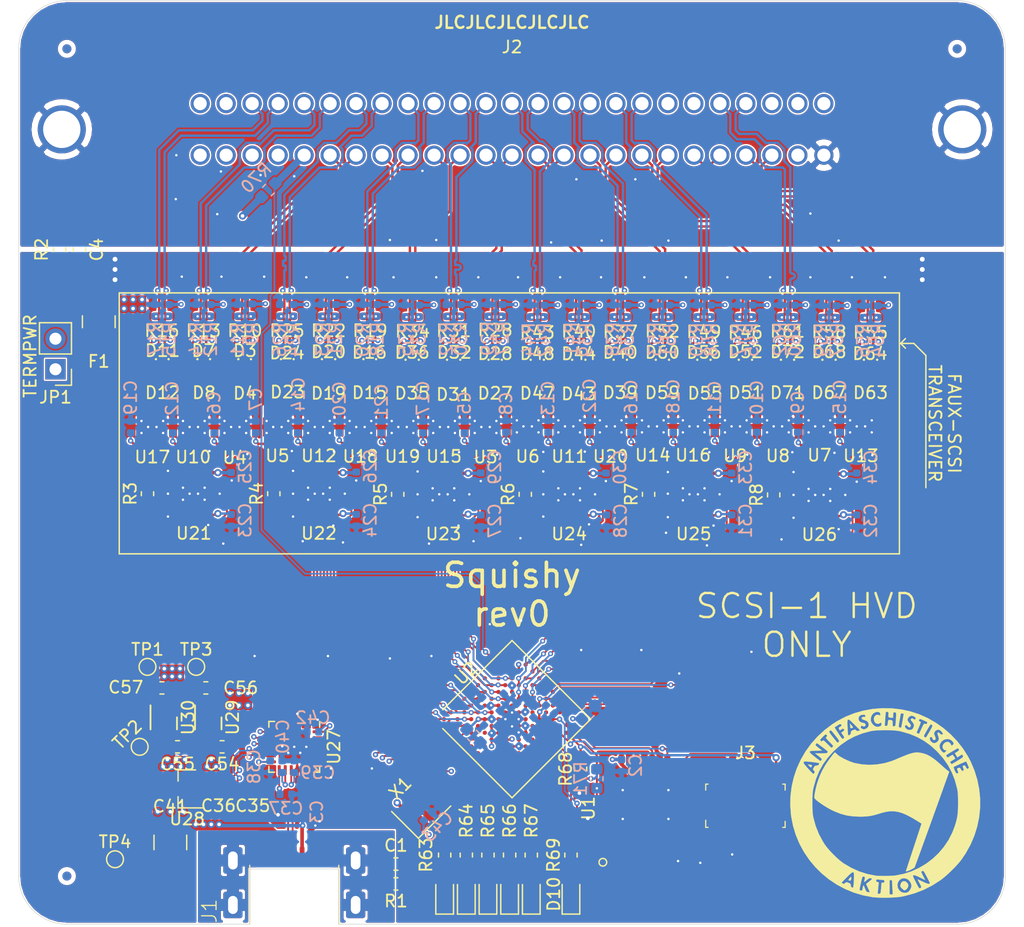
<source format=kicad_pcb>
(kicad_pcb (version 20171130) (host pcbnew 5.1.6)
  (layers (0 F.Cu mixed) (1 In1.Cu signal) (2 In2.Cu signal) (31 B.Cu mixed) (34 B.Paste user) (35 F.Paste user) (36 B.SilkS user) (37 F.SilkS user) (38 B.Mask user hide) (39 F.Mask user hide) (44 Edge.Cuts user))
  (net 0 "")
  (net 1 GND)
  (net 2 +5V)
  (net 3 "Net-(U2-PadB10)")
  (net 4 "Net-(U2-PadH9)")
  (net 5 "Net-(U2-PadL8)")
  (net 6 "Net-(U2-PadJ8)")
  (net 7 "Net-(U2-PadL7)")
  (net 8 "Net-(U2-PadK7)")
  (net 9 "Net-(U2-PadJ7)")
  (net 10 "Net-(U2-PadH7)")
  (net 11 "Net-(U2-PadL6)")
  (net 12 "Net-(U2-PadK6)")
  (net 13 "Net-(U2-PadJ6)")
  (net 14 "Net-(U2-PadC6)")
  (net 15 "Net-(U2-PadL5)")
  (net 16 "Net-(U2-PadK5)")
  (net 17 "Net-(U2-PadJ5)")
  (net 18 "Net-(U2-PadC5)")
  (net 19 "Net-(U2-PadL4)")
  (net 20 "Net-(U2-PadK4)")
  (net 21 "Net-(U2-PadJ4)")
  (net 22 "Net-(U2-PadF4)")
  (net 23 "Net-(U2-PadL3)")
  (net 24 "Net-(U2-PadK3)")
  (net 25 "Net-(U2-PadJ3)")
  (net 26 "Net-(U2-PadH3)")
  (net 27 "Net-(U2-PadG3)")
  (net 28 "Net-(U2-PadE3)")
  (net 29 "Net-(U2-PadK2)")
  (net 30 /SHIELD)
  (net 31 /IO-)
  (net 32 /IO+)
  (net 33 /REQ-)
  (net 34 /REQ+)
  (net 35 /CD-)
  (net 36 /CD+)
  (net 37 /SEL-)
  (net 38 /SEL+)
  (net 39 /MSG-)
  (net 40 /MSG+)
  (net 41 /RST-)
  (net 42 /RST+)
  (net 43 /ACK-)
  (net 44 /ACK+)
  (net 45 /BSY-)
  (net 46 /BSY+)
  (net 47 /ATN-)
  (net 48 /ATN+)
  (net 49 /TERMPWR)
  (net 50 /DIFF_SENSE)
  (net 51 /DBP-)
  (net 52 /DBP+)
  (net 53 /DB7-)
  (net 54 /DB7+)
  (net 55 /DB6-)
  (net 56 /DB6+)
  (net 57 /DB5-)
  (net 58 /DB5+)
  (net 59 /DB4-)
  (net 60 /DB4+)
  (net 61 /DB3-)
  (net 62 /DB3+)
  (net 63 /DB2-)
  (net 64 /DB2+)
  (net 65 /DB1-)
  (net 66 /DB1+)
  (net 67 /DB0-)
  (net 68 /DB0+)
  (net 69 +3V3)
  (net 70 "Net-(D3-Pad2)")
  (net 71 "Net-(D4-Pad2)")
  (net 72 "Net-(D7-Pad2)")
  (net 73 "Net-(D8-Pad2)")
  (net 74 "Net-(D11-Pad2)")
  (net 75 "Net-(D12-Pad2)")
  (net 76 "Net-(D15-Pad2)")
  (net 77 "Net-(D16-Pad2)")
  (net 78 "Net-(D19-Pad2)")
  (net 79 "Net-(D20-Pad2)")
  (net 80 "Net-(D23-Pad2)")
  (net 81 "Net-(D24-Pad2)")
  (net 82 "Net-(D27-Pad2)")
  (net 83 "Net-(D28-Pad2)")
  (net 84 "Net-(D31-Pad2)")
  (net 85 "Net-(D32-Pad2)")
  (net 86 "Net-(D35-Pad2)")
  (net 87 "Net-(D36-Pad2)")
  (net 88 "Net-(D39-Pad2)")
  (net 89 "Net-(D40-Pad2)")
  (net 90 "Net-(D43-Pad2)")
  (net 91 "Net-(D44-Pad2)")
  (net 92 "Net-(D47-Pad2)")
  (net 93 "Net-(D48-Pad2)")
  (net 94 "Net-(D51-Pad2)")
  (net 95 "Net-(D52-Pad2)")
  (net 96 "Net-(D55-Pad2)")
  (net 97 "Net-(D56-Pad2)")
  (net 98 "Net-(D59-Pad2)")
  (net 99 "Net-(D60-Pad2)")
  (net 100 "Net-(D63-Pad2)")
  (net 101 "Net-(D64-Pad2)")
  (net 102 "Net-(D67-Pad2)")
  (net 103 "Net-(D68-Pad2)")
  (net 104 "Net-(D71-Pad2)")
  (net 105 "Net-(D72-Pad2)")
  (net 106 "Net-(U23-Pad14)")
  (net 107 "Net-(U23-Pad16)")
  (net 108 "Net-(U21-Pad14)")
  (net 109 "Net-(U21-Pad16)")
  (net 110 "Net-(U22-Pad10)")
  (net 111 "Net-(U22-Pad11)")
  (net 112 "Net-(U24-Pad10)")
  (net 113 "Net-(U24-Pad11)")
  (net 114 "Net-(U26-Pad12)")
  (net 115 "Net-(U26-Pad13)")
  (net 116 "Net-(U26-Pad10)")
  (net 117 "Net-(U26-Pad11)")
  (net 118 "Net-(U25-Pad14)")
  (net 119 "Net-(U25-Pad16)")
  (net 120 "Net-(U10-Pad3)")
  (net 121 "Net-(U10-Pad2)")
  (net 122 "Net-(U11-Pad3)")
  (net 123 "Net-(U11-Pad2)")
  (net 124 "Net-(U12-Pad3)")
  (net 125 "Net-(U12-Pad2)")
  (net 126 "Net-(U13-Pad3)")
  (net 127 "Net-(U13-Pad2)")
  (net 128 "Net-(U14-Pad3)")
  (net 129 "Net-(U14-Pad2)")
  (net 130 "Net-(U15-Pad3)")
  (net 131 "Net-(U15-Pad2)")
  (net 132 "Net-(U16-Pad3)")
  (net 133 "Net-(U16-Pad2)")
  (net 134 "Net-(U17-Pad3)")
  (net 135 "Net-(U17-Pad2)")
  (net 136 "Net-(U18-Pad3)")
  (net 137 "Net-(U18-Pad2)")
  (net 138 "Net-(U19-Pad3)")
  (net 139 "Net-(U19-Pad2)")
  (net 140 "Net-(U20-Pad3)")
  (net 141 "Net-(U20-Pad2)")
  (net 142 "Net-(C1-Pad2)")
  (net 143 /D+)
  (net 144 /D-)
  (net 145 /BNK0_OE)
  (net 146 /BNK1_OE)
  (net 147 /BNK2_OE)
  (net 148 /BNK3_OE)
  (net 149 /BNK4_OE)
  (net 150 /BNK5_OE)
  (net 151 /DB4_RX)
  (net 152 /DB4_TX)
  (net 153 /DB3_RX)
  (net 154 /DB7_RX)
  (net 155 /DB6_TX)
  (net 156 /DB5_TX)
  (net 157 /DB5_RX)
  (net 158 /MSG_RX)
  (net 159 /RST_RX)
  (net 160 /RST_TX)
  (net 161 /CD_TX)
  (net 162 /DB6_RX)
  (net 163 /MSG_TX)
  (net 164 /BSY_RX)
  (net 165 /DB7_TX)
  (net 166 /CD_RX)
  (net 167 /SEL_RX)
  (net 168 /BSY_TX)
  (net 169 /DB2_RX)
  (net 170 /ACK_RX)
  (net 171 +1V2)
  (net 172 /DB3_TX)
  (net 173 /SEL_TX)
  (net 174 /ACK_TX)
  (net 175 /DB2_TX)
  (net 176 /REQ_TX)
  (net 177 /REQ_RX)
  (net 178 /DBP_RX)
  (net 179 /DBP_TX)
  (net 180 /DB0_RX)
  (net 181 /IO_TX)
  (net 182 /IO_RX)
  (net 183 /DB0_TX)
  (net 184 "Net-(U2-PadD3)")
  (net 185 /ATN_RX)
  (net 186 /DB1_RX)
  (net 187 "Net-(U2-PadJ2)")
  (net 188 /ATN_TX)
  (net 189 /DB1_TX)
  (net 190 "Net-(C37-Pad1)")
  (net 191 "Net-(J3-Pad1)")
  (net 192 "Net-(J3-Pad3)")
  (net 193 "Net-(J3-Pad4)")
  (net 194 "Net-(J3-Pad5)")
  (net 195 "Net-(J3-Pad6)")
  (net 196 "Net-(J3-Pad8)")
  (net 197 "Net-(J3-Pad9)")
  (net 198 "Net-(U27-Pad20)")
  (net 199 "Net-(U27-Pad19)")
  (net 200 /D2)
  (net 201 /D3)
  (net 202 /D4)
  (net 203 /D1)
  (net 204 /D6)
  (net 205 /D7)
  (net 206 /D5)
  (net 207 /D0)
  (net 208 /~TXF)
  (net 209 /~RD)
  (net 210 /~SI_WU)
  (net 211 /~RXF)
  (net 212 /~WR)
  (net 213 /GLOBAL_CLK)
  (net 214 "Net-(U2-PadB9)")
  (net 215 "Net-(U2-PadK11)")
  (net 216 "Net-(U2-PadG8)")
  (net 217 "Net-(D1-Pad2)")
  (net 218 "Net-(D2-Pad2)")
  (net 219 "Net-(D5-Pad2)")
  (net 220 "Net-(D6-Pad2)")
  (net 221 "Net-(D9-Pad2)")
  (net 222 /S1)
  (net 223 /S2)
  (net 224 /S3)
  (net 225 /S4)
  (net 226 /S5)
  (net 227 "Net-(D10-Pad2)")
  (net 228 /~FPGA_RESET)
  (net 229 /FPGA_DONE)
  (net 230 "Net-(U28-Pad2)")
  (net 231 "Net-(F1-Pad2)")
  (module Fiducial:Fiducial_0.75mm_Mask1.5mm (layer B.Cu) (at 113 47.5)
    (fp_text reference FID6 hide)
    (fp_text value Fiducial hide)
    (pad "" smd circle (at 0 0) (size 0.75 0.75) (layers B.Cu B.Mask) (clearance 0.375))
  )
  (module Fiducial:Fiducial_0.75mm_Mask1.5mm (layer B.Cu) (at 187 47.5)
    (fp_text reference FID5 hide)
    (fp_text value Fiducial hide)
    (pad "" smd circle (at 0 0) (size 0.75 0.75) (layers B.Cu B.Mask) (clearance 0.375))
  )
  (module Fiducial:Fiducial_0.75mm_Mask1.5mm (layer B.Cu) (at 113 116.3)
    (fp_text reference FID4 hide)
    (fp_text value Fiducial hide)
    (pad "" smd circle (at 0 0) (size 0.75 0.75) (layers B.Cu B.Mask) (clearance 0.375))
  )
  (module Fiducial:Fiducial_0.75mm_Mask1.5mm (layer F.Cu) (at 113 116.3)
    (fp_text reference FID3 hide)
    (fp_text value Fiducial hide)
    (pad "" smd circle (at 0 0) (size 0.75 0.75) (layers F.Cu F.Mask) (clearance 0.375))
  )
  (module Fiducial:Fiducial_0.75mm_Mask1.5mm (layer F.Cu) (at 187 47.5)
    (fp_text reference FID2 hide)
    (fp_text value Fiducial hide)
    (pad "" smd circle (at 0 0) (size 0.75 0.75) (layers F.Cu F.Mask) (clearance 0.375))
  )
  (module Fiducial:Fiducial_0.75mm_Mask1.5mm (layer F.Cu) (at 113 47.5)
    (fp_text reference FID1 hide)
    (fp_text value Fiducial hide)
    (pad "" smd circle (at 0 0) (size 0.75 0.75) (layers F.Cu F.Mask) (clearance 0.375))
  )
  (module Resistor_SMD:R_0603_1608Metric (layer B.Cu) (at 157.05 108.2 90)
    (fp_text reference R71 (at 0 -1.35 90) (layer B.SilkS) (effects (justify mirror)))
    (fp_text value 10k)
    (pad 2 smd roundrect (at 0.7875 0 90) (size 0.875 0.95) (layers B.Cu B.Paste B.Mask) (net 69 +3V3))
    (pad 1 smd roundrect (at -0.7875 0 90) (size 0.875 0.95) (layers B.Cu B.Paste B.Mask) (net 191 "Net-(J3-Pad1)"))
  )
  (module Resistor_SMD:R_0603_1608Metric (layer F.Cu) (at 155.7 107.4 270)
    (fp_text reference R68 (at 0 1.25 90) (layer F.SilkS))
    (fp_text value 10k)
    (pad 2 smd roundrect (at 0.7875 0 270) (size 0.875 0.95) (layers F.Cu F.Paste F.Mask) (net 69 +3V3))
    (pad 1 smd roundrect (at -0.7875 0 270) (size 0.875 0.95) (layers F.Cu F.Paste F.Mask) (net 228 /~FPGA_RESET))
  )
  (module TestPoint:TestPoint_Pad_D1.0mm (layer F.Cu) (at 117 114.9)
    (fp_text reference TP4 (at 0 -1.448) (layer F.SilkS))
    (fp_text value GND)
    (pad 1 smd circle (at 0 0) (size 1 1) (layers F.Cu F.Mask) (net 1 GND))
  )
  (module TestPoint:TestPoint_Pad_D1.0mm (layer F.Cu) (at 123.75 98.9)
    (fp_text reference TP3 (at 0 -1.448) (layer F.SilkS))
    (fp_text value 3v3)
    (pad 1 smd circle (at 0 0) (size 1 1) (layers F.Cu F.Mask) (net 69 +3V3))
  )
  (module TestPoint:TestPoint_Pad_D1.0mm (layer F.Cu) (at 119.05 105.55 45)
    (fp_text reference TP2 (at 0 -1.448 45) (layer F.SilkS))
    (fp_text value 5v0)
    (pad 1 smd circle (at 0 0 45) (size 1 1) (layers F.Cu F.Mask) (net 2 +5V))
  )
  (module TestPoint:TestPoint_Pad_D1.0mm (layer F.Cu) (at 119.7 98.9)
    (fp_text reference TP1 (at 0 -1.448) (layer F.SilkS))
    (fp_text value 1v2)
    (pad 1 smd circle (at 0 0) (size 1 1) (layers F.Cu F.Mask) (net 171 +1V2))
  )
  (module Resistor_SMD:R_0603_1608Metric (layer B.Cu) (at 129.75 59.25 225)
    (fp_text reference R70 (at 0 1.43 45) (layer B.SilkS) (effects (justify mirror)))
    (fp_text value 10k)
    (pad 2 smd roundrect (at 0.7875 0 225) (size 0.875 0.95) (layers B.Cu B.Paste B.Mask) (net 49 /TERMPWR))
    (pad 1 smd roundrect (at -0.7875 0 225) (size 0.875 0.95) (layers B.Cu B.Paste B.Mask) (net 50 /DIFF_SENSE))
  )
  (module Connector_PinHeader_2.54mm:PinHeader_1x02_P2.54mm_Vertical (layer F.Cu) (at 112.05 74.15 180)
    (fp_text reference JP1 (at 0 -2.33) (layer F.SilkS))
    (fp_text value TERMPWR)
    (pad 2 thru_hole oval (at 0 2.54 180) (size 1.7 1.7) (drill 1) (layers *.Cu *.Mask) (net 231 "Net-(F1-Pad2)"))
    (pad 1 thru_hole rect (at 0 0 180) (size 1.7 1.7) (drill 1) (layers *.Cu *.Mask) (net 2 +5V))
  )
  (module Fuse:Fuse_1210_3225Metric_Castellated (layer F.Cu) (at 115.65 70.2 270)
    (fp_text reference F1 (at 3.3 0 180) (layer F.SilkS))
    (fp_text value Polyfuse_Small)
    (pad 2 smd roundrect (at 1.425 0 270) (size 1.6 2.55) (layers F.Cu F.Paste F.Mask) (roundrect_rratio 0.15625) (net 231 "Net-(F1-Pad2)"))
    (pad 1 smd roundrect (at -1.425 0 270) (size 1.6 2.55) (layers F.Cu F.Paste F.Mask) (roundrect_rratio 0.15625) (net 49 /TERMPWR))
  )
  (module Package_DFN_QFN:DFN-6-1EP_2x2mm_P0.65mm_EP1x1.6mm (layer F.Cu) (at 121.05 103.1 270)
    (fp_text reference U30 (at 0 -2.025 90) (layer F.SilkS))
    (fp_text value TLV73312PQDRVRQ1)
    (pad 7 smd rect (at 0 0 270) (size 1 1.6) (layers F.Cu F.Mask) (net 1 GND))
    (pad 6 smd rect (at 1.05 -0.65 270) (size 0.65 0.35) (layers F.Cu F.Paste F.Mask) (net 2 +5V))
    (pad 5 smd rect (at 1.05 0 270) (size 0.65 0.35) (layers F.Cu F.Paste F.Mask) (net 2 +5V))
    (pad 4 smd rect (at 1.05 0.65 270) (size 0.65 0.35) (layers F.Cu F.Paste F.Mask) (net 2 +5V))
    (pad 3 smd rect (at -1.05 0.65 270) (size 0.65 0.35) (layers F.Cu F.Paste F.Mask) (net 1 GND))
    (pad 2 smd rect (at -1.05 0 270) (size 0.65 0.35) (layers F.Cu F.Paste F.Mask) (net 171 +1V2))
    (pad 1 smd rect (at -1.05 -0.65 270) (size 0.65 0.35) (layers F.Cu F.Paste F.Mask) (net 171 +1V2))
  )
  (module Package_DFN_QFN:DFN-6-1EP_2x2mm_P0.65mm_EP1x1.6mm (layer F.Cu) (at 124.75 103.1 270)
    (fp_text reference U29 (at 0 -2.025 90) (layer F.SilkS))
    (fp_text value TLV755533PDRVR)
    (pad 7 smd rect (at 0 0 270) (size 1 1.6) (layers F.Cu F.Mask) (net 1 GND))
    (pad 6 smd rect (at 1.05 -0.65 270) (size 0.65 0.35) (layers F.Cu F.Paste F.Mask) (net 2 +5V))
    (pad 5 smd rect (at 1.05 0 270) (size 0.65 0.35) (layers F.Cu F.Paste F.Mask) (net 2 +5V))
    (pad 4 smd rect (at 1.05 0.65 270) (size 0.65 0.35) (layers F.Cu F.Paste F.Mask) (net 230 "Net-(U28-Pad2)"))
    (pad 3 smd rect (at -1.05 0.65 270) (size 0.65 0.35) (layers F.Cu F.Paste F.Mask) (net 1 GND))
    (pad 2 smd rect (at -1.05 0 270) (size 0.65 0.35) (layers F.Cu F.Paste F.Mask) (net 69 +3V3))
    (pad 1 smd rect (at -1.05 -0.65 270) (size 0.65 0.35) (layers F.Cu F.Paste F.Mask) (net 69 +3V3))
  )
  (module Package_TO_SOT_SMD:SOT-23 (layer F.Cu) (at 123 109.05 180)
    (fp_text reference U28 (at 0 -2.5) (layer F.SilkS))
    (fp_text value MAX809JTRG)
    (pad 3 smd rect (at 1 0 180) (size 0.9 0.8) (layers F.Cu F.Paste F.Mask) (net 2 +5V))
    (pad 2 smd rect (at -1 0.95 180) (size 0.9 0.8) (layers F.Cu F.Paste F.Mask) (net 230 "Net-(U28-Pad2)"))
    (pad 1 smd rect (at -1 -0.95 180) (size 0.9 0.8) (layers F.Cu F.Paste F.Mask) (net 1 GND))
  )
  (module Capacitor_SMD:C_0603_1608Metric (layer F.Cu) (at 120.9 100.65)
    (fp_text reference C57 (at -3 -0.05) (layer F.SilkS))
    (fp_text value 4.7uF)
    (pad 2 smd roundrect (at 0.7875 0) (size 0.875 0.95) (layers F.Cu F.Paste F.Mask) (net 171 +1V2))
    (pad 1 smd roundrect (at -0.7875 0) (size 0.875 0.95) (layers F.Cu F.Paste F.Mask) (net 1 GND))
  )
  (module Capacitor_SMD:C_0603_1608Metric (layer F.Cu) (at 124.55 100.65)
    (fp_text reference C56 (at 2.9 0) (layer F.SilkS))
    (fp_text value 4.7uF)
    (pad 2 smd roundrect (at 0.7875 0) (size 0.875 0.95) (layers F.Cu F.Paste F.Mask) (net 69 +3V3))
    (pad 1 smd roundrect (at -0.7875 0) (size 0.875 0.95) (layers F.Cu F.Paste F.Mask) (net 1 GND))
  )
  (module Capacitor_SMD:C_0603_1608Metric (layer F.Cu) (at 122.2 105.55 180)
    (fp_text reference C55 (at 0 -1.43) (layer F.SilkS))
    (fp_text value 4.7uF)
    (pad 2 smd roundrect (at 0.7875 0 180) (size 0.875 0.95) (layers F.Cu F.Paste F.Mask) (net 2 +5V))
    (pad 1 smd roundrect (at -0.7875 0 180) (size 0.875 0.95) (layers F.Cu F.Paste F.Mask) (net 1 GND))
  )
  (module Capacitor_SMD:C_0603_1608Metric (layer F.Cu) (at 125.9 105.55 180)
    (fp_text reference C54 (at 0 -1.43) (layer F.SilkS))
    (fp_text value 4.7uF)
    (pad 2 smd roundrect (at 0.7875 0 180) (size 0.875 0.95) (layers F.Cu F.Paste F.Mask) (net 2 +5V))
    (pad 1 smd roundrect (at -0.7875 0 180) (size 0.875 0.95) (layers F.Cu F.Paste F.Mask) (net 1 GND))
  )
  (module Capacitor_SMD:C_0402_1005Metric (layer B.Cu) (at 148.65 102.9 225)
    (fp_text reference C53 hide)
    (fp_text value 0.1uF)
    (pad 2 smd roundrect (at 0.485 0 225) (size 0.59 0.64) (layers B.Cu B.Paste B.Mask) (net 171 +1V2))
    (pad 1 smd roundrect (at -0.485 0 225) (size 0.59 0.64) (layers B.Cu B.Paste B.Mask) (net 1 GND))
  )
  (module Capacitor_SMD:C_0402_1005Metric (layer B.Cu) (at 151.45 103.45 225)
    (fp_text reference C52 hide)
    (fp_text value 0.1uF)
    (pad 2 smd roundrect (at 0.485 0 225) (size 0.59 0.64) (layers B.Cu B.Paste B.Mask) (net 69 +3V3))
    (pad 1 smd roundrect (at -0.485 0 225) (size 0.59 0.64) (layers B.Cu B.Paste B.Mask) (net 1 GND))
  )
  (module Capacitor_SMD:C_0402_1005Metric (layer B.Cu) (at 153.15 102.45 135)
    (fp_text reference C51 hide)
    (fp_text value 0.1uF)
    (pad 2 smd roundrect (at 0.485 0 135) (size 0.59 0.64) (layers B.Cu B.Paste B.Mask) (net 171 +1V2))
    (pad 1 smd roundrect (at -0.485 0 135) (size 0.59 0.64) (layers B.Cu B.Paste B.Mask) (net 1 GND))
  )
  (module Capacitor_SMD:C_0402_1005Metric (layer B.Cu) (at 150.75 102.3 315)
    (fp_text reference C50 hide)
    (fp_text value 0.1uF)
    (pad 2 smd roundrect (at 0.485 0 315) (size 0.59 0.64) (layers B.Cu B.Paste B.Mask) (net 69 +3V3))
    (pad 1 smd roundrect (at -0.485 0 315) (size 0.59 0.64) (layers B.Cu B.Paste B.Mask) (net 1 GND))
  )
  (module Capacitor_SMD:C_0402_1005Metric (layer B.Cu) (at 149.65 100.8 45)
    (fp_text reference C49 hide)
    (fp_text value 0.1uF)
    (pad 2 smd roundrect (at 0.485 0 45) (size 0.59 0.64) (layers B.Cu B.Paste B.Mask) (net 171 +1V2))
    (pad 1 smd roundrect (at -0.485 0 45) (size 0.59 0.64) (layers B.Cu B.Paste B.Mask) (net 1 GND))
  )
  (module Capacitor_SMD:C_0402_1005Metric (layer B.Cu) (at 148 104.1 315)
    (fp_text reference C48 hide)
    (fp_text value 0.1uF)
    (pad 2 smd roundrect (at 0.485 0 315) (size 0.59 0.64) (layers B.Cu B.Paste B.Mask) (net 69 +3V3))
    (pad 1 smd roundrect (at -0.485 0 315) (size 0.59 0.64) (layers B.Cu B.Paste B.Mask) (net 1 GND))
  )
  (module Capacitor_SMD:C_0402_1005Metric (layer B.Cu) (at 150.95 105.15 225)
    (fp_text reference C47 hide)
    (fp_text value 0.1uF)
    (pad 2 smd roundrect (at 0.485 0 225) (size 0.59 0.64) (layers B.Cu B.Paste B.Mask) (net 171 +1V2))
    (pad 1 smd roundrect (at -0.485 0 225) (size 0.59 0.64) (layers B.Cu B.Paste B.Mask) (net 1 GND))
  )
  (module Capacitor_SMD:C_0402_1005Metric (layer B.Cu) (at 147.85 101.8 315)
    (fp_text reference C46 hide)
    (fp_text value 0.1uF)
    (pad 2 smd roundrect (at 0.485 0 315) (size 0.59 0.64) (layers B.Cu B.Paste B.Mask) (net 69 +3V3))
    (pad 1 smd roundrect (at -0.485 0 315) (size 0.59 0.64) (layers B.Cu B.Paste B.Mask) (net 1 GND))
  )
  (module Capacitor_SMD:C_0603_1608Metric (layer B.Cu) (at 146.8 104.65 135)
    (fp_text reference C45 hide)
    (fp_text value 4.7uF)
    (pad 2 smd roundrect (at 0.7875 0 135) (size 0.875 0.95) (layers B.Cu B.Paste B.Mask) (net 171 +1V2))
    (pad 1 smd roundrect (at -0.7875 0 135) (size 0.875 0.95) (layers B.Cu B.Paste B.Mask) (net 1 GND))
  )
  (module Capacitor_SMD:C_0603_1608Metric (layer B.Cu) (at 156.35 102.7 225)
    (fp_text reference C44 hide)
    (fp_text value 4.7uF)
    (pad 2 smd roundrect (at 0.7875 0 225) (size 0.875 0.95) (layers B.Cu B.Paste B.Mask) (net 69 +3V3))
    (pad 1 smd roundrect (at -0.7875 0 225) (size 0.875 0.95) (layers B.Cu B.Paste B.Mask) (net 1 GND))
  )
  (module Resistor_SMD:R_0603_1608Metric (layer F.Cu) (at 154.9 114.55 270)
    (fp_text reference R69 (at 0 1.45 90) (layer F.SilkS))
    (fp_text value 4k7)
    (pad 2 smd roundrect (at 0.7875 0 270) (size 0.875 0.95) (layers F.Cu F.Paste F.Mask) (net 227 "Net-(D10-Pad2)"))
    (pad 1 smd roundrect (at -0.7875 0 270) (size 0.875 0.95) (layers F.Cu F.Paste F.Mask) (net 229 /FPGA_DONE))
  )
  (module LED_SMD:LED_0603_1608Metric_Pad1.05x0.95mm_HandSolder (layer F.Cu) (at 154.9 117.8 90)
    (fp_text reference D10 (at 0 -1.43 90) (layer F.SilkS))
    (fp_text value BLUE)
    (pad 2 smd roundrect (at 0.875 0 90) (size 1.05 0.95) (layers F.Cu F.Paste F.Mask) (net 227 "Net-(D10-Pad2)"))
    (pad 1 smd roundrect (at -0.875 0 90) (size 1.05 0.95) (layers F.Cu F.Paste F.Mask) (net 1 GND))
  )
  (module Resistor_SMD:R_0603_1608Metric (layer F.Cu) (at 151.6 114.55 270)
    (fp_text reference R67 (at -2.85 0 90) (layer F.SilkS))
    (fp_text value 4k7)
    (pad 2 smd roundrect (at 0.7875 0 270) (size 0.875 0.95) (layers F.Cu F.Paste F.Mask) (net 221 "Net-(D9-Pad2)"))
    (pad 1 smd roundrect (at -0.7875 0 270) (size 0.875 0.95) (layers F.Cu F.Paste F.Mask) (net 226 /S5))
  )
  (module Resistor_SMD:R_0603_1608Metric (layer F.Cu) (at 149.8 114.55 270)
    (fp_text reference R66 (at -2.85 0 90) (layer F.SilkS))
    (fp_text value 10k)
    (pad 2 smd roundrect (at 0.7875 0 270) (size 0.875 0.95) (layers F.Cu F.Paste F.Mask) (net 220 "Net-(D6-Pad2)"))
    (pad 1 smd roundrect (at -0.7875 0 270) (size 0.875 0.95) (layers F.Cu F.Paste F.Mask) (net 225 /S4))
  )
  (module Resistor_SMD:R_0603_1608Metric (layer F.Cu) (at 148 114.55 270)
    (fp_text reference R65 (at -2.85 0 90) (layer F.SilkS))
    (fp_text value 6k8)
    (pad 2 smd roundrect (at 0.7875 0 270) (size 0.875 0.95) (layers F.Cu F.Paste F.Mask) (net 219 "Net-(D5-Pad2)"))
    (pad 1 smd roundrect (at -0.7875 0 270) (size 0.875 0.95) (layers F.Cu F.Paste F.Mask) (net 224 /S3))
  )
  (module Resistor_SMD:R_0603_1608Metric (layer F.Cu) (at 146.2 114.55 270)
    (fp_text reference R64 (at -2.85 0 90) (layer F.SilkS))
    (fp_text value 10k)
    (pad 2 smd roundrect (at 0.7875 0 270) (size 0.875 0.95) (layers F.Cu F.Paste F.Mask) (net 218 "Net-(D2-Pad2)"))
    (pad 1 smd roundrect (at -0.7875 0 270) (size 0.875 0.95) (layers F.Cu F.Paste F.Mask) (net 223 /S2))
  )
  (module Resistor_SMD:R_0603_1608Metric (layer F.Cu) (at 144.4 114.55 270)
    (fp_text reference R63 (at 0 1.55 90) (layer F.SilkS))
    (fp_text value 4k7)
    (pad 2 smd roundrect (at 0.7875 0 270) (size 0.875 0.95) (layers F.Cu F.Paste F.Mask) (net 217 "Net-(D1-Pad2)"))
    (pad 1 smd roundrect (at -0.7875 0 270) (size 0.875 0.95) (layers F.Cu F.Paste F.Mask) (net 222 /S1))
  )
  (module LED_SMD:LED_0603_1608Metric_Pad1.05x0.95mm_HandSolder (layer F.Cu) (at 151.6 117.8 90)
    (fp_text reference D9 hide)
    (fp_text value BLUE)
    (pad 2 smd roundrect (at 0.875 0 90) (size 1.05 0.95) (layers F.Cu F.Paste F.Mask) (net 221 "Net-(D9-Pad2)"))
    (pad 1 smd roundrect (at -0.875 0 90) (size 1.05 0.95) (layers F.Cu F.Paste F.Mask) (net 1 GND))
  )
  (module LED_SMD:LED_0603_1608Metric_Pad1.05x0.95mm_HandSolder (layer F.Cu) (at 149.8 117.8 90)
    (fp_text reference D6 hide)
    (fp_text value PINK)
    (pad 2 smd roundrect (at 0.875 0 90) (size 1.05 0.95) (layers F.Cu F.Paste F.Mask) (net 220 "Net-(D6-Pad2)"))
    (pad 1 smd roundrect (at -0.875 0 90) (size 1.05 0.95) (layers F.Cu F.Paste F.Mask) (net 1 GND))
  )
  (module LED_SMD:LED_0603_1608Metric_Pad1.05x0.95mm_HandSolder (layer F.Cu) (at 148 117.8 90)
    (fp_text reference D5 hide)
    (fp_text value WHITE)
    (pad 2 smd roundrect (at 0.875 0 90) (size 1.05 0.95) (layers F.Cu F.Paste F.Mask) (net 219 "Net-(D5-Pad2)"))
    (pad 1 smd roundrect (at -0.875 0 90) (size 1.05 0.95) (layers F.Cu F.Paste F.Mask) (net 1 GND))
  )
  (module LED_SMD:LED_0603_1608Metric_Pad1.05x0.95mm_HandSolder (layer F.Cu) (at 146.2 117.8 90)
    (fp_text reference D2 hide)
    (fp_text value PINK)
    (pad 2 smd roundrect (at 0.875 0 90) (size 1.05 0.95) (layers F.Cu F.Paste F.Mask) (net 218 "Net-(D2-Pad2)"))
    (pad 1 smd roundrect (at -0.875 0 90) (size 1.05 0.95) (layers F.Cu F.Paste F.Mask) (net 1 GND))
  )
  (module LED_SMD:LED_0603_1608Metric_Pad1.05x0.95mm_HandSolder (layer F.Cu) (at 144.4 117.8 90)
    (fp_text reference D1 hide)
    (fp_text value BLUE)
    (pad 2 smd roundrect (at 0.875 0 90) (size 1.05 0.95) (layers F.Cu F.Paste F.Mask) (net 217 "Net-(D1-Pad2)"))
    (pad 1 smd roundrect (at -0.875 0 90) (size 1.05 0.95) (layers F.Cu F.Paste F.Mask) (net 1 GND))
  )
  (module Oscillator:Oscillator_SMD_Abracon_ASE-4Pin_3.2x2.5mm (layer F.Cu) (at 142.45 110.7 45)
    (fp_text reference X1 (at 0 -2.45 45) (layer F.SilkS))
    (fp_text value ASEM-48MHz)
    (pad 4 smd rect (at -1.05 -0.825 45) (size 1.3 1.1) (layers F.Cu F.Paste F.Mask) (net 69 +3V3))
    (pad 3 smd rect (at 1.05 -0.825 45) (size 1.3 1.1) (layers F.Cu F.Paste F.Mask) (net 213 /GLOBAL_CLK))
    (pad 2 smd rect (at 1.05 0.825 45) (size 1.3 1.1) (layers F.Cu F.Paste F.Mask) (net 1 GND))
    (pad 1 smd rect (at -1.05 0.825 45) (size 1.3 1.1) (layers F.Cu F.Paste F.Mask) (net 69 +3V3))
  )
  (module Capacitor_SMD:C_0402_1005Metric (layer B.Cu) (at 143 111.35 45)
    (fp_text reference C43 (at 0 1.17 45) (layer B.SilkS) (effects (justify mirror)))
    (fp_text value 0.01uF)
    (pad 2 smd roundrect (at 0.485 0 45) (size 0.59 0.64) (layers B.Cu B.Paste B.Mask) (net 1 GND))
    (pad 1 smd roundrect (at -0.485 0 45) (size 0.59 0.64) (layers B.Cu B.Paste B.Mask) (net 69 +3V3))
  )
  (module Package_BGA:BGA-121_9.0x9.0mm_Layout11x11_P0.8mm_Ball0.4mm_Pad0.35mm_NSMD (layer F.Cu) (at 150 103.25 45)
    (fp_text reference U2 (at 0 -5.4 45) (layer F.SilkS))
    (fp_text value ICE40HX8K-BG121)
    (pad L11 smd circle (at 4 4 45) (size 0.35 0.35) (layers F.Cu F.Paste F.Mask) (net 69 +3V3))
    (pad K11 smd circle (at 4 3.2 45) (size 0.35 0.35) (layers F.Cu F.Paste F.Mask) (net 215 "Net-(U2-PadK11)"))
    (pad J11 smd circle (at 4 2.4 45) (size 0.35 0.35) (layers F.Cu F.Paste F.Mask) (net 182 /IO_RX))
    (pad H11 smd circle (at 4 1.6 45) (size 0.35 0.35) (layers F.Cu F.Paste F.Mask) (net 178 /DBP_RX))
    (pad G11 smd circle (at 4 0.8 45) (size 0.35 0.35) (layers F.Cu F.Paste F.Mask) (net 177 /REQ_RX))
    (pad F11 smd circle (at 4 0 45) (size 0.35 0.35) (layers F.Cu F.Paste F.Mask) (net 154 /DB7_RX))
    (pad E11 smd circle (at 4 -0.8 45) (size 0.35 0.35) (layers F.Cu F.Paste F.Mask) (net 166 /CD_RX))
    (pad D11 smd circle (at 4 -1.6 45) (size 0.35 0.35) (layers F.Cu F.Paste F.Mask) (net 149 /BNK4_OE))
    (pad C11 smd circle (at 4 -2.4 45) (size 0.35 0.35) (layers F.Cu F.Paste F.Mask) (net 156 /DB5_TX))
    (pad B11 smd circle (at 4 -3.2 45) (size 0.35 0.35) (layers F.Cu F.Paste F.Mask) (net 163 /MSG_TX))
    (pad A11 smd circle (at 4 -4 45) (size 0.35 0.35) (layers F.Cu F.Paste F.Mask) (net 148 /BNK3_OE))
    (pad L10 smd circle (at 3.2 4 45) (size 0.35 0.35) (layers F.Cu F.Paste F.Mask) (net 195 "Net-(J3-Pad6)"))
    (pad K10 smd circle (at 3.2 3.2 45) (size 0.35 0.35) (layers F.Cu F.Paste F.Mask) (net 191 "Net-(J3-Pad1)"))
    (pad J10 smd circle (at 3.2 2.4 45) (size 0.35 0.35) (layers F.Cu F.Paste F.Mask) (net 181 /IO_TX))
    (pad H10 smd circle (at 3.2 1.6 45) (size 0.35 0.35) (layers F.Cu F.Paste F.Mask) (net 179 /DBP_TX))
    (pad G10 smd circle (at 3.2 0.8 45) (size 0.35 0.35) (layers F.Cu F.Paste F.Mask) (net 176 /REQ_TX))
    (pad F10 smd circle (at 3.2 0 45) (size 0.35 0.35) (layers F.Cu F.Paste F.Mask) (net 165 /DB7_TX))
    (pad E10 smd circle (at 3.2 -0.8 45) (size 0.35 0.35) (layers F.Cu F.Paste F.Mask) (net 161 /CD_TX))
    (pad D10 smd circle (at 3.2 -1.6 45) (size 0.35 0.35) (layers F.Cu F.Paste F.Mask) (net 162 /DB6_RX))
    (pad C10 smd circle (at 3.2 -2.4 45) (size 0.35 0.35) (layers F.Cu F.Paste F.Mask) (net 69 +3V3))
    (pad B10 smd circle (at 3.2 -3.2 45) (size 0.35 0.35) (layers F.Cu F.Paste F.Mask) (net 3 "Net-(U2-PadB10)"))
    (pad A10 smd circle (at 3.2 -4 45) (size 0.35 0.35) (layers F.Cu F.Paste F.Mask) (net 158 /MSG_RX))
    (pad L9 smd circle (at 2.4 4 45) (size 0.35 0.35) (layers F.Cu F.Paste F.Mask) (net 228 /~FPGA_RESET))
    (pad K9 smd circle (at 2.4 3.2 45) (size 0.35 0.35) (layers F.Cu F.Paste F.Mask) (net 196 "Net-(J3-Pad8)"))
    (pad J9 smd circle (at 2.4 2.4 45) (size 0.35 0.35) (layers F.Cu F.Paste F.Mask) (net 192 "Net-(J3-Pad3)"))
    (pad H9 smd circle (at 2.4 1.6 45) (size 0.35 0.35) (layers F.Cu F.Paste F.Mask) (net 4 "Net-(U2-PadH9)"))
    (pad G9 smd circle (at 2.4 0.8 45) (size 0.35 0.35) (layers F.Cu F.Paste F.Mask) (net 150 /BNK5_OE))
    (pad F9 smd circle (at 2.4 0 45) (size 0.35 0.35) (layers F.Cu F.Paste F.Mask) (net 155 /DB6_TX))
    (pad E9 smd circle (at 2.4 -0.8 45) (size 0.35 0.35) (layers F.Cu F.Paste F.Mask) (net 173 /SEL_TX))
    (pad D9 smd circle (at 2.4 -1.6 45) (size 0.35 0.35) (layers F.Cu F.Paste F.Mask) (net 157 /DB5_RX))
    (pad C9 smd circle (at 2.4 -2.4 45) (size 0.35 0.35) (layers F.Cu F.Paste F.Mask) (net 152 /DB4_TX))
    (pad B9 smd circle (at 2.4 -3.2 45) (size 0.35 0.35) (layers F.Cu F.Paste F.Mask) (net 214 "Net-(U2-PadB9)"))
    (pad A9 smd circle (at 2.4 -4 45) (size 0.35 0.35) (layers F.Cu F.Paste F.Mask) (net 50 /DIFF_SENSE))
    (pad L8 smd circle (at 1.6 4 45) (size 0.35 0.35) (layers F.Cu F.Paste F.Mask) (net 5 "Net-(U2-PadL8)"))
    (pad K8 smd circle (at 1.6 3.2 45) (size 0.35 0.35) (layers F.Cu F.Paste F.Mask) (net 229 /FPGA_DONE))
    (pad J8 smd circle (at 1.6 2.4 45) (size 0.35 0.35) (layers F.Cu F.Paste F.Mask) (net 6 "Net-(U2-PadJ8)"))
    (pad H8 smd circle (at 1.6 1.6 45) (size 0.35 0.35) (layers F.Cu F.Paste F.Mask) (net 171 +1V2))
    (pad G8 smd circle (at 1.6 0.8 45) (size 0.35 0.35) (layers F.Cu F.Paste F.Mask) (net 216 "Net-(U2-PadG8)"))
    (pad F8 smd circle (at 1.6 0 45) (size 0.35 0.35) (layers F.Cu F.Paste F.Mask) (net 69 +3V3))
    (pad E8 smd circle (at 1.6 -0.8 45) (size 0.35 0.35) (layers F.Cu F.Paste F.Mask) (net 167 /SEL_RX))
    (pad D8 smd circle (at 1.6 -1.6 45) (size 0.35 0.35) (layers F.Cu F.Paste F.Mask) (net 171 +1V2))
    (pad C8 smd circle (at 1.6 -2.4 45) (size 0.35 0.35) (layers F.Cu F.Paste F.Mask) (net 159 /RST_RX))
    (pad B8 smd circle (at 1.6 -3.2 45) (size 0.35 0.35) (layers F.Cu F.Paste F.Mask) (net 160 /RST_TX))
    (pad A8 smd circle (at 1.6 -4 45) (size 0.35 0.35) (layers F.Cu F.Paste F.Mask) (net 151 /DB4_RX))
    (pad L7 smd circle (at 0.8 4 45) (size 0.35 0.35) (layers F.Cu F.Paste F.Mask) (net 7 "Net-(U2-PadL7)"))
    (pad K7 smd circle (at 0.8 3.2 45) (size 0.35 0.35) (layers F.Cu F.Paste F.Mask) (net 8 "Net-(U2-PadK7)"))
    (pad J7 smd circle (at 0.8 2.4 45) (size 0.35 0.35) (layers F.Cu F.Paste F.Mask) (net 9 "Net-(U2-PadJ7)"))
    (pad H7 smd circle (at 0.8 1.6 45) (size 0.35 0.35) (layers F.Cu F.Paste F.Mask) (net 10 "Net-(U2-PadH7)"))
    (pad G7 smd circle (at 0.8 0.8 45) (size 0.35 0.35) (layers F.Cu F.Paste F.Mask) (net 1 GND))
    (pad F7 smd circle (at 0.8 0 45) (size 0.35 0.35) (layers F.Cu F.Paste F.Mask) (net 1 GND))
    (pad E7 smd circle (at 0.8 -0.8 45) (size 0.35 0.35) (layers F.Cu F.Paste F.Mask) (net 1 GND))
    (pad D7 smd circle (at 0.8 -1.6 45) (size 0.35 0.35) (layers F.Cu F.Paste F.Mask) (net 147 /BNK2_OE))
    (pad C7 smd circle (at 0.8 -2.4 45) (size 0.35 0.35) (layers F.Cu F.Paste F.Mask) (net 153 /DB3_RX))
    (pad B7 smd circle (at 0.8 -3.2 45) (size 0.35 0.35) (layers F.Cu F.Paste F.Mask) (net 174 /ACK_TX))
    (pad A7 smd circle (at 0.8 -4 45) (size 0.35 0.35) (layers F.Cu F.Paste F.Mask) (net 172 /DB3_TX))
    (pad L6 smd circle (at 0 4 45) (size 0.35 0.35) (layers F.Cu F.Paste F.Mask) (net 11 "Net-(U2-PadL6)"))
    (pad K6 smd circle (at 0 3.2 45) (size 0.35 0.35) (layers F.Cu F.Paste F.Mask) (net 12 "Net-(U2-PadK6)"))
    (pad J6 smd circle (at 0 2.4 45) (size 0.35 0.35) (layers F.Cu F.Paste F.Mask) (net 13 "Net-(U2-PadJ6)"))
    (pad H6 smd circle (at 0 1.6 45) (size 0.35 0.35) (layers F.Cu F.Paste F.Mask) (net 69 +3V3))
    (pad G6 smd circle (at 0 0.8 45) (size 0.35 0.35) (layers F.Cu F.Paste F.Mask) (net 1 GND))
    (pad F6 smd circle (at 0 0 45) (size 0.35 0.35) (layers F.Cu F.Paste F.Mask) (net 1 GND))
    (pad E6 smd circle (at 0 -0.8 45) (size 0.35 0.35) (layers F.Cu F.Paste F.Mask) (net 1 GND))
    (pad D6 smd circle (at 0 -1.6 45) (size 0.35 0.35) (layers F.Cu F.Paste F.Mask) (net 69 +3V3))
    (pad C6 smd circle (at 0 -2.4 45) (size 0.35 0.35) (layers F.Cu F.Paste F.Mask) (net 14 "Net-(U2-PadC6)"))
    (pad B6 smd circle (at 0 -3.2 45) (size 0.35 0.35) (layers F.Cu F.Paste F.Mask) (net 175 /DB2_TX))
    (pad A6 smd circle (at 0 -4 45) (size 0.35 0.35) (layers F.Cu F.Paste F.Mask) (net 170 /ACK_RX))
    (pad L5 smd circle (at -0.8 4 45) (size 0.35 0.35) (layers F.Cu F.Paste F.Mask) (net 15 "Net-(U2-PadL5)"))
    (pad K5 smd circle (at -0.8 3.2 45) (size 0.35 0.35) (layers F.Cu F.Paste F.Mask) (net 16 "Net-(U2-PadK5)"))
    (pad J5 smd circle (at -0.8 2.4 45) (size 0.35 0.35) (layers F.Cu F.Paste F.Mask) (net 17 "Net-(U2-PadJ5)"))
    (pad H5 smd circle (at -0.8 1.6 45) (size 0.35 0.35) (layers F.Cu F.Paste F.Mask) (net 1 GND))
    (pad G5 smd circle (at -0.8 0.8 45) (size 0.35 0.35) (layers F.Cu F.Paste F.Mask) (net 1 GND))
    (pad F5 smd circle (at -0.8 0 45) (size 0.35 0.35) (layers F.Cu F.Paste F.Mask) (net 1 GND))
    (pad E5 smd circle (at -0.8 -0.8 45) (size 0.35 0.35) (layers F.Cu F.Paste F.Mask) (net 1 GND))
    (pad D5 smd circle (at -0.8 -1.6 45) (size 0.35 0.35) (layers F.Cu F.Paste F.Mask) (net 164 /BSY_RX))
    (pad C5 smd circle (at -0.8 -2.4 45) (size 0.35 0.35) (layers F.Cu F.Paste F.Mask) (net 18 "Net-(U2-PadC5)"))
    (pad B5 smd circle (at -0.8 -3.2 45) (size 0.35 0.35) (layers F.Cu F.Paste F.Mask) (net 168 /BSY_TX))
    (pad A5 smd circle (at -0.8 -4 45) (size 0.35 0.35) (layers F.Cu F.Paste F.Mask) (net 169 /DB2_RX))
    (pad L4 smd circle (at -1.6 4 45) (size 0.35 0.35) (layers F.Cu F.Paste F.Mask) (net 19 "Net-(U2-PadL4)"))
    (pad K4 smd circle (at -1.6 3.2 45) (size 0.35 0.35) (layers F.Cu F.Paste F.Mask) (net 20 "Net-(U2-PadK4)"))
    (pad J4 smd circle (at -1.6 2.4 45) (size 0.35 0.35) (layers F.Cu F.Paste F.Mask) (net 21 "Net-(U2-PadJ4)"))
    (pad H4 smd circle (at -1.6 1.6 45) (size 0.35 0.35) (layers F.Cu F.Paste F.Mask) (net 171 +1V2))
    (pad G4 smd circle (at -1.6 0.8 45) (size 0.35 0.35) (layers F.Cu F.Paste F.Mask) (net 69 +3V3))
    (pad F4 smd circle (at -1.6 0 45) (size 0.35 0.35) (layers F.Cu F.Paste F.Mask) (net 22 "Net-(U2-PadF4)"))
    (pad E4 smd circle (at -1.6 -0.8 45) (size 0.35 0.35) (layers F.Cu F.Paste F.Mask) (net 69 +3V3))
    (pad D4 smd circle (at -1.6 -1.6 45) (size 0.35 0.35) (layers F.Cu F.Paste F.Mask) (net 171 +1V2))
    (pad C4 smd circle (at -1.6 -2.4 45) (size 0.35 0.35) (layers F.Cu F.Paste F.Mask) (net 185 /ATN_RX))
    (pad B4 smd circle (at -1.6 -3.2 45) (size 0.35 0.35) (layers F.Cu F.Paste F.Mask) (net 189 /DB1_TX))
    (pad A4 smd circle (at -1.6 -4 45) (size 0.35 0.35) (layers F.Cu F.Paste F.Mask) (net 146 /BNK1_OE))
    (pad L3 smd circle (at -2.4 4 45) (size 0.35 0.35) (layers F.Cu F.Paste F.Mask) (net 23 "Net-(U2-PadL3)"))
    (pad K3 smd circle (at -2.4 3.2 45) (size 0.35 0.35) (layers F.Cu F.Paste F.Mask) (net 24 "Net-(U2-PadK3)"))
    (pad J3 smd circle (at -2.4 2.4 45) (size 0.35 0.35) (layers F.Cu F.Paste F.Mask) (net 25 "Net-(U2-PadJ3)"))
    (pad H3 smd circle (at -2.4 1.6 45) (size 0.35 0.35) (layers F.Cu F.Paste F.Mask) (net 26 "Net-(U2-PadH3)"))
    (pad G3 smd circle (at -2.4 0.8 45) (size 0.35 0.35) (layers F.Cu F.Paste F.Mask) (net 27 "Net-(U2-PadG3)"))
    (pad F3 smd circle (at -2.4 0 45) (size 0.35 0.35) (layers F.Cu F.Paste F.Mask) (net 213 /GLOBAL_CLK))
    (pad E3 smd circle (at -2.4 -0.8 45) (size 0.35 0.35) (layers F.Cu F.Paste F.Mask) (net 28 "Net-(U2-PadE3)"))
    (pad D3 smd circle (at -2.4 -1.6 45) (size 0.35 0.35) (layers F.Cu F.Paste F.Mask) (net 184 "Net-(U2-PadD3)"))
    (pad C3 smd circle (at -2.4 -2.4 45) (size 0.35 0.35) (layers F.Cu F.Paste F.Mask) (net 180 /DB0_RX))
    (pad B3 smd circle (at -2.4 -3.2 45) (size 0.35 0.35) (layers F.Cu F.Paste F.Mask) (net 188 /ATN_TX))
    (pad A3 smd circle (at -2.4 -4 45) (size 0.35 0.35) (layers F.Cu F.Paste F.Mask) (net 186 /DB1_RX))
    (pad L2 smd circle (at -3.2 4 45) (size 0.35 0.35) (layers F.Cu F.Paste F.Mask) (net 226 /S5))
    (pad K2 smd circle (at -3.2 3.2 45) (size 0.35 0.35) (layers F.Cu F.Paste F.Mask) (net 29 "Net-(U2-PadK2)"))
    (pad J2 smd circle (at -3.2 2.4 45) (size 0.35 0.35) (layers F.Cu F.Paste F.Mask) (net 187 "Net-(U2-PadJ2)"))
    (pad H2 smd circle (at -3.2 1.6 45) (size 0.35 0.35) (layers F.Cu F.Paste F.Mask) (net 208 /~TXF))
    (pad G2 smd circle (at -3.2 0.8 45) (size 0.35 0.35) (layers F.Cu F.Paste F.Mask) (net 212 /~WR))
    (pad F2 smd circle (at -3.2 0 45) (size 0.35 0.35) (layers F.Cu F.Paste F.Mask) (net 210 /~SI_WU))
    (pad E2 smd circle (at -3.2 -0.8 45) (size 0.35 0.35) (layers F.Cu F.Paste F.Mask) (net 202 /D4))
    (pad D2 smd circle (at -3.2 -1.6 45) (size 0.35 0.35) (layers F.Cu F.Paste F.Mask) (net 203 /D1))
    (pad C2 smd circle (at -3.2 -2.4 45) (size 0.35 0.35) (layers F.Cu F.Paste F.Mask) (net 206 /D5))
    (pad B2 smd circle (at -3.2 -3.2 45) (size 0.35 0.35) (layers F.Cu F.Paste F.Mask) (net 201 /D3))
    (pad A2 smd circle (at -3.2 -4 45) (size 0.35 0.35) (layers F.Cu F.Paste F.Mask) (net 183 /DB0_TX))
    (pad L1 smd circle (at -4 4 45) (size 0.35 0.35) (layers F.Cu F.Paste F.Mask) (net 225 /S4))
    (pad K1 smd circle (at -4 3.2 45) (size 0.35 0.35) (layers F.Cu F.Paste F.Mask) (net 224 /S3))
    (pad J1 smd circle (at -4 2.4 45) (size 0.35 0.35) (layers F.Cu F.Paste F.Mask) (net 223 /S2))
    (pad H1 smd circle (at -4 1.6 45) (size 0.35 0.35) (layers F.Cu F.Paste F.Mask) (net 222 /S1))
    (pad G1 smd circle (at -4 0.8 45) (size 0.35 0.35) (layers F.Cu F.Paste F.Mask) (net 211 /~RXF))
    (pad F1 smd circle (at -4 0 45) (size 0.35 0.35) (layers F.Cu F.Paste F.Mask) (net 209 /~RD))
    (pad E1 smd circle (at -4 -0.8 45) (size 0.35 0.35) (layers F.Cu F.Paste F.Mask) (net 207 /D0))
    (pad D1 smd circle (at -4 -1.6 45) (size 0.35 0.35) (layers F.Cu F.Paste F.Mask) (net 200 /D2))
    (pad C1 smd circle (at -4 -2.4 45) (size 0.35 0.35) (layers F.Cu F.Paste F.Mask) (net 205 /D7))
    (pad B1 smd circle (at -4 -3.2 45) (size 0.35 0.35) (layers F.Cu F.Paste F.Mask) (net 204 /D6))
    (pad A1 smd circle (at -4 -4 45) (size 0.35 0.35) (layers F.Cu F.Paste F.Mask) (net 145 /BNK0_OE))
  )
  (module Package_DFN_QFN:QFN-24-1EP_4x4mm_P0.5mm_EP2.6x2.6mm (layer F.Cu) (at 131.9 105.55 270)
    (fp_text reference U27 (at 0 -3.3 90) (layer F.SilkS))
    (fp_text value FT240XQ)
    (pad 25 smd rect (at 0 0 270) (size 2.6 2.6) (layers F.Cu F.Mask) (net 1 GND))
    (pad 24 smd roundrect (at -1.25 -1.9375 270) (size 0.25 0.825) (layers F.Cu F.Paste F.Mask) (net 69 +3V3))
    (pad 23 smd roundrect (at -0.75 -1.9375 270) (size 0.25 0.825) (layers F.Cu F.Paste F.Mask) (net 200 /D2))
    (pad 22 smd roundrect (at -0.25 -1.9375 270) (size 0.25 0.825) (layers F.Cu F.Paste F.Mask) (net 202 /D4))
    (pad 21 smd roundrect (at 0.25 -1.9375 270) (size 0.25 0.825) (layers F.Cu F.Paste F.Mask) (net 207 /D0))
    (pad 20 smd roundrect (at 0.75 -1.9375 270) (size 0.25 0.825) (layers F.Cu F.Paste F.Mask) (net 198 "Net-(U27-Pad20)"))
    (pad 19 smd roundrect (at 1.25 -1.9375 270) (size 0.25 0.825) (layers F.Cu F.Paste F.Mask) (net 199 "Net-(U27-Pad19)"))
    (pad 18 smd roundrect (at 1.9375 -1.25 270) (size 0.825 0.25) (layers F.Cu F.Paste F.Mask) (net 211 /~RXF))
    (pad 17 smd roundrect (at 1.9375 -0.75 270) (size 0.825 0.25) (layers F.Cu F.Paste F.Mask) (net 208 /~TXF))
    (pad 16 smd roundrect (at 1.9375 -0.25 270) (size 0.825 0.25) (layers F.Cu F.Paste F.Mask) (net 1 GND))
    (pad 15 smd roundrect (at 1.9375 0.25 270) (size 0.825 0.25) (layers F.Cu F.Paste F.Mask) (net 69 +3V3))
    (pad 14 smd roundrect (at 1.9375 0.75 270) (size 0.825 0.25) (layers F.Cu F.Paste F.Mask) (net 69 +3V3))
    (pad 13 smd roundrect (at 1.9375 1.25 270) (size 0.825 0.25) (layers F.Cu F.Paste F.Mask) (net 190 "Net-(C37-Pad1)"))
    (pad 12 smd roundrect (at 1.25 1.9375 270) (size 0.25 0.825) (layers F.Cu F.Paste F.Mask) (net 69 +3V3))
    (pad 11 smd roundrect (at 0.75 1.9375 270) (size 0.25 0.825) (layers F.Cu F.Paste F.Mask) (net 144 /D-))
    (pad 10 smd roundrect (at 0.25 1.9375 270) (size 0.25 0.825) (layers F.Cu F.Paste F.Mask) (net 143 /D+))
    (pad 9 smd roundrect (at -0.25 1.9375 270) (size 0.25 0.825) (layers F.Cu F.Paste F.Mask) (net 212 /~WR))
    (pad 8 smd roundrect (at -0.75 1.9375 270) (size 0.25 0.825) (layers F.Cu F.Paste F.Mask) (net 209 /~RD))
    (pad 7 smd roundrect (at -1.25 1.9375 270) (size 0.25 0.825) (layers F.Cu F.Paste F.Mask) (net 210 /~SI_WU))
    (pad 6 smd roundrect (at -1.9375 1.25 270) (size 0.825 0.25) (layers F.Cu F.Paste F.Mask) (net 201 /D3))
    (pad 5 smd roundrect (at -1.9375 0.75 270) (size 0.825 0.25) (layers F.Cu F.Paste F.Mask) (net 204 /D6))
    (pad 4 smd roundrect (at -1.9375 0.25 270) (size 0.825 0.25) (layers F.Cu F.Paste F.Mask) (net 206 /D5))
    (pad 3 smd roundrect (at -1.9375 -0.25 270) (size 0.825 0.25) (layers F.Cu F.Paste F.Mask) (net 1 GND))
    (pad 2 smd roundrect (at -1.9375 -0.75 270) (size 0.825 0.25) (layers F.Cu F.Paste F.Mask) (net 205 /D7))
    (pad 1 smd roundrect (at -1.9375 -1.25 270) (size 0.825 0.25) (layers F.Cu F.Paste F.Mask) (net 203 /D1))
  )
  (module lethalbit-connectors:FTSH-105-01-L-DV-K-TR (layer F.Cu) (at 169.4 110.45)
    (fp_text reference J3 (at 0 -4.39) (layer F.SilkS))
    (fp_text value Conn_02x05_Odd_Even)
    (pad 1 smd rect (at -2.54 2.035) (size 0.74 2.79) (layers F.Cu F.Paste F.Mask) (net 191 "Net-(J3-Pad1)"))
    (pad 2 smd rect (at -2.54 -2.035) (size 0.74 2.79) (layers F.Cu F.Paste F.Mask) (net 69 +3V3))
    (pad 3 smd rect (at -1.27 2.035) (size 0.74 2.79) (layers F.Cu F.Paste F.Mask) (net 192 "Net-(J3-Pad3)"))
    (pad 4 smd rect (at -1.27 -2.035) (size 0.74 2.79) (layers F.Cu F.Paste F.Mask) (net 193 "Net-(J3-Pad4)"))
    (pad 5 smd rect (at 0 2.035) (size 0.74 2.79) (layers F.Cu F.Paste F.Mask) (net 194 "Net-(J3-Pad5)"))
    (pad 6 smd rect (at 0 -2.035) (size 0.74 2.79) (layers F.Cu F.Paste F.Mask) (net 195 "Net-(J3-Pad6)"))
    (pad 7 smd rect (at 1.27 2.035) (size 0.74 2.79) (layers F.Cu F.Paste F.Mask) (net 1 GND))
    (pad 8 smd rect (at 1.27 -2.035) (size 0.74 2.79) (layers F.Cu F.Paste F.Mask) (net 196 "Net-(J3-Pad8)"))
    (pad 9 smd rect (at 2.54 2.035) (size 0.74 2.79) (layers F.Cu F.Paste F.Mask) (net 197 "Net-(J3-Pad9)"))
    (pad 10 smd rect (at 2.54 -2.035) (size 0.74 2.79) (layers F.Cu F.Paste F.Mask) (net 228 /~FPGA_RESET))
  )
  (module Capacitor_SMD:C_0402_1005Metric (layer B.Cu) (at 133.45 104.3 180)
    (fp_text reference C42 (at 0 1.17) (layer B.SilkS) (effects (justify mirror)))
    (fp_text value 0.1uF)
    (pad 2 smd roundrect (at 0.485 0 180) (size 0.59 0.64) (layers B.Cu B.Paste B.Mask) (net 1 GND))
    (pad 1 smd roundrect (at -0.485 0 180) (size 0.59 0.64) (layers B.Cu B.Paste B.Mask) (net 69 +3V3))
  )
  (module Capacitor_SMD:C_1210_3225Metric (layer F.Cu) (at 121.6 113.499999 270)
    (fp_text reference C41 (at -2.999999 0 180) (layer F.SilkS))
    (fp_text value 100uF)
    (pad 2 smd roundrect (at 1.4 0 270) (size 1.25 2.65) (layers F.Cu F.Paste F.Mask) (roundrect_rratio 0.2) (net 1 GND))
    (pad 1 smd roundrect (at -1.4 0 270) (size 1.25 2.65) (layers F.Cu F.Paste F.Mask) (roundrect_rratio 0.2) (net 2 +5V))
  )
  (module Capacitor_SMD:C_0402_1005Metric (layer B.Cu) (at 130.9 107.2 90)
    (fp_text reference C40 (at 2.5 0.05 90) (layer B.SilkS) (effects (justify mirror)))
    (fp_text value 0.1uF)
    (pad 2 smd roundrect (at 0.485 0 90) (size 0.59 0.64) (layers B.Cu B.Paste B.Mask) (net 1 GND))
    (pad 1 smd roundrect (at -0.485 0 90) (size 0.59 0.64) (layers B.Cu B.Paste B.Mask) (net 69 +3V3))
  )
  (module Capacitor_SMD:C_0402_1005Metric (layer B.Cu) (at 131.9 107.2 90)
    (fp_text reference C39 (at -0.5 1.95) (layer B.SilkS) (effects (justify mirror)))
    (fp_text value 0.1uF)
    (pad 2 smd roundrect (at 0.485 0 90) (size 0.59 0.64) (layers B.Cu B.Paste B.Mask) (net 1 GND))
    (pad 1 smd roundrect (at -0.485 0 90) (size 0.59 0.64) (layers B.Cu B.Paste B.Mask) (net 69 +3V3))
  )
  (module Capacitor_SMD:C_0402_1005Metric (layer B.Cu) (at 129.9 107.2 270)
    (fp_text reference C38 (at 0 1.35 90) (layer B.SilkS) (effects (justify mirror)))
    (fp_text value 0.1uF)
    (pad 2 smd roundrect (at 0.485 0 270) (size 0.59 0.64) (layers B.Cu B.Paste B.Mask) (net 1 GND))
    (pad 1 smd roundrect (at -0.485 0 270) (size 0.59 0.64) (layers B.Cu B.Paste B.Mask) (net 69 +3V3))
  )
  (module Capacitor_SMD:C_0402_1005Metric (layer B.Cu) (at 131.2 109.5)
    (fp_text reference C37 (at 0 1.17) (layer B.SilkS) (effects (justify mirror)))
    (fp_text value 0.1uF)
    (pad 2 smd roundrect (at 0.485 0) (size 0.59 0.64) (layers B.Cu B.Paste B.Mask) (net 1 GND))
    (pad 1 smd roundrect (at -0.485 0) (size 0.59 0.64) (layers B.Cu B.Paste B.Mask) (net 190 "Net-(C37-Pad1)"))
  )
  (module Capacitor_SMD:C_0402_1005Metric (layer F.Cu) (at 126.05 109.05 180)
    (fp_text reference C36 (at 0.45 -1.4) (layer F.SilkS))
    (fp_text value 47pf)
    (pad 2 smd roundrect (at 0.485 0 180) (size 0.59 0.64) (layers F.Cu F.Paste F.Mask) (net 1 GND))
    (pad 1 smd roundrect (at -0.485 0 180) (size 0.59 0.64) (layers F.Cu F.Paste F.Mask) (net 144 /D-))
  )
  (module Capacitor_SMD:C_0402_1005Metric (layer F.Cu) (at 127.95 109.05)
    (fp_text reference C35 (at 0.5 1.4) (layer F.SilkS))
    (fp_text value 47pf)
    (pad 2 smd roundrect (at 0.485 0) (size 0.59 0.64) (layers F.Cu F.Paste F.Mask) (net 1 GND))
    (pad 1 smd roundrect (at -0.485 0) (size 0.59 0.64) (layers F.Cu F.Paste F.Mask) (net 143 /D+))
  )
  (module Capacitor_SMD:C_0402_1005Metric (layer B.Cu) (at 132.6 110.95 90)
    (fp_text reference C3 (at 0 1.17 90) (layer B.SilkS) (effects (justify mirror)))
    (fp_text value 0.01uF)
    (pad 2 smd roundrect (at 0.485 0 90) (size 0.59 0.64) (layers B.Cu B.Paste B.Mask) (net 1 GND))
    (pad 1 smd roundrect (at -0.485 0 90) (size 0.59 0.64) (layers B.Cu B.Paste B.Mask) (net 2 +5V))
  )
  (module lethalbit:SCSI-50-PIN (layer F.Cu) (at 150 54.2 180)
    (fp_text reference J2 (at 0 6.85 180) (layer F.SilkS))
    (fp_text value Conn_02x26_Top_Bottom)
    (pad 52 thru_hole circle (at -37.425 0 180) (size 4 4) (drill 3.1) (layers *.Cu *.Mask) (net 30 /SHIELD))
    (pad 51 thru_hole circle (at 37.425 0 180) (size 4 4) (drill 3.1) (layers *.Cu *.Mask) (net 30 /SHIELD))
    (pad 50 thru_hole circle (at 25.92 2.145 180) (size 1.6 1.6) (drill 1.1) (layers *.Cu *.Mask) (net 1 GND))
    (pad 49 thru_hole circle (at 23.76 2.145 180) (size 1.6 1.6) (drill 1.1) (layers *.Cu *.Mask) (net 1 GND))
    (pad 48 thru_hole circle (at 21.6 2.145 180) (size 1.6 1.6) (drill 1.1) (layers *.Cu *.Mask) (net 31 /IO-))
    (pad 47 thru_hole circle (at 19.44 2.145 180) (size 1.6 1.6) (drill 1.1) (layers *.Cu *.Mask) (net 32 /IO+))
    (pad 46 thru_hole circle (at 17.28 2.145 180) (size 1.6 1.6) (drill 1.1) (layers *.Cu *.Mask) (net 33 /REQ-))
    (pad 45 thru_hole circle (at 15.12 2.145 180) (size 1.6 1.6) (drill 1.1) (layers *.Cu *.Mask) (net 34 /REQ+))
    (pad 44 thru_hole circle (at 12.96 2.145 180) (size 1.6 1.6) (drill 1.1) (layers *.Cu *.Mask) (net 35 /CD-))
    (pad 43 thru_hole circle (at 10.8 2.145 180) (size 1.6 1.6) (drill 1.1) (layers *.Cu *.Mask) (net 36 /CD+))
    (pad 42 thru_hole circle (at 8.64 2.145 180) (size 1.6 1.6) (drill 1.1) (layers *.Cu *.Mask) (net 37 /SEL-))
    (pad 41 thru_hole circle (at 6.48 2.145 180) (size 1.6 1.6) (drill 1.1) (layers *.Cu *.Mask) (net 38 /SEL+))
    (pad 40 thru_hole circle (at 4.32 2.145 180) (size 1.6 1.6) (drill 1.1) (layers *.Cu *.Mask) (net 39 /MSG-))
    (pad 39 thru_hole circle (at 2.16 2.145 180) (size 1.6 1.6) (drill 1.1) (layers *.Cu *.Mask) (net 40 /MSG+))
    (pad 38 thru_hole circle (at 0 2.145 180) (size 1.6 1.6) (drill 1.1) (layers *.Cu *.Mask) (net 41 /RST-))
    (pad 37 thru_hole circle (at -2.16 2.145 180) (size 1.6 1.6) (drill 1.1) (layers *.Cu *.Mask) (net 42 /RST+))
    (pad 36 thru_hole circle (at -4.32 2.145 180) (size 1.6 1.6) (drill 1.1) (layers *.Cu *.Mask) (net 43 /ACK-))
    (pad 35 thru_hole circle (at -6.48 2.145 180) (size 1.6 1.6) (drill 1.1) (layers *.Cu *.Mask) (net 44 /ACK+))
    (pad 34 thru_hole circle (at -8.64 2.145 180) (size 1.6 1.6) (drill 1.1) (layers *.Cu *.Mask) (net 45 /BSY-))
    (pad 33 thru_hole circle (at -10.8 2.145 180) (size 1.6 1.6) (drill 1.1) (layers *.Cu *.Mask) (net 46 /BSY+))
    (pad 32 thru_hole circle (at -12.96 2.145 180) (size 1.6 1.6) (drill 1.1) (layers *.Cu *.Mask) (net 1 GND))
    (pad 31 thru_hole circle (at -15.12 2.145 180) (size 1.6 1.6) (drill 1.1) (layers *.Cu *.Mask) (net 1 GND))
    (pad 30 thru_hole circle (at -17.28 2.145 180) (size 1.6 1.6) (drill 1.1) (layers *.Cu *.Mask) (net 47 /ATN-))
    (pad 29 thru_hole circle (at -19.44 2.145 180) (size 1.6 1.6) (drill 1.1) (layers *.Cu *.Mask) (net 48 /ATN+))
    (pad 28 thru_hole circle (at -21.6 2.145 180) (size 1.6 1.6) (drill 1.1) (layers *.Cu *.Mask) (net 1 GND))
    (pad 27 thru_hole circle (at -23.76 2.145 180) (size 1.6 1.6) (drill 1.1) (layers *.Cu *.Mask) (net 1 GND))
    (pad 26 thru_hole circle (at -25.92 2.145 180) (size 1.6 1.6) (drill 1.1) (layers *.Cu *.Mask) (net 49 /TERMPWR))
    (pad 25 thru_hole circle (at 25.92 -2.145 180) (size 1.6 1.6) (drill 1.1) (layers *.Cu *.Mask) (net 49 /TERMPWR))
    (pad 24 thru_hole circle (at 23.76 -2.145 180) (size 1.6 1.6) (drill 1.1) (layers *.Cu *.Mask) (net 1 GND))
    (pad 23 thru_hole circle (at 21.6 -2.145 180) (size 1.6 1.6) (drill 1.1) (layers *.Cu *.Mask) (net 1 GND))
    (pad 22 thru_hole circle (at 19.44 -2.145 180) (size 1.6 1.6) (drill 1.1) (layers *.Cu *.Mask) (net 1 GND))
    (pad 21 thru_hole circle (at 17.28 -2.145 180) (size 1.6 1.6) (drill 1.1) (layers *.Cu *.Mask) (net 50 /DIFF_SENSE))
    (pad 20 thru_hole circle (at 15.12 -2.145 180) (size 1.6 1.6) (drill 1.1) (layers *.Cu *.Mask) (net 51 /DBP-))
    (pad 19 thru_hole circle (at 12.96 -2.145 180) (size 1.6 1.6) (drill 1.1) (layers *.Cu *.Mask) (net 52 /DBP+))
    (pad 18 thru_hole circle (at 10.8 -2.145 180) (size 1.6 1.6) (drill 1.1) (layers *.Cu *.Mask) (net 53 /DB7-))
    (pad 17 thru_hole circle (at 8.64 -2.145 180) (size 1.6 1.6) (drill 1.1) (layers *.Cu *.Mask) (net 54 /DB7+))
    (pad 16 thru_hole circle (at 6.48 -2.145 180) (size 1.6 1.6) (drill 1.1) (layers *.Cu *.Mask) (net 55 /DB6-))
    (pad 15 thru_hole circle (at 4.32 -2.145 180) (size 1.6 1.6) (drill 1.1) (layers *.Cu *.Mask) (net 56 /DB6+))
    (pad 14 thru_hole circle (at 2.16 -2.145 180) (size 1.6 1.6) (drill 1.1) (layers *.Cu *.Mask) (net 57 /DB5-))
    (pad 13 thru_hole circle (at 0 -2.145 180) (size 1.6 1.6) (drill 1.1) (layers *.Cu *.Mask) (net 58 /DB5+))
    (pad 12 thru_hole circle (at -2.16 -2.145 180) (size 1.6 1.6) (drill 1.1) (layers *.Cu *.Mask) (net 59 /DB4-))
    (pad 11 thru_hole circle (at -4.32 -2.145 180) (size 1.6 1.6) (drill 1.1) (layers *.Cu *.Mask) (net 60 /DB4+))
    (pad 10 thru_hole circle (at -6.48 -2.145 180) (size 1.6 1.6) (drill 1.1) (layers *.Cu *.Mask) (net 61 /DB3-))
    (pad 9 thru_hole circle (at -8.64 -2.145 180) (size 1.6 1.6) (drill 1.1) (layers *.Cu *.Mask) (net 62 /DB3+))
    (pad 8 thru_hole circle (at -10.8 -2.145 180) (size 1.6 1.6) (drill 1.1) (layers *.Cu *.Mask) (net 63 /DB2-))
    (pad 7 thru_hole circle (at -12.96 -2.145 180) (size 1.6 1.6) (drill 1.1) (layers *.Cu *.Mask) (net 64 /DB2+))
    (pad 6 thru_hole circle (at -15.12 -2.145 180) (size 1.6 1.6) (drill 1.1) (layers *.Cu *.Mask) (net 65 /DB1-))
    (pad 5 thru_hole circle (at -17.28 -2.145 180) (size 1.6 1.6) (drill 1.1) (layers *.Cu *.Mask) (net 66 /DB1+))
    (pad 4 thru_hole circle (at -19.44 -2.145 180) (size 1.6 1.6) (drill 1.1) (layers *.Cu *.Mask) (net 67 /DB0-))
    (pad 3 thru_hole circle (at -21.6 -2.145 180) (size 1.6 1.6) (drill 1.1) (layers *.Cu *.Mask) (net 68 /DB0+))
    (pad 2 thru_hole circle (at -23.76 -2.145 180) (size 1.6 1.6) (drill 1.1) (layers *.Cu *.Mask) (net 1 GND))
    (pad 1 thru_hole circle (at -25.92 -2.145 180) (size 1.6 1.6) (drill 1.1) (layers *.Cu *.Mask) (net 30 /SHIELD))
  )
  (module lethalbit-memory:WSON-8-1EP-6.0x8.0mm (layer F.Cu) (at 161.05 110.65 90)
    (fp_text reference U1 (at 0 -4.7 90) (layer F.SilkS))
    (fp_text value 128MiB)
    (pad 9 smd custom (at 0 0 90) (size 0.7 0.7) (layers F.Cu F.Paste F.Mask) (net 1 GND) (options (clearance outline) (anchor circle)) (primitives (gr_poly (pts (xy -1.55 -1.6) (xy -1.55 2.2) (xy 1.85 2.2) (xy 1.85 -2.1) (xy -1.05 -2.1) (xy -1.3 -1.85)) (width 0.1))))
    (pad 7 smd roundrect (at 4.05 -0.68 90) (size 0.8 0.5) (layers F.Cu F.Paste F.Mask) (net 193 "Net-(J3-Pad4)"))
    (pad 5 smd roundrect (at 4.05 1.86 90) (size 0.8 0.5) (layers F.Cu F.Paste F.Mask) (net 196 "Net-(J3-Pad8)"))
    (pad 6 smd roundrect (at 4.05 0.59 90) (size 0.8 0.5) (layers F.Cu F.Paste F.Mask) (net 195 "Net-(J3-Pad6)"))
    (pad 8 smd roundrect (at 4.05 -1.95 90) (size 0.8 0.5) (layers F.Cu F.Paste F.Mask) (net 69 +3V3))
    (pad 4 smd roundrect (at -4.05 1.86 90) (size 0.8 0.5) (layers F.Cu F.Paste F.Mask) (net 1 GND))
    (pad 3 smd roundrect (at -4.05 0.59 90) (size 0.8 0.5) (layers F.Cu F.Paste F.Mask) (net 194 "Net-(J3-Pad5)"))
    (pad 2 smd roundrect (at -4.05 -0.68 90) (size 0.8 0.5) (layers F.Cu F.Paste F.Mask) (net 192 "Net-(J3-Pad3)"))
    (pad 1 smd roundrect (at -4.05 -1.95 90) (size 0.8 0.5) (layers F.Cu F.Paste F.Mask) (net 191 "Net-(J3-Pad1)"))
  )
  (module Capacitor_SMD:C_0402_1005Metric (layer B.Cu) (at 159.1 107.1 90)
    (fp_text reference C2 (at 0 1.17 270) (layer B.SilkS) (effects (justify mirror)))
    (fp_text value 0.1uF)
    (pad 2 smd roundrect (at 0.485 0 90) (size 0.59 0.64) (layers B.Cu B.Paste B.Mask) (net 69 +3V3))
    (pad 1 smd roundrect (at -0.485 0 90) (size 0.59 0.64) (layers B.Cu B.Paste B.Mask) (net 1 GND))
  )
  (module "lethalbit-connectors:MICRO-USB-B-(IN_PCB)" (layer F.Cu) (at 131.9 120.3)
    (fp_text reference J1 (at -6.35 0 90) (layer F.SilkS) (effects (font (size 1.2065 1.2065) (thickness 0.1016)) (justify left bottom)))
    (fp_text value USB_B_Micro)
    (fp_line (start -3.7 0) (end -3.7 -4.6) (layer Edge.Cuts) (width 0.05))
    (fp_line (start 3.7 -4.6) (end 3.7 0) (layer Edge.Cuts) (width 0.05))
    (fp_line (start -3.7 -4.6) (end 3.7 -4.6) (layer Edge.Cuts) (width 0.05))
    (pad 6 thru_hole roundrect (at 5.1 -1.6) (size 1.6 2.2) (drill oval 0.8 1.5) (layers *.Cu *.Paste *.Mask) (roundrect_rratio 0.125) (net 142 "Net-(C1-Pad2)"))
    (pad 6 thru_hole roundrect (at 5.1 -5.3) (size 1.6 2.2) (drill oval 0.8 1.5) (layers *.Cu *.Paste *.Mask) (roundrect_rratio 0.125) (net 142 "Net-(C1-Pad2)"))
    (pad 6 thru_hole roundrect (at -5.1 -5.3) (size 1.6 2.2) (drill oval 0.8 1.5) (layers *.Cu *.Paste *.Mask) (roundrect_rratio 0.125) (net 142 "Net-(C1-Pad2)"))
    (pad 6 thru_hole roundrect (at -5.1 -1.6) (size 1.6 2.2) (drill oval 0.8 1.5) (layers *.Cu *.Paste *.Mask) (roundrect_rratio 0.125) (net 142 "Net-(C1-Pad2)"))
    (pad 6 smd rect (at 2.35 -5.7 90) (size 1.4 1.2) (layers F.Cu F.Paste F.Mask) (net 142 "Net-(C1-Pad2)"))
    (pad 6 smd rect (at -2.35 -5.7 90) (size 1.4 1.2) (layers F.Cu F.Paste F.Mask) (net 142 "Net-(C1-Pad2)"))
    (pad 1 smd rect (at -1.3 -5.7 90) (size 1.4 0.4) (layers F.Cu F.Paste F.Mask) (net 2 +5V))
    (pad 5 smd rect (at 1.3 -5.7 90) (size 1.4 0.4) (layers F.Cu F.Paste F.Mask) (net 1 GND))
    (pad 4 smd rect (at 0.65 -5.7 90) (size 1.4 0.4) (layers F.Cu F.Paste F.Mask) (net 2 +5V))
    (pad 3 smd rect (at 0 -5.7 90) (size 1.4 0.4) (layers F.Cu F.Paste F.Mask) (net 143 /D+))
    (pad 2 smd rect (at -0.65 -5.7 90) (size 1.4 0.4) (layers F.Cu F.Paste F.Mask) (net 144 /D-))
  )
  (module Resistor_SMD:R_0402_1005Metric (layer B.Cu) (at 172.3 69.3 270)
    (fp_text reference R62 (at 2.35 0 270) (layer B.SilkS) (effects (justify mirror)))
    (fp_text value 330)
    (pad 2 smd roundrect (at 0.485 0 270) (size 0.59 0.64) (layers B.Cu B.Paste B.Mask) (net 47 /ATN-))
    (pad 1 smd roundrect (at -0.485 0 270) (size 0.59 0.64) (layers B.Cu B.Paste B.Mask) (net 1 GND))
  )
  (module Resistor_SMD:R_0402_1005Metric (layer F.Cu) (at 172.9 69.8)
    (fp_text reference R61 (at 0 1.2) (layer F.SilkS))
    (fp_text value 150)
    (pad 2 smd roundrect (at 0.485 0) (size 0.59 0.64) (layers F.Cu F.Paste F.Mask) (net 48 /ATN+))
    (pad 1 smd roundrect (at -0.485 0) (size 0.59 0.64) (layers F.Cu F.Paste F.Mask) (net 47 /ATN-))
  )
  (module Resistor_SMD:R_0402_1005Metric (layer B.Cu) (at 173.5 69.3 90)
    (fp_text reference R60 (at -2.35 0 270) (layer B.SilkS) (effects (justify mirror)))
    (fp_text value 330)
    (pad 2 smd roundrect (at 0.485 0 90) (size 0.59 0.64) (layers B.Cu B.Paste B.Mask) (net 49 /TERMPWR))
    (pad 1 smd roundrect (at -0.485 0 90) (size 0.59 0.64) (layers B.Cu B.Paste B.Mask) (net 48 /ATN+))
  )
  (module Resistor_SMD:R_0402_1005Metric (layer B.Cu) (at 175.75 69.35 270)
    (fp_text reference R59 (at 2.35 0 270) (layer B.SilkS) (effects (justify mirror)))
    (fp_text value 330)
    (pad 2 smd roundrect (at 0.485 0 270) (size 0.59 0.64) (layers B.Cu B.Paste B.Mask) (net 65 /DB1-))
    (pad 1 smd roundrect (at -0.485 0 270) (size 0.59 0.64) (layers B.Cu B.Paste B.Mask) (net 1 GND))
  )
  (module Resistor_SMD:R_0402_1005Metric (layer F.Cu) (at 176.35 69.85)
    (fp_text reference R58 (at 0 1.2) (layer F.SilkS))
    (fp_text value 150)
    (pad 2 smd roundrect (at 0.485 0) (size 0.59 0.64) (layers F.Cu F.Paste F.Mask) (net 66 /DB1+))
    (pad 1 smd roundrect (at -0.485 0) (size 0.59 0.64) (layers F.Cu F.Paste F.Mask) (net 65 /DB1-))
  )
  (module Resistor_SMD:R_0402_1005Metric (layer B.Cu) (at 176.95 69.35 90)
    (fp_text reference R57 (at -2.35 0.05 270) (layer B.SilkS) (effects (justify mirror)))
    (fp_text value 330)
    (pad 2 smd roundrect (at 0.485 0 90) (size 0.59 0.64) (layers B.Cu B.Paste B.Mask) (net 49 /TERMPWR))
    (pad 1 smd roundrect (at -0.485 0 90) (size 0.59 0.64) (layers B.Cu B.Paste B.Mask) (net 66 /DB1+))
  )
  (module Resistor_SMD:R_0402_1005Metric (layer B.Cu) (at 179.2 69.35 270)
    (fp_text reference R56 (at 2.4 0 270) (layer B.SilkS) (effects (justify mirror)))
    (fp_text value 330)
    (pad 2 smd roundrect (at 0.485 0 270) (size 0.59 0.64) (layers B.Cu B.Paste B.Mask) (net 67 /DB0-))
    (pad 1 smd roundrect (at -0.485 0 270) (size 0.59 0.64) (layers B.Cu B.Paste B.Mask) (net 1 GND))
  )
  (module Resistor_SMD:R_0402_1005Metric (layer F.Cu) (at 179.8 69.85)
    (fp_text reference R55 (at 0 1.25) (layer F.SilkS))
    (fp_text value 150)
    (pad 2 smd roundrect (at 0.485 0) (size 0.59 0.64) (layers F.Cu F.Paste F.Mask) (net 68 /DB0+))
    (pad 1 smd roundrect (at -0.485 0) (size 0.59 0.64) (layers F.Cu F.Paste F.Mask) (net 67 /DB0-))
  )
  (module Resistor_SMD:R_0402_1005Metric (layer B.Cu) (at 180.4 69.35 90)
    (fp_text reference R54 (at -2.4 0 270) (layer B.SilkS) (effects (justify mirror)))
    (fp_text value 330)
    (pad 2 smd roundrect (at 0.485 0 90) (size 0.59 0.64) (layers B.Cu B.Paste B.Mask) (net 49 /TERMPWR))
    (pad 1 smd roundrect (at -0.485 0 90) (size 0.59 0.64) (layers B.Cu B.Paste B.Mask) (net 68 /DB0+))
  )
  (module Resistor_SMD:R_0402_1005Metric (layer B.Cu) (at 161.9 69.3 270)
    (fp_text reference R53 (at 2.35 0 270) (layer B.SilkS) (effects (justify mirror)))
    (fp_text value 330)
    (pad 2 smd roundrect (at 0.485 0 270) (size 0.59 0.64) (layers B.Cu B.Paste B.Mask) (net 61 /DB3-))
    (pad 1 smd roundrect (at -0.485 0 270) (size 0.59 0.64) (layers B.Cu B.Paste B.Mask) (net 1 GND))
  )
  (module Resistor_SMD:R_0402_1005Metric (layer F.Cu) (at 162.5 69.8)
    (fp_text reference R52 (at 0 1.2) (layer F.SilkS))
    (fp_text value 150)
    (pad 2 smd roundrect (at 0.485 0) (size 0.59 0.64) (layers F.Cu F.Paste F.Mask) (net 62 /DB3+))
    (pad 1 smd roundrect (at -0.485 0) (size 0.59 0.64) (layers F.Cu F.Paste F.Mask) (net 61 /DB3-))
  )
  (module Resistor_SMD:R_0402_1005Metric (layer B.Cu) (at 163.1 69.3 90)
    (fp_text reference R51 (at -2.45 0 270) (layer B.SilkS) (effects (justify mirror)))
    (fp_text value 330)
    (pad 2 smd roundrect (at 0.485 0 90) (size 0.59 0.64) (layers B.Cu B.Paste B.Mask) (net 49 /TERMPWR))
    (pad 1 smd roundrect (at -0.485 0 90) (size 0.59 0.64) (layers B.Cu B.Paste B.Mask) (net 62 /DB3+))
  )
  (module Resistor_SMD:R_0402_1005Metric (layer B.Cu) (at 165.35 69.3 270)
    (fp_text reference R50 (at 2.4 0 270) (layer B.SilkS) (effects (justify mirror)))
    (fp_text value 330)
    (pad 2 smd roundrect (at 0.485 0 270) (size 0.59 0.64) (layers B.Cu B.Paste B.Mask) (net 45 /BSY-))
    (pad 1 smd roundrect (at -0.485 0 270) (size 0.59 0.64) (layers B.Cu B.Paste B.Mask) (net 1 GND))
  )
  (module Resistor_SMD:R_0402_1005Metric (layer F.Cu) (at 165.95 69.8)
    (fp_text reference R49 (at 0 1.25) (layer F.SilkS))
    (fp_text value 150)
    (pad 2 smd roundrect (at 0.485 0) (size 0.59 0.64) (layers F.Cu F.Paste F.Mask) (net 46 /BSY+))
    (pad 1 smd roundrect (at -0.485 0) (size 0.59 0.64) (layers F.Cu F.Paste F.Mask) (net 45 /BSY-))
  )
  (module Resistor_SMD:R_0402_1005Metric (layer B.Cu) (at 166.55 69.3 90)
    (fp_text reference R48 (at -2.4 0 270) (layer B.SilkS) (effects (justify mirror)))
    (fp_text value 330)
    (pad 2 smd roundrect (at 0.485 0 90) (size 0.59 0.64) (layers B.Cu B.Paste B.Mask) (net 49 /TERMPWR))
    (pad 1 smd roundrect (at -0.485 0 90) (size 0.59 0.64) (layers B.Cu B.Paste B.Mask) (net 46 /BSY+))
  )
  (module Resistor_SMD:R_0402_1005Metric (layer B.Cu) (at 168.8 69.3 270)
    (fp_text reference R47 (at 2.4 0 270) (layer B.SilkS) (effects (justify mirror)))
    (fp_text value 330)
    (pad 2 smd roundrect (at 0.485 0 270) (size 0.59 0.64) (layers B.Cu B.Paste B.Mask) (net 63 /DB2-))
    (pad 1 smd roundrect (at -0.485 0 270) (size 0.59 0.64) (layers B.Cu B.Paste B.Mask) (net 1 GND))
  )
  (module Resistor_SMD:R_0402_1005Metric (layer F.Cu) (at 169.4 69.8)
    (fp_text reference R46 (at 0 1.3) (layer F.SilkS))
    (fp_text value 150)
    (pad 2 smd roundrect (at 0.485 0) (size 0.59 0.64) (layers F.Cu F.Paste F.Mask) (net 64 /DB2+))
    (pad 1 smd roundrect (at -0.485 0) (size 0.59 0.64) (layers F.Cu F.Paste F.Mask) (net 63 /DB2-))
  )
  (module Resistor_SMD:R_0402_1005Metric (layer B.Cu) (at 170 69.3 90)
    (fp_text reference R45 (at -2.4 -0.05 270) (layer B.SilkS) (effects (justify mirror)))
    (fp_text value 330)
    (pad 2 smd roundrect (at 0.485 0 90) (size 0.59 0.64) (layers B.Cu B.Paste B.Mask) (net 49 /TERMPWR))
    (pad 1 smd roundrect (at -0.485 0 90) (size 0.59 0.64) (layers B.Cu B.Paste B.Mask) (net 64 /DB2+))
  )
  (module Resistor_SMD:R_0402_1005Metric (layer B.Cu) (at 151.5 69.3 270)
    (fp_text reference R44 (at 2.4 0.1 270) (layer B.SilkS) (effects (justify mirror)))
    (fp_text value 330)
    (pad 2 smd roundrect (at 0.485 0 270) (size 0.59 0.64) (layers B.Cu B.Paste B.Mask) (net 41 /RST-))
    (pad 1 smd roundrect (at -0.485 0 270) (size 0.59 0.64) (layers B.Cu B.Paste B.Mask) (net 1 GND))
  )
  (module Resistor_SMD:R_0402_1005Metric (layer F.Cu) (at 152.1 69.8)
    (fp_text reference R43 (at 0 1.3) (layer F.SilkS))
    (fp_text value 150)
    (pad 2 smd roundrect (at 0.485 0) (size 0.59 0.64) (layers F.Cu F.Paste F.Mask) (net 42 /RST+))
    (pad 1 smd roundrect (at -0.485 0) (size 0.59 0.64) (layers F.Cu F.Paste F.Mask) (net 41 /RST-))
  )
  (module Resistor_SMD:R_0402_1005Metric (layer B.Cu) (at 152.7 69.3 90)
    (fp_text reference R42 (at -2.4 0 270) (layer B.SilkS) (effects (justify mirror)))
    (fp_text value 330)
    (pad 2 smd roundrect (at 0.485 0 90) (size 0.59 0.64) (layers B.Cu B.Paste B.Mask) (net 49 /TERMPWR))
    (pad 1 smd roundrect (at -0.485 0 90) (size 0.59 0.64) (layers B.Cu B.Paste B.Mask) (net 42 /RST+))
  )
  (module Resistor_SMD:R_0402_1005Metric (layer B.Cu) (at 154.95 69.3 270)
    (fp_text reference R41 (at 2.35 0 270) (layer B.SilkS) (effects (justify mirror)))
    (fp_text value 330)
    (pad 2 smd roundrect (at 0.485 0 270) (size 0.59 0.64) (layers B.Cu B.Paste B.Mask) (net 59 /DB4-))
    (pad 1 smd roundrect (at -0.485 0 270) (size 0.59 0.64) (layers B.Cu B.Paste B.Mask) (net 1 GND))
  )
  (module Resistor_SMD:R_0402_1005Metric (layer F.Cu) (at 155.55 69.8)
    (fp_text reference R40 (at 0 1.2) (layer F.SilkS))
    (fp_text value 150)
    (pad 2 smd roundrect (at 0.485 0) (size 0.59 0.64) (layers F.Cu F.Paste F.Mask) (net 60 /DB4+))
    (pad 1 smd roundrect (at -0.485 0) (size 0.59 0.64) (layers F.Cu F.Paste F.Mask) (net 59 /DB4-))
  )
  (module Resistor_SMD:R_0402_1005Metric (layer B.Cu) (at 156.15 69.3 90)
    (fp_text reference R39 (at -2.4 0 270) (layer B.SilkS) (effects (justify mirror)))
    (fp_text value 330)
    (pad 2 smd roundrect (at 0.485 0 90) (size 0.59 0.64) (layers B.Cu B.Paste B.Mask) (net 49 /TERMPWR))
    (pad 1 smd roundrect (at -0.485 0 90) (size 0.59 0.64) (layers B.Cu B.Paste B.Mask) (net 60 /DB4+))
  )
  (module Resistor_SMD:R_0402_1005Metric (layer B.Cu) (at 158.4 69.3 270)
    (fp_text reference R38 (at 2.35 0 270) (layer B.SilkS) (effects (justify mirror)))
    (fp_text value 330)
    (pad 2 smd roundrect (at 0.485 0 270) (size 0.59 0.64) (layers B.Cu B.Paste B.Mask) (net 43 /ACK-))
    (pad 1 smd roundrect (at -0.485 0 270) (size 0.59 0.64) (layers B.Cu B.Paste B.Mask) (net 1 GND))
  )
  (module Resistor_SMD:R_0402_1005Metric (layer F.Cu) (at 159 69.8)
    (fp_text reference R37 (at 0 1.25) (layer F.SilkS))
    (fp_text value 150)
    (pad 2 smd roundrect (at 0.485 0) (size 0.59 0.64) (layers F.Cu F.Paste F.Mask) (net 44 /ACK+))
    (pad 1 smd roundrect (at -0.485 0) (size 0.59 0.64) (layers F.Cu F.Paste F.Mask) (net 43 /ACK-))
  )
  (module Resistor_SMD:R_0402_1005Metric (layer B.Cu) (at 159.6 69.3 90)
    (fp_text reference R36 (at -2.4 0 270) (layer B.SilkS) (effects (justify mirror)))
    (fp_text value 330)
    (pad 2 smd roundrect (at 0.485 0 90) (size 0.59 0.64) (layers B.Cu B.Paste B.Mask) (net 49 /TERMPWR))
    (pad 1 smd roundrect (at -0.485 0 90) (size 0.59 0.64) (layers B.Cu B.Paste B.Mask) (net 44 /ACK+))
  )
  (module Resistor_SMD:R_0402_1005Metric (layer B.Cu) (at 141.1 69.3 270)
    (fp_text reference R35 (at 2.35 -0.05 270) (layer B.SilkS) (effects (justify mirror)))
    (fp_text value 330)
    (pad 2 smd roundrect (at 0.485 0 270) (size 0.59 0.64) (layers B.Cu B.Paste B.Mask) (net 55 /DB6-))
    (pad 1 smd roundrect (at -0.485 0 270) (size 0.59 0.64) (layers B.Cu B.Paste B.Mask) (net 1 GND))
  )
  (module Resistor_SMD:R_0402_1005Metric (layer F.Cu) (at 141.735 69.8)
    (fp_text reference R34 (at 0 1.2) (layer F.SilkS))
    (fp_text value 150)
    (pad 2 smd roundrect (at 0.485 0) (size 0.59 0.64) (layers F.Cu F.Paste F.Mask) (net 56 /DB6+))
    (pad 1 smd roundrect (at -0.485 0) (size 0.59 0.64) (layers F.Cu F.Paste F.Mask) (net 55 /DB6-))
  )
  (module Resistor_SMD:R_0402_1005Metric (layer B.Cu) (at 142.3 69.3 90)
    (fp_text reference R33 (at -2.35 0 270) (layer B.SilkS) (effects (justify mirror)))
    (fp_text value 330)
    (pad 2 smd roundrect (at 0.485 0 90) (size 0.59 0.64) (layers B.Cu B.Paste B.Mask) (net 49 /TERMPWR))
    (pad 1 smd roundrect (at -0.485 0 90) (size 0.59 0.64) (layers B.Cu B.Paste B.Mask) (net 56 /DB6+))
  )
  (module Resistor_SMD:R_0402_1005Metric (layer B.Cu) (at 144.55 69.265 270)
    (fp_text reference R32 (at 2.35 0 270) (layer B.SilkS) (effects (justify mirror)))
    (fp_text value 330)
    (pad 2 smd roundrect (at 0.485 0 270) (size 0.59 0.64) (layers B.Cu B.Paste B.Mask) (net 39 /MSG-))
    (pad 1 smd roundrect (at -0.485 0 270) (size 0.59 0.64) (layers B.Cu B.Paste B.Mask) (net 1 GND))
  )
  (module Resistor_SMD:R_0402_1005Metric (layer F.Cu) (at 145.15 69.75)
    (fp_text reference R31 (at 0 1.2) (layer F.SilkS))
    (fp_text value 150)
    (pad 2 smd roundrect (at 0.485 0) (size 0.59 0.64) (layers F.Cu F.Paste F.Mask) (net 40 /MSG+))
    (pad 1 smd roundrect (at -0.485 0) (size 0.59 0.64) (layers F.Cu F.Paste F.Mask) (net 39 /MSG-))
  )
  (module Resistor_SMD:R_0402_1005Metric (layer B.Cu) (at 145.75 69.25 90)
    (fp_text reference R30 (at -2.35 0 270) (layer B.SilkS) (effects (justify mirror)))
    (fp_text value 330)
    (pad 2 smd roundrect (at 0.485 0 90) (size 0.59 0.64) (layers B.Cu B.Paste B.Mask) (net 49 /TERMPWR))
    (pad 1 smd roundrect (at -0.485 0 90) (size 0.59 0.64) (layers B.Cu B.Paste B.Mask) (net 40 /MSG+))
  )
  (module Resistor_SMD:R_0402_1005Metric (layer B.Cu) (at 148 69.25 270)
    (fp_text reference R29 (at 2.35 0 270) (layer B.SilkS) (effects (justify mirror)))
    (fp_text value 330)
    (pad 2 smd roundrect (at 0.485 0 270) (size 0.59 0.64) (layers B.Cu B.Paste B.Mask) (net 57 /DB5-))
    (pad 1 smd roundrect (at -0.485 0 270) (size 0.59 0.64) (layers B.Cu B.Paste B.Mask) (net 1 GND))
  )
  (module Resistor_SMD:R_0402_1005Metric (layer F.Cu) (at 148.6 69.75)
    (fp_text reference R28 (at 0 1.15) (layer F.SilkS))
    (fp_text value 150)
    (pad 2 smd roundrect (at 0.485 0) (size 0.59 0.64) (layers F.Cu F.Paste F.Mask) (net 58 /DB5+))
    (pad 1 smd roundrect (at -0.485 0) (size 0.59 0.64) (layers F.Cu F.Paste F.Mask) (net 57 /DB5-))
  )
  (module Resistor_SMD:R_0402_1005Metric (layer B.Cu) (at 149.2 69.25 90)
    (fp_text reference R27 (at -2.35 0 270) (layer B.SilkS) (effects (justify mirror)))
    (fp_text value 330)
    (pad 2 smd roundrect (at 0.485 0 90) (size 0.59 0.64) (layers B.Cu B.Paste B.Mask) (net 49 /TERMPWR))
    (pad 1 smd roundrect (at -0.485 0 90) (size 0.59 0.64) (layers B.Cu B.Paste B.Mask) (net 58 /DB5+))
  )
  (module Resistor_SMD:R_0402_1005Metric (layer B.Cu) (at 130.7 69.25 270)
    (fp_text reference R26 (at 2.45 0 270) (layer B.SilkS) (effects (justify mirror)))
    (fp_text value 330)
    (pad 2 smd roundrect (at 0.485 0 270) (size 0.59 0.64) (layers B.Cu B.Paste B.Mask) (net 35 /CD-))
    (pad 1 smd roundrect (at -0.485 0 270) (size 0.59 0.64) (layers B.Cu B.Paste B.Mask) (net 1 GND))
  )
  (module Resistor_SMD:R_0402_1005Metric (layer F.Cu) (at 131.3 69.75)
    (fp_text reference R25 (at 0 1.2) (layer F.SilkS))
    (fp_text value 150)
    (pad 2 smd roundrect (at 0.485 0) (size 0.59 0.64) (layers F.Cu F.Paste F.Mask) (net 36 /CD+))
    (pad 1 smd roundrect (at -0.485 0) (size 0.59 0.64) (layers F.Cu F.Paste F.Mask) (net 35 /CD-))
  )
  (module Resistor_SMD:R_0402_1005Metric (layer B.Cu) (at 131.85 69.25 90)
    (fp_text reference R24 (at -2.45 0 270) (layer B.SilkS) (effects (justify mirror)))
    (fp_text value 330)
    (pad 2 smd roundrect (at 0.485 0 90) (size 0.59 0.64) (layers B.Cu B.Paste B.Mask) (net 49 /TERMPWR))
    (pad 1 smd roundrect (at -0.485 0 90) (size 0.59 0.64) (layers B.Cu B.Paste B.Mask) (net 36 /CD+))
  )
  (module Resistor_SMD:R_0402_1005Metric (layer B.Cu) (at 134.15 69.25 270)
    (fp_text reference R23 (at 2.4 -0.1 270) (layer B.SilkS) (effects (justify mirror)))
    (fp_text value 330)
    (pad 2 smd roundrect (at 0.485 0 270) (size 0.59 0.64) (layers B.Cu B.Paste B.Mask) (net 53 /DB7-))
    (pad 1 smd roundrect (at -0.485 0 270) (size 0.59 0.64) (layers B.Cu B.Paste B.Mask) (net 1 GND))
  )
  (module Resistor_SMD:R_0402_1005Metric (layer F.Cu) (at 134.75 69.75)
    (fp_text reference R22 (at 0 1.2) (layer F.SilkS))
    (fp_text value 150)
    (pad 2 smd roundrect (at 0.485 0) (size 0.59 0.64) (layers F.Cu F.Paste F.Mask) (net 54 /DB7+))
    (pad 1 smd roundrect (at -0.485 0) (size 0.59 0.64) (layers F.Cu F.Paste F.Mask) (net 53 /DB7-))
  )
  (module Resistor_SMD:R_0402_1005Metric (layer B.Cu) (at 135.35 69.25 90)
    (fp_text reference R21 (at -2.4 0 270) (layer B.SilkS) (effects (justify mirror)))
    (fp_text value 330)
    (pad 2 smd roundrect (at 0.485 0 90) (size 0.59 0.64) (layers B.Cu B.Paste B.Mask) (net 49 /TERMPWR))
    (pad 1 smd roundrect (at -0.485 0 90) (size 0.59 0.64) (layers B.Cu B.Paste B.Mask) (net 54 /DB7+))
  )
  (module Resistor_SMD:R_0402_1005Metric (layer B.Cu) (at 137.6 69.25 270)
    (fp_text reference R20 (at 2.45 0 270) (layer B.SilkS) (effects (justify mirror)))
    (fp_text value 330)
    (pad 2 smd roundrect (at 0.485 0 270) (size 0.59 0.64) (layers B.Cu B.Paste B.Mask) (net 37 /SEL-))
    (pad 1 smd roundrect (at -0.485 0 270) (size 0.59 0.64) (layers B.Cu B.Paste B.Mask) (net 1 GND))
  )
  (module Resistor_SMD:R_0402_1005Metric (layer F.Cu) (at 138.2 69.75)
    (fp_text reference R19 (at 0 1.2) (layer F.SilkS))
    (fp_text value 150)
    (pad 2 smd roundrect (at 0.485 0) (size 0.59 0.64) (layers F.Cu F.Paste F.Mask) (net 38 /SEL+))
    (pad 1 smd roundrect (at -0.485 0) (size 0.59 0.64) (layers F.Cu F.Paste F.Mask) (net 37 /SEL-))
  )
  (module Resistor_SMD:R_0402_1005Metric (layer B.Cu) (at 138.8 69.25 90)
    (fp_text reference R18 (at -2.4 0 270) (layer B.SilkS) (effects (justify mirror)))
    (fp_text value 330)
    (pad 2 smd roundrect (at 0.485 0 90) (size 0.59 0.64) (layers B.Cu B.Paste B.Mask) (net 49 /TERMPWR))
    (pad 1 smd roundrect (at -0.485 0 90) (size 0.59 0.64) (layers B.Cu B.Paste B.Mask) (net 38 /SEL+))
  )
  (module Resistor_SMD:R_0402_1005Metric (layer B.Cu) (at 120.3 69.25 270)
    (fp_text reference R17 (at 2.35 0 270) (layer B.SilkS) (effects (justify mirror)))
    (fp_text value 330)
    (pad 2 smd roundrect (at 0.485 0 270) (size 0.59 0.64) (layers B.Cu B.Paste B.Mask) (net 31 /IO-))
    (pad 1 smd roundrect (at -0.485 0 270) (size 0.59 0.64) (layers B.Cu B.Paste B.Mask) (net 1 GND))
  )
  (module Resistor_SMD:R_0402_1005Metric (layer F.Cu) (at 120.9 69.75)
    (fp_text reference R16 (at 0 1.2) (layer F.SilkS))
    (fp_text value 150)
    (pad 2 smd roundrect (at 0.485 0) (size 0.59 0.64) (layers F.Cu F.Paste F.Mask) (net 32 /IO+))
    (pad 1 smd roundrect (at -0.485 0) (size 0.59 0.64) (layers F.Cu F.Paste F.Mask) (net 31 /IO-))
  )
  (module Resistor_SMD:R_0402_1005Metric (layer B.Cu) (at 121.5 69.25 90)
    (fp_text reference R15 (at -2.4 0 270) (layer B.SilkS) (effects (justify mirror)))
    (fp_text value 330)
    (pad 2 smd roundrect (at 0.485 0 90) (size 0.59 0.64) (layers B.Cu B.Paste B.Mask) (net 49 /TERMPWR))
    (pad 1 smd roundrect (at -0.485 0 90) (size 0.59 0.64) (layers B.Cu B.Paste B.Mask) (net 32 /IO+))
  )
  (module Resistor_SMD:R_0402_1005Metric (layer B.Cu) (at 123.75 69.25 270)
    (fp_text reference R14 (at 2.4 0 270) (layer B.SilkS) (effects (justify mirror)))
    (fp_text value 330)
    (pad 2 smd roundrect (at 0.485 0 270) (size 0.59 0.64) (layers B.Cu B.Paste B.Mask) (net 33 /REQ-))
    (pad 1 smd roundrect (at -0.485 0 270) (size 0.59 0.64) (layers B.Cu B.Paste B.Mask) (net 1 GND))
  )
  (module Resistor_SMD:R_0402_1005Metric (layer F.Cu) (at 124.35 69.75)
    (fp_text reference R13 (at 0 1.2) (layer F.SilkS))
    (fp_text value 150)
    (pad 2 smd roundrect (at 0.485 0) (size 0.59 0.64) (layers F.Cu F.Paste F.Mask) (net 34 /REQ+))
    (pad 1 smd roundrect (at -0.485 0) (size 0.59 0.64) (layers F.Cu F.Paste F.Mask) (net 33 /REQ-))
  )
  (module Resistor_SMD:R_0402_1005Metric (layer B.Cu) (at 124.95 69.25 90)
    (fp_text reference R12 (at -2.4 0 270) (layer B.SilkS) (effects (justify mirror)))
    (fp_text value 330)
    (pad 2 smd roundrect (at 0.485 0 90) (size 0.59 0.64) (layers B.Cu B.Paste B.Mask) (net 49 /TERMPWR))
    (pad 1 smd roundrect (at -0.485 0 90) (size 0.59 0.64) (layers B.Cu B.Paste B.Mask) (net 34 /REQ+))
  )
  (module Resistor_SMD:R_0402_1005Metric (layer B.Cu) (at 127.2 69.25 270)
    (fp_text reference R11 (at 2.45 0 270) (layer B.SilkS) (effects (justify mirror)))
    (fp_text value 330)
    (pad 2 smd roundrect (at 0.485 0 270) (size 0.59 0.64) (layers B.Cu B.Paste B.Mask) (net 51 /DBP-))
    (pad 1 smd roundrect (at -0.485 0 270) (size 0.59 0.64) (layers B.Cu B.Paste B.Mask) (net 1 GND))
  )
  (module Resistor_SMD:R_0402_1005Metric (layer F.Cu) (at 127.8 69.75)
    (fp_text reference R10 (at 0 1.2 180) (layer F.SilkS))
    (fp_text value 150)
    (pad 2 smd roundrect (at 0.485 0) (size 0.59 0.64) (layers F.Cu F.Paste F.Mask) (net 52 /DBP+))
    (pad 1 smd roundrect (at -0.485 0) (size 0.59 0.64) (layers F.Cu F.Paste F.Mask) (net 51 /DBP-))
  )
  (module Resistor_SMD:R_0402_1005Metric (layer B.Cu) (at 128.4 69.2 90)
    (fp_text reference R9 (at -2 0 270) (layer B.SilkS) (effects (justify mirror)))
    (fp_text value 330)
    (pad 2 smd roundrect (at 0.485 0 90) (size 0.59 0.64) (layers B.Cu B.Paste B.Mask) (net 49 /TERMPWR))
    (pad 1 smd roundrect (at -0.485 0 90) (size 0.59 0.64) (layers B.Cu B.Paste B.Mask) (net 52 /DBP+))
  )
  (module lethalbit:R-PVQFN-N16 (layer F.Cu) (at 175.55 84.6 180)
    (fp_text reference U26 (at 0 -3.3) (layer F.SilkS))
    (fp_text value TXB0106)
    (pad 13 smd roundrect (at -0.25 1.75) (size 0.28 0.85) (layers F.Cu F.Paste F.Mask) (net 115 "Net-(U26-Pad13)"))
    (pad 15 smd roundrect (at -1.25 1.75) (size 0.28 0.85) (layers F.Cu F.Paste F.Mask) (net 2 +5V))
    (pad 10 smd roundrect (at 1.25 1.75) (size 0.28 0.85) (layers F.Cu F.Paste F.Mask) (net 116 "Net-(U26-Pad10)"))
    (pad 14 smd roundrect (at -0.75 1.75) (size 0.28 0.85) (layers F.Cu F.Paste F.Mask) (net 127 "Net-(U13-Pad2)"))
    (pad 11 smd roundrect (at 0.75 1.75) (size 0.28 0.85) (layers F.Cu F.Paste F.Mask) (net 117 "Net-(U26-Pad11)"))
    (pad 12 smd roundrect (at 0.25 1.75) (size 0.28 0.85) (layers F.Cu F.Paste F.Mask) (net 114 "Net-(U26-Pad12)"))
    (pad 17 smd roundrect (at 0 0 180) (size 2.55 2.05) (layers F.Cu F.Mask) (roundrect_rratio 0.049) (net 1 GND))
    (pad 1 smd roundrect (at -1.98 -0.75 270) (size 0.28 0.85) (layers F.Cu F.Paste F.Mask) (net 181 /IO_TX))
    (pad 16 smd roundrect (at -1.98 0.75 270) (size 0.28 0.85) (layers F.Cu F.Paste F.Mask) (net 126 "Net-(U13-Pad3)"))
    (pad 8 smd roundrect (at 1.98 -0.75 270) (size 0.28 0.85) (layers F.Cu F.Paste F.Mask) (net 150 /BNK5_OE))
    (pad 9 smd roundrect (at 1.98 0.75 270) (size 0.28 0.85) (layers F.Cu F.Paste F.Mask) (net 1 GND))
    (pad 4 smd roundrect (at -0.25 -1.75) (size 0.28 0.85) (layers F.Cu F.Paste F.Mask) (net 179 /DBP_TX))
    (pad 5 smd roundrect (at 0.25 -1.75) (size 0.28 0.85) (layers F.Cu F.Paste F.Mask) (net 178 /DBP_RX))
    (pad 6 smd roundrect (at 0.75 -1.75) (size 0.28 0.85) (layers F.Cu F.Paste F.Mask) (net 176 /REQ_TX))
    (pad 7 smd roundrect (at 1.25 -1.75) (size 0.28 0.85) (layers F.Cu F.Paste F.Mask) (net 177 /REQ_RX))
    (pad 2 smd roundrect (at -1.25 -1.75) (size 0.28 0.85) (layers F.Cu F.Paste F.Mask) (net 69 +3V3))
    (pad 3 smd roundrect (at -0.75 -1.75) (size 0.28 0.85) (layers F.Cu F.Paste F.Mask) (net 182 /IO_RX))
  )
  (module lethalbit:R-PVQFN-N16 (layer F.Cu) (at 165.1 84.55 180)
    (fp_text reference U25 (at 0 -3.3) (layer F.SilkS))
    (fp_text value TXB0106)
    (pad 13 smd roundrect (at -0.25 1.75) (size 0.28 0.85) (layers F.Cu F.Paste F.Mask) (net 132 "Net-(U16-Pad3)"))
    (pad 15 smd roundrect (at -1.25 1.75) (size 0.28 0.85) (layers F.Cu F.Paste F.Mask) (net 2 +5V))
    (pad 10 smd roundrect (at 1.25 1.75) (size 0.28 0.85) (layers F.Cu F.Paste F.Mask) (net 129 "Net-(U14-Pad2)"))
    (pad 14 smd roundrect (at -0.75 1.75) (size 0.28 0.85) (layers F.Cu F.Paste F.Mask) (net 118 "Net-(U25-Pad14)"))
    (pad 11 smd roundrect (at 0.75 1.75) (size 0.28 0.85) (layers F.Cu F.Paste F.Mask) (net 128 "Net-(U14-Pad3)"))
    (pad 12 smd roundrect (at 0.25 1.75) (size 0.28 0.85) (layers F.Cu F.Paste F.Mask) (net 133 "Net-(U16-Pad2)"))
    (pad 17 smd roundrect (at 0 0 180) (size 2.55 2.05) (layers F.Cu F.Mask) (roundrect_rratio 0.049) (net 1 GND))
    (pad 1 smd roundrect (at -1.98 -0.75 270) (size 0.28 0.85) (layers F.Cu F.Paste F.Mask) (net 165 /DB7_TX))
    (pad 16 smd roundrect (at -1.98 0.75 270) (size 0.28 0.85) (layers F.Cu F.Paste F.Mask) (net 119 "Net-(U25-Pad16)"))
    (pad 8 smd roundrect (at 1.98 -0.75 270) (size 0.28 0.85) (layers F.Cu F.Paste F.Mask) (net 149 /BNK4_OE))
    (pad 9 smd roundrect (at 1.98 0.75 270) (size 0.28 0.85) (layers F.Cu F.Paste F.Mask) (net 1 GND))
    (pad 4 smd roundrect (at -0.25 -1.75) (size 0.28 0.85) (layers F.Cu F.Paste F.Mask) (net 161 /CD_TX))
    (pad 5 smd roundrect (at 0.25 -1.75) (size 0.28 0.85) (layers F.Cu F.Paste F.Mask) (net 166 /CD_RX))
    (pad 6 smd roundrect (at 0.75 -1.75) (size 0.28 0.85) (layers F.Cu F.Paste F.Mask) (net 155 /DB6_TX))
    (pad 7 smd roundrect (at 1.25 -1.75) (size 0.28 0.85) (layers F.Cu F.Paste F.Mask) (net 162 /DB6_RX))
    (pad 2 smd roundrect (at -1.25 -1.75) (size 0.28 0.85) (layers F.Cu F.Paste F.Mask) (net 69 +3V3))
    (pad 3 smd roundrect (at -0.75 -1.75) (size 0.28 0.85) (layers F.Cu F.Paste F.Mask) (net 154 /DB7_RX))
  )
  (module lethalbit:R-PVQFN-N16 (layer F.Cu) (at 154.75 84.55 180)
    (fp_text reference U24 (at 0 -3.3) (layer F.SilkS))
    (fp_text value TXB0106)
    (pad 13 smd roundrect (at -0.25 1.75) (size 0.28 0.85) (layers F.Cu F.Paste F.Mask) (net 122 "Net-(U11-Pad3)"))
    (pad 15 smd roundrect (at -1.25 1.75) (size 0.28 0.85) (layers F.Cu F.Paste F.Mask) (net 2 +5V))
    (pad 10 smd roundrect (at 1.25 1.75) (size 0.28 0.85) (layers F.Cu F.Paste F.Mask) (net 112 "Net-(U24-Pad10)"))
    (pad 14 smd roundrect (at -0.75 1.75) (size 0.28 0.85) (layers F.Cu F.Paste F.Mask) (net 141 "Net-(U20-Pad2)"))
    (pad 11 smd roundrect (at 0.75 1.75) (size 0.28 0.85) (layers F.Cu F.Paste F.Mask) (net 113 "Net-(U24-Pad11)"))
    (pad 12 smd roundrect (at 0.25 1.75) (size 0.28 0.85) (layers F.Cu F.Paste F.Mask) (net 123 "Net-(U11-Pad2)"))
    (pad 17 smd roundrect (at 0 0 180) (size 2.55 2.05) (layers F.Cu F.Mask) (roundrect_rratio 0.049) (net 1 GND))
    (pad 1 smd roundrect (at -1.98 -0.75 270) (size 0.28 0.85) (layers F.Cu F.Paste F.Mask) (net 173 /SEL_TX))
    (pad 16 smd roundrect (at -1.98 0.75 270) (size 0.28 0.85) (layers F.Cu F.Paste F.Mask) (net 140 "Net-(U20-Pad3)"))
    (pad 8 smd roundrect (at 1.98 -0.75 270) (size 0.28 0.85) (layers F.Cu F.Paste F.Mask) (net 148 /BNK3_OE))
    (pad 9 smd roundrect (at 1.98 0.75 270) (size 0.28 0.85) (layers F.Cu F.Paste F.Mask) (net 1 GND))
    (pad 4 smd roundrect (at -0.25 -1.75) (size 0.28 0.85) (layers F.Cu F.Paste F.Mask) (net 156 /DB5_TX))
    (pad 5 smd roundrect (at 0.25 -1.75) (size 0.28 0.85) (layers F.Cu F.Paste F.Mask) (net 157 /DB5_RX))
    (pad 6 smd roundrect (at 0.75 -1.75) (size 0.28 0.85) (layers F.Cu F.Paste F.Mask) (net 163 /MSG_TX))
    (pad 7 smd roundrect (at 1.25 -1.75) (size 0.28 0.85) (layers F.Cu F.Paste F.Mask) (net 158 /MSG_RX))
    (pad 2 smd roundrect (at -1.25 -1.75) (size 0.28 0.85) (layers F.Cu F.Paste F.Mask) (net 69 +3V3))
    (pad 3 smd roundrect (at -0.75 -1.75) (size 0.28 0.85) (layers F.Cu F.Paste F.Mask) (net 167 /SEL_RX))
  )
  (module lethalbit:R-PVQFN-N16 (layer F.Cu) (at 144.3 84.55 180)
    (fp_text reference U23 (at 0 -3.3) (layer F.SilkS))
    (fp_text value TXB0106)
    (pad 13 smd roundrect (at -0.25 1.75) (size 0.28 0.85) (layers F.Cu F.Paste F.Mask) (net 130 "Net-(U15-Pad3)"))
    (pad 15 smd roundrect (at -1.25 1.75) (size 0.28 0.85) (layers F.Cu F.Paste F.Mask) (net 2 +5V))
    (pad 10 smd roundrect (at 1.25 1.75) (size 0.28 0.85) (layers F.Cu F.Paste F.Mask) (net 139 "Net-(U19-Pad2)"))
    (pad 14 smd roundrect (at -0.75 1.75) (size 0.28 0.85) (layers F.Cu F.Paste F.Mask) (net 106 "Net-(U23-Pad14)"))
    (pad 11 smd roundrect (at 0.75 1.75) (size 0.28 0.85) (layers F.Cu F.Paste F.Mask) (net 138 "Net-(U19-Pad3)"))
    (pad 12 smd roundrect (at 0.25 1.75) (size 0.28 0.85) (layers F.Cu F.Paste F.Mask) (net 131 "Net-(U15-Pad2)"))
    (pad 17 smd roundrect (at 0 0 180) (size 2.55 2.05) (layers F.Cu F.Mask) (roundrect_rratio 0.049) (net 1 GND))
    (pad 1 smd roundrect (at -1.98 -0.75 270) (size 0.28 0.85) (layers F.Cu F.Paste F.Mask) (net 152 /DB4_TX))
    (pad 16 smd roundrect (at -1.98 0.75 270) (size 0.28 0.85) (layers F.Cu F.Paste F.Mask) (net 107 "Net-(U23-Pad16)"))
    (pad 8 smd roundrect (at 1.98 -0.75 270) (size 0.28 0.85) (layers F.Cu F.Paste F.Mask) (net 147 /BNK2_OE))
    (pad 9 smd roundrect (at 1.98 0.75 270) (size 0.28 0.85) (layers F.Cu F.Paste F.Mask) (net 1 GND))
    (pad 4 smd roundrect (at -0.25 -1.75) (size 0.28 0.85) (layers F.Cu F.Paste F.Mask) (net 160 /RST_TX))
    (pad 5 smd roundrect (at 0.25 -1.75) (size 0.28 0.85) (layers F.Cu F.Paste F.Mask) (net 159 /RST_RX))
    (pad 6 smd roundrect (at 0.75 -1.75) (size 0.28 0.85) (layers F.Cu F.Paste F.Mask) (net 172 /DB3_TX))
    (pad 7 smd roundrect (at 1.25 -1.75) (size 0.28 0.85) (layers F.Cu F.Paste F.Mask) (net 153 /DB3_RX))
    (pad 2 smd roundrect (at -1.25 -1.75) (size 0.28 0.85) (layers F.Cu F.Paste F.Mask) (net 69 +3V3))
    (pad 3 smd roundrect (at -0.75 -1.75) (size 0.28 0.85) (layers F.Cu F.Paste F.Mask) (net 151 /DB4_RX))
  )
  (module lethalbit:R-PVQFN-N16 (layer F.Cu) (at 133.95 84.5 180)
    (fp_text reference U22 (at 0 -3.3) (layer F.SilkS))
    (fp_text value TXB0106)
    (pad 13 smd roundrect (at -0.25 1.75) (size 0.28 0.85) (layers F.Cu F.Paste F.Mask) (net 124 "Net-(U12-Pad3)"))
    (pad 15 smd roundrect (at -1.25 1.75) (size 0.28 0.85) (layers F.Cu F.Paste F.Mask) (net 2 +5V))
    (pad 10 smd roundrect (at 1.25 1.75) (size 0.28 0.85) (layers F.Cu F.Paste F.Mask) (net 110 "Net-(U22-Pad10)"))
    (pad 14 smd roundrect (at -0.75 1.75) (size 0.28 0.85) (layers F.Cu F.Paste F.Mask) (net 137 "Net-(U18-Pad2)"))
    (pad 11 smd roundrect (at 0.75 1.75) (size 0.28 0.85) (layers F.Cu F.Paste F.Mask) (net 111 "Net-(U22-Pad11)"))
    (pad 12 smd roundrect (at 0.25 1.75) (size 0.28 0.85) (layers F.Cu F.Paste F.Mask) (net 125 "Net-(U12-Pad2)"))
    (pad 17 smd roundrect (at 0 0 180) (size 2.55 2.05) (layers F.Cu F.Mask) (roundrect_rratio 0.049) (net 1 GND))
    (pad 1 smd roundrect (at -1.98 -0.75 270) (size 0.28 0.85) (layers F.Cu F.Paste F.Mask) (net 174 /ACK_TX))
    (pad 16 smd roundrect (at -1.98 0.75 270) (size 0.28 0.85) (layers F.Cu F.Paste F.Mask) (net 136 "Net-(U18-Pad3)"))
    (pad 8 smd roundrect (at 1.98 -0.75 270) (size 0.28 0.85) (layers F.Cu F.Paste F.Mask) (net 146 /BNK1_OE))
    (pad 9 smd roundrect (at 1.98 0.75 270) (size 0.28 0.85) (layers F.Cu F.Paste F.Mask) (net 1 GND))
    (pad 4 smd roundrect (at -0.25 -1.75) (size 0.28 0.85) (layers F.Cu F.Paste F.Mask) (net 175 /DB2_TX))
    (pad 5 smd roundrect (at 0.25 -1.75) (size 0.28 0.85) (layers F.Cu F.Paste F.Mask) (net 169 /DB2_RX))
    (pad 6 smd roundrect (at 0.75 -1.75) (size 0.28 0.85) (layers F.Cu F.Paste F.Mask) (net 168 /BSY_TX))
    (pad 7 smd roundrect (at 1.25 -1.75) (size 0.28 0.85) (layers F.Cu F.Paste F.Mask) (net 164 /BSY_RX))
    (pad 2 smd roundrect (at -1.25 -1.75) (size 0.28 0.85) (layers F.Cu F.Paste F.Mask) (net 69 +3V3))
    (pad 3 smd roundrect (at -0.75 -1.75) (size 0.28 0.85) (layers F.Cu F.Paste F.Mask) (net 170 /ACK_RX))
  )
  (module lethalbit:R-PVQFN-N16 (layer F.Cu) (at 123.55 84.5 180)
    (fp_text reference U21 (at 0 -3.3) (layer F.SilkS))
    (fp_text value TXB0106)
    (pad 13 smd roundrect (at -0.25 1.75) (size 0.28 0.85) (layers F.Cu F.Paste F.Mask) (net 120 "Net-(U10-Pad3)"))
    (pad 15 smd roundrect (at -1.25 1.75) (size 0.28 0.85) (layers F.Cu F.Paste F.Mask) (net 2 +5V))
    (pad 10 smd roundrect (at 1.25 1.75) (size 0.28 0.85) (layers F.Cu F.Paste F.Mask) (net 135 "Net-(U17-Pad2)"))
    (pad 14 smd roundrect (at -0.75 1.75) (size 0.28 0.85) (layers F.Cu F.Paste F.Mask) (net 108 "Net-(U21-Pad14)"))
    (pad 11 smd roundrect (at 0.75 1.75) (size 0.28 0.85) (layers F.Cu F.Paste F.Mask) (net 134 "Net-(U17-Pad3)"))
    (pad 12 smd roundrect (at 0.25 1.75) (size 0.28 0.85) (layers F.Cu F.Paste F.Mask) (net 121 "Net-(U10-Pad2)"))
    (pad 17 smd roundrect (at 0 0 180) (size 2.55 2.05) (layers F.Cu F.Mask) (roundrect_rratio 0.049) (net 1 GND))
    (pad 1 smd roundrect (at -1.98 -0.75 270) (size 0.28 0.85) (layers F.Cu F.Paste F.Mask) (net 189 /DB1_TX))
    (pad 16 smd roundrect (at -1.98 0.75 270) (size 0.28 0.85) (layers F.Cu F.Paste F.Mask) (net 109 "Net-(U21-Pad16)"))
    (pad 8 smd roundrect (at 1.98 -0.75 270) (size 0.28 0.85) (layers F.Cu F.Paste F.Mask) (net 145 /BNK0_OE))
    (pad 9 smd roundrect (at 1.98 0.75 270) (size 0.28 0.85) (layers F.Cu F.Paste F.Mask) (net 1 GND))
    (pad 4 smd roundrect (at -0.25 -1.75) (size 0.28 0.85) (layers F.Cu F.Paste F.Mask) (net 188 /ATN_TX))
    (pad 5 smd roundrect (at 0.25 -1.75) (size 0.28 0.85) (layers F.Cu F.Paste F.Mask) (net 185 /ATN_RX))
    (pad 6 smd roundrect (at 0.75 -1.75) (size 0.28 0.85) (layers F.Cu F.Paste F.Mask) (net 183 /DB0_TX))
    (pad 7 smd roundrect (at 1.25 -1.75) (size 0.28 0.85) (layers F.Cu F.Paste F.Mask) (net 180 /DB0_RX))
    (pad 2 smd roundrect (at -1.25 -1.75) (size 0.28 0.85) (layers F.Cu F.Paste F.Mask) (net 69 +3V3))
    (pad 3 smd roundrect (at -0.75 -1.75) (size 0.28 0.85) (layers F.Cu F.Paste F.Mask) (net 186 /DB1_RX))
  )
  (module lethalbit:VSON_8_3mm_x_3mm_1EP (layer F.Cu) (at 158.2 78.9 90)
    (fp_text reference U20 (at -2.5 0 180) (layer F.SilkS))
    (fp_text value THVD1451)
    (pad 8 smd roundrect (at 1.4 -0.975 90) (size 0.6 0.3) (layers F.Cu F.Paste F.Mask) (roundrect_rratio 0.167) (net 44 /ACK+))
    (pad 6 smd roundrect (at 1.4 0.325 90) (size 0.6 0.3) (layers F.Cu F.Paste F.Mask) (roundrect_rratio 0.167) (net 88 "Net-(D39-Pad2)"))
    (pad 5 smd roundrect (at 1.4 0.975 90) (size 0.6 0.3) (layers F.Cu F.Paste F.Mask) (roundrect_rratio 0.167) (net 89 "Net-(D40-Pad2)"))
    (pad 7 smd roundrect (at 1.4 -0.325 90) (size 0.6 0.3) (layers F.Cu F.Paste F.Mask) (roundrect_rratio 0.167) (net 43 /ACK-))
    (pad 4 smd roundrect (at -1.4 0.975 90) (size 0.6 0.3) (layers F.Cu F.Paste F.Mask) (roundrect_rratio 0.167) (net 1 GND))
    (pad 3 smd roundrect (at -1.4 0.325 90) (size 0.6 0.3) (layers F.Cu F.Paste F.Mask) (roundrect_rratio 0.167) (net 140 "Net-(U20-Pad3)"))
    (pad 2 smd roundrect (at -1.4 -0.325 90) (size 0.6 0.3) (layers F.Cu F.Paste F.Mask) (roundrect_rratio 0.167) (net 141 "Net-(U20-Pad2)"))
    (pad 1 smd roundrect (at -1.4 -0.975 90) (size 0.6 0.3) (layers F.Cu F.Paste F.Mask) (roundrect_rratio 0.167) (net 2 +5V))
    (pad 9 smd roundrect (at 0 0 90) (size 1.6 2.4) (layers F.Cu F.Mask) (roundrect_rratio 0.031) (net 1 GND))
  )
  (module lethalbit:VSON_8_3mm_x_3mm_1EP (layer F.Cu) (at 140.9 78.95 90)
    (fp_text reference U19 (at -2.45 0 180) (layer F.SilkS))
    (fp_text value THVD1451)
    (pad 8 smd roundrect (at 1.4 -0.975 90) (size 0.6 0.3) (layers F.Cu F.Paste F.Mask) (roundrect_rratio 0.167) (net 56 /DB6+))
    (pad 6 smd roundrect (at 1.4 0.325 90) (size 0.6 0.3) (layers F.Cu F.Paste F.Mask) (roundrect_rratio 0.167) (net 86 "Net-(D35-Pad2)"))
    (pad 5 smd roundrect (at 1.4 0.975 90) (size 0.6 0.3) (layers F.Cu F.Paste F.Mask) (roundrect_rratio 0.167) (net 87 "Net-(D36-Pad2)"))
    (pad 7 smd roundrect (at 1.4 -0.325 90) (size 0.6 0.3) (layers F.Cu F.Paste F.Mask) (roundrect_rratio 0.167) (net 55 /DB6-))
    (pad 4 smd roundrect (at -1.4 0.975 90) (size 0.6 0.3) (layers F.Cu F.Paste F.Mask) (roundrect_rratio 0.167) (net 1 GND))
    (pad 3 smd roundrect (at -1.4 0.325 90) (size 0.6 0.3) (layers F.Cu F.Paste F.Mask) (roundrect_rratio 0.167) (net 138 "Net-(U19-Pad3)"))
    (pad 2 smd roundrect (at -1.4 -0.325 90) (size 0.6 0.3) (layers F.Cu F.Paste F.Mask) (roundrect_rratio 0.167) (net 139 "Net-(U19-Pad2)"))
    (pad 1 smd roundrect (at -1.4 -0.975 90) (size 0.6 0.3) (layers F.Cu F.Paste F.Mask) (roundrect_rratio 0.167) (net 2 +5V))
    (pad 9 smd roundrect (at 0 0 90) (size 1.6 2.4) (layers F.Cu F.Mask) (roundrect_rratio 0.031) (net 1 GND))
  )
  (module lethalbit:VSON_8_3mm_x_3mm_1EP (layer F.Cu) (at 137.4 78.95 90)
    (fp_text reference U18 (at -2.45 0 180) (layer F.SilkS))
    (fp_text value THVD1451)
    (pad 8 smd roundrect (at 1.4 -0.975 90) (size 0.6 0.3) (layers F.Cu F.Paste F.Mask) (roundrect_rratio 0.167) (net 38 /SEL+))
    (pad 6 smd roundrect (at 1.4 0.325 90) (size 0.6 0.3) (layers F.Cu F.Paste F.Mask) (roundrect_rratio 0.167) (net 76 "Net-(D15-Pad2)"))
    (pad 5 smd roundrect (at 1.4 0.975 90) (size 0.6 0.3) (layers F.Cu F.Paste F.Mask) (roundrect_rratio 0.167) (net 77 "Net-(D16-Pad2)"))
    (pad 7 smd roundrect (at 1.4 -0.325 90) (size 0.6 0.3) (layers F.Cu F.Paste F.Mask) (roundrect_rratio 0.167) (net 37 /SEL-))
    (pad 4 smd roundrect (at -1.4 0.975 90) (size 0.6 0.3) (layers F.Cu F.Paste F.Mask) (roundrect_rratio 0.167) (net 1 GND))
    (pad 3 smd roundrect (at -1.4 0.325 90) (size 0.6 0.3) (layers F.Cu F.Paste F.Mask) (roundrect_rratio 0.167) (net 136 "Net-(U18-Pad3)"))
    (pad 2 smd roundrect (at -1.4 -0.325 90) (size 0.6 0.3) (layers F.Cu F.Paste F.Mask) (roundrect_rratio 0.167) (net 137 "Net-(U18-Pad2)"))
    (pad 1 smd roundrect (at -1.4 -0.975 90) (size 0.6 0.3) (layers F.Cu F.Paste F.Mask) (roundrect_rratio 0.167) (net 2 +5V))
    (pad 9 smd roundrect (at 0 0 90) (size 1.6 2.4) (layers F.Cu F.Mask) (roundrect_rratio 0.031) (net 1 GND))
  )
  (module lethalbit:VSON_8_3mm_x_3mm_1EP (layer F.Cu) (at 120.1 78.95 90)
    (fp_text reference U17 (at -2.5 0 180) (layer F.SilkS))
    (fp_text value THVD1451)
    (pad 8 smd roundrect (at 1.4 -0.975 90) (size 0.6 0.3) (layers F.Cu F.Paste F.Mask) (roundrect_rratio 0.167) (net 32 /IO+))
    (pad 6 smd roundrect (at 1.4 0.325 90) (size 0.6 0.3) (layers F.Cu F.Paste F.Mask) (roundrect_rratio 0.167) (net 74 "Net-(D11-Pad2)"))
    (pad 5 smd roundrect (at 1.4 0.975 90) (size 0.6 0.3) (layers F.Cu F.Paste F.Mask) (roundrect_rratio 0.167) (net 75 "Net-(D12-Pad2)"))
    (pad 7 smd roundrect (at 1.4 -0.325 90) (size 0.6 0.3) (layers F.Cu F.Paste F.Mask) (roundrect_rratio 0.167) (net 31 /IO-))
    (pad 4 smd roundrect (at -1.4 0.975 90) (size 0.6 0.3) (layers F.Cu F.Paste F.Mask) (roundrect_rratio 0.167) (net 1 GND))
    (pad 3 smd roundrect (at -1.4 0.325 90) (size 0.6 0.3) (layers F.Cu F.Paste F.Mask) (roundrect_rratio 0.167) (net 134 "Net-(U17-Pad3)"))
    (pad 2 smd roundrect (at -1.4 -0.325 90) (size 0.6 0.3) (layers F.Cu F.Paste F.Mask) (roundrect_rratio 0.167) (net 135 "Net-(U17-Pad2)"))
    (pad 1 smd roundrect (at -1.4 -0.975 90) (size 0.6 0.3) (layers F.Cu F.Paste F.Mask) (roundrect_rratio 0.167) (net 2 +5V))
    (pad 9 smd roundrect (at 0 0 90) (size 1.6 2.4) (layers F.Cu F.Mask) (roundrect_rratio 0.031) (net 1 GND))
  )
  (module lethalbit:VSON_8_3mm_x_3mm_1EP (layer F.Cu) (at 165.1 78.9 90)
    (fp_text reference U16 (at -2.4 -0.05 180) (layer F.SilkS))
    (fp_text value THVD1451)
    (pad 8 smd roundrect (at 1.4 -0.975 90) (size 0.6 0.3) (layers F.Cu F.Paste F.Mask) (roundrect_rratio 0.167) (net 46 /BSY+))
    (pad 6 smd roundrect (at 1.4 0.325 90) (size 0.6 0.3) (layers F.Cu F.Paste F.Mask) (roundrect_rratio 0.167) (net 96 "Net-(D55-Pad2)"))
    (pad 5 smd roundrect (at 1.4 0.975 90) (size 0.6 0.3) (layers F.Cu F.Paste F.Mask) (roundrect_rratio 0.167) (net 97 "Net-(D56-Pad2)"))
    (pad 7 smd roundrect (at 1.4 -0.325 90) (size 0.6 0.3) (layers F.Cu F.Paste F.Mask) (roundrect_rratio 0.167) (net 45 /BSY-))
    (pad 4 smd roundrect (at -1.4 0.975 90) (size 0.6 0.3) (layers F.Cu F.Paste F.Mask) (roundrect_rratio 0.167) (net 1 GND))
    (pad 3 smd roundrect (at -1.4 0.325 90) (size 0.6 0.3) (layers F.Cu F.Paste F.Mask) (roundrect_rratio 0.167) (net 132 "Net-(U16-Pad3)"))
    (pad 2 smd roundrect (at -1.4 -0.325 90) (size 0.6 0.3) (layers F.Cu F.Paste F.Mask) (roundrect_rratio 0.167) (net 133 "Net-(U16-Pad2)"))
    (pad 1 smd roundrect (at -1.4 -0.975 90) (size 0.6 0.3) (layers F.Cu F.Paste F.Mask) (roundrect_rratio 0.167) (net 2 +5V))
    (pad 9 smd roundrect (at 0 0 90) (size 1.6 2.4) (layers F.Cu F.Mask) (roundrect_rratio 0.031) (net 1 GND))
  )
  (module lethalbit:VSON_8_3mm_x_3mm_1EP (layer F.Cu) (at 144.35 78.95 90)
    (fp_text reference U15 (at -2.45 0 180) (layer F.SilkS))
    (fp_text value THVD1451)
    (pad 8 smd roundrect (at 1.4 -0.975 90) (size 0.6 0.3) (layers F.Cu F.Paste F.Mask) (roundrect_rratio 0.167) (net 40 /MSG+))
    (pad 6 smd roundrect (at 1.4 0.325 90) (size 0.6 0.3) (layers F.Cu F.Paste F.Mask) (roundrect_rratio 0.167) (net 84 "Net-(D31-Pad2)"))
    (pad 5 smd roundrect (at 1.4 0.975 90) (size 0.6 0.3) (layers F.Cu F.Paste F.Mask) (roundrect_rratio 0.167) (net 85 "Net-(D32-Pad2)"))
    (pad 7 smd roundrect (at 1.4 -0.325 90) (size 0.6 0.3) (layers F.Cu F.Paste F.Mask) (roundrect_rratio 0.167) (net 39 /MSG-))
    (pad 4 smd roundrect (at -1.4 0.975 90) (size 0.6 0.3) (layers F.Cu F.Paste F.Mask) (roundrect_rratio 0.167) (net 1 GND))
    (pad 3 smd roundrect (at -1.4 0.325 90) (size 0.6 0.3) (layers F.Cu F.Paste F.Mask) (roundrect_rratio 0.167) (net 130 "Net-(U15-Pad3)"))
    (pad 2 smd roundrect (at -1.4 -0.325 90) (size 0.6 0.3) (layers F.Cu F.Paste F.Mask) (roundrect_rratio 0.167) (net 131 "Net-(U15-Pad2)"))
    (pad 1 smd roundrect (at -1.4 -0.975 90) (size 0.6 0.3) (layers F.Cu F.Paste F.Mask) (roundrect_rratio 0.167) (net 2 +5V))
    (pad 9 smd roundrect (at 0 0 90) (size 1.6 2.4) (layers F.Cu F.Mask) (roundrect_rratio 0.031) (net 1 GND))
  )
  (module lethalbit:VSON_8_3mm_x_3mm_1EP (layer F.Cu) (at 161.7 78.9 90)
    (fp_text reference U14 (at -2.4 0 180) (layer F.SilkS))
    (fp_text value THVD1451)
    (pad 8 smd roundrect (at 1.4 -0.975 90) (size 0.6 0.3) (layers F.Cu F.Paste F.Mask) (roundrect_rratio 0.167) (net 62 /DB3+))
    (pad 6 smd roundrect (at 1.4 0.325 90) (size 0.6 0.3) (layers F.Cu F.Paste F.Mask) (roundrect_rratio 0.167) (net 98 "Net-(D59-Pad2)"))
    (pad 5 smd roundrect (at 1.4 0.975 90) (size 0.6 0.3) (layers F.Cu F.Paste F.Mask) (roundrect_rratio 0.167) (net 99 "Net-(D60-Pad2)"))
    (pad 7 smd roundrect (at 1.4 -0.325 90) (size 0.6 0.3) (layers F.Cu F.Paste F.Mask) (roundrect_rratio 0.167) (net 61 /DB3-))
    (pad 4 smd roundrect (at -1.4 0.975 90) (size 0.6 0.3) (layers F.Cu F.Paste F.Mask) (roundrect_rratio 0.167) (net 1 GND))
    (pad 3 smd roundrect (at -1.4 0.325 90) (size 0.6 0.3) (layers F.Cu F.Paste F.Mask) (roundrect_rratio 0.167) (net 128 "Net-(U14-Pad3)"))
    (pad 2 smd roundrect (at -1.4 -0.325 90) (size 0.6 0.3) (layers F.Cu F.Paste F.Mask) (roundrect_rratio 0.167) (net 129 "Net-(U14-Pad2)"))
    (pad 1 smd roundrect (at -1.4 -0.975 90) (size 0.6 0.3) (layers F.Cu F.Paste F.Mask) (roundrect_rratio 0.167) (net 2 +5V))
    (pad 9 smd roundrect (at 0 0 90) (size 1.6 2.4) (layers F.Cu F.Mask) (roundrect_rratio 0.031) (net 1 GND))
  )
  (module lethalbit:VSON_8_3mm_x_3mm_1EP (layer F.Cu) (at 179 78.9 90)
    (fp_text reference U13 (at -2.45 0 180) (layer F.SilkS))
    (fp_text value THVD1451)
    (pad 8 smd roundrect (at 1.4 -0.975 90) (size 0.6 0.3) (layers F.Cu F.Paste F.Mask) (roundrect_rratio 0.167) (net 68 /DB0+))
    (pad 6 smd roundrect (at 1.4 0.325 90) (size 0.6 0.3) (layers F.Cu F.Paste F.Mask) (roundrect_rratio 0.167) (net 100 "Net-(D63-Pad2)"))
    (pad 5 smd roundrect (at 1.4 0.975 90) (size 0.6 0.3) (layers F.Cu F.Paste F.Mask) (roundrect_rratio 0.167) (net 101 "Net-(D64-Pad2)"))
    (pad 7 smd roundrect (at 1.4 -0.325 90) (size 0.6 0.3) (layers F.Cu F.Paste F.Mask) (roundrect_rratio 0.167) (net 67 /DB0-))
    (pad 4 smd roundrect (at -1.4 0.975 90) (size 0.6 0.3) (layers F.Cu F.Paste F.Mask) (roundrect_rratio 0.167) (net 1 GND))
    (pad 3 smd roundrect (at -1.4 0.325 90) (size 0.6 0.3) (layers F.Cu F.Paste F.Mask) (roundrect_rratio 0.167) (net 126 "Net-(U13-Pad3)"))
    (pad 2 smd roundrect (at -1.4 -0.325 90) (size 0.6 0.3) (layers F.Cu F.Paste F.Mask) (roundrect_rratio 0.167) (net 127 "Net-(U13-Pad2)"))
    (pad 1 smd roundrect (at -1.4 -0.975 90) (size 0.6 0.3) (layers F.Cu F.Paste F.Mask) (roundrect_rratio 0.167) (net 2 +5V))
    (pad 9 smd roundrect (at 0 0 90) (size 1.6 2.4) (layers F.Cu F.Mask) (roundrect_rratio 0.031) (net 1 GND))
  )
  (module lethalbit:VSON_8_3mm_x_3mm_1EP (layer F.Cu) (at 133.95 78.95 90)
    (fp_text reference U12 (at -2.4 0 180) (layer F.SilkS))
    (fp_text value THVD1451)
    (pad 8 smd roundrect (at 1.4 -0.975 90) (size 0.6 0.3) (layers F.Cu F.Paste F.Mask) (roundrect_rratio 0.167) (net 54 /DB7+))
    (pad 6 smd roundrect (at 1.4 0.325 90) (size 0.6 0.3) (layers F.Cu F.Paste F.Mask) (roundrect_rratio 0.167) (net 78 "Net-(D19-Pad2)"))
    (pad 5 smd roundrect (at 1.4 0.975 90) (size 0.6 0.3) (layers F.Cu F.Paste F.Mask) (roundrect_rratio 0.167) (net 79 "Net-(D20-Pad2)"))
    (pad 7 smd roundrect (at 1.4 -0.325 90) (size 0.6 0.3) (layers F.Cu F.Paste F.Mask) (roundrect_rratio 0.167) (net 53 /DB7-))
    (pad 4 smd roundrect (at -1.4 0.975 90) (size 0.6 0.3) (layers F.Cu F.Paste F.Mask) (roundrect_rratio 0.167) (net 1 GND))
    (pad 3 smd roundrect (at -1.4 0.325 90) (size 0.6 0.3) (layers F.Cu F.Paste F.Mask) (roundrect_rratio 0.167) (net 124 "Net-(U12-Pad3)"))
    (pad 2 smd roundrect (at -1.4 -0.325 90) (size 0.6 0.3) (layers F.Cu F.Paste F.Mask) (roundrect_rratio 0.167) (net 125 "Net-(U12-Pad2)"))
    (pad 1 smd roundrect (at -1.4 -0.975 90) (size 0.6 0.3) (layers F.Cu F.Paste F.Mask) (roundrect_rratio 0.167) (net 2 +5V))
    (pad 9 smd roundrect (at 0 0 90) (size 1.6 2.4) (layers F.Cu F.Mask) (roundrect_rratio 0.031) (net 1 GND))
  )
  (module lethalbit:VSON_8_3mm_x_3mm_1EP (layer F.Cu) (at 154.75 78.9 90)
    (fp_text reference U11 (at -2.5 0 180) (layer F.SilkS))
    (fp_text value THVD1451)
    (pad 8 smd roundrect (at 1.4 -0.975 90) (size 0.6 0.3) (layers F.Cu F.Paste F.Mask) (roundrect_rratio 0.167) (net 60 /DB4+))
    (pad 6 smd roundrect (at 1.4 0.325 90) (size 0.6 0.3) (layers F.Cu F.Paste F.Mask) (roundrect_rratio 0.167) (net 90 "Net-(D43-Pad2)"))
    (pad 5 smd roundrect (at 1.4 0.975 90) (size 0.6 0.3) (layers F.Cu F.Paste F.Mask) (roundrect_rratio 0.167) (net 91 "Net-(D44-Pad2)"))
    (pad 7 smd roundrect (at 1.4 -0.325 90) (size 0.6 0.3) (layers F.Cu F.Paste F.Mask) (roundrect_rratio 0.167) (net 59 /DB4-))
    (pad 4 smd roundrect (at -1.4 0.975 90) (size 0.6 0.3) (layers F.Cu F.Paste F.Mask) (roundrect_rratio 0.167) (net 1 GND))
    (pad 3 smd roundrect (at -1.4 0.325 90) (size 0.6 0.3) (layers F.Cu F.Paste F.Mask) (roundrect_rratio 0.167) (net 122 "Net-(U11-Pad3)"))
    (pad 2 smd roundrect (at -1.4 -0.325 90) (size 0.6 0.3) (layers F.Cu F.Paste F.Mask) (roundrect_rratio 0.167) (net 123 "Net-(U11-Pad2)"))
    (pad 1 smd roundrect (at -1.4 -0.975 90) (size 0.6 0.3) (layers F.Cu F.Paste F.Mask) (roundrect_rratio 0.167) (net 2 +5V))
    (pad 9 smd roundrect (at 0 0 90) (size 1.6 2.4) (layers F.Cu F.Mask) (roundrect_rratio 0.031) (net 1 GND))
  )
  (module lethalbit:VSON_8_3mm_x_3mm_1EP (layer F.Cu) (at 123.55 78.95 90)
    (fp_text reference U10 (at -2.5 -0.05 180) (layer F.SilkS))
    (fp_text value THVD1451)
    (pad 8 smd roundrect (at 1.4 -0.975 90) (size 0.6 0.3) (layers F.Cu F.Paste F.Mask) (roundrect_rratio 0.167) (net 34 /REQ+))
    (pad 6 smd roundrect (at 1.4 0.325 90) (size 0.6 0.3) (layers F.Cu F.Paste F.Mask) (roundrect_rratio 0.167) (net 72 "Net-(D7-Pad2)"))
    (pad 5 smd roundrect (at 1.4 0.975 90) (size 0.6 0.3) (layers F.Cu F.Paste F.Mask) (roundrect_rratio 0.167) (net 73 "Net-(D8-Pad2)"))
    (pad 7 smd roundrect (at 1.4 -0.325 90) (size 0.6 0.3) (layers F.Cu F.Paste F.Mask) (roundrect_rratio 0.167) (net 33 /REQ-))
    (pad 4 smd roundrect (at -1.4 0.975 90) (size 0.6 0.3) (layers F.Cu F.Paste F.Mask) (roundrect_rratio 0.167) (net 1 GND))
    (pad 3 smd roundrect (at -1.4 0.325 90) (size 0.6 0.3) (layers F.Cu F.Paste F.Mask) (roundrect_rratio 0.167) (net 120 "Net-(U10-Pad3)"))
    (pad 2 smd roundrect (at -1.4 -0.325 90) (size 0.6 0.3) (layers F.Cu F.Paste F.Mask) (roundrect_rratio 0.167) (net 121 "Net-(U10-Pad2)"))
    (pad 1 smd roundrect (at -1.4 -0.975 90) (size 0.6 0.3) (layers F.Cu F.Paste F.Mask) (roundrect_rratio 0.167) (net 2 +5V))
    (pad 9 smd roundrect (at 0 0 90) (size 1.6 2.4) (layers F.Cu F.Mask) (roundrect_rratio 0.031) (net 1 GND))
  )
  (module lethalbit:VSON_8_3mm_x_3mm_1EP (layer F.Cu) (at 168.6 78.9 90)
    (fp_text reference U9 (at -2.45 -0.05 180) (layer F.SilkS))
    (fp_text value THVD1451)
    (pad 8 smd roundrect (at 1.4 -0.975 90) (size 0.6 0.3) (layers F.Cu F.Paste F.Mask) (roundrect_rratio 0.167) (net 64 /DB2+))
    (pad 6 smd roundrect (at 1.4 0.325 90) (size 0.6 0.3) (layers F.Cu F.Paste F.Mask) (roundrect_rratio 0.167) (net 94 "Net-(D51-Pad2)"))
    (pad 5 smd roundrect (at 1.4 0.975 90) (size 0.6 0.3) (layers F.Cu F.Paste F.Mask) (roundrect_rratio 0.167) (net 95 "Net-(D52-Pad2)"))
    (pad 7 smd roundrect (at 1.4 -0.325 90) (size 0.6 0.3) (layers F.Cu F.Paste F.Mask) (roundrect_rratio 0.167) (net 63 /DB2-))
    (pad 4 smd roundrect (at -1.4 0.975 90) (size 0.6 0.3) (layers F.Cu F.Paste F.Mask) (roundrect_rratio 0.167) (net 1 GND))
    (pad 3 smd roundrect (at -1.4 0.325 90) (size 0.6 0.3) (layers F.Cu F.Paste F.Mask) (roundrect_rratio 0.167) (net 119 "Net-(U25-Pad16)"))
    (pad 2 smd roundrect (at -1.4 -0.325 90) (size 0.6 0.3) (layers F.Cu F.Paste F.Mask) (roundrect_rratio 0.167) (net 118 "Net-(U25-Pad14)"))
    (pad 1 smd roundrect (at -1.4 -0.975 90) (size 0.6 0.3) (layers F.Cu F.Paste F.Mask) (roundrect_rratio 0.167) (net 2 +5V))
    (pad 9 smd roundrect (at 0 0 90) (size 1.6 2.4) (layers F.Cu F.Mask) (roundrect_rratio 0.031) (net 1 GND))
  )
  (module lethalbit:VSON_8_3mm_x_3mm_1EP (layer F.Cu) (at 172.1 78.9 90)
    (fp_text reference U8 (at -2.45 0 180) (layer F.SilkS))
    (fp_text value THVD1451)
    (pad 8 smd roundrect (at 1.4 -0.975 90) (size 0.6 0.3) (layers F.Cu F.Paste F.Mask) (roundrect_rratio 0.167) (net 48 /ATN+))
    (pad 6 smd roundrect (at 1.4 0.325 90) (size 0.6 0.3) (layers F.Cu F.Paste F.Mask) (roundrect_rratio 0.167) (net 104 "Net-(D71-Pad2)"))
    (pad 5 smd roundrect (at 1.4 0.975 90) (size 0.6 0.3) (layers F.Cu F.Paste F.Mask) (roundrect_rratio 0.167) (net 105 "Net-(D72-Pad2)"))
    (pad 7 smd roundrect (at 1.4 -0.325 90) (size 0.6 0.3) (layers F.Cu F.Paste F.Mask) (roundrect_rratio 0.167) (net 47 /ATN-))
    (pad 4 smd roundrect (at -1.4 0.975 90) (size 0.6 0.3) (layers F.Cu F.Paste F.Mask) (roundrect_rratio 0.167) (net 1 GND))
    (pad 3 smd roundrect (at -1.4 0.325 90) (size 0.6 0.3) (layers F.Cu F.Paste F.Mask) (roundrect_rratio 0.167) (net 117 "Net-(U26-Pad11)"))
    (pad 2 smd roundrect (at -1.4 -0.325 90) (size 0.6 0.3) (layers F.Cu F.Paste F.Mask) (roundrect_rratio 0.167) (net 116 "Net-(U26-Pad10)"))
    (pad 1 smd roundrect (at -1.4 -0.975 90) (size 0.6 0.3) (layers F.Cu F.Paste F.Mask) (roundrect_rratio 0.167) (net 2 +5V))
    (pad 9 smd roundrect (at 0 0 90) (size 1.6 2.4) (layers F.Cu F.Mask) (roundrect_rratio 0.031) (net 1 GND))
  )
  (module lethalbit:VSON_8_3mm_x_3mm_1EP (layer F.Cu) (at 175.55 78.9 90)
    (fp_text reference U7 (at -2.4 0 180) (layer F.SilkS))
    (fp_text value THVD1451)
    (pad 8 smd roundrect (at 1.4 -0.975 90) (size 0.6 0.3) (layers F.Cu F.Paste F.Mask) (roundrect_rratio 0.167) (net 66 /DB1+))
    (pad 6 smd roundrect (at 1.4 0.325 90) (size 0.6 0.3) (layers F.Cu F.Paste F.Mask) (roundrect_rratio 0.167) (net 102 "Net-(D67-Pad2)"))
    (pad 5 smd roundrect (at 1.4 0.975 90) (size 0.6 0.3) (layers F.Cu F.Paste F.Mask) (roundrect_rratio 0.167) (net 103 "Net-(D68-Pad2)"))
    (pad 7 smd roundrect (at 1.4 -0.325 90) (size 0.6 0.3) (layers F.Cu F.Paste F.Mask) (roundrect_rratio 0.167) (net 65 /DB1-))
    (pad 4 smd roundrect (at -1.4 0.975 90) (size 0.6 0.3) (layers F.Cu F.Paste F.Mask) (roundrect_rratio 0.167) (net 1 GND))
    (pad 3 smd roundrect (at -1.4 0.325 90) (size 0.6 0.3) (layers F.Cu F.Paste F.Mask) (roundrect_rratio 0.167) (net 115 "Net-(U26-Pad13)"))
    (pad 2 smd roundrect (at -1.4 -0.325 90) (size 0.6 0.3) (layers F.Cu F.Paste F.Mask) (roundrect_rratio 0.167) (net 114 "Net-(U26-Pad12)"))
    (pad 1 smd roundrect (at -1.4 -0.975 90) (size 0.6 0.3) (layers F.Cu F.Paste F.Mask) (roundrect_rratio 0.167) (net 2 +5V))
    (pad 9 smd roundrect (at 0 0 90) (size 1.6 2.4) (layers F.Cu F.Mask) (roundrect_rratio 0.031) (net 1 GND))
  )
  (module lethalbit:VSON_8_3mm_x_3mm_1EP (layer F.Cu) (at 151.3 78.9 90)
    (fp_text reference U6 (at -2.5 0 180) (layer F.SilkS))
    (fp_text value THVD1451)
    (pad 8 smd roundrect (at 1.4 -0.975 90) (size 0.6 0.3) (layers F.Cu F.Paste F.Mask) (roundrect_rratio 0.167) (net 42 /RST+))
    (pad 6 smd roundrect (at 1.4 0.325 90) (size 0.6 0.3) (layers F.Cu F.Paste F.Mask) (roundrect_rratio 0.167) (net 92 "Net-(D47-Pad2)"))
    (pad 5 smd roundrect (at 1.4 0.975 90) (size 0.6 0.3) (layers F.Cu F.Paste F.Mask) (roundrect_rratio 0.167) (net 93 "Net-(D48-Pad2)"))
    (pad 7 smd roundrect (at 1.4 -0.325 90) (size 0.6 0.3) (layers F.Cu F.Paste F.Mask) (roundrect_rratio 0.167) (net 41 /RST-))
    (pad 4 smd roundrect (at -1.4 0.975 90) (size 0.6 0.3) (layers F.Cu F.Paste F.Mask) (roundrect_rratio 0.167) (net 1 GND))
    (pad 3 smd roundrect (at -1.4 0.325 90) (size 0.6 0.3) (layers F.Cu F.Paste F.Mask) (roundrect_rratio 0.167) (net 113 "Net-(U24-Pad11)"))
    (pad 2 smd roundrect (at -1.4 -0.325 90) (size 0.6 0.3) (layers F.Cu F.Paste F.Mask) (roundrect_rratio 0.167) (net 112 "Net-(U24-Pad10)"))
    (pad 1 smd roundrect (at -1.4 -0.975 90) (size 0.6 0.3) (layers F.Cu F.Paste F.Mask) (roundrect_rratio 0.167) (net 2 +5V))
    (pad 9 smd roundrect (at 0 0 90) (size 1.6 2.4) (layers F.Cu F.Mask) (roundrect_rratio 0.031) (net 1 GND))
  )
  (module lethalbit:VSON_8_3mm_x_3mm_1EP (layer F.Cu) (at 130.5 78.95 90)
    (fp_text reference U5 (at -2.4 0 180) (layer F.SilkS))
    (fp_text value THVD1451)
    (pad 8 smd roundrect (at 1.4 -0.975 90) (size 0.6 0.3) (layers F.Cu F.Paste F.Mask) (roundrect_rratio 0.167) (net 36 /CD+))
    (pad 6 smd roundrect (at 1.4 0.325 90) (size 0.6 0.3) (layers F.Cu F.Paste F.Mask) (roundrect_rratio 0.167) (net 80 "Net-(D23-Pad2)"))
    (pad 5 smd roundrect (at 1.4 0.975 90) (size 0.6 0.3) (layers F.Cu F.Paste F.Mask) (roundrect_rratio 0.167) (net 81 "Net-(D24-Pad2)"))
    (pad 7 smd roundrect (at 1.4 -0.325 90) (size 0.6 0.3) (layers F.Cu F.Paste F.Mask) (roundrect_rratio 0.167) (net 35 /CD-))
    (pad 4 smd roundrect (at -1.4 0.975 90) (size 0.6 0.3) (layers F.Cu F.Paste F.Mask) (roundrect_rratio 0.167) (net 1 GND))
    (pad 3 smd roundrect (at -1.4 0.325 90) (size 0.6 0.3) (layers F.Cu F.Paste F.Mask) (roundrect_rratio 0.167) (net 111 "Net-(U22-Pad11)"))
    (pad 2 smd roundrect (at -1.4 -0.325 90) (size 0.6 0.3) (layers F.Cu F.Paste F.Mask) (roundrect_rratio 0.167) (net 110 "Net-(U22-Pad10)"))
    (pad 1 smd roundrect (at -1.4 -0.975 90) (size 0.6 0.3) (layers F.Cu F.Paste F.Mask) (roundrect_rratio 0.167) (net 2 +5V))
    (pad 9 smd roundrect (at 0 0 90) (size 1.6 2.4) (layers F.Cu F.Mask) (roundrect_rratio 0.031) (net 1 GND))
  )
  (module lethalbit:VSON_8_3mm_x_3mm_1EP (layer F.Cu) (at 127 78.95 90)
    (fp_text reference U4 (at -2.55 -0.05 180) (layer F.SilkS))
    (fp_text value THVD1451)
    (pad 8 smd roundrect (at 1.4 -0.975 90) (size 0.6 0.3) (layers F.Cu F.Paste F.Mask) (roundrect_rratio 0.167) (net 52 /DBP+))
    (pad 6 smd roundrect (at 1.4 0.325 90) (size 0.6 0.3) (layers F.Cu F.Paste F.Mask) (roundrect_rratio 0.167) (net 70 "Net-(D3-Pad2)"))
    (pad 5 smd roundrect (at 1.4 0.975 90) (size 0.6 0.3) (layers F.Cu F.Paste F.Mask) (roundrect_rratio 0.167) (net 71 "Net-(D4-Pad2)"))
    (pad 7 smd roundrect (at 1.4 -0.325 90) (size 0.6 0.3) (layers F.Cu F.Paste F.Mask) (roundrect_rratio 0.167) (net 51 /DBP-))
    (pad 4 smd roundrect (at -1.4 0.975 90) (size 0.6 0.3) (layers F.Cu F.Paste F.Mask) (roundrect_rratio 0.167) (net 1 GND))
    (pad 3 smd roundrect (at -1.4 0.325 90) (size 0.6 0.3) (layers F.Cu F.Paste F.Mask) (roundrect_rratio 0.167) (net 109 "Net-(U21-Pad16)"))
    (pad 2 smd roundrect (at -1.4 -0.325 90) (size 0.6 0.3) (layers F.Cu F.Paste F.Mask) (roundrect_rratio 0.167) (net 108 "Net-(U21-Pad14)"))
    (pad 1 smd roundrect (at -1.4 -0.975 90) (size 0.6 0.3) (layers F.Cu F.Paste F.Mask) (roundrect_rratio 0.167) (net 2 +5V))
    (pad 9 smd roundrect (at 0 0 90) (size 1.6 2.4) (layers F.Cu F.Mask) (roundrect_rratio 0.031) (net 1 GND))
  )
  (module lethalbit:VSON_8_3mm_x_3mm_1EP (layer F.Cu) (at 147.8 78.95 90)
    (fp_text reference U3 (at -2.5 0 180) (layer F.SilkS))
    (fp_text value THVD1451)
    (pad 8 smd roundrect (at 1.4 -0.975 90) (size 0.6 0.3) (layers F.Cu F.Paste F.Mask) (roundrect_rratio 0.167) (net 58 /DB5+))
    (pad 6 smd roundrect (at 1.4 0.325 90) (size 0.6 0.3) (layers F.Cu F.Paste F.Mask) (roundrect_rratio 0.167) (net 82 "Net-(D27-Pad2)"))
    (pad 5 smd roundrect (at 1.4 0.975 90) (size 0.6 0.3) (layers F.Cu F.Paste F.Mask) (roundrect_rratio 0.167) (net 83 "Net-(D28-Pad2)"))
    (pad 7 smd roundrect (at 1.4 -0.325 90) (size 0.6 0.3) (layers F.Cu F.Paste F.Mask) (roundrect_rratio 0.167) (net 57 /DB5-))
    (pad 4 smd roundrect (at -1.4 0.975 90) (size 0.6 0.3) (layers F.Cu F.Paste F.Mask) (roundrect_rratio 0.167) (net 1 GND))
    (pad 3 smd roundrect (at -1.4 0.325 90) (size 0.6 0.3) (layers F.Cu F.Paste F.Mask) (roundrect_rratio 0.167) (net 107 "Net-(U23-Pad16)"))
    (pad 2 smd roundrect (at -1.4 -0.325 90) (size 0.6 0.3) (layers F.Cu F.Paste F.Mask) (roundrect_rratio 0.167) (net 106 "Net-(U23-Pad14)"))
    (pad 1 smd roundrect (at -1.4 -0.975 90) (size 0.6 0.3) (layers F.Cu F.Paste F.Mask) (roundrect_rratio 0.167) (net 2 +5V))
    (pad 9 smd roundrect (at 0 0 90) (size 1.6 2.4) (layers F.Cu F.Mask) (roundrect_rratio 0.031) (net 1 GND))
  )
  (module Resistor_SMD:R_0603_1608Metric (layer F.Cu) (at 171.75 84.6 90)
    (fp_text reference R8 (at 0 -1.43 90) (layer F.SilkS))
    (fp_text value 10k)
    (pad 2 smd roundrect (at 0.7875 0 90) (size 0.875 0.95) (layers F.Cu F.Paste F.Mask) (net 1 GND))
    (pad 1 smd roundrect (at -0.7875 0 90) (size 0.875 0.95) (layers F.Cu F.Paste F.Mask) (net 150 /BNK5_OE))
  )
  (module Resistor_SMD:R_0603_1608Metric (layer F.Cu) (at 161.35 84.55 90)
    (fp_text reference R7 (at 0 -1.43 90) (layer F.SilkS))
    (fp_text value 10k)
    (pad 2 smd roundrect (at 0.7875 0 90) (size 0.875 0.95) (layers F.Cu F.Paste F.Mask) (net 1 GND))
    (pad 1 smd roundrect (at -0.7875 0 90) (size 0.875 0.95) (layers F.Cu F.Paste F.Mask) (net 149 /BNK4_OE))
  )
  (module Resistor_SMD:R_0603_1608Metric (layer F.Cu) (at 151.1 84.55 90)
    (fp_text reference R6 (at 0 -1.43 90) (layer F.SilkS))
    (fp_text value 10k)
    (pad 2 smd roundrect (at 0.7875 0 90) (size 0.875 0.95) (layers F.Cu F.Paste F.Mask) (net 1 GND))
    (pad 1 smd roundrect (at -0.7875 0 90) (size 0.875 0.95) (layers F.Cu F.Paste F.Mask) (net 148 /BNK3_OE))
  )
  (module Resistor_SMD:R_0603_1608Metric (layer F.Cu) (at 140.5 84.55 90)
    (fp_text reference R5 (at 0 -1.43 90) (layer F.SilkS))
    (fp_text value 10k)
    (pad 2 smd roundrect (at 0.7875 0 90) (size 0.875 0.95) (layers F.Cu F.Paste F.Mask) (net 1 GND))
    (pad 1 smd roundrect (at -0.7875 0 90) (size 0.875 0.95) (layers F.Cu F.Paste F.Mask) (net 147 /BNK2_OE))
  )
  (module Resistor_SMD:R_0603_1608Metric (layer F.Cu) (at 130.2 84.5 90)
    (fp_text reference R4 (at 0 -1.43 90) (layer F.SilkS))
    (fp_text value 10k)
    (pad 2 smd roundrect (at 0.7875 0 90) (size 0.875 0.95) (layers F.Cu F.Paste F.Mask) (net 1 GND))
    (pad 1 smd roundrect (at -0.7875 0 90) (size 0.875 0.95) (layers F.Cu F.Paste F.Mask) (net 146 /BNK1_OE))
  )
  (module Resistor_SMD:R_0603_1608Metric (layer F.Cu) (at 119.7 84.5 90)
    (fp_text reference R3 (at 0 -1.43 90) (layer F.SilkS))
    (fp_text value 10k)
    (pad 2 smd roundrect (at 0.7875 0 90) (size 0.875 0.95) (layers F.Cu F.Paste F.Mask) (net 1 GND))
    (pad 1 smd roundrect (at -0.7875 0 90) (size 0.875 0.95) (layers F.Cu F.Paste F.Mask) (net 145 /BNK0_OE))
  )
  (module Diode_SMD:D_0402_1005Metric (layer F.Cu) (at 173.45 74.45 270)
    (fp_text reference D72 (at -1.75 0.55 180) (layer F.SilkS))
    (fp_text value D_Schottky_Small)
    (pad 2 smd roundrect (at 0.485 0 270) (size 0.59 0.64) (layers F.Cu F.Paste F.Mask) (net 105 "Net-(D72-Pad2)"))
    (pad 1 smd roundrect (at -0.485 0 270) (size 0.59 0.64) (layers F.Cu F.Paste F.Mask) (net 48 /ATN+))
  )
  (module Diode_SMD:D_0402_1005Metric (layer F.Cu) (at 172.35 74.45 270)
    (fp_text reference D71 (at 1.65 -0.55 180) (layer F.SilkS))
    (fp_text value D_Schottky_Small)
    (pad 2 smd roundrect (at 0.485 0 270) (size 0.59 0.64) (layers F.Cu F.Paste F.Mask) (net 104 "Net-(D71-Pad2)"))
    (pad 1 smd roundrect (at -0.485 0 270) (size 0.59 0.64) (layers F.Cu F.Paste F.Mask) (net 47 /ATN-))
  )
  (module Diode_SMD:D_0402_1005Metric (layer F.Cu) (at 176.9 74.45 270)
    (fp_text reference D68 (at -1.75 0.55 180) (layer F.SilkS))
    (fp_text value D_Schottky_Small)
    (pad 2 smd roundrect (at 0.485 0 270) (size 0.59 0.64) (layers F.Cu F.Paste F.Mask) (net 103 "Net-(D68-Pad2)"))
    (pad 1 smd roundrect (at -0.485 0 270) (size 0.59 0.64) (layers F.Cu F.Paste F.Mask) (net 66 /DB1+))
  )
  (module Diode_SMD:D_0402_1005Metric (layer F.Cu) (at 175.8 74.45 270)
    (fp_text reference D67 (at 1.65 -0.55 180) (layer F.SilkS))
    (fp_text value D_Schottky_Small)
    (pad 2 smd roundrect (at 0.485 0 270) (size 0.59 0.64) (layers F.Cu F.Paste F.Mask) (net 102 "Net-(D67-Pad2)"))
    (pad 1 smd roundrect (at -0.485 0 270) (size 0.59 0.64) (layers F.Cu F.Paste F.Mask) (net 65 /DB1-))
  )
  (module Diode_SMD:D_0402_1005Metric (layer F.Cu) (at 180.35 74.45 270)
    (fp_text reference D64 (at -1.6 0.6 180) (layer F.SilkS))
    (fp_text value D_Schottky_Small)
    (pad 2 smd roundrect (at 0.485 0 270) (size 0.59 0.64) (layers F.Cu F.Paste F.Mask) (net 101 "Net-(D64-Pad2)"))
    (pad 1 smd roundrect (at -0.485 0 270) (size 0.59 0.64) (layers F.Cu F.Paste F.Mask) (net 68 /DB0+))
  )
  (module Diode_SMD:D_0402_1005Metric (layer F.Cu) (at 179.25 74.45 270)
    (fp_text reference D63 (at 1.65 -0.55 180) (layer F.SilkS))
    (fp_text value D_Schottky_Small)
    (pad 2 smd roundrect (at 0.485 0 270) (size 0.59 0.64) (layers F.Cu F.Paste F.Mask) (net 100 "Net-(D63-Pad2)"))
    (pad 1 smd roundrect (at -0.485 0 270) (size 0.59 0.64) (layers F.Cu F.Paste F.Mask) (net 67 /DB0-))
  )
  (module Diode_SMD:D_0402_1005Metric (layer F.Cu) (at 163.05 74.45 270)
    (fp_text reference D60 (at -1.7 0.55 180) (layer F.SilkS))
    (fp_text value D_Schottky_Small)
    (pad 2 smd roundrect (at 0.485 0 270) (size 0.59 0.64) (layers F.Cu F.Paste F.Mask) (net 99 "Net-(D60-Pad2)"))
    (pad 1 smd roundrect (at -0.485 0 270) (size 0.59 0.64) (layers F.Cu F.Paste F.Mask) (net 62 /DB3+))
  )
  (module Diode_SMD:D_0402_1005Metric (layer F.Cu) (at 161.95 74.45 270)
    (fp_text reference D59 (at 1.65 -0.55 180) (layer F.SilkS))
    (fp_text value D_Schottky_Small)
    (pad 2 smd roundrect (at 0.485 0 270) (size 0.59 0.64) (layers F.Cu F.Paste F.Mask) (net 98 "Net-(D59-Pad2)"))
    (pad 1 smd roundrect (at -0.485 0 270) (size 0.59 0.64) (layers F.Cu F.Paste F.Mask) (net 61 /DB3-))
  )
  (module Diode_SMD:D_0402_1005Metric (layer F.Cu) (at 166.5 74.45 270)
    (fp_text reference D56 (at -1.7 0.55 180) (layer F.SilkS))
    (fp_text value D_Schottky_Small)
    (pad 2 smd roundrect (at 0.485 0 270) (size 0.59 0.64) (layers F.Cu F.Paste F.Mask) (net 97 "Net-(D56-Pad2)"))
    (pad 1 smd roundrect (at -0.485 0 270) (size 0.59 0.64) (layers F.Cu F.Paste F.Mask) (net 46 /BSY+))
  )
  (module Diode_SMD:D_0402_1005Metric (layer F.Cu) (at 165.4 74.45 270)
    (fp_text reference D55 (at 1.7 -0.65 180) (layer F.SilkS))
    (fp_text value D_Schottky_Small)
    (pad 2 smd roundrect (at 0.485 0 270) (size 0.59 0.64) (layers F.Cu F.Paste F.Mask) (net 96 "Net-(D55-Pad2)"))
    (pad 1 smd roundrect (at -0.485 0 270) (size 0.59 0.64) (layers F.Cu F.Paste F.Mask) (net 45 /BSY-))
  )
  (module Diode_SMD:D_0402_1005Metric (layer F.Cu) (at 169.95 74.45 270)
    (fp_text reference D52 (at -1.75 0.55 180) (layer F.SilkS))
    (fp_text value D_Schottky_Small)
    (pad 2 smd roundrect (at 0.485 0 270) (size 0.59 0.64) (layers F.Cu F.Paste F.Mask) (net 95 "Net-(D52-Pad2)"))
    (pad 1 smd roundrect (at -0.485 0 270) (size 0.59 0.64) (layers F.Cu F.Paste F.Mask) (net 64 /DB2+))
  )
  (module Diode_SMD:D_0402_1005Metric (layer F.Cu) (at 168.85 74.45 270)
    (fp_text reference D51 (at 1.65 -0.6 180) (layer F.SilkS))
    (fp_text value D_Schottky_Small)
    (pad 2 smd roundrect (at 0.485 0 270) (size 0.59 0.64) (layers F.Cu F.Paste F.Mask) (net 94 "Net-(D51-Pad2)"))
    (pad 1 smd roundrect (at -0.485 0 270) (size 0.59 0.64) (layers F.Cu F.Paste F.Mask) (net 63 /DB2-))
  )
  (module Diode_SMD:D_0402_1005Metric (layer F.Cu) (at 152.65 74.45 270)
    (fp_text reference D48 (at -1.6 0.55 180) (layer F.SilkS))
    (fp_text value D_Schottky_Small)
    (pad 2 smd roundrect (at 0.485 0 270) (size 0.59 0.64) (layers F.Cu F.Paste F.Mask) (net 93 "Net-(D48-Pad2)"))
    (pad 1 smd roundrect (at -0.485 0 270) (size 0.59 0.64) (layers F.Cu F.Paste F.Mask) (net 42 /RST+))
  )
  (module Diode_SMD:D_0402_1005Metric (layer F.Cu) (at 151.55 74.45 270)
    (fp_text reference D47 (at 1.7 -0.55 180) (layer F.SilkS))
    (fp_text value D_Schottky_Small)
    (pad 2 smd roundrect (at 0.485 0 270) (size 0.59 0.64) (layers F.Cu F.Paste F.Mask) (net 92 "Net-(D47-Pad2)"))
    (pad 1 smd roundrect (at -0.485 0 270) (size 0.59 0.64) (layers F.Cu F.Paste F.Mask) (net 41 /RST-))
  )
  (module Diode_SMD:D_0402_1005Metric (layer F.Cu) (at 156.1 74.45 270)
    (fp_text reference D44 (at -1.585 0.55 180) (layer F.SilkS))
    (fp_text value D_Schottky_Small)
    (pad 2 smd roundrect (at 0.485 0 270) (size 0.59 0.64) (layers F.Cu F.Paste F.Mask) (net 91 "Net-(D44-Pad2)"))
    (pad 1 smd roundrect (at -0.485 0 270) (size 0.59 0.64) (layers F.Cu F.Paste F.Mask) (net 60 /DB4+))
  )
  (module Diode_SMD:D_0402_1005Metric (layer F.Cu) (at 155 74.45 270)
    (fp_text reference D43 (at 1.75 -0.55 180) (layer F.SilkS))
    (fp_text value D_Schottky_Small)
    (pad 2 smd roundrect (at 0.485 0 270) (size 0.59 0.64) (layers F.Cu F.Paste F.Mask) (net 90 "Net-(D43-Pad2)"))
    (pad 1 smd roundrect (at -0.485 0 270) (size 0.59 0.64) (layers F.Cu F.Paste F.Mask) (net 59 /DB4-))
  )
  (module Diode_SMD:D_0402_1005Metric (layer F.Cu) (at 159.55 74.45 270)
    (fp_text reference D40 (at -1.7 0.55 180) (layer F.SilkS))
    (fp_text value D_Schottky_Small)
    (pad 2 smd roundrect (at 0.485 0 270) (size 0.59 0.64) (layers F.Cu F.Paste F.Mask) (net 89 "Net-(D40-Pad2)"))
    (pad 1 smd roundrect (at -0.485 0 270) (size 0.59 0.64) (layers F.Cu F.Paste F.Mask) (net 44 /ACK+))
  )
  (module Diode_SMD:D_0402_1005Metric (layer F.Cu) (at 158.45 74.45 270)
    (fp_text reference D39 (at 1.65 -0.55 180) (layer F.SilkS))
    (fp_text value D_Schottky_Small)
    (pad 2 smd roundrect (at 0.485 0 270) (size 0.59 0.64) (layers F.Cu F.Paste F.Mask) (net 88 "Net-(D39-Pad2)"))
    (pad 1 smd roundrect (at -0.485 0 270) (size 0.59 0.64) (layers F.Cu F.Paste F.Mask) (net 43 /ACK-))
  )
  (module Diode_SMD:D_0402_1005Metric (layer F.Cu) (at 142.25 74.45 270)
    (fp_text reference D36 (at -1.7 0.55 180) (layer F.SilkS))
    (fp_text value D_Schottky_Small)
    (pad 2 smd roundrect (at 0.485 0 270) (size 0.59 0.64) (layers F.Cu F.Paste F.Mask) (net 87 "Net-(D36-Pad2)"))
    (pad 1 smd roundrect (at -0.485 0 270) (size 0.59 0.64) (layers F.Cu F.Paste F.Mask) (net 56 /DB6+))
  )
  (module Diode_SMD:D_0402_1005Metric (layer F.Cu) (at 141.15 74.45 270)
    (fp_text reference D35 (at 1.7 -0.55 180) (layer F.SilkS))
    (fp_text value D_Schottky_Small)
    (pad 2 smd roundrect (at 0.485 0 270) (size 0.59 0.64) (layers F.Cu F.Paste F.Mask) (net 86 "Net-(D35-Pad2)"))
    (pad 1 smd roundrect (at -0.485 0 270) (size 0.59 0.64) (layers F.Cu F.Paste F.Mask) (net 55 /DB6-))
  )
  (module Diode_SMD:D_0402_1005Metric (layer F.Cu) (at 145.7 74.45 270)
    (fp_text reference D32 (at -1.7 0.5 180) (layer F.SilkS))
    (fp_text value D_Schottky_Small)
    (pad 2 smd roundrect (at 0.485 0 270) (size 0.59 0.64) (layers F.Cu F.Paste F.Mask) (net 85 "Net-(D32-Pad2)"))
    (pad 1 smd roundrect (at -0.485 0 270) (size 0.59 0.64) (layers F.Cu F.Paste F.Mask) (net 40 /MSG+))
  )
  (module Diode_SMD:D_0402_1005Metric (layer F.Cu) (at 144.6 74.45 270)
    (fp_text reference D31 (at 1.8 -0.55 180) (layer F.SilkS))
    (fp_text value D_Schottky_Small)
    (pad 2 smd roundrect (at 0.485 0 270) (size 0.59 0.64) (layers F.Cu F.Paste F.Mask) (net 84 "Net-(D31-Pad2)"))
    (pad 1 smd roundrect (at -0.485 0 270) (size 0.59 0.64) (layers F.Cu F.Paste F.Mask) (net 39 /MSG-))
  )
  (module Diode_SMD:D_0402_1005Metric (layer F.Cu) (at 149.15 74.45 270)
    (fp_text reference D28 (at -1.6 0.55 180) (layer F.SilkS))
    (fp_text value D_Schottky_Small)
    (pad 2 smd roundrect (at 0.485 0 270) (size 0.59 0.64) (layers F.Cu F.Paste F.Mask) (net 83 "Net-(D28-Pad2)"))
    (pad 1 smd roundrect (at -0.485 0 270) (size 0.59 0.64) (layers F.Cu F.Paste F.Mask) (net 58 /DB5+))
  )
  (module Diode_SMD:D_0402_1005Metric (layer F.Cu) (at 148.05 74.45 270)
    (fp_text reference D27 (at 1.7 -0.55 180) (layer F.SilkS))
    (fp_text value D_Schottky_Small)
    (pad 2 smd roundrect (at 0.485 0 270) (size 0.59 0.64) (layers F.Cu F.Paste F.Mask) (net 82 "Net-(D27-Pad2)"))
    (pad 1 smd roundrect (at -0.485 0 270) (size 0.59 0.64) (layers F.Cu F.Paste F.Mask) (net 57 /DB5-))
  )
  (module Diode_SMD:D_0402_1005Metric (layer F.Cu) (at 131.85 74.4 270)
    (fp_text reference D24 (at -1.6 0.55 180) (layer F.SilkS))
    (fp_text value D_Schottky_Small)
    (pad 2 smd roundrect (at 0.485 0 270) (size 0.59 0.64) (layers F.Cu F.Paste F.Mask) (net 81 "Net-(D24-Pad2)"))
    (pad 1 smd roundrect (at -0.485 0 270) (size 0.59 0.64) (layers F.Cu F.Paste F.Mask) (net 36 /CD+))
  )
  (module Diode_SMD:D_0402_1005Metric (layer F.Cu) (at 130.8 74.4 270)
    (fp_text reference D23 (at 1.65 -0.55 180) (layer F.SilkS))
    (fp_text value D_Schottky_Small)
    (pad 2 smd roundrect (at 0.485 0 270) (size 0.59 0.64) (layers F.Cu F.Paste F.Mask) (net 80 "Net-(D23-Pad2)"))
    (pad 1 smd roundrect (at -0.485 0 270) (size 0.59 0.64) (layers F.Cu F.Paste F.Mask) (net 35 /CD-))
  )
  (module Diode_SMD:D_0402_1005Metric (layer F.Cu) (at 135.3 74.4 270)
    (fp_text reference D20 (at -1.7 0.55 180) (layer F.SilkS))
    (fp_text value D_Schottky_Small)
    (pad 2 smd roundrect (at 0.485 0 270) (size 0.59 0.64) (layers F.Cu F.Paste F.Mask) (net 79 "Net-(D20-Pad2)"))
    (pad 1 smd roundrect (at -0.485 0 270) (size 0.59 0.64) (layers F.Cu F.Paste F.Mask) (net 54 /DB7+))
  )
  (module Diode_SMD:D_0402_1005Metric (layer F.Cu) (at 134.2 74.4 270)
    (fp_text reference D19 (at 1.75 -0.55 180) (layer F.SilkS))
    (fp_text value D_Schottky_Small)
    (pad 2 smd roundrect (at 0.485 0 270) (size 0.59 0.64) (layers F.Cu F.Paste F.Mask) (net 78 "Net-(D19-Pad2)"))
    (pad 1 smd roundrect (at -0.485 0 270) (size 0.59 0.64) (layers F.Cu F.Paste F.Mask) (net 53 /DB7-))
  )
  (module Diode_SMD:D_0402_1005Metric (layer F.Cu) (at 138.7 74.4 270)
    (fp_text reference D16 (at -1.65 0.55 180) (layer F.SilkS))
    (fp_text value D_Schottky_Small)
    (pad 2 smd roundrect (at 0.485 0 270) (size 0.59 0.64) (layers F.Cu F.Paste F.Mask) (net 77 "Net-(D16-Pad2)"))
    (pad 1 smd roundrect (at -0.485 0 270) (size 0.59 0.64) (layers F.Cu F.Paste F.Mask) (net 38 /SEL+))
  )
  (module Diode_SMD:D_0402_1005Metric (layer F.Cu) (at 137.65 74.4 270)
    (fp_text reference D15 (at 1.7 -0.5 180) (layer F.SilkS))
    (fp_text value D_Schottky_Small)
    (pad 2 smd roundrect (at 0.485 0 270) (size 0.59 0.64) (layers F.Cu F.Paste F.Mask) (net 76 "Net-(D15-Pad2)"))
    (pad 1 smd roundrect (at -0.485 0 270) (size 0.59 0.64) (layers F.Cu F.Paste F.Mask) (net 37 /SEL-))
  )
  (module Diode_SMD:D_0402_1005Metric (layer F.Cu) (at 121.45 74.4 270)
    (fp_text reference D12 (at 1.7 0.5 180) (layer F.SilkS))
    (fp_text value D_Schottky_Small)
    (pad 2 smd roundrect (at 0.485 0 270) (size 0.59 0.64) (layers F.Cu F.Paste F.Mask) (net 75 "Net-(D12-Pad2)"))
    (pad 1 smd roundrect (at -0.485 0 270) (size 0.59 0.64) (layers F.Cu F.Paste F.Mask) (net 32 /IO+))
  )
  (module Diode_SMD:D_0402_1005Metric (layer F.Cu) (at 120.4 74.4 270)
    (fp_text reference D11 (at -1.8 -0.55 180) (layer F.SilkS))
    (fp_text value D_Schottky_Small)
    (pad 2 smd roundrect (at 0.485 0 270) (size 0.59 0.64) (layers F.Cu F.Paste F.Mask) (net 74 "Net-(D11-Pad2)"))
    (pad 1 smd roundrect (at -0.485 0 270) (size 0.59 0.64) (layers F.Cu F.Paste F.Mask) (net 31 /IO-))
  )
  (module Diode_SMD:D_0402_1005Metric (layer F.Cu) (at 124.9 74.4 270)
    (fp_text reference D8 (at 1.7 0.5 180) (layer F.SilkS))
    (fp_text value D_Schottky_Small)
    (pad 2 smd roundrect (at 0.485 0 270) (size 0.59 0.64) (layers F.Cu F.Paste F.Mask) (net 73 "Net-(D8-Pad2)"))
    (pad 1 smd roundrect (at -0.485 0 270) (size 0.59 0.64) (layers F.Cu F.Paste F.Mask) (net 34 /REQ+))
  )
  (module Diode_SMD:D_0402_1005Metric (layer F.Cu) (at 123.85 74.4 270)
    (fp_text reference D7 (at -1.8 -0.5 180) (layer F.SilkS))
    (fp_text value D_Schottky_Small)
    (pad 2 smd roundrect (at 0.485 0 270) (size 0.59 0.64) (layers F.Cu F.Paste F.Mask) (net 72 "Net-(D7-Pad2)"))
    (pad 1 smd roundrect (at -0.485 0 270) (size 0.59 0.64) (layers F.Cu F.Paste F.Mask) (net 33 /REQ-))
  )
  (module Diode_SMD:D_0402_1005Metric (layer F.Cu) (at 128.3 74.4 270)
    (fp_text reference D4 (at 1.75 0.5 180) (layer F.SilkS))
    (fp_text value D_Schottky_Small)
    (pad 2 smd roundrect (at 0.485 0 270) (size 0.59 0.64) (layers F.Cu F.Paste F.Mask) (net 71 "Net-(D4-Pad2)"))
    (pad 1 smd roundrect (at -0.485 0 270) (size 0.59 0.64) (layers F.Cu F.Paste F.Mask) (net 52 /DBP+))
  )
  (module Diode_SMD:D_0402_1005Metric (layer F.Cu) (at 127.25 74.4 270)
    (fp_text reference D3 (at -1.8 -0.55 180) (layer F.SilkS))
    (fp_text value D_Schottky_Small)
    (pad 2 smd roundrect (at 0.485 0 270) (size 0.59 0.64) (layers F.Cu F.Paste F.Mask) (net 70 "Net-(D3-Pad2)"))
    (pad 1 smd roundrect (at -0.485 0 270) (size 0.59 0.64) (layers F.Cu F.Paste F.Mask) (net 51 /DBP-))
  )
  (module Capacitor_SMD:C_0402_1005Metric (layer B.Cu) (at 178.65 82.3 90)
    (fp_text reference C34 (at 0 1.17 90) (layer B.SilkS) (effects (justify mirror)))
    (fp_text value 0.1uF)
    (pad 2 smd roundrect (at 0.485 0 90) (size 0.59 0.64) (layers B.Cu B.Paste B.Mask) (net 1 GND))
    (pad 1 smd roundrect (at -0.485 0 90) (size 0.59 0.64) (layers B.Cu B.Paste B.Mask) (net 2 +5V))
  )
  (module Capacitor_SMD:C_0402_1005Metric (layer B.Cu) (at 168.25 82.3 90)
    (fp_text reference C33 (at 0 1.17 90) (layer B.SilkS) (effects (justify mirror)))
    (fp_text value 0.1uF)
    (pad 2 smd roundrect (at 0.485 0 90) (size 0.59 0.64) (layers B.Cu B.Paste B.Mask) (net 1 GND))
    (pad 1 smd roundrect (at -0.485 0 90) (size 0.59 0.64) (layers B.Cu B.Paste B.Mask) (net 2 +5V))
  )
  (module Capacitor_SMD:C_0402_1005Metric (layer B.Cu) (at 178.65 86.75 90)
    (fp_text reference C32 (at 0 1.17 270) (layer B.SilkS) (effects (justify mirror)))
    (fp_text value 0.1uF)
    (pad 2 smd roundrect (at 0.485 0 90) (size 0.59 0.64) (layers B.Cu B.Paste B.Mask) (net 69 +3V3))
    (pad 1 smd roundrect (at -0.485 0 90) (size 0.59 0.64) (layers B.Cu B.Paste B.Mask) (net 1 GND))
  )
  (module Capacitor_SMD:C_0402_1005Metric (layer B.Cu) (at 168.25 86.75 90)
    (fp_text reference C31 (at 0 1.17 270) (layer B.SilkS) (effects (justify mirror)))
    (fp_text value 0.1uF)
    (pad 2 smd roundrect (at 0.485 0 90) (size 0.59 0.64) (layers B.Cu B.Paste B.Mask) (net 69 +3V3))
    (pad 1 smd roundrect (at -0.485 0 90) (size 0.59 0.64) (layers B.Cu B.Paste B.Mask) (net 1 GND))
  )
  (module Capacitor_SMD:C_0402_1005Metric (layer B.Cu) (at 157.8 82.3 90)
    (fp_text reference C30 (at 0 1.17 90) (layer B.SilkS) (effects (justify mirror)))
    (fp_text value 0.1uF)
    (pad 2 smd roundrect (at 0.485 0 90) (size 0.59 0.64) (layers B.Cu B.Paste B.Mask) (net 1 GND))
    (pad 1 smd roundrect (at -0.485 0 90) (size 0.59 0.64) (layers B.Cu B.Paste B.Mask) (net 2 +5V))
  )
  (module Capacitor_SMD:C_0402_1005Metric (layer B.Cu) (at 147.4 82.285 90)
    (fp_text reference C29 (at 0 1.17 90) (layer B.SilkS) (effects (justify mirror)))
    (fp_text value 0.1uF)
    (pad 2 smd roundrect (at 0.485 0 90) (size 0.59 0.64) (layers B.Cu B.Paste B.Mask) (net 1 GND))
    (pad 1 smd roundrect (at -0.485 0 90) (size 0.59 0.64) (layers B.Cu B.Paste B.Mask) (net 2 +5V))
  )
  (module Capacitor_SMD:C_0402_1005Metric (layer B.Cu) (at 157.85 86.75 90)
    (fp_text reference C28 (at 0 1.17 90) (layer B.SilkS) (effects (justify mirror)))
    (fp_text value 0.1uF)
    (pad 2 smd roundrect (at 0.485 0 90) (size 0.59 0.64) (layers B.Cu B.Paste B.Mask) (net 69 +3V3))
    (pad 1 smd roundrect (at -0.485 0 90) (size 0.59 0.64) (layers B.Cu B.Paste B.Mask) (net 1 GND))
  )
  (module Capacitor_SMD:C_0402_1005Metric (layer B.Cu) (at 147.4 86.75 90)
    (fp_text reference C27 (at 0 1.17 270) (layer B.SilkS) (effects (justify mirror)))
    (fp_text value 0.1uF)
    (pad 2 smd roundrect (at 0.485 0 90) (size 0.59 0.64) (layers B.Cu B.Paste B.Mask) (net 69 +3V3))
    (pad 1 smd roundrect (at -0.485 0 90) (size 0.59 0.64) (layers B.Cu B.Paste B.Mask) (net 1 GND))
  )
  (module Capacitor_SMD:C_0402_1005Metric (layer B.Cu) (at 137.05 82.215 90)
    (fp_text reference C26 (at 0 1.17 90) (layer B.SilkS) (effects (justify mirror)))
    (fp_text value 0.1uF)
    (pad 2 smd roundrect (at 0.485 0 90) (size 0.59 0.64) (layers B.Cu B.Paste B.Mask) (net 1 GND))
    (pad 1 smd roundrect (at -0.485 0 90) (size 0.59 0.64) (layers B.Cu B.Paste B.Mask) (net 2 +5V))
  )
  (module Capacitor_SMD:C_0402_1005Metric (layer B.Cu) (at 126.65 82.25 90)
    (fp_text reference C25 (at 0 1.17 90) (layer B.SilkS) (effects (justify mirror)))
    (fp_text value 0.1uF)
    (pad 2 smd roundrect (at 0.485 0 90) (size 0.59 0.64) (layers B.Cu B.Paste B.Mask) (net 1 GND))
    (pad 1 smd roundrect (at -0.485 0 90) (size 0.59 0.64) (layers B.Cu B.Paste B.Mask) (net 2 +5V))
  )
  (module Capacitor_SMD:C_0402_1005Metric (layer B.Cu) (at 137.05 86.7 90)
    (fp_text reference C24 (at 0 1.17 90) (layer B.SilkS) (effects (justify mirror)))
    (fp_text value 0.1uF)
    (pad 2 smd roundrect (at 0.485 0 90) (size 0.59 0.64) (layers B.Cu B.Paste B.Mask) (net 69 +3V3))
    (pad 1 smd roundrect (at -0.485 0 90) (size 0.59 0.64) (layers B.Cu B.Paste B.Mask) (net 1 GND))
  )
  (module Capacitor_SMD:C_0402_1005Metric (layer B.Cu) (at 126.65 86.715 90)
    (fp_text reference C23 (at 0 1.17 90) (layer B.SilkS) (effects (justify mirror)))
    (fp_text value 0.1uF)
    (pad 2 smd roundrect (at 0.485 0 90) (size 0.59 0.64) (layers B.Cu B.Paste B.Mask) (net 69 +3V3))
    (pad 1 smd roundrect (at -0.485 0 90) (size 0.59 0.64) (layers B.Cu B.Paste B.Mask) (net 1 GND))
  )
  (module Capacitor_SMD:C_0402_1005Metric (layer B.Cu) (at 156.45 78.9 270)
    (fp_text reference C22 (at -2.55 0 90) (layer B.SilkS) (effects (justify mirror)))
    (fp_text value 0.1uF)
    (pad 2 smd roundrect (at 0.485 0 270) (size 0.59 0.64) (layers B.Cu B.Paste B.Mask) (net 2 +5V))
    (pad 1 smd roundrect (at -0.485 0 270) (size 0.59 0.64) (layers B.Cu B.Paste B.Mask) (net 1 GND))
  )
  (module Capacitor_SMD:C_0402_1005Metric (layer B.Cu) (at 139.15 78.95 270)
    (fp_text reference C21 (at -2.15 0 270) (layer B.SilkS) (effects (justify mirror)))
    (fp_text value 0.1uF)
    (pad 2 smd roundrect (at 0.485 0 270) (size 0.59 0.64) (layers B.Cu B.Paste B.Mask) (net 2 +5V))
    (pad 1 smd roundrect (at -0.485 0 270) (size 0.59 0.64) (layers B.Cu B.Paste B.Mask) (net 1 GND))
  )
  (module Capacitor_SMD:C_0402_1005Metric (layer B.Cu) (at 135.65 78.95 270)
    (fp_text reference C20 (at -2.35 0 90) (layer B.SilkS) (effects (justify mirror)))
    (fp_text value 0.1uF)
    (pad 2 smd roundrect (at 0.485 0 270) (size 0.59 0.64) (layers B.Cu B.Paste B.Mask) (net 2 +5V))
    (pad 1 smd roundrect (at -0.485 0 270) (size 0.59 0.64) (layers B.Cu B.Paste B.Mask) (net 1 GND))
  )
  (module Capacitor_SMD:C_0402_1005Metric (layer B.Cu) (at 118.3 78.95 270)
    (fp_text reference C19 (at -2.45 0 270) (layer B.SilkS) (effects (justify mirror)))
    (fp_text value 0.1uF)
    (pad 2 smd roundrect (at 0.485 0 270) (size 0.59 0.64) (layers B.Cu B.Paste B.Mask) (net 2 +5V))
    (pad 1 smd roundrect (at -0.485 0 270) (size 0.59 0.64) (layers B.Cu B.Paste B.Mask) (net 1 GND))
  )
  (module Capacitor_SMD:C_0402_1005Metric (layer B.Cu) (at 163.4 78.9 270)
    (fp_text reference C18 (at -2.5 0 90) (layer B.SilkS) (effects (justify mirror)))
    (fp_text value 0.1uF)
    (pad 2 smd roundrect (at 0.485 0 270) (size 0.59 0.64) (layers B.Cu B.Paste B.Mask) (net 2 +5V))
    (pad 1 smd roundrect (at -0.485 0 270) (size 0.59 0.64) (layers B.Cu B.Paste B.Mask) (net 1 GND))
  )
  (module Capacitor_SMD:C_0402_1005Metric (layer B.Cu) (at 142.6 78.95 270)
    (fp_text reference C17 (at -2.4 0 90) (layer B.SilkS) (effects (justify mirror)))
    (fp_text value 0.1uF)
    (pad 2 smd roundrect (at 0.485 0 270) (size 0.59 0.64) (layers B.Cu B.Paste B.Mask) (net 2 +5V))
    (pad 1 smd roundrect (at -0.485 0 270) (size 0.59 0.64) (layers B.Cu B.Paste B.Mask) (net 1 GND))
  )
  (module Capacitor_SMD:C_0402_1005Metric (layer B.Cu) (at 159.9 78.9 270)
    (fp_text reference C16 (at -2.45 0 270) (layer B.SilkS) (effects (justify mirror)))
    (fp_text value 0.1uF)
    (pad 2 smd roundrect (at 0.485 0 270) (size 0.59 0.64) (layers B.Cu B.Paste B.Mask) (net 2 +5V))
    (pad 1 smd roundrect (at -0.485 0 270) (size 0.59 0.64) (layers B.Cu B.Paste B.Mask) (net 1 GND))
  )
  (module Capacitor_SMD:C_0402_1005Metric (layer B.Cu) (at 177.25 78.9 270)
    (fp_text reference C15 (at -2.45 0 90) (layer B.SilkS) (effects (justify mirror)))
    (fp_text value 0.1uF)
    (pad 2 smd roundrect (at 0.485 0 270) (size 0.59 0.64) (layers B.Cu B.Paste B.Mask) (net 2 +5V))
    (pad 1 smd roundrect (at -0.485 0 270) (size 0.59 0.64) (layers B.Cu B.Paste B.Mask) (net 1 GND))
  )
  (module Capacitor_SMD:C_0402_1005Metric (layer B.Cu) (at 132.2 78.95 270)
    (fp_text reference C14 (at -2.7 -0.05 90) (layer B.SilkS) (effects (justify mirror)))
    (fp_text value 0.1uF)
    (pad 2 smd roundrect (at 0.485 0 270) (size 0.59 0.64) (layers B.Cu B.Paste B.Mask) (net 2 +5V))
    (pad 1 smd roundrect (at -0.485 0 270) (size 0.59 0.64) (layers B.Cu B.Paste B.Mask) (net 1 GND))
  )
  (module Capacitor_SMD:C_0402_1005Metric (layer B.Cu) (at 153 78.9 270)
    (fp_text reference C13 (at -2.35 0 90) (layer B.SilkS) (effects (justify mirror)))
    (fp_text value 0.1uF)
    (pad 2 smd roundrect (at 0.485 0 270) (size 0.59 0.64) (layers B.Cu B.Paste B.Mask) (net 2 +5V))
    (pad 1 smd roundrect (at -0.485 0 270) (size 0.59 0.64) (layers B.Cu B.Paste B.Mask) (net 1 GND))
  )
  (module Capacitor_SMD:C_0402_1005Metric (layer B.Cu) (at 121.8 78.95 270)
    (fp_text reference C12 (at -2.385 0.05 90) (layer B.SilkS) (effects (justify mirror)))
    (fp_text value 0.1uF)
    (pad 2 smd roundrect (at 0.485 0 270) (size 0.59 0.64) (layers B.Cu B.Paste B.Mask) (net 2 +5V))
    (pad 1 smd roundrect (at -0.485 0 270) (size 0.59 0.64) (layers B.Cu B.Paste B.Mask) (net 1 GND))
  )
  (module Capacitor_SMD:C_0402_1005Metric (layer B.Cu) (at 166.85 78.9 270)
    (fp_text reference C11 (at -2.35 0 90) (layer B.SilkS) (effects (justify mirror)))
    (fp_text value 0.1uF)
    (pad 2 smd roundrect (at 0.485 0 270) (size 0.59 0.64) (layers B.Cu B.Paste B.Mask) (net 2 +5V))
    (pad 1 smd roundrect (at -0.485 0 270) (size 0.59 0.64) (layers B.Cu B.Paste B.Mask) (net 1 GND))
  )
  (module Capacitor_SMD:C_0402_1005Metric (layer B.Cu) (at 170.35 78.9 270)
    (fp_text reference C10 (at -2.4 0 90) (layer B.SilkS) (effects (justify mirror)))
    (fp_text value 0.1uF)
    (pad 2 smd roundrect (at 0.485 0 270) (size 0.59 0.64) (layers B.Cu B.Paste B.Mask) (net 2 +5V))
    (pad 1 smd roundrect (at -0.485 0 270) (size 0.59 0.64) (layers B.Cu B.Paste B.Mask) (net 1 GND))
  )
  (module Capacitor_SMD:C_0402_1005Metric (layer B.Cu) (at 173.75 78.9 270)
    (fp_text reference C9 (at -2 0 90) (layer B.SilkS) (effects (justify mirror)))
    (fp_text value 0.1uF)
    (pad 2 smd roundrect (at 0.485 0 270) (size 0.59 0.64) (layers B.Cu B.Paste B.Mask) (net 2 +5V))
    (pad 1 smd roundrect (at -0.485 0 270) (size 0.59 0.64) (layers B.Cu B.Paste B.Mask) (net 1 GND))
  )
  (module Capacitor_SMD:C_0402_1005Metric (layer B.Cu) (at 149.5 78.9 270)
    (fp_text reference C8 (at -1.9 0 90) (layer B.SilkS) (effects (justify mirror)))
    (fp_text value 0.1uF)
    (pad 2 smd roundrect (at 0.485 0 270) (size 0.59 0.64) (layers B.Cu B.Paste B.Mask) (net 2 +5V))
    (pad 1 smd roundrect (at -0.485 0 270) (size 0.59 0.64) (layers B.Cu B.Paste B.Mask) (net 1 GND))
  )
  (module Capacitor_SMD:C_0402_1005Metric (layer B.Cu) (at 128.7 78.95 270)
    (fp_text reference C7 (at -2.3 0 90) (layer B.SilkS) (effects (justify mirror)))
    (fp_text value 0.1uF)
    (pad 2 smd roundrect (at 0.485 0 270) (size 0.59 0.64) (layers B.Cu B.Paste B.Mask) (net 2 +5V))
    (pad 1 smd roundrect (at -0.485 0 270) (size 0.59 0.64) (layers B.Cu B.Paste B.Mask) (net 1 GND))
  )
  (module Capacitor_SMD:C_0402_1005Metric (layer B.Cu) (at 125.25 78.95 270)
    (fp_text reference C6 (at -2 0 90) (layer B.SilkS) (effects (justify mirror)))
    (fp_text value 0.1uF)
    (pad 2 smd roundrect (at 0.485 0 270) (size 0.59 0.64) (layers B.Cu B.Paste B.Mask) (net 2 +5V))
    (pad 1 smd roundrect (at -0.485 0 270) (size 0.59 0.64) (layers B.Cu B.Paste B.Mask) (net 1 GND))
  )
  (module Capacitor_SMD:C_0402_1005Metric (layer B.Cu) (at 146.05 78.95 270)
    (fp_text reference C5 (at -2 0 90) (layer B.SilkS) (effects (justify mirror)))
    (fp_text value 0.1uF)
    (pad 2 smd roundrect (at 0.485 0 270) (size 0.59 0.64) (layers B.Cu B.Paste B.Mask) (net 2 +5V))
    (pad 1 smd roundrect (at -0.485 0 270) (size 0.59 0.64) (layers B.Cu B.Paste B.Mask) (net 1 GND))
  )
  (module Resistor_SMD:R_0603_1608Metric (layer F.Cu) (at 112.4 64.2 270)
    (fp_text reference R2 (at 0 1.5 90) (layer F.SilkS))
    (fp_text value 1M)
    (pad 2 smd roundrect (at 0.7875 0 270) (size 0.875 0.95) (layers F.Cu F.Paste F.Mask) (net 1 GND))
    (pad 1 smd roundrect (at -0.7875 0 270) (size 0.875 0.95) (layers F.Cu F.Paste F.Mask) (net 30 /SHIELD))
  )
  (module Capacitor_SMD:C_0603_1608Metric (layer F.Cu) (at 114.05 64.2 270)
    (fp_text reference C4 (at 0 -1.43 90) (layer F.SilkS))
    (fp_text value 0.1uF)
    (pad 2 smd roundrect (at 0.7875 0 270) (size 0.875 0.95) (layers F.Cu F.Paste F.Mask) (net 1 GND))
    (pad 1 smd roundrect (at -0.7875 0 270) (size 0.875 0.95) (layers F.Cu F.Paste F.Mask) (net 30 /SHIELD))
  )
  (module "lethalbit-graphics:Antifaschistische Aktion_600dpi" (layer F.Cu) (at 181 110.2)
    (fp_text reference G1 hide)
    (fp_text value Antifaschistische_Aktion hide)
    (fp_poly (pts (xy -5.711412 0.009474) (xy -5.414139 0.23167) (xy -5.079141 0.457514) (xy -4.73889 0.666132) (xy -4.42586 0.836652) (xy -4.420094 0.839533) (xy -3.925771 1.060706) (xy -3.448334 1.218272) (xy -2.962675 1.318034) (xy -2.443685 1.365797) (xy -2.116667 1.371957) (xy -1.77278 1.364663) (xy -1.47097 1.342719) (xy -1.184661 1.301829) (xy -0.887279 1.237699) (xy -0.552248 1.146035) (xy -0.361759 1.088365) (xy -0.114143 1.014346) (xy 0.07886 0.96468) (xy 0.242194 0.93475) (xy 0.400803 0.919941) (xy 0.5715 0.915666) (xy 0.786528 0.919957) (xy 0.950587 0.938561) (xy 1.096901 0.976833) (xy 1.20592 1.017934) (xy 1.338548 1.080808) (xy 1.434519 1.142328) (xy 1.471073 1.185335) (xy 1.459154 1.235718) (xy 1.420698 1.358419) (xy 1.358211 1.546224) (xy 1.274198 1.791922) (xy 1.171163 2.088299) (xy 1.051613 2.428143) (xy 0.918051 2.804241) (xy 0.772984 3.209381) (xy 0.640341 3.577166) (xy -0.202123 5.9055) (xy -0.429145 5.912084) (xy -0.572303 5.912185) (xy -0.688685 5.905207) (xy -0.73025 5.898397) (xy -0.793109 5.855649) (xy -0.804334 5.824046) (xy -0.791253 5.771892) (xy -0.75419 5.649701) (xy -0.696414 5.467597) (xy -0.621193 5.235706) (xy -0.531796 4.96415) (xy -0.431492 4.663055) (xy -0.379974 4.509652) (xy -0.25747 4.149034) (xy -0.159644 3.860502) (xy -0.087274 3.634919) (xy -0.041136 3.463148) (xy -0.022006 3.336051) (xy -0.030661 3.244492) (xy -0.067877 3.179334) (xy -0.134432 3.13144) (xy -0.231101 3.091672) (xy -0.358661 3.050894) (xy -0.508 3.003286) (xy -0.699158 2.941452) (xy -0.839585 2.904539) (xy -0.958192 2.888734) (xy -1.083889 2.890222) (xy -1.245588 2.905187) (xy -1.248834 2.905538) (xy -1.418894 2.918898) (xy -1.6465 2.929732) (xy -1.904547 2.937084) (xy -2.165929 2.939994) (xy -2.2225 2.939939) (xy -2.592571 2.930428) (xy -2.905563 2.900983) (xy -3.187853 2.845951) (xy -3.465815 2.759678) (xy -3.765825 2.63651) (xy -3.877763 2.585118) (xy -4.255695 2.387878) (xy -4.579027 2.17102) (xy -4.877804 1.913059) (xy -5.023999 1.765507) (xy -5.246604 1.498799) (xy -5.447692 1.196384) (xy -5.616879 0.878572) (xy -5.743782 0.56567) (xy -5.818018 0.277985) (xy -5.829328 0.1905) (xy -5.85599 -0.105834) (xy -5.711412 0.009474)) (layer F.Cu) (width 0.01))
  )
  (module Resistor_SMD:R_0603_1608Metric (layer F.Cu) (at 140.35 116.95 180)
    (fp_text reference R1 (at 0 -1.43) (layer F.SilkS))
    (fp_text value 1M)
    (pad 2 smd roundrect (at 0.7875 0 180) (size 0.875 0.95) (layers F.Cu F.Paste F.Mask) (net 142 "Net-(C1-Pad2)"))
    (pad 1 smd roundrect (at -0.7875 0 180) (size 0.875 0.95) (layers F.Cu F.Paste F.Mask) (net 1 GND))
  )
  (module Capacitor_SMD:C_0603_1608Metric (layer F.Cu) (at 140.35 115.3 180)
    (fp_text reference C1 (at 0 1.55) (layer F.SilkS))
    (fp_text value 0.1uF)
    (pad 2 smd roundrect (at 0.7875 0 180) (size 0.875 0.95) (layers F.Cu F.Paste F.Mask) (net 142 "Net-(C1-Pad2)"))
    (pad 1 smd roundrect (at -0.7875 0 180) (size 0.875 0.95) (layers F.Cu F.Paste F.Mask) (net 1 GND))
  )
  (gr_text "SCSI-1 HVD\nONLY\n" (at 174.5 95.45) (layer F.SilkS) (effects (font (size 2 2) (thickness 0.2))))
  (gr_line (start 182.7 72.4) (end 182.3 72) (layer F.SilkS) (width 0.12))
  (gr_line (start 182.3 72) (end 182.7 71.6) (layer F.SilkS) (width 0.12))
  (gr_line (start 184.4 73) (end 184.4 84) (layer F.SilkS) (width 0.12))
  (gr_line (start 183.4 72) (end 184.4 73) (layer F.SilkS) (width 0.12))
  (gr_line (start 182.3 72) (end 183.4 72) (layer F.SilkS) (width 0.12))
  (gr_text "FAUX-SCSI\nTRANSCEIVER" (at 185.95 78.65 270) (layer F.SilkS) (effects (font (size 1 1))))
  (gr_line (start 182.2 89.5) (end 117.35 89.5) (layer F.SilkS) (width 0.12))
  (gr_line (start 182.2 67.8) (end 182.2 89.5) (layer F.SilkS) (width 0.12))
  (gr_line (start 117.35 67.8) (end 182.2 67.8) (layer F.SilkS) (width 0.12))
  (gr_line (start 117.35 89.5) (end 117.35 67.8) (layer F.SilkS) (width 0.12))
  (gr_text "TERMPWR\n" (at 109.95 73.05 90) (layer F.SilkS) (effects (font (size 1 1))))
  (gr_text JLCJLCJLCJLCJLC (at 150 45.3) (layer F.SilkS) (effects (font (size 1 1) (thickness 0.2))))
  (gr_text "Squishy\nrev0" (at 150 92.9) (layer F.SilkS) (effects (font (size 2 2) (thickness 0.3))))
  (gr_line (start 128.2 120.3) (end 113 120.3) (layer Edge.Cuts) (width 0.05))
  (gr_arc (start 113 47.5) (end 113 43.5) (angle -90) (layer Edge.Cuts) (width 0.05))
  (gr_arc (start 187 47.5) (end 191 47.5) (angle -90) (layer Edge.Cuts) (width 0.05))
  (gr_arc (start 187 116.3) (end 187 120.3) (angle -90) (layer Edge.Cuts) (width 0.05))
  (gr_arc (start 113 116.3) (end 109 116.3) (angle -90) (layer Edge.Cuts) (width 0.05))
  (gr_line (start 109 116.3) (end 109 47.5) (layer Edge.Cuts) (width 0.05))
  (gr_line (start 187 120.3) (end 135.6 120.3) (layer Edge.Cuts) (width 0.05))
  (gr_line (start 191 47.5) (end 191 116.3) (layer Edge.Cuts) (width 0.05))
  (gr_line (start 113 43.5) (end 187 43.5) (layer Edge.Cuts) (width 0.05))
  (via (at 163 109.15) (size 0.45) (drill 0.2) (layers F.Cu B.Cu) (net 1))
  (via (at 163 111.55) (size 0.45) (drill 0.2) (layers F.Cu B.Cu) (net 1))
  (via (at 159.2 111.55) (size 0.45) (drill 0.2) (layers F.Cu B.Cu) (net 1))
  (via (at 159.2 109.15) (size 0.45) (drill 0.2) (layers F.Cu B.Cu) (net 1))
  (via (at 131.9 105.55) (size 0.45) (drill 0.2) (layers F.Cu B.Cu) (net 1))
  (via (at 132.4 106.05) (size 0.45) (drill 0.2) (layers F.Cu B.Cu) (net 1))
  (via (at 132.9 105.55) (size 0.45) (drill 0.2) (layers F.Cu B.Cu) (net 1))
  (via (at 131.4 106.05) (size 0.45) (drill 0.2) (layers F.Cu B.Cu) (net 1))
  (via (at 130.9 105.5) (size 0.45) (drill 0.2) (layers F.Cu B.Cu) (net 1))
  (via (at 176.45 84.1) (size 0.45) (drill 0.2) (layers F.Cu B.Cu) (net 1))
  (via (at 174.65 85.1) (size 0.45) (drill 0.2) (layers F.Cu B.Cu) (net 1))
  (via (at 176.45 85.1) (size 0.45) (drill 0.2) (layers F.Cu B.Cu) (net 1))
  (via (at 174.65 84.1) (size 0.45) (drill 0.2) (layers F.Cu B.Cu) (net 1))
  (via (at 175.2 84.6) (size 0.45) (drill 0.2) (layers F.Cu B.Cu) (net 1))
  (via (at 175.9 84.6) (size 0.45) (drill 0.2) (layers F.Cu B.Cu) (net 1))
  (via (at 166 84.05) (size 0.45) (drill 0.2) (layers F.Cu B.Cu) (net 1))
  (via (at 164.2 85.05) (size 0.45) (drill 0.2) (layers F.Cu B.Cu) (net 1))
  (via (at 166 85.05) (size 0.45) (drill 0.2) (layers F.Cu B.Cu) (net 1))
  (via (at 164.2 84.05) (size 0.45) (drill 0.2) (layers F.Cu B.Cu) (net 1))
  (via (at 164.75 84.55) (size 0.45) (drill 0.2) (layers F.Cu B.Cu) (net 1))
  (via (at 165.45 84.55) (size 0.45) (drill 0.2) (layers F.Cu B.Cu) (net 1))
  (via (at 155.65 84.05) (size 0.45) (drill 0.2) (layers F.Cu B.Cu) (net 1))
  (via (at 153.85 85.05) (size 0.45) (drill 0.2) (layers F.Cu B.Cu) (net 1))
  (via (at 155.65 85.05) (size 0.45) (drill 0.2) (layers F.Cu B.Cu) (net 1))
  (via (at 153.85 84.05) (size 0.45) (drill 0.2) (layers F.Cu B.Cu) (net 1))
  (via (at 154.4 84.55) (size 0.45) (drill 0.2) (layers F.Cu B.Cu) (net 1))
  (via (at 155.1 84.55) (size 0.45) (drill 0.2) (layers F.Cu B.Cu) (net 1))
  (via (at 145.2 84.05) (size 0.45) (drill 0.2) (layers F.Cu B.Cu) (net 1))
  (via (at 143.4 85.05) (size 0.45) (drill 0.2) (layers F.Cu B.Cu) (net 1))
  (via (at 145.2 85.05) (size 0.45) (drill 0.2) (layers F.Cu B.Cu) (net 1))
  (via (at 143.4 84.05) (size 0.45) (drill 0.2) (layers F.Cu B.Cu) (net 1))
  (via (at 143.95 84.55) (size 0.45) (drill 0.2) (layers F.Cu B.Cu) (net 1))
  (via (at 144.65 84.55) (size 0.45) (drill 0.2) (layers F.Cu B.Cu) (net 1))
  (via (at 134.85 84) (size 0.45) (drill 0.2) (layers F.Cu B.Cu) (net 1))
  (via (at 133.05 85) (size 0.45) (drill 0.2) (layers F.Cu B.Cu) (net 1))
  (via (at 134.85 85) (size 0.45) (drill 0.2) (layers F.Cu B.Cu) (net 1))
  (via (at 133.05 84) (size 0.45) (drill 0.2) (layers F.Cu B.Cu) (net 1))
  (via (at 133.6 84.5) (size 0.45) (drill 0.2) (layers F.Cu B.Cu) (net 1))
  (via (at 134.3 84.5) (size 0.45) (drill 0.2) (layers F.Cu B.Cu) (net 1))
  (via (at 124.45 84) (size 0.45) (drill 0.2) (layers F.Cu B.Cu) (net 1))
  (via (at 122.65 85) (size 0.45) (drill 0.2) (layers F.Cu B.Cu) (net 1))
  (via (at 124.45 85) (size 0.45) (drill 0.2) (layers F.Cu B.Cu) (net 1))
  (via (at 122.65 84) (size 0.45) (drill 0.2) (layers F.Cu B.Cu) (net 1))
  (via (at 123.2 84.5) (size 0.45) (drill 0.2) (layers F.Cu B.Cu) (net 1))
  (via (at 123.9 84.5) (size 0.45) (drill 0.2) (layers F.Cu B.Cu) (net 1))
  (via (at 179.9 78.4) (size 0.45) (drill 0.2) (layers F.Cu B.Cu) (net 1))
  (via (at 178.1 79.4) (size 0.45) (drill 0.2) (layers F.Cu B.Cu) (net 1))
  (via (at 179.9 79.4) (size 0.45) (drill 0.2) (layers F.Cu B.Cu) (net 1))
  (via (at 178.1 78.4) (size 0.45) (drill 0.2) (layers F.Cu B.Cu) (net 1))
  (via (at 178.65 78.9) (size 0.45) (drill 0.2) (layers F.Cu B.Cu) (net 1))
  (via (at 179.35 78.9) (size 0.45) (drill 0.2) (layers F.Cu B.Cu) (net 1))
  (via (at 176.45 78.4) (size 0.45) (drill 0.2) (layers F.Cu B.Cu) (net 1))
  (via (at 174.65 79.4) (size 0.45) (drill 0.2) (layers F.Cu B.Cu) (net 1))
  (via (at 176.45 79.4) (size 0.45) (drill 0.2) (layers F.Cu B.Cu) (net 1))
  (via (at 174.65 78.4) (size 0.45) (drill 0.2) (layers F.Cu B.Cu) (net 1))
  (via (at 175.2 78.9) (size 0.45) (drill 0.2) (layers F.Cu B.Cu) (net 1))
  (via (at 175.9 78.9) (size 0.45) (drill 0.2) (layers F.Cu B.Cu) (net 1))
  (via (at 173 78.4) (size 0.45) (drill 0.2) (layers F.Cu B.Cu) (net 1))
  (via (at 171.2 79.4) (size 0.45) (drill 0.2) (layers F.Cu B.Cu) (net 1))
  (via (at 173 79.4) (size 0.45) (drill 0.2) (layers F.Cu B.Cu) (net 1))
  (via (at 171.2 78.4) (size 0.45) (drill 0.2) (layers F.Cu B.Cu) (net 1))
  (via (at 171.75 78.9) (size 0.45) (drill 0.2) (layers F.Cu B.Cu) (net 1))
  (via (at 172.45 78.9) (size 0.45) (drill 0.2) (layers F.Cu B.Cu) (net 1))
  (via (at 169.5 78.4) (size 0.45) (drill 0.2) (layers F.Cu B.Cu) (net 1))
  (via (at 167.7 79.4) (size 0.45) (drill 0.2) (layers F.Cu B.Cu) (net 1))
  (via (at 169.5 79.4) (size 0.45) (drill 0.2) (layers F.Cu B.Cu) (net 1))
  (via (at 167.7 78.4) (size 0.45) (drill 0.2) (layers F.Cu B.Cu) (net 1))
  (via (at 168.25 78.9) (size 0.45) (drill 0.2) (layers F.Cu B.Cu) (net 1))
  (via (at 168.95 78.9) (size 0.45) (drill 0.2) (layers F.Cu B.Cu) (net 1))
  (via (at 166 78.4) (size 0.45) (drill 0.2) (layers F.Cu B.Cu) (net 1))
  (via (at 164.2 79.4) (size 0.45) (drill 0.2) (layers F.Cu B.Cu) (net 1))
  (via (at 166 79.4) (size 0.45) (drill 0.2) (layers F.Cu B.Cu) (net 1))
  (via (at 164.2 78.4) (size 0.45) (drill 0.2) (layers F.Cu B.Cu) (net 1))
  (via (at 164.75 78.9) (size 0.45) (drill 0.2) (layers F.Cu B.Cu) (net 1))
  (via (at 165.45 78.9) (size 0.45) (drill 0.2) (layers F.Cu B.Cu) (net 1))
  (via (at 162.6 78.4) (size 0.45) (drill 0.2) (layers F.Cu B.Cu) (net 1))
  (via (at 160.8 79.4) (size 0.45) (drill 0.2) (layers F.Cu B.Cu) (net 1))
  (via (at 162.6 79.4) (size 0.45) (drill 0.2) (layers F.Cu B.Cu) (net 1))
  (via (at 160.8 78.4) (size 0.45) (drill 0.2) (layers F.Cu B.Cu) (net 1))
  (via (at 161.35 78.9) (size 0.45) (drill 0.2) (layers F.Cu B.Cu) (net 1))
  (via (at 162.05 78.9) (size 0.45) (drill 0.2) (layers F.Cu B.Cu) (net 1))
  (via (at 159.1 78.4) (size 0.45) (drill 0.2) (layers F.Cu B.Cu) (net 1))
  (via (at 157.3 79.4) (size 0.45) (drill 0.2) (layers F.Cu B.Cu) (net 1))
  (via (at 159.1 79.4) (size 0.45) (drill 0.2) (layers F.Cu B.Cu) (net 1))
  (via (at 157.3 78.4) (size 0.45) (drill 0.2) (layers F.Cu B.Cu) (net 1))
  (via (at 157.85 78.9) (size 0.45) (drill 0.2) (layers F.Cu B.Cu) (net 1))
  (via (at 158.55 78.9) (size 0.45) (drill 0.2) (layers F.Cu B.Cu) (net 1))
  (via (at 155.65 78.4) (size 0.45) (drill 0.2) (layers F.Cu B.Cu) (net 1))
  (via (at 153.85 79.4) (size 0.45) (drill 0.2) (layers F.Cu B.Cu) (net 1))
  (via (at 155.65 79.4) (size 0.45) (drill 0.2) (layers F.Cu B.Cu) (net 1))
  (via (at 153.85 78.4) (size 0.45) (drill 0.2) (layers F.Cu B.Cu) (net 1))
  (via (at 154.4 78.9) (size 0.45) (drill 0.2) (layers F.Cu B.Cu) (net 1))
  (via (at 155.1 78.9) (size 0.45) (drill 0.2) (layers F.Cu B.Cu) (net 1))
  (via (at 152.2 78.4) (size 0.45) (drill 0.2) (layers F.Cu B.Cu) (net 1))
  (via (at 150.4 79.4) (size 0.45) (drill 0.2) (layers F.Cu B.Cu) (net 1))
  (via (at 152.2 79.4) (size 0.45) (drill 0.2) (layers F.Cu B.Cu) (net 1))
  (via (at 150.4 78.4) (size 0.45) (drill 0.2) (layers F.Cu B.Cu) (net 1))
  (via (at 150.95 78.9) (size 0.45) (drill 0.2) (layers F.Cu B.Cu) (net 1))
  (via (at 151.65 78.9) (size 0.45) (drill 0.2) (layers F.Cu B.Cu) (net 1))
  (via (at 148.7 78.45) (size 0.45) (drill 0.2) (layers F.Cu B.Cu) (net 1))
  (via (at 146.9 79.45) (size 0.45) (drill 0.2) (layers F.Cu B.Cu) (net 1))
  (via (at 148.7 79.45) (size 0.45) (drill 0.2) (layers F.Cu B.Cu) (net 1))
  (via (at 146.9 78.45) (size 0.45) (drill 0.2) (layers F.Cu B.Cu) (net 1))
  (via (at 147.45 78.95) (size 0.45) (drill 0.2) (layers F.Cu B.Cu) (net 1))
  (via (at 148.15 78.95) (size 0.45) (drill 0.2) (layers F.Cu B.Cu) (net 1))
  (via (at 145.25 78.45) (size 0.45) (drill 0.2) (layers F.Cu B.Cu) (net 1))
  (via (at 143.45 79.45) (size 0.45) (drill 0.2) (layers F.Cu B.Cu) (net 1))
  (via (at 145.25 79.45) (size 0.45) (drill 0.2) (layers F.Cu B.Cu) (net 1))
  (via (at 143.45 78.45) (size 0.45) (drill 0.2) (layers F.Cu B.Cu) (net 1))
  (via (at 144 78.95) (size 0.45) (drill 0.2) (layers F.Cu B.Cu) (net 1))
  (via (at 144.7 78.95) (size 0.45) (drill 0.2) (layers F.Cu B.Cu) (net 1))
  (via (at 141.8 78.45) (size 0.45) (drill 0.2) (layers F.Cu B.Cu) (net 1))
  (via (at 140 79.45) (size 0.45) (drill 0.2) (layers F.Cu B.Cu) (net 1))
  (via (at 141.8 79.45) (size 0.45) (drill 0.2) (layers F.Cu B.Cu) (net 1))
  (via (at 140 78.45) (size 0.45) (drill 0.2) (layers F.Cu B.Cu) (net 1))
  (via (at 140.55 78.95) (size 0.45) (drill 0.2) (layers F.Cu B.Cu) (net 1))
  (via (at 141.25 78.95) (size 0.45) (drill 0.2) (layers F.Cu B.Cu) (net 1))
  (via (at 138.3 78.45) (size 0.45) (drill 0.2) (layers F.Cu B.Cu) (net 1))
  (via (at 136.5 79.45) (size 0.45) (drill 0.2) (layers F.Cu B.Cu) (net 1))
  (via (at 138.3 79.45) (size 0.45) (drill 0.2) (layers F.Cu B.Cu) (net 1))
  (via (at 136.5 78.45) (size 0.45) (drill 0.2) (layers F.Cu B.Cu) (net 1))
  (via (at 137.05 78.95) (size 0.45) (drill 0.2) (layers F.Cu B.Cu) (net 1))
  (via (at 137.75 78.95) (size 0.45) (drill 0.2) (layers F.Cu B.Cu) (net 1))
  (via (at 134.85 78.45) (size 0.45) (drill 0.2) (layers F.Cu B.Cu) (net 1))
  (via (at 133.05 79.45) (size 0.45) (drill 0.2) (layers F.Cu B.Cu) (net 1))
  (via (at 134.85 79.45) (size 0.45) (drill 0.2) (layers F.Cu B.Cu) (net 1))
  (via (at 133.05 78.45) (size 0.45) (drill 0.2) (layers F.Cu B.Cu) (net 1))
  (via (at 133.6 78.95) (size 0.45) (drill 0.2) (layers F.Cu B.Cu) (net 1))
  (via (at 134.3 78.95) (size 0.45) (drill 0.2) (layers F.Cu B.Cu) (net 1))
  (via (at 131.4 78.45) (size 0.45) (drill 0.2) (layers F.Cu B.Cu) (net 1))
  (via (at 129.6 79.45) (size 0.45) (drill 0.2) (layers F.Cu B.Cu) (net 1))
  (via (at 131.4 79.45) (size 0.45) (drill 0.2) (layers F.Cu B.Cu) (net 1))
  (via (at 129.6 78.45) (size 0.45) (drill 0.2) (layers F.Cu B.Cu) (net 1))
  (via (at 130.15 78.95) (size 0.45) (drill 0.2) (layers F.Cu B.Cu) (net 1))
  (via (at 130.85 78.95) (size 0.45) (drill 0.2) (layers F.Cu B.Cu) (net 1))
  (via (at 127.9 78.45) (size 0.45) (drill 0.2) (layers F.Cu B.Cu) (net 1))
  (via (at 126.1 79.45) (size 0.45) (drill 0.2) (layers F.Cu B.Cu) (net 1))
  (via (at 127.9 79.45) (size 0.45) (drill 0.2) (layers F.Cu B.Cu) (net 1))
  (via (at 126.1 78.45) (size 0.45) (drill 0.2) (layers F.Cu B.Cu) (net 1))
  (via (at 126.65 78.95) (size 0.45) (drill 0.2) (layers F.Cu B.Cu) (net 1))
  (via (at 127.35 78.95) (size 0.45) (drill 0.2) (layers F.Cu B.Cu) (net 1))
  (via (at 124.45 78.45) (size 0.45) (drill 0.2) (layers F.Cu B.Cu) (net 1))
  (via (at 122.65 79.45) (size 0.45) (drill 0.2) (layers F.Cu B.Cu) (net 1))
  (via (at 124.45 79.45) (size 0.45) (drill 0.2) (layers F.Cu B.Cu) (net 1))
  (via (at 122.65 78.45) (size 0.45) (drill 0.2) (layers F.Cu B.Cu) (net 1))
  (via (at 123.2 78.95) (size 0.45) (drill 0.2) (layers F.Cu B.Cu) (net 1))
  (via (at 123.9 78.95) (size 0.45) (drill 0.2) (layers F.Cu B.Cu) (net 1))
  (via (at 120.45 78.95) (size 0.45) (drill 0.2) (layers F.Cu B.Cu) (net 1))
  (via (at 119.75 78.95) (size 0.45) (drill 0.2) (layers F.Cu B.Cu) (net 1))
  (via (at 119.2 78.45) (size 0.45) (drill 0.2) (layers F.Cu B.Cu) (net 1))
  (via (at 121 78.45) (size 0.45) (drill 0.2) (layers F.Cu B.Cu) (net 1))
  (via (at 121 79.45) (size 0.45) (drill 0.2) (layers F.Cu B.Cu) (net 1))
  (via (at 119.2 79.45) (size 0.45) (drill 0.2) (layers F.Cu B.Cu) (net 1))
  (segment (start 173.025 80.45) (end 173.025 80.775) (width 0.2) (layer F.Cu) (net 1))
  (segment (start 159.175 80.4) (end 159.175 81.225) (width 0.2) (layer F.Cu) (net 1))
  (via (at 152.6 81.02099) (size 0.45) (drill 0.2) (layers F.Cu B.Cu) (net 1))
  (segment (start 169.575 81.225) (end 169.55 81.25) (width 0.2) (layer F.Cu) (net 1))
  (segment (start 159.175 81.225) (end 159.2 81.25) (width 0.2) (layer F.Cu) (net 1))
  (segment (start 162.625 80.725) (end 162.9 81) (width 0.2) (layer F.Cu) (net 1))
  (segment (start 155.725 80.4) (end 155.725 80.675) (width 0.2) (layer F.Cu) (net 1))
  (segment (start 152.275 80.4) (end 152.275 80.69599) (width 0.2) (layer F.Cu) (net 1))
  (via (at 162.9 81) (size 0.45) (drill 0.2) (layers F.Cu B.Cu) (net 1))
  (segment (start 152.275 80.69599) (end 152.6 81.02099) (width 0.2) (layer F.Cu) (net 1))
  (segment (start 166.125 80.775) (end 166.4 81.05) (width 0.2) (layer F.Cu) (net 1))
  (via (at 159.2 81.25) (size 0.45) (drill 0.2) (layers F.Cu B.Cu) (net 1))
  (via (at 169.55 81.25) (size 0.45) (drill 0.2) (layers F.Cu B.Cu) (net 1))
  (segment (start 166.125 80.4) (end 166.125 80.775) (width 0.2) (layer F.Cu) (net 1))
  (segment (start 173.025 80.775) (end 173.3 81.05) (width 0.2) (layer F.Cu) (net 1))
  (segment (start 179.975 81.275) (end 179.95 81.3) (width 0.2) (layer F.Cu) (net 1))
  (via (at 156.05 81) (size 0.45) (drill 0.2) (layers F.Cu B.Cu) (net 1))
  (via (at 173.3 81.05) (size 0.45) (drill 0.2) (layers F.Cu B.Cu) (net 1))
  (segment (start 155.725 80.675) (end 156.05 81) (width 0.2) (layer F.Cu) (net 1))
  (segment (start 162.625 80.4) (end 162.625 80.725) (width 0.2) (layer F.Cu) (net 1))
  (via (at 179.95 81.3) (size 0.45) (drill 0.2) (layers F.Cu B.Cu) (net 1))
  (segment (start 176.525 80.45) (end 176.525 80.825) (width 0.2) (layer F.Cu) (net 1))
  (via (at 176.8 81.1) (size 0.45) (drill 0.2) (layers F.Cu B.Cu) (net 1))
  (segment (start 179.975 80.45) (end 179.975 81.275) (width 0.2) (layer F.Cu) (net 1))
  (segment (start 176.525 80.825) (end 176.8 81.1) (width 0.2) (layer F.Cu) (net 1))
  (via (at 166.4 81.05) (size 0.45) (drill 0.2) (layers F.Cu B.Cu) (net 1))
  (segment (start 169.575 80.4) (end 169.575 81.225) (width 0.2) (layer F.Cu) (net 1))
  (segment (start 148.775 81.225) (end 148.75 81.25) (width 0.2) (layer F.Cu) (net 1))
  (segment (start 141.825 80.725) (end 142.1 81) (width 0.2) (layer F.Cu) (net 1))
  (via (at 142.1 81) (size 0.45) (drill 0.2) (layers F.Cu B.Cu) (net 1))
  (segment (start 145.325 80.775) (end 145.6 81.05) (width 0.2) (layer F.Cu) (net 1))
  (via (at 148.75 81.25) (size 0.45) (drill 0.2) (layers F.Cu B.Cu) (net 1))
  (segment (start 145.325 80.4) (end 145.325 80.775) (width 0.2) (layer F.Cu) (net 1))
  (segment (start 141.825 80.4) (end 141.825 80.725) (width 0.2) (layer F.Cu) (net 1))
  (via (at 145.6 81.05) (size 0.45) (drill 0.2) (layers F.Cu B.Cu) (net 1))
  (segment (start 148.775 80.4) (end 148.775 81.225) (width 0.2) (layer F.Cu) (net 1))
  (via (at 121.4 80.97099) (size 0.45) (drill 0.2) (layers F.Cu B.Cu) (net 1))
  (segment (start 121.075 80.64599) (end 121.4 80.97099) (width 0.2) (layer F.Cu) (net 1))
  (segment (start 121.075 80.35) (end 121.075 80.64599) (width 0.2) (layer F.Cu) (net 1))
  (via (at 124.85 80.95) (size 0.45) (drill 0.2) (layers F.Cu B.Cu) (net 1))
  (segment (start 124.525 80.625) (end 124.85 80.95) (width 0.2) (layer F.Cu) (net 1))
  (segment (start 124.525 80.35) (end 124.525 80.625) (width 0.2) (layer F.Cu) (net 1))
  (via (at 128 81.2) (size 0.45) (drill 0.2) (layers F.Cu B.Cu) (net 1))
  (segment (start 127.975 81.175) (end 128 81.2) (width 0.2) (layer F.Cu) (net 1))
  (segment (start 127.975 80.35) (end 127.975 81.175) (width 0.2) (layer F.Cu) (net 1))
  (via (at 131.7 80.95) (size 0.45) (drill 0.2) (layers F.Cu B.Cu) (net 1))
  (segment (start 131.425 80.675) (end 131.7 80.95) (width 0.2) (layer F.Cu) (net 1))
  (segment (start 131.425 80.35) (end 131.425 80.675) (width 0.2) (layer F.Cu) (net 1))
  (via (at 135.2 81) (size 0.45) (drill 0.2) (layers F.Cu B.Cu) (net 1))
  (segment (start 134.925 80.725) (end 135.2 81) (width 0.2) (layer F.Cu) (net 1))
  (segment (start 134.925 80.35) (end 134.925 80.725) (width 0.2) (layer F.Cu) (net 1))
  (via (at 138.35 81.2) (size 0.45) (drill 0.2) (layers F.Cu B.Cu) (net 1))
  (segment (start 138.375 81.175) (end 138.35 81.2) (width 0.2) (layer F.Cu) (net 1))
  (segment (start 138.375 80.35) (end 138.375 81.175) (width 0.2) (layer F.Cu) (net 1))
  (segment (start 133.2 114.6) (end 133.2 112.55) (width 0.4) (layer F.Cu) (net 1))
  (segment (start 133.2 112.55) (end 133.65 112.1) (width 0.4) (layer F.Cu) (net 1))
  (segment (start 134 111.75) (end 134 111.75) (width 0.2) (layer F.Cu) (net 1))
  (via (at 134 111.75) (size 0.45) (drill 0.2) (layers F.Cu B.Cu) (net 1))
  (segment (start 133.65 112.1) (end 134 111.75) (width 0.4) (layer F.Cu) (net 1))
  (via (at 133.65 112.1) (size 0.45) (drill 0.2) (layers F.Cu B.Cu) (net 1))
  (via (at 162.95 86.45) (size 0.45) (drill 0.2) (layers F.Cu B.Cu) (net 1))
  (via (at 162.95 82.7) (size 0.45) (drill 0.2) (layers F.Cu B.Cu) (net 1))
  (via (at 167.25 84.55) (size 0.45) (drill 0.2) (layers F.Cu B.Cu) (net 1))
  (via (at 162.95 84.5) (size 0.45) (drill 0.2) (layers F.Cu B.Cu) (net 1))
  (via (at 173.4 84.6) (size 0.45) (drill 0.2) (layers F.Cu B.Cu) (net 1))
  (via (at 173.4 82.7) (size 0.45) (drill 0.2) (layers F.Cu B.Cu) (net 1))
  (via (at 173.4 86.5) (size 0.45) (drill 0.2) (layers F.Cu B.Cu) (net 1))
  (via (at 177.7 84.6) (size 0.45) (drill 0.2) (layers F.Cu B.Cu) (net 1))
  (via (at 156.9 84.55) (size 0.45) (drill 0.2) (layers F.Cu B.Cu) (net 1))
  (via (at 152.6 84.55) (size 0.45) (drill 0.2) (layers F.Cu B.Cu) (net 1))
  (via (at 152.6 82.65) (size 0.45) (drill 0.2) (layers F.Cu B.Cu) (net 1))
  (via (at 152.6 86.4) (size 0.45) (drill 0.2) (layers F.Cu B.Cu) (net 1))
  (via (at 146.45 84.55) (size 0.45) (drill 0.2) (layers F.Cu B.Cu) (net 1))
  (via (at 142.15 84.55) (size 0.45) (drill 0.2) (layers F.Cu B.Cu) (net 1))
  (via (at 142.15 82.65) (size 0.45) (drill 0.2) (layers F.Cu B.Cu) (net 1))
  (via (at 142.15 86.45) (size 0.45) (drill 0.2) (layers F.Cu B.Cu) (net 1))
  (via (at 136.1 84.5) (size 0.45) (drill 0.2) (layers F.Cu B.Cu) (net 1))
  (via (at 131.8 84.5) (size 0.45) (drill 0.2) (layers F.Cu B.Cu) (net 1))
  (via (at 131.8 82.6) (size 0.45) (drill 0.2) (layers F.Cu B.Cu) (net 1))
  (via (at 131.8 86.4) (size 0.45) (drill 0.2) (layers F.Cu B.Cu) (net 1))
  (via (at 125.7 84.5) (size 0.45) (drill 0.2) (layers F.Cu B.Cu) (net 1))
  (via (at 121.4 84.5) (size 0.45) (drill 0.2) (layers F.Cu B.Cu) (net 1))
  (via (at 121.4 82.6) (size 0.45) (drill 0.2) (layers F.Cu B.Cu) (net 1))
  (via (at 121.4 86.4) (size 0.45) (drill 0.2) (layers F.Cu B.Cu) (net 1))
  (via (at 184.1 66.7) (size 0.8) (drill 0.4) (layers F.Cu B.Cu) (net 1))
  (via (at 184.1 65.85) (size 0.8) (drill 0.4) (layers F.Cu B.Cu) (net 1))
  (via (at 184.1 65) (size 0.8) (drill 0.4) (layers F.Cu B.Cu) (net 1))
  (via (at 117 66.7) (size 0.8) (drill 0.4) (layers F.Cu B.Cu) (net 1))
  (via (at 117 65.85) (size 0.8) (drill 0.4) (layers F.Cu B.Cu) (net 1))
  (via (at 117 65) (size 0.8) (drill 0.4) (layers F.Cu B.Cu) (net 1))
  (via (at 137.05 83.4) (size 0.45) (drill 0.2) (layers F.Cu B.Cu) (net 1))
  (via (at 126.7 83.4) (size 0.45) (drill 0.2) (layers F.Cu B.Cu) (net 1))
  (via (at 147.4 83.45) (size 0.45) (drill 0.2) (layers F.Cu B.Cu) (net 1))
  (via (at 157.8 83.45) (size 0.45) (drill 0.2) (layers F.Cu B.Cu) (net 1))
  (via (at 168.25 83.45) (size 0.45) (drill 0.2) (layers F.Cu B.Cu) (net 1))
  (via (at 178.65 83.5) (size 0.45) (drill 0.2) (layers F.Cu B.Cu) (net 1))
  (via (at 150 102.7) (size 0.45) (drill 0.2) (layers F.Cu B.Cu) (net 1))
  (via (at 150 103.85) (size 0.45) (drill 0.2) (layers F.Cu B.Cu) (net 1))
  (via (at 150.55 103.25) (size 0.45) (drill 0.2) (layers F.Cu B.Cu) (net 1))
  (via (at 149.45 103.25) (size 0.45) (drill 0.2) (layers F.Cu B.Cu) (net 1))
  (via (at 150.55 104.35) (size 0.45) (drill 0.2) (layers F.Cu B.Cu) (net 1))
  (segment (start 150 103.25) (end 149.45 103.25) (width 0.2) (layer F.Cu) (net 1))
  (segment (start 150 103.25) (end 150.55 103.25) (width 0.2) (layer F.Cu) (net 1))
  (segment (start 150.565685 104.365685) (end 150.55 104.35) (width 0.2) (layer F.Cu) (net 1))
  (segment (start 150.565685 104.947056) (end 150.565685 104.365685) (width 0.2) (layer F.Cu) (net 1))
  (segment (start 150.565685 104.334315) (end 150.55 104.35) (width 0.2) (layer F.Cu) (net 1))
  (segment (start 150.565685 103.815685) (end 150.565685 104.334315) (width 0.2) (layer F.Cu) (net 1))
  (segment (start 150.518629 104.381371) (end 150.55 104.35) (width 0.2) (layer F.Cu) (net 1))
  (segment (start 150 104.381371) (end 150.518629 104.381371) (width 0.2) (layer F.Cu) (net 1))
  (segment (start 150 104.381371) (end 150 103.85) (width 0.2) (layer F.Cu) (net 1))
  (segment (start 150.034315 103.815685) (end 150 103.85) (width 0.2) (layer F.Cu) (net 1))
  (segment (start 150.565685 103.815685) (end 150.034315 103.815685) (width 0.2) (layer F.Cu) (net 1))
  (segment (start 150.565685 103.265685) (end 150.55 103.25) (width 0.2) (layer F.Cu) (net 1))
  (segment (start 150.565685 103.815685) (end 150.565685 103.265685) (width 0.2) (layer F.Cu) (net 1))
  (segment (start 151.131371 103.25) (end 150.55 103.25) (width 0.2) (layer F.Cu) (net 1))
  (segment (start 150 103.25) (end 150 103.85) (width 0.2) (layer F.Cu) (net 1))
  (segment (start 149.434315 103.265685) (end 149.45 103.25) (width 0.2) (layer F.Cu) (net 1))
  (segment (start 149.434315 103.815685) (end 149.434315 103.265685) (width 0.2) (layer F.Cu) (net 1))
  (segment (start 148.868629 103.25) (end 149.45 103.25) (width 0.2) (layer F.Cu) (net 1))
  (segment (start 149.965685 103.815685) (end 150 103.85) (width 0.2) (layer F.Cu) (net 1))
  (segment (start 149.434315 103.815685) (end 149.965685 103.815685) (width 0.2) (layer F.Cu) (net 1))
  (segment (start 149.984315 102.684315) (end 150 102.7) (width 0.2) (layer F.Cu) (net 1))
  (segment (start 149.434315 102.684315) (end 149.984315 102.684315) (width 0.2) (layer F.Cu) (net 1))
  (segment (start 149.434315 103.234315) (end 149.45 103.25) (width 0.2) (layer F.Cu) (net 1))
  (segment (start 149.434315 102.684315) (end 149.434315 103.234315) (width 0.2) (layer F.Cu) (net 1))
  (segment (start 150 103.25) (end 150 102.7) (width 0.2) (layer F.Cu) (net 1))
  (segment (start 150.565685 103.234315) (end 150.55 103.25) (width 0.2) (layer F.Cu) (net 1))
  (segment (start 150.565685 102.684315) (end 150.565685 103.234315) (width 0.2) (layer F.Cu) (net 1))
  (segment (start 150.015685 102.684315) (end 150 102.7) (width 0.2) (layer F.Cu) (net 1))
  (segment (start 150.565685 102.684315) (end 150.015685 102.684315) (width 0.2) (layer F.Cu) (net 1))
  (segment (start 150 102.118629) (end 150 102.7) (width 0.2) (layer F.Cu) (net 1))
  (segment (start 132.15 103.6125) (end 132.15 104.45) (width 0.1524) (layer F.Cu) (net 1))
  (segment (start 132.15 107.4875) (end 132.15 106.7) (width 0.1524) (layer F.Cu) (net 1))
  (via (at 134.95 108.1) (size 0.45) (drill 0.2) (layers F.Cu B.Cu) (net 1))
  (via (at 134.95 107.35) (size 0.45) (drill 0.2) (layers F.Cu B.Cu) (net 1))
  (via (at 138.35 107.35) (size 0.45) (drill 0.2) (layers F.Cu B.Cu) (net 1))
  (via (at 132.15 102.8) (size 0.45) (drill 0.2) (layers F.Cu B.Cu) (net 1))
  (via (at 133.85 103.3) (size 0.45) (drill 0.2) (layers F.Cu B.Cu) (net 1))
  (via (at 128.6 98) (size 0.41) (drill 0.2) (layers F.Cu B.Cu) (net 1))
  (via (at 134.7 98) (size 0.41) (drill 0.2) (layers F.Cu B.Cu) (net 1))
  (via (at 126 88.65) (size 0.41) (drill 0.2) (layers F.Cu B.Cu) (net 1))
  (via (at 132.6 88.45) (size 0.41) (drill 0.2) (layers F.Cu B.Cu) (net 1))
  (via (at 148.15 95.35) (size 0.41) (drill 0.2) (layers F.Cu B.Cu) (net 1))
  (via (at 150.75 95.05) (size 0.41) (drill 0.2) (layers F.Cu B.Cu) (net 1))
  (via (at 146.8 88.45) (size 0.41) (drill 0.2) (layers F.Cu B.Cu) (net 1))
  (via (at 150.7 88.2) (size 0.41) (drill 0.2) (layers F.Cu B.Cu) (net 1))
  (via (at 155.75 97.5) (size 0.41) (drill 0.2) (layers F.Cu B.Cu) (net 1))
  (via (at 160.75 97.5) (size 0.41) (drill 0.2) (layers F.Cu B.Cu) (net 1))
  (via (at 162.8 87.75) (size 0.41) (drill 0.2) (layers F.Cu B.Cu) (net 1))
  (via (at 155.75 88.75) (size 0.41) (drill 0.2) (layers F.Cu B.Cu) (net 1))
  (via (at 139.85 98.2) (size 0.41) (drill 0.2) (layers F.Cu B.Cu) (net 1))
  (via (at 143.3 98) (size 0.41) (drill 0.2) (layers F.Cu B.Cu) (net 1))
  (via (at 143.1 88.65) (size 0.41) (drill 0.2) (layers F.Cu B.Cu) (net 1))
  (via (at 135.95 88.55) (size 0.41) (drill 0.2) (layers F.Cu B.Cu) (net 1))
  (via (at 163.9 99.45) (size 0.41) (drill 0.2) (layers F.Cu B.Cu) (net 1))
  (via (at 166.2 88.8) (size 0.41) (drill 0.2) (layers F.Cu B.Cu) (net 1))
  (via (at 172.4 88.3) (size 0.41) (drill 0.2) (layers F.Cu B.Cu) (net 1))
  (via (at 169.9 97.65) (size 0.41) (drill 0.2) (layers F.Cu B.Cu) (net 1))
  (via (at 166.75 87.15) (size 0.41) (drill 0.2) (layers F.Cu B.Cu) (net 1))
  (via (at 177.15 87.45) (size 0.41) (drill 0.2) (layers F.Cu B.Cu) (net 1))
  (via (at 156.4 87.05) (size 0.41) (drill 0.2) (layers F.Cu B.Cu) (net 1))
  (via (at 145.55 87.15) (size 0.41) (drill 0.2) (layers F.Cu B.Cu) (net 1))
  (via (at 135.15 87.15) (size 0.41) (drill 0.2) (layers F.Cu B.Cu) (net 1))
  (via (at 124.75 87.1) (size 0.41) (drill 0.2) (layers F.Cu B.Cu) (net 1))
  (via (at 140.15 66.5) (size 0.45) (drill 0.2) (layers F.Cu B.Cu) (net 1))
  (via (at 136.3 66.5) (size 0.45) (drill 0.2) (layers F.Cu B.Cu) (net 1))
  (via (at 132.9 66.5) (size 0.45) (drill 0.2) (layers F.Cu B.Cu) (net 1))
  (via (at 129.4 66.45) (size 0.45) (drill 0.2) (layers F.Cu B.Cu) (net 1))
  (via (at 125.85 66.45) (size 0.45) (drill 0.2) (layers F.Cu B.Cu) (net 1))
  (via (at 122.55 66.45) (size 0.45) (drill 0.2) (layers F.Cu B.Cu) (net 1))
  (via (at 143.7 66.5) (size 0.45) (drill 0.2) (layers F.Cu B.Cu) (net 1))
  (via (at 147.2 66.5) (size 0.45) (drill 0.2) (layers F.Cu B.Cu) (net 1))
  (via (at 150.5 66.5) (size 0.45) (drill 0.2) (layers F.Cu B.Cu) (net 1))
  (via (at 154 66.5) (size 0.45) (drill 0.2) (layers F.Cu B.Cu) (net 1))
  (via (at 157.4 66.5) (size 0.45) (drill 0.2) (layers F.Cu B.Cu) (net 1))
  (via (at 161 66.5) (size 0.45) (drill 0.2) (layers F.Cu B.Cu) (net 1))
  (via (at 164.45 66.5) (size 0.45) (drill 0.2) (layers F.Cu B.Cu) (net 1))
  (via (at 167.9 66.5) (size 0.45) (drill 0.2) (layers F.Cu B.Cu) (net 1))
  (via (at 171.45 66.5) (size 0.45) (drill 0.2) (layers F.Cu B.Cu) (net 1))
  (via (at 174.8 66.5) (size 0.45) (drill 0.2) (layers F.Cu B.Cu) (net 1))
  (via (at 178.25 66.5) (size 0.45) (drill 0.2) (layers F.Cu B.Cu) (net 1))
  (via (at 181 66.5) (size 0.45) (drill 0.2) (layers F.Cu B.Cu) (net 1))
  (via (at 163.8 115.05) (size 0.45) (drill 0.2) (layers F.Cu B.Cu) (net 1))
  (via (at 165.65 115.2) (size 0.45) (drill 0.2) (layers F.Cu B.Cu) (net 1))
  (via (at 168.3 114.5) (size 0.45) (drill 0.2) (layers F.Cu B.Cu) (net 1))
  (via (at 155.6 109.4) (size 0.6) (drill 0.3) (layers F.Cu B.Cu) (net 1))
  (via (at 156.3 111.5) (size 0.6) (drill 0.3) (layers F.Cu B.Cu) (net 1))
  (via (at 130.55 111.2) (size 0.6) (drill 0.3) (layers F.Cu B.Cu) (net 1))
  (segment (start 174 80.45) (end 173.8 80.25) (width 0.2) (layer F.Cu) (net 2))
  (segment (start 166.4 82.8) (end 167.15 82.8) (width 0.3) (layer F.Cu) (net 2))
  (via (at 167.15 82.8) (size 0.6) (drill 0.3) (layers F.Cu B.Cu) (net 2))
  (segment (start 170.5 80.4) (end 170.35 80.25) (width 0.2) (layer F.Cu) (net 2))
  (segment (start 164.175 80.4) (end 163.6 80.4) (width 0.2) (layer F.Cu) (net 2))
  (segment (start 177.55 80.45) (end 177.25 80.15) (width 0.2) (layer F.Cu) (net 2))
  (segment (start 156.75 82.8) (end 157.85 82.8) (width 0.3) (layer B.Cu) (net 2))
  (segment (start 157.225 80.4) (end 156.65 80.4) (width 0.2) (layer F.Cu) (net 2))
  (segment (start 174.575 80.45) (end 174 80.45) (width 0.2) (layer F.Cu) (net 2))
  (segment (start 159.9 80.2) (end 159.9 79.55) (width 0.2) (layer B.Cu) (net 2))
  (via (at 156.75 82.8) (size 0.6) (drill 0.3) (layers F.Cu B.Cu) (net 2))
  (via (at 177.55 82.85) (size 0.6) (drill 0.3) (layers F.Cu B.Cu) (net 2))
  (segment (start 156 82.8) (end 156.75 82.8) (width 0.3) (layer F.Cu) (net 2))
  (segment (start 176.8 82.85) (end 177.55 82.85) (width 0.3) (layer F.Cu) (net 2))
  (segment (start 149.75 80.4) (end 149.5 80.15) (width 0.2) (layer F.Cu) (net 2))
  (segment (start 163.4 80.2) (end 163.4 79.5) (width 0.2) (layer B.Cu) (net 2))
  (via (at 159.9 80.2) (size 0.45) (drill 0.2) (layers F.Cu B.Cu) (net 2))
  (segment (start 150.325 80.4) (end 149.75 80.4) (width 0.2) (layer F.Cu) (net 2))
  (segment (start 167.15 80.4) (end 166.85 80.1) (width 0.2) (layer F.Cu) (net 2))
  (via (at 166.85 80.1) (size 0.45) (drill 0.2) (layers F.Cu B.Cu) (net 2))
  (segment (start 153.775 80.4) (end 153.2 80.4) (width 0.2) (layer F.Cu) (net 2))
  (segment (start 156.45 80.2) (end 156.45 79.5) (width 0.2) (layer B.Cu) (net 2))
  (segment (start 167.15 82.8) (end 168.25 82.8) (width 0.3) (layer B.Cu) (net 2))
  (segment (start 159.9 79.55) (end 159.9 79.45) (width 0.2) (layer B.Cu) (net 2))
  (via (at 163.4 80.2) (size 0.45) (drill 0.2) (layers F.Cu B.Cu) (net 2))
  (segment (start 153 80.2) (end 153 79.5) (width 0.2) (layer B.Cu) (net 2))
  (segment (start 171.125 80.4) (end 170.5 80.4) (width 0.2) (layer F.Cu) (net 2))
  (segment (start 153.2 80.4) (end 153 80.2) (width 0.2) (layer F.Cu) (net 2))
  (segment (start 160.1 80.4) (end 159.9 80.2) (width 0.2) (layer F.Cu) (net 2))
  (segment (start 160.675 80.4) (end 160.1 80.4) (width 0.2) (layer F.Cu) (net 2))
  (segment (start 149.5 80.15) (end 149.5 79.45) (width 0.2) (layer B.Cu) (net 2))
  (via (at 156.45 80.2) (size 0.45) (drill 0.2) (layers F.Cu B.Cu) (net 2))
  (via (at 149.5 80.15) (size 0.45) (drill 0.2) (layers F.Cu B.Cu) (net 2))
  (segment (start 163.6 80.4) (end 163.4 80.2) (width 0.2) (layer F.Cu) (net 2))
  (via (at 153 80.2) (size 0.45) (drill 0.2) (layers F.Cu B.Cu) (net 2))
  (segment (start 177.25 80.15) (end 177.25 79.5) (width 0.2) (layer B.Cu) (net 2))
  (segment (start 170.35 80.25) (end 170.35 79.5) (width 0.2) (layer B.Cu) (net 2))
  (segment (start 178.025 80.45) (end 177.55 80.45) (width 0.2) (layer F.Cu) (net 2))
  (segment (start 166.85 80.1) (end 166.85 79.45) (width 0.2) (layer B.Cu) (net 2))
  (segment (start 173.8 80.25) (end 173.8 79.55) (width 0.2) (layer B.Cu) (net 2))
  (segment (start 177.55 82.85) (end 178.65 82.85) (width 0.3) (layer B.Cu) (net 2))
  (via (at 173.8 80.25) (size 0.45) (drill 0.2) (layers F.Cu B.Cu) (net 2))
  (segment (start 156.65 80.4) (end 156.45 80.2) (width 0.2) (layer F.Cu) (net 2))
  (segment (start 167.625 80.4) (end 167.15 80.4) (width 0.2) (layer F.Cu) (net 2))
  (via (at 177.25 80.15) (size 0.45) (drill 0.2) (layers F.Cu B.Cu) (net 2))
  (via (at 170.35 80.25) (size 0.45) (drill 0.2) (layers F.Cu B.Cu) (net 2))
  (segment (start 145.6 82.8) (end 146.35 82.8) (width 0.3) (layer F.Cu) (net 2))
  (via (at 146.35 82.8) (size 0.6) (drill 0.3) (layers F.Cu B.Cu) (net 2))
  (segment (start 143.375 80.4) (end 142.8 80.4) (width 0.2) (layer F.Cu) (net 2))
  (segment (start 142.6 80.2) (end 142.6 79.5) (width 0.2) (layer B.Cu) (net 2))
  (segment (start 146.35 80.4) (end 146.05 80.1) (width 0.2) (layer F.Cu) (net 2))
  (via (at 146.05 80.1) (size 0.45) (drill 0.2) (layers F.Cu B.Cu) (net 2))
  (segment (start 146.35 82.8) (end 147.45 82.8) (width 0.3) (layer B.Cu) (net 2))
  (via (at 142.6 80.2) (size 0.45) (drill 0.2) (layers F.Cu B.Cu) (net 2))
  (segment (start 142.8 80.4) (end 142.6 80.2) (width 0.2) (layer F.Cu) (net 2))
  (segment (start 146.825 80.4) (end 146.35 80.4) (width 0.2) (layer F.Cu) (net 2))
  (segment (start 135.95 82.75) (end 137.05 82.75) (width 0.3) (layer B.Cu) (net 2))
  (via (at 135.95 82.75) (size 0.6) (drill 0.3) (layers F.Cu B.Cu) (net 2))
  (segment (start 135.2 82.75) (end 135.95 82.75) (width 0.3) (layer F.Cu) (net 2))
  (via (at 125.55 82.75) (size 0.6) (drill 0.3) (layers F.Cu B.Cu) (net 2))
  (segment (start 124.8 82.75) (end 125.55 82.75) (width 0.3) (layer F.Cu) (net 2))
  (segment (start 125.55 82.75) (end 126.65 82.75) (width 0.3) (layer B.Cu) (net 2))
  (via (at 121.8 80.15) (size 0.45) (drill 0.2) (layers F.Cu B.Cu) (net 2))
  (segment (start 122 80.35) (end 121.8 80.15) (width 0.2) (layer F.Cu) (net 2))
  (segment (start 122.575 80.35) (end 122 80.35) (width 0.2) (layer F.Cu) (net 2))
  (segment (start 121.8 80.15) (end 121.8 79.45) (width 0.2) (layer B.Cu) (net 2))
  (segment (start 125.45 80.35) (end 125.25 80.15) (width 0.2) (layer F.Cu) (net 2))
  (via (at 125.25 80.15) (size 0.45) (drill 0.2) (layers F.Cu B.Cu) (net 2))
  (segment (start 126.025 80.35) (end 125.45 80.35) (width 0.2) (layer F.Cu) (net 2))
  (segment (start 125.25 80.15) (end 125.25 79.45) (width 0.2) (layer B.Cu) (net 2))
  (via (at 118.3 80.1) (size 0.45) (drill 0.2) (layers F.Cu B.Cu) (net 2))
  (segment (start 118.55 80.35) (end 118.3 80.1) (width 0.2) (layer F.Cu) (net 2))
  (segment (start 119.125 80.35) (end 118.55 80.35) (width 0.2) (layer F.Cu) (net 2))
  (segment (start 118.3 80.1) (end 118.3 79.4) (width 0.2) (layer B.Cu) (net 2))
  (via (at 132.2 80.15) (size 0.45) (drill 0.2) (layers F.Cu B.Cu) (net 2))
  (segment (start 132.4 80.35) (end 132.2 80.15) (width 0.2) (layer F.Cu) (net 2))
  (segment (start 132.975 80.35) (end 132.4 80.35) (width 0.2) (layer F.Cu) (net 2))
  (segment (start 132.2 80.15) (end 132.2 79.45) (width 0.2) (layer B.Cu) (net 2))
  (via (at 135.65 80.05) (size 0.45) (drill 0.2) (layers F.Cu B.Cu) (net 2))
  (segment (start 135.95 80.35) (end 135.65 80.05) (width 0.2) (layer F.Cu) (net 2))
  (segment (start 136.425 80.35) (end 135.95 80.35) (width 0.2) (layer F.Cu) (net 2))
  (via (at 128.7 80.15) (size 0.45) (drill 0.2) (layers F.Cu B.Cu) (net 2))
  (segment (start 128.9 80.35) (end 128.7 80.15) (width 0.2) (layer F.Cu) (net 2))
  (segment (start 129.475 80.35) (end 128.9 80.35) (width 0.2) (layer F.Cu) (net 2))
  (segment (start 128.7 80.15) (end 128.7 79.5) (width 0.2) (layer B.Cu) (net 2))
  (segment (start 128.7 79.5) (end 128.7 79.4) (width 0.2) (layer B.Cu) (net 2))
  (segment (start 139.05 79.5) (end 139.05 79.45) (width 0.2) (layer B.Cu) (net 2))
  (segment (start 135.65 80.05) (end 135.65 79.4) (width 0.2) (layer B.Cu) (net 2))
  (segment (start 146.05 80.1) (end 146.05 79.45) (width 0.2) (layer B.Cu) (net 2))
  (via (at 139.15 80.2) (size 0.45) (drill 0.2) (layers F.Cu B.Cu) (net 2))
  (segment (start 139.3 80.35) (end 139.15 80.2) (width 0.2) (layer F.Cu) (net 2))
  (segment (start 139.925 80.35) (end 139.3 80.35) (width 0.2) (layer F.Cu) (net 2))
  (segment (start 139.15 80.2) (end 139.15 79.45) (width 0.2) (layer B.Cu) (net 2))
  (via (at 125.65 112) (size 0.6) (drill 0.3) (layers F.Cu B.Cu) (net 2))
  (via (at 125 112) (size 0.6) (drill 0.3) (layers F.Cu B.Cu) (net 2))
  (via (at 124.35 112) (size 0.6) (drill 0.3) (layers F.Cu B.Cu) (net 2))
  (via (at 123.7 112) (size 0.6) (drill 0.3) (layers F.Cu B.Cu) (net 2))
  (via (at 120.55 110.95) (size 0.6) (drill 0.3) (layers F.Cu B.Cu) (net 2))
  (via (at 122.65 110.95) (size 0.6) (drill 0.3) (layers F.Cu B.Cu) (net 2))
  (via (at 121.6 110.95) (size 0.6) (drill 0.3) (layers F.Cu B.Cu) (net 2))
  (via (at 132.6 112.1) (size 0.45) (drill 0.2) (layers F.Cu B.Cu) (net 2))
  (segment (start 132.55 112.15) (end 132.6 112.1) (width 0.3) (layer F.Cu) (net 2))
  (segment (start 132.55 114.6) (end 132.55 112.15) (width 0.3) (layer F.Cu) (net 2))
  (segment (start 125.75 112.1) (end 125.65 112) (width 0.3) (layer B.Cu) (net 2))
  (segment (start 132.6 112.1) (end 125.75 112.1) (width 0.3) (layer B.Cu) (net 2))
  (via (at 125.4 107.2) (size 0.6) (drill 0.3) (layers F.Cu B.Cu) (net 2))
  (via (at 124.65 107.2) (size 0.6) (drill 0.3) (layers F.Cu B.Cu) (net 2))
  (via (at 122.45 107.2) (size 0.6) (drill 0.3) (layers F.Cu B.Cu) (net 2))
  (via (at 121.7 107.2) (size 0.6) (drill 0.3) (layers F.Cu B.Cu) (net 2))
  (via (at 121 107.2) (size 0.6) (drill 0.3) (layers F.Cu B.Cu) (net 2))
  (via (at 121.35 106.6) (size 0.6) (drill 0.3) (layers F.Cu B.Cu) (net 2))
  (via (at 122.1 106.6) (size 0.6) (drill 0.3) (layers F.Cu B.Cu) (net 2))
  (via (at 122.8 106.6) (size 0.6) (drill 0.3) (layers F.Cu B.Cu) (net 2))
  (via (at 125 106.6) (size 0.6) (drill 0.3) (layers F.Cu B.Cu) (net 2))
  (segment (start 119.05 105.55) (end 120.35 105.55) (width 0.6) (layer F.Cu) (net 2))
  (segment (start 132.6 112.1) (end 132.6 111.45) (width 0.3) (layer B.Cu) (net 2))
  (via (at 122.1 56.35) (size 0.45) (drill 0.2) (layers F.Cu B.Cu) (net 30))
  (via (at 122.05 60) (size 0.45) (drill 0.2) (layers F.Cu B.Cu) (net 30))
  (via (at 125.8 57.7) (size 0.45) (drill 0.2) (layers F.Cu B.Cu) (net 30))
  (via (at 142.55 57.65) (size 0.45) (drill 0.2) (layers F.Cu B.Cu) (net 30))
  (via (at 139.85 63.4) (size 0.45) (drill 0.2) (layers F.Cu B.Cu) (net 30))
  (via (at 143.7 63.4) (size 0.45) (drill 0.2) (layers F.Cu B.Cu) (net 30))
  (via (at 157.45 63.45) (size 0.45) (drill 0.2) (layers F.Cu B.Cu) (net 30))
  (via (at 155.35 58.35) (size 0.45) (drill 0.2) (layers F.Cu B.Cu) (net 30))
  (via (at 163 63.45) (size 0.45) (drill 0.2) (layers F.Cu B.Cu) (net 30))
  (via (at 160.25 58.35) (size 0.45) (drill 0.2) (layers F.Cu B.Cu) (net 30))
  (via (at 153.25 63.6) (size 0.45) (drill 0.2) (layers F.Cu B.Cu) (net 30))
  (via (at 177.15 63.45) (size 0.45) (drill 0.2) (layers F.Cu B.Cu) (net 30))
  (via (at 174.8 61.2) (size 0.45) (drill 0.2) (layers F.Cu B.Cu) (net 30))
  (via (at 125.5 61.25) (size 0.45) (drill 0.2) (layers F.Cu B.Cu) (net 30))
  (via (at 129.1 58) (size 0.45) (drill 0.2) (layers F.Cu B.Cu) (net 30))
  (via (at 131.9 58.1) (size 0.45) (drill 0.2) (layers F.Cu B.Cu) (net 30))
  (segment (start 120.415 69.75) (end 120.415 69.75) (width 0.2) (layer F.Cu) (net 31))
  (segment (start 120.415 69.75) (end 120.675 70.01) (width 0.2) (layer F.Cu) (net 31))
  (segment (start 120.675 73.25) (end 120.675 73.625) (width 0.2) (layer F.Cu) (net 31))
  (segment (start 120.675 73.625) (end 120.4 73.9) (width 0.2) (layer F.Cu) (net 31))
  (segment (start 120.675 71.945484) (end 120.675 71.775) (width 0.2) (layer F.Cu) (net 31))
  (segment (start 119.675 72.945484) (end 120.675 71.945484) (width 0.2) (layer F.Cu) (net 31))
  (segment (start 119.675 77.45) (end 119.675 72.945484) (width 0.2) (layer F.Cu) (net 31))
  (segment (start 119.775 77.55) (end 119.675 77.45) (width 0.2) (layer F.Cu) (net 31))
  (segment (start 120.675 71.775) (end 120.675 73.25) (width 0.2) (layer F.Cu) (net 31))
  (segment (start 120.675 70.01) (end 120.675 71.775) (width 0.2) (layer F.Cu) (net 31))
  (segment (start 120.675 67.725) (end 120.55 67.6) (width 0.2) (layer F.Cu) (net 31))
  (via (at 120.55 67.6) (size 0.45) (drill 0.2) (layers F.Cu B.Cu) (net 31))
  (segment (start 120.675 67.475) (end 120.675 55.9068) (width 0.2) (layer B.Cu) (net 31))
  (segment (start 120.55 67.6) (end 120.675 67.475) (width 0.2) (layer B.Cu) (net 31))
  (segment (start 120.675 55.9068) (end 122.3068 54.275) (width 0.2) (layer B.Cu) (net 31))
  (segment (start 128.4 52.055) (end 129.255 52.91) (width 0.2) (layer B.Cu) (net 31))
  (segment (start 129.255 52.91) (end 129.255 53.4768) (width 0.2) (layer B.Cu) (net 31))
  (segment (start 128.4568 54.275) (end 122.3068 54.275) (width 0.2) (layer B.Cu) (net 31))
  (segment (start 129.255 53.4768) (end 128.4568 54.275) (width 0.2) (layer B.Cu) (net 31))
  (segment (start 120.675 69.49) (end 120.675 67.725) (width 0.2) (layer F.Cu) (net 31))
  (segment (start 120.415 69.75) (end 120.675 69.49) (width 0.2) (layer F.Cu) (net 31))
  (via (at 120.415 69.75) (size 0.45) (drill 0.2) (layers F.Cu B.Cu) (net 31))
  (segment (start 119.125 77.55) (end 119.225 77.45) (width 0.2) (layer F.Cu) (net 32))
  (segment (start 119.225 77.45) (end 119.225 73.45) (width 0.2) (layer F.Cu) (net 32))
  (segment (start 121.385 69.75) (end 121.385 69.75) (width 0.2) (layer F.Cu) (net 32))
  (segment (start 121.385 69.75) (end 121.125 70.01) (width 0.2) (layer F.Cu) (net 32))
  (segment (start 121.125 73.25) (end 121.125 73.575) (width 0.2) (layer F.Cu) (net 32))
  (segment (start 121.125 73.575) (end 121.45 73.9) (width 0.2) (layer F.Cu) (net 32))
  (segment (start 119.225 73.45) (end 119.225 72.945484) (width 0.2) (layer F.Cu) (net 32))
  (via (at 120.223 71.744934) (size 0.45) (drill 0.2) (layers F.Cu B.Cu) (net 32))
  (segment (start 119.225 72.742934) (end 120.223 71.744934) (width 0.2) (layer F.Cu) (net 32))
  (segment (start 119.225 72.945484) (end 119.225 72.742934) (width 0.2) (layer F.Cu) (net 32))
  (via (at 121.6 71.75) (size 0.45) (drill 0.2) (layers F.Cu B.Cu) (net 32))
  (segment (start 121.594934 71.744934) (end 121.6 71.75) (width 0.2) (layer B.Cu) (net 32))
  (segment (start 120.223 71.744934) (end 121.594934 71.744934) (width 0.2) (layer B.Cu) (net 32))
  (segment (start 121.125 71.275) (end 121.125 71.175) (width 0.2) (layer F.Cu) (net 32))
  (segment (start 121.125 71.175) (end 121.125 73.25) (width 0.2) (layer F.Cu) (net 32))
  (segment (start 121.6 71.75) (end 121.125 71.275) (width 0.2) (layer F.Cu) (net 32))
  (segment (start 121.125 70.01) (end 121.125 71.175) (width 0.2) (layer F.Cu) (net 32))
  (segment (start 121.125 67.725) (end 121.25 67.6) (width 0.2) (layer F.Cu) (net 32))
  (via (at 121.25 67.6) (size 0.45) (drill 0.2) (layers F.Cu B.Cu) (net 32))
  (segment (start 121.125 67.475) (end 121.125 56.0932) (width 0.2) (layer B.Cu) (net 32))
  (segment (start 121.25 67.6) (end 121.125 67.475) (width 0.2) (layer B.Cu) (net 32))
  (segment (start 121.125 56.0932) (end 122.4932 54.725) (width 0.2) (layer B.Cu) (net 32))
  (segment (start 130.56 52.055) (end 129.705 52.91) (width 0.2) (layer B.Cu) (net 32))
  (segment (start 129.705 52.91) (end 129.705 53.6632) (width 0.2) (layer B.Cu) (net 32))
  (segment (start 128.6432 54.725) (end 122.4932 54.725) (width 0.2) (layer B.Cu) (net 32))
  (segment (start 129.705 53.6632) (end 128.6432 54.725) (width 0.2) (layer B.Cu) (net 32))
  (segment (start 121.125 69.49) (end 121.125 67.725) (width 0.2) (layer F.Cu) (net 32))
  (segment (start 121.385 69.75) (end 121.125 69.49) (width 0.2) (layer F.Cu) (net 32))
  (via (at 121.385 69.75) (size 0.45) (drill 0.2) (layers F.Cu B.Cu) (net 32))
  (segment (start 123.865 69.75) (end 123.865 69.75) (width 0.2) (layer F.Cu) (net 33))
  (segment (start 124.125 73.1) (end 124.125 73.625) (width 0.2) (layer F.Cu) (net 33))
  (segment (start 124.125 73.625) (end 123.85 73.9) (width 0.2) (layer F.Cu) (net 33))
  (segment (start 123.865 69.75) (end 124.125 69.49) (width 0.2) (layer F.Cu) (net 33))
  (segment (start 124.05551 71.975) (end 124.125 71.975) (width 0.2) (layer F.Cu) (net 33))
  (segment (start 123.125 72.90551) (end 124.05551 71.975) (width 0.2) (layer F.Cu) (net 33))
  (segment (start 123.125 77.45) (end 123.125 72.90551) (width 0.2) (layer F.Cu) (net 33))
  (segment (start 123.225 77.55) (end 123.125 77.45) (width 0.2) (layer F.Cu) (net 33))
  (segment (start 124.125 71.975) (end 124.125 73.1) (width 0.2) (layer F.Cu) (net 33))
  (segment (start 124.125 70.01) (end 124.125 71.975) (width 0.2) (layer F.Cu) (net 33))
  (via (at 124 67.6) (size 0.45) (drill 0.2) (layers F.Cu B.Cu) (net 33))
  (segment (start 124.125 67.725) (end 124 67.6) (width 0.2) (layer F.Cu) (net 33))
  (segment (start 133.575 53.8568) (end 133.575 52.91) (width 0.2) (layer B.Cu) (net 33))
  (segment (start 133.1568 54.275) (end 133.575 53.8568) (width 0.2) (layer B.Cu) (net 33))
  (segment (start 130.2068 54.275) (end 133.1568 54.275) (width 0.2) (layer B.Cu) (net 33))
  (segment (start 129.028381 55.453419) (end 130.2068 54.275) (width 0.2) (layer B.Cu) (net 33))
  (segment (start 133.575 52.91) (end 132.72 52.055) (width 0.2) (layer B.Cu) (net 33))
  (segment (start 127.372999 55.852039) (end 127.907039 55.317999) (width 0.2) (layer B.Cu) (net 33))
  (segment (start 124.125 60.3568) (end 127.372999 57.108801) (width 0.2) (layer B.Cu) (net 33))
  (segment (start 124.125 67.475) (end 124.125 60.3568) (width 0.2) (layer B.Cu) (net 33))
  (segment (start 127.907039 55.317999) (end 128.892961 55.317999) (width 0.2) (layer B.Cu) (net 33))
  (segment (start 127.372999 57.108801) (end 127.372999 55.852039) (width 0.2) (layer B.Cu) (net 33))
  (segment (start 124 67.6) (end 124.125 67.475) (width 0.2) (layer B.Cu) (net 33))
  (segment (start 128.892961 55.317999) (end 129.028381 55.453419) (width 0.2) (layer B.Cu) (net 33))
  (segment (start 124.125 69.49) (end 124.125 67.725) (width 0.2) (layer F.Cu) (net 33))
  (segment (start 123.865 69.75) (end 124.125 70.01) (width 0.2) (layer F.Cu) (net 33))
  (via (at 123.865 69.75) (size 0.45) (drill 0.2) (layers F.Cu B.Cu) (net 33))
  (segment (start 122.575 77.55) (end 122.675 77.45) (width 0.2) (layer F.Cu) (net 34))
  (segment (start 122.675 77.45) (end 122.675 73.45) (width 0.2) (layer F.Cu) (net 34))
  (segment (start 124.835 69.75) (end 124.835 69.75) (width 0.2) (layer F.Cu) (net 34))
  (segment (start 124.575 73.1) (end 124.575 73.575) (width 0.2) (layer F.Cu) (net 34))
  (segment (start 124.575 73.575) (end 124.9 73.9) (width 0.2) (layer F.Cu) (net 34))
  (segment (start 124.835 69.75) (end 124.575 69.49) (width 0.2) (layer F.Cu) (net 34))
  (segment (start 122.675 73.45) (end 122.675 72.90551) (width 0.2) (layer F.Cu) (net 34))
  (via (at 123.665792 71.725493) (size 0.45) (drill 0.2) (layers F.Cu B.Cu) (net 34))
  (segment (start 122.675 72.716285) (end 123.665792 71.725493) (width 0.2) (layer F.Cu) (net 34))
  (segment (start 122.675 72.90551) (end 122.675 72.716285) (width 0.2) (layer F.Cu) (net 34))
  (via (at 125.05 71.75) (size 0.45) (drill 0.2) (layers F.Cu B.Cu) (net 34))
  (segment (start 125.025493 71.725493) (end 125.05 71.75) (width 0.2) (layer B.Cu) (net 34))
  (segment (start 123.665792 71.725493) (end 125.025493 71.725493) (width 0.2) (layer B.Cu) (net 34))
  (segment (start 124.575 71.275) (end 124.575 71.075) (width 0.2) (layer F.Cu) (net 34))
  (segment (start 125.05 71.75) (end 124.575 71.275) (width 0.2) (layer F.Cu) (net 34))
  (segment (start 124.575 71.075) (end 124.575 73.1) (width 0.2) (layer F.Cu) (net 34))
  (segment (start 124.575 70.01) (end 124.575 71.075) (width 0.2) (layer F.Cu) (net 34))
  (via (at 124.7 67.6) (size 0.45) (drill 0.2) (layers F.Cu B.Cu) (net 34))
  (segment (start 127.746199 57.372001) (end 128.892961 57.372001) (width 0.2) (layer B.Cu) (net 34))
  (segment (start 129.427001 56.837961) (end 129.427001 55.852039) (width 0.2) (layer B.Cu) (net 34))
  (segment (start 129.346581 55.771619) (end 130.3932 54.725) (width 0.2) (layer B.Cu) (net 34))
  (segment (start 124.575 67.475) (end 124.575 60.5432) (width 0.2) (layer B.Cu) (net 34))
  (segment (start 134.025 52.91) (end 134.88 52.055) (width 0.2) (layer B.Cu) (net 34))
  (segment (start 130.3932 54.725) (end 133.3432 54.725) (width 0.2) (layer B.Cu) (net 34))
  (segment (start 124.575 60.5432) (end 127.746199 57.372001) (width 0.2) (layer B.Cu) (net 34))
  (segment (start 128.892961 57.372001) (end 129.427001 56.837961) (width 0.2) (layer B.Cu) (net 34))
  (segment (start 133.3432 54.725) (end 134.025 54.0432) (width 0.2) (layer B.Cu) (net 34))
  (segment (start 124.7 67.6) (end 124.575 67.475) (width 0.2) (layer B.Cu) (net 34))
  (segment (start 134.025 54.0432) (end 134.025 52.91) (width 0.2) (layer B.Cu) (net 34))
  (segment (start 129.427001 55.852039) (end 129.346581 55.771619) (width 0.2) (layer B.Cu) (net 34))
  (segment (start 124.575 67.725) (end 124.7 67.6) (width 0.2) (layer F.Cu) (net 34))
  (segment (start 124.575 69.49) (end 124.575 67.725) (width 0.2) (layer F.Cu) (net 34))
  (segment (start 124.835 69.75) (end 124.575 70.01) (width 0.2) (layer F.Cu) (net 34))
  (via (at 124.835 69.75) (size 0.45) (drill 0.2) (layers F.Cu B.Cu) (net 34))
  (segment (start 130.075 72.945484) (end 131.075 71.945484) (width 0.2) (layer F.Cu) (net 35))
  (segment (start 130.815 69.75) (end 130.815 69.75) (width 0.2) (layer F.Cu) (net 35))
  (segment (start 131.075 71.775) (end 131.075 73.25) (width 0.2) (layer F.Cu) (net 35))
  (segment (start 131.075 71.945484) (end 131.075 71.775) (width 0.2) (layer F.Cu) (net 35))
  (segment (start 131.075 73.25) (end 131.075 73.625) (width 0.2) (layer F.Cu) (net 35))
  (segment (start 130.175 77.55) (end 130.075 77.45) (width 0.2) (layer F.Cu) (net 35))
  (segment (start 130.815 69.75) (end 131.075 69.49) (width 0.2) (layer F.Cu) (net 35))
  (segment (start 130.075 77.45) (end 130.075 72.945484) (width 0.2) (layer F.Cu) (net 35))
  (segment (start 131.075 73.625) (end 130.8 73.9) (width 0.2) (layer F.Cu) (net 35))
  (segment (start 131.075 70.01) (end 131.075 71.775) (width 0.2) (layer F.Cu) (net 35))
  (via (at 130.95 67.6) (size 0.45) (drill 0.2) (layers F.Cu B.Cu) (net 35))
  (segment (start 131.075 67.725) (end 130.95 67.6) (width 0.2) (layer F.Cu) (net 35))
  (segment (start 131.075 69.49) (end 131.075 67.725) (width 0.2) (layer F.Cu) (net 35))
  (segment (start 130.815 69.75) (end 131.075 70.01) (width 0.2) (layer F.Cu) (net 35))
  (via (at 130.815 69.75) (size 0.45) (drill 0.2) (layers F.Cu B.Cu) (net 35))
  (segment (start 137.895 52.91) (end 137.04 52.055) (width 0.2) (layer B.Cu) (net 35))
  (segment (start 137.895 53.7368) (end 137.895 52.91) (width 0.2) (layer B.Cu) (net 35))
  (segment (start 137.3568 54.275) (end 137.895 53.7368) (width 0.2) (layer B.Cu) (net 35))
  (segment (start 135.393381 55.338419) (end 136.4568 54.275) (width 0.2) (layer B.Cu) (net 35))
  (segment (start 135.372961 55.317999) (end 135.393381 55.338419) (width 0.2) (layer B.Cu) (net 35))
  (segment (start 134.387039 55.317999) (end 135.372961 55.317999) (width 0.2) (layer B.Cu) (net 35))
  (segment (start 133.852999 56.878801) (end 133.852999 55.852039) (width 0.2) (layer B.Cu) (net 35))
  (segment (start 131.075 59.6568) (end 133.852999 56.878801) (width 0.2) (layer B.Cu) (net 35))
  (segment (start 131.076253 64.686126) (end 131.075 64.675) (width 0.2) (layer B.Cu) (net 35))
  (segment (start 131.079951 64.696694) (end 131.076253 64.686126) (width 0.2) (layer B.Cu) (net 35))
  (segment (start 130.993826 65.514091) (end 130.985909 65.506174) (width 0.2) (layer B.Cu) (net 35))
  (segment (start 131.156174 65.914091) (end 131.164091 65.906174) (width 0.2) (layer B.Cu) (net 35))
  (segment (start 131.164091 65.543825) (end 131.156174 65.535908) (width 0.2) (layer B.Cu) (net 35))
  (segment (start 130.985909 65.506174) (end 130.979952 65.496694) (width 0.2) (layer B.Cu) (net 35))
  (segment (start 130.979952 65.153305) (end 130.985909 65.143825) (width 0.2) (layer B.Cu) (net 35))
  (segment (start 131.146694 65.120048) (end 131.156174 65.114091) (width 0.2) (layer B.Cu) (net 35))
  (segment (start 131.173746 65.563873) (end 131.170048 65.553305) (width 0.2) (layer B.Cu) (net 35))
  (segment (start 131.136126 65.526253) (end 131.125 65.525) (width 0.2) (layer B.Cu) (net 35))
  (segment (start 131.175 65.575) (end 131.173746 65.563873) (width 0.2) (layer B.Cu) (net 35))
  (segment (start 131.164091 65.106174) (end 131.170048 65.096694) (width 0.2) (layer B.Cu) (net 35))
  (segment (start 131.170048 65.553305) (end 131.164091 65.543825) (width 0.2) (layer B.Cu) (net 35))
  (segment (start 131.175 65.875) (end 131.175 65.575) (width 0.2) (layer B.Cu) (net 35))
  (segment (start 131.173746 65.886126) (end 131.175 65.875) (width 0.2) (layer B.Cu) (net 35))
  (segment (start 131.075 65.975) (end 131.076253 65.963873) (width 0.2) (layer B.Cu) (net 35))
  (segment (start 131.156174 65.535908) (end 131.146694 65.529951) (width 0.2) (layer B.Cu) (net 35))
  (segment (start 131.076253 65.963873) (end 131.079951 65.953305) (width 0.2) (layer B.Cu) (net 35))
  (segment (start 131.156174 65.114091) (end 131.164091 65.106174) (width 0.2) (layer B.Cu) (net 35))
  (segment (start 136.4568 54.275) (end 137.3568 54.275) (width 0.2) (layer B.Cu) (net 35))
  (segment (start 131.173746 65.086126) (end 131.175 65.075) (width 0.2) (layer B.Cu) (net 35))
  (segment (start 131.079951 65.953305) (end 131.085908 65.943825) (width 0.2) (layer B.Cu) (net 35))
  (segment (start 131.146694 65.529951) (end 131.136126 65.526253) (width 0.2) (layer B.Cu) (net 35))
  (segment (start 130.95 67.6) (end 131.075 67.475) (width 0.2) (layer B.Cu) (net 35))
  (segment (start 131.075 64.675) (end 131.075 59.6568) (width 0.2) (layer B.Cu) (net 35))
  (segment (start 131.146694 65.920048) (end 131.156174 65.914091) (width 0.2) (layer B.Cu) (net 35))
  (segment (start 130.975 65.175) (end 130.976254 65.163873) (width 0.2) (layer B.Cu) (net 35))
  (segment (start 131.103305 65.929951) (end 131.113873 65.926253) (width 0.2) (layer B.Cu) (net 35))
  (segment (start 131.093825 65.935908) (end 131.103305 65.929951) (width 0.2) (layer B.Cu) (net 35))
  (segment (start 131.013874 65.523746) (end 131.003306 65.520048) (width 0.2) (layer B.Cu) (net 35))
  (segment (start 130.976254 65.486126) (end 130.975 65.475) (width 0.2) (layer B.Cu) (net 35))
  (segment (start 131.170048 65.096694) (end 131.173746 65.086126) (width 0.2) (layer B.Cu) (net 35))
  (segment (start 131.125 65.525) (end 131.025 65.525) (width 0.2) (layer B.Cu) (net 35))
  (segment (start 131.170048 65.896694) (end 131.173746 65.886126) (width 0.2) (layer B.Cu) (net 35))
  (segment (start 131.113873 65.926253) (end 131.136126 65.923746) (width 0.2) (layer B.Cu) (net 35))
  (segment (start 131.003306 65.520048) (end 130.993826 65.514091) (width 0.2) (layer B.Cu) (net 35))
  (segment (start 130.979952 65.496694) (end 130.976254 65.486126) (width 0.2) (layer B.Cu) (net 35))
  (segment (start 131.085908 65.943825) (end 131.093825 65.935908) (width 0.2) (layer B.Cu) (net 35))
  (segment (start 131.136126 65.923746) (end 131.146694 65.920048) (width 0.2) (layer B.Cu) (net 35))
  (segment (start 130.976254 65.163873) (end 130.979952 65.153305) (width 0.2) (layer B.Cu) (net 35))
  (segment (start 131.175 65.075) (end 131.175 64.775) (width 0.2) (layer B.Cu) (net 35))
  (segment (start 131.075 67.475) (end 131.075 65.975) (width 0.2) (layer B.Cu) (net 35))
  (segment (start 131.164091 65.906174) (end 131.170048 65.896694) (width 0.2) (layer B.Cu) (net 35))
  (segment (start 133.852999 55.852039) (end 134.387039 55.317999) (width 0.2) (layer B.Cu) (net 35))
  (segment (start 130.985909 65.143825) (end 130.993826 65.135908) (width 0.2) (layer B.Cu) (net 35))
  (segment (start 131.003306 65.129951) (end 131.013874 65.126253) (width 0.2) (layer B.Cu) (net 35))
  (segment (start 130.993826 65.135908) (end 131.003306 65.129951) (width 0.2) (layer B.Cu) (net 35))
  (segment (start 131.013874 65.126253) (end 131.025 65.125) (width 0.2) (layer B.Cu) (net 35))
  (segment (start 131.025 65.125) (end 131.125 65.125) (width 0.2) (layer B.Cu) (net 35))
  (segment (start 131.125 65.125) (end 131.136126 65.123746) (width 0.2) (layer B.Cu) (net 35))
  (segment (start 131.175 64.775) (end 131.173746 64.763873) (width 0.2) (layer B.Cu) (net 35))
  (segment (start 131.170048 64.753305) (end 131.164091 64.743825) (width 0.2) (layer B.Cu) (net 35))
  (segment (start 131.173746 64.763873) (end 131.170048 64.753305) (width 0.2) (layer B.Cu) (net 35))
  (segment (start 131.136126 65.123746) (end 131.146694 65.120048) (width 0.2) (layer B.Cu) (net 35))
  (segment (start 131.164091 64.743825) (end 131.156174 64.735908) (width 0.2) (layer B.Cu) (net 35))
  (segment (start 131.156174 64.735908) (end 131.146694 64.729951) (width 0.2) (layer B.Cu) (net 35))
  (segment (start 131.146694 64.729951) (end 131.136126 64.726253) (width 0.2) (layer B.Cu) (net 35))
  (segment (start 131.113873 64.723746) (end 131.103305 64.720048) (width 0.2) (layer B.Cu) (net 35))
  (segment (start 131.136126 64.726253) (end 131.113873 64.723746) (width 0.2) (layer B.Cu) (net 35))
  (segment (start 131.025 65.525) (end 131.013874 65.523746) (width 0.2) (layer B.Cu) (net 35))
  (segment (start 130.975 65.475) (end 130.975 65.175) (width 0.2) (layer B.Cu) (net 35))
  (segment (start 131.103305 64.720048) (end 131.093825 64.714091) (width 0.2) (layer B.Cu) (net 35))
  (segment (start 131.093825 64.714091) (end 131.085908 64.706174) (width 0.2) (layer B.Cu) (net 35))
  (segment (start 131.085908 64.706174) (end 131.079951 64.696694) (width 0.2) (layer B.Cu) (net 35))
  (segment (start 131.525 71.275) (end 131.525 71.175) (width 0.2) (layer F.Cu) (net 36))
  (segment (start 129.625 73.45) (end 129.625 72.945484) (width 0.2) (layer F.Cu) (net 36))
  (segment (start 129.625 72.742934) (end 130.623 71.744934) (width 0.2) (layer F.Cu) (net 36))
  (segment (start 129.525 77.55) (end 129.625 77.45) (width 0.2) (layer F.Cu) (net 36))
  (segment (start 131.525 71.175) (end 131.525 73.25) (width 0.2) (layer F.Cu) (net 36))
  (segment (start 131.785 69.75) (end 131.785 69.75) (width 0.2) (layer F.Cu) (net 36))
  (segment (start 131.785 69.75) (end 131.525 69.49) (width 0.2) (layer F.Cu) (net 36))
  (segment (start 129.625 72.945484) (end 129.625 72.742934) (width 0.2) (layer F.Cu) (net 36))
  (segment (start 131.994934 71.744934) (end 132 71.75) (width 0.2) (layer B.Cu) (net 36))
  (segment (start 131.525 70.01) (end 131.525 71.175) (width 0.2) (layer F.Cu) (net 36))
  (segment (start 129.625 77.45) (end 129.625 73.45) (width 0.2) (layer F.Cu) (net 36))
  (segment (start 132 71.75) (end 131.525 71.275) (width 0.2) (layer F.Cu) (net 36))
  (segment (start 131.525 73.25) (end 131.525 73.575) (width 0.2) (layer F.Cu) (net 36))
  (segment (start 130.623 71.744934) (end 131.994934 71.744934) (width 0.2) (layer B.Cu) (net 36))
  (via (at 130.623 71.744934) (size 0.45) (drill 0.2) (layers F.Cu B.Cu) (net 36))
  (segment (start 131.525 73.575) (end 131.85 73.9) (width 0.2) (layer F.Cu) (net 36))
  (via (at 132 71.75) (size 0.45) (drill 0.2) (layers F.Cu B.Cu) (net 36))
  (segment (start 131.525 67.725) (end 131.65 67.6) (width 0.2) (layer F.Cu) (net 36))
  (via (at 131.65 67.6) (size 0.45) (drill 0.2) (layers F.Cu B.Cu) (net 36))
  (segment (start 138.345 52.91) (end 139.2 52.055) (width 0.2) (layer B.Cu) (net 36))
  (segment (start 133.996199 57.372001) (end 135.372961 57.372001) (width 0.2) (layer B.Cu) (net 36))
  (segment (start 137.5432 54.725) (end 138.345 53.9232) (width 0.2) (layer B.Cu) (net 36))
  (segment (start 131.65 67.6) (end 131.525 67.475) (width 0.2) (layer B.Cu) (net 36))
  (segment (start 131.525 59.8432) (end 133.996199 57.372001) (width 0.2) (layer B.Cu) (net 36))
  (segment (start 135.907001 55.852039) (end 135.711581 55.656619) (width 0.2) (layer B.Cu) (net 36))
  (segment (start 131.525 67.475) (end 131.525 59.8432) (width 0.2) (layer B.Cu) (net 36))
  (segment (start 135.372961 57.372001) (end 135.907001 56.837961) (width 0.2) (layer B.Cu) (net 36))
  (segment (start 135.907001 56.837961) (end 135.907001 55.852039) (width 0.2) (layer B.Cu) (net 36))
  (segment (start 135.711581 55.656619) (end 136.6432 54.725) (width 0.2) (layer B.Cu) (net 36))
  (segment (start 136.6432 54.725) (end 137.5432 54.725) (width 0.2) (layer B.Cu) (net 36))
  (segment (start 138.345 53.9232) (end 138.345 52.91) (width 0.2) (layer B.Cu) (net 36))
  (segment (start 131.525 69.49) (end 131.525 67.725) (width 0.2) (layer F.Cu) (net 36))
  (segment (start 131.785 69.75) (end 131.525 70.01) (width 0.2) (layer F.Cu) (net 36))
  (via (at 131.785 69.75) (size 0.45) (drill 0.2) (layers F.Cu B.Cu) (net 36))
  (segment (start 137.075 77.55) (end 136.975 77.45) (width 0.2) (layer F.Cu) (net 37))
  (segment (start 137.975 70.01) (end 137.975 71.2) (width 0.2) (layer F.Cu) (net 37))
  (segment (start 137.975 71.975) (end 137.975 72.75) (width 0.2) (layer F.Cu) (net 37))
  (segment (start 137.975 71.2) (end 137.975 71.975) (width 0.2) (layer F.Cu) (net 37))
  (segment (start 137.975 72.75) (end 137.975 73.575) (width 0.2) (layer F.Cu) (net 37))
  (segment (start 136.975 72.975) (end 137.975 71.975) (width 0.2) (layer F.Cu) (net 37))
  (segment (start 137.715 69.75) (end 137.975 70.01) (width 0.2) (layer F.Cu) (net 37))
  (segment (start 136.975 77.45) (end 136.975 72.975) (width 0.2) (layer F.Cu) (net 37))
  (segment (start 137.975 73.575) (end 137.65 73.9) (width 0.2) (layer F.Cu) (net 37))
  (via (at 137.85 67.6) (size 0.45) (drill 0.2) (layers F.Cu B.Cu) (net 37))
  (segment (start 137.975 67.475) (end 137.85 67.6) (width 0.2) (layer B.Cu) (net 37))
  (segment (start 137.975 59.3568) (end 137.975 67.475) (width 0.2) (layer B.Cu) (net 37))
  (segment (start 140.332999 55.852039) (end 140.332999 56.998801) (width 0.2) (layer B.Cu) (net 37))
  (segment (start 141.852961 55.317999) (end 140.867039 55.317999) (width 0.2) (layer B.Cu) (net 37))
  (segment (start 141.933381 55.398419) (end 141.852961 55.317999) (width 0.2) (layer B.Cu) (net 37))
  (segment (start 140.332999 56.998801) (end 137.975 59.3568) (width 0.2) (layer B.Cu) (net 37))
  (segment (start 140.867039 55.317999) (end 140.332999 55.852039) (width 0.2) (layer B.Cu) (net 37))
  (segment (start 142.215 52.91) (end 142.215 55.1168) (width 0.2) (layer B.Cu) (net 37))
  (segment (start 141.36 52.055) (end 142.215 52.91) (width 0.2) (layer B.Cu) (net 37))
  (segment (start 142.215 55.1168) (end 141.933381 55.398419) (width 0.2) (layer B.Cu) (net 37))
  (segment (start 137.975 67.725) (end 137.85 67.6) (width 0.2) (layer F.Cu) (net 37))
  (segment (start 137.975 69.49) (end 137.975 67.725) (width 0.2) (layer F.Cu) (net 37))
  (segment (start 137.715 69.75) (end 137.715 69.75) (width 0.2) (layer F.Cu) (net 37))
  (segment (start 137.715 69.75) (end 137.975 69.49) (width 0.2) (layer F.Cu) (net 37))
  (via (at 137.715 69.75) (size 0.45) (drill 0.2) (layers F.Cu B.Cu) (net 37))
  (segment (start 138.425 71.325) (end 138.425 71.2) (width 0.2) (layer F.Cu) (net 38))
  (segment (start 136.425 77.55) (end 136.525 77.45) (width 0.2) (layer F.Cu) (net 38))
  (segment (start 138.425 71.2) (end 138.425 72.75) (width 0.2) (layer F.Cu) (net 38))
  (segment (start 138.425 73.625) (end 138.7 73.9) (width 0.2) (layer F.Cu) (net 38))
  (segment (start 138.425 70.01) (end 138.425 70.725) (width 0.2) (layer F.Cu) (net 38))
  (segment (start 138.425 70.725) (end 138.425 71.2) (width 0.2) (layer F.Cu) (net 38))
  (segment (start 138.425 72.75) (end 138.425 73.625) (width 0.2) (layer F.Cu) (net 38))
  (segment (start 136.525 72.8068) (end 136.525 72.748) (width 0.2) (layer F.Cu) (net 38))
  (segment (start 136.525 72.748) (end 137.523 71.75) (width 0.2) (layer F.Cu) (net 38))
  (via (at 137.523 71.75) (size 0.45) (drill 0.2) (layers F.Cu B.Cu) (net 38))
  (segment (start 138.85 71.75) (end 138.425 71.325) (width 0.2) (layer F.Cu) (net 38))
  (via (at 138.85 71.75) (size 0.45) (drill 0.2) (layers F.Cu B.Cu) (net 38))
  (segment (start 137.523 71.75) (end 138.85 71.75) (width 0.2) (layer B.Cu) (net 38))
  (segment (start 138.685 69.75) (end 138.685 69.75) (width 0.2) (layer F.Cu) (net 38))
  (segment (start 136.525 77.45) (end 136.525 72.8068) (width 0.2) (layer F.Cu) (net 38))
  (segment (start 138.425 70.875) (end 138.425 70.725) (width 0.2) (layer F.Cu) (net 38))
  (via (at 138.55 67.6) (size 0.45) (drill 0.2) (layers F.Cu B.Cu) (net 38))
  (segment (start 143.52 52.055) (end 142.665 52.91) (width 0.2) (layer B.Cu) (net 38))
  (segment (start 142.387001 56.837961) (end 141.852961 57.372001) (width 0.2) (layer B.Cu) (net 38))
  (segment (start 142.665 52.91) (end 142.665 55.3032) (width 0.2) (layer B.Cu) (net 38))
  (segment (start 142.251581 55.716619) (end 142.387001 55.852039) (width 0.2) (layer B.Cu) (net 38))
  (segment (start 142.387001 55.852039) (end 142.387001 56.837961) (width 0.2) (layer B.Cu) (net 38))
  (segment (start 142.665 55.3032) (end 142.251581 55.716619) (width 0.2) (layer B.Cu) (net 38))
  (segment (start 141.852961 57.372001) (end 140.596199 57.372001) (width 0.2) (layer B.Cu) (net 38))
  (segment (start 138.425 59.5432) (end 138.425 67.475) (width 0.2) (layer B.Cu) (net 38))
  (segment (start 140.596199 57.372001) (end 138.425 59.5432) (width 0.2) (layer B.Cu) (net 38))
  (segment (start 138.425 67.475) (end 138.55 67.6) (width 0.2) (layer B.Cu) (net 38))
  (segment (start 138.425 67.725) (end 138.55 67.6) (width 0.2) (layer F.Cu) (net 38))
  (segment (start 138.425 69.49) (end 138.425 67.725) (width 0.2) (layer F.Cu) (net 38))
  (segment (start 138.685 69.75) (end 138.425 69.49) (width 0.2) (layer F.Cu) (net 38))
  (segment (start 138.685 69.75) (end 138.425 70.01) (width 0.2) (layer F.Cu) (net 38))
  (via (at 138.685 69.75) (size 0.45) (drill 0.2) (layers F.Cu B.Cu) (net 38))
  (segment (start 144.025 77.6) (end 143.925 77.5) (width 0.2) (layer F.Cu) (net 39))
  (segment (start 144.665 69.8) (end 144.925 69.54) (width 0.2) (layer F.Cu) (net 39))
  (segment (start 144.925 73.15) (end 144.925 73.675) (width 0.2) (layer F.Cu) (net 39))
  (segment (start 143.925 72.95551) (end 144.85551 72.025) (width 0.2) (layer F.Cu) (net 39))
  (segment (start 144.85551 72.025) (end 144.925 72.025) (width 0.2) (layer F.Cu) (net 39))
  (segment (start 144.925 73.675) (end 144.65 73.95) (width 0.2) (layer F.Cu) (net 39))
  (segment (start 144.665 69.8) (end 144.925 70.06) (width 0.2) (layer F.Cu) (net 39))
  (segment (start 143.925 77.5) (end 143.925 72.95551) (width 0.2) (layer F.Cu) (net 39))
  (segment (start 144.925 72.025) (end 144.925 73.15) (width 0.2) (layer F.Cu) (net 39))
  (segment (start 144.925 70.06) (end 144.925 72.025) (width 0.2) (layer F.Cu) (net 39))
  (segment (start 145.68 52.055) (end 146.535 52.91) (width 0.2) (layer B.Cu) (net 39))
  (segment (start 144.925 67.725) (end 144.8 67.6) (width 0.2) (layer F.Cu) (net 39))
  (via (at 144.8 67.6) (size 0.45) (drill 0.2) (layers F.Cu B.Cu) (net 39))
  (segment (start 146.172961 55.317999) (end 146.243381 55.388419) (width 0.2) (layer B.Cu) (net 39))
  (segment (start 145.187039 55.317999) (end 146.172961 55.317999) (width 0.2) (layer B.Cu) (net 39))
  (segment (start 144.652999 56.837961) (end 144.652999 55.852039) (width 0.2) (layer B.Cu) (net 39))
  (segment (start 144.8 67.6) (end 144.925 67.475) (width 0.2) (layer B.Cu) (net 39))
  (segment (start 144.925 67.475) (end 144.925 57.109962) (width 0.2) (layer B.Cu) (net 39))
  (segment (start 144.925 57.109962) (end 144.652999 56.837961) (width 0.2) (layer B.Cu) (net 39))
  (segment (start 144.652999 55.852039) (end 145.187039 55.317999) (width 0.2) (layer B.Cu) (net 39))
  (segment (start 146.535 52.91) (end 146.535 55.0968) (width 0.2) (layer B.Cu) (net 39))
  (segment (start 146.535 55.0968) (end 146.243381 55.388419) (width 0.2) (layer B.Cu) (net 39))
  (segment (start 144.665 69.75) (end 144.665 69.75) (width 0.2) (layer F.Cu) (net 39))
  (segment (start 144.925 69.49) (end 144.925 67.725) (width 0.2) (layer F.Cu) (net 39))
  (segment (start 144.665 69.75) (end 144.925 69.49) (width 0.2) (layer F.Cu) (net 39))
  (via (at 144.665 69.75) (size 0.45) (drill 0.2) (layers F.Cu B.Cu) (net 39))
  (segment (start 145.375 73.625) (end 145.7 73.95) (width 0.2) (layer F.Cu) (net 40))
  (segment (start 145.635 69.8) (end 145.375 70.06) (width 0.2) (layer F.Cu) (net 40))
  (segment (start 144.465792 71.775493) (end 145.825493 71.775493) (width 0.2) (layer B.Cu) (net 40))
  (segment (start 143.475 77.5) (end 143.475 73.5) (width 0.2) (layer F.Cu) (net 40))
  (via (at 144.465792 71.775493) (size 0.45) (drill 0.2) (layers F.Cu B.Cu) (net 40))
  (segment (start 145.85 71.8) (end 145.375 71.325) (width 0.2) (layer F.Cu) (net 40))
  (via (at 145.85 71.8) (size 0.45) (drill 0.2) (layers F.Cu B.Cu) (net 40))
  (segment (start 143.475 73.5) (end 143.475 72.95551) (width 0.2) (layer F.Cu) (net 40))
  (segment (start 145.375 71.125) (end 145.375 73.15) (width 0.2) (layer F.Cu) (net 40))
  (segment (start 145.375 70.06) (end 145.375 71.125) (width 0.2) (layer F.Cu) (net 40))
  (segment (start 145.635 69.8) (end 145.375 69.54) (width 0.2) (layer F.Cu) (net 40))
  (segment (start 145.375 71.325) (end 145.375 71.125) (width 0.2) (layer F.Cu) (net 40))
  (segment (start 143.475 72.766285) (end 144.465792 71.775493) (width 0.2) (layer F.Cu) (net 40))
  (segment (start 143.375 77.6) (end 143.475 77.5) (width 0.2) (layer F.Cu) (net 40))
  (segment (start 145.375 73.15) (end 145.375 73.625) (width 0.2) (layer F.Cu) (net 40))
  (segment (start 145.825493 71.775493) (end 145.85 71.8) (width 0.2) (layer B.Cu) (net 40))
  (segment (start 143.475 72.95551) (end 143.475 72.766285) (width 0.2) (layer F.Cu) (net 40))
  (segment (start 145.375 67.725) (end 145.5 67.6) (width 0.2) (layer F.Cu) (net 40))
  (via (at 145.5 67.6) (size 0.45) (drill 0.2) (layers F.Cu B.Cu) (net 40))
  (segment (start 145.375 69.49) (end 145.375 67.725) (width 0.2) (layer F.Cu) (net 40))
  (segment (start 145.635 69.75) (end 145.635 69.75) (width 0.2) (layer F.Cu) (net 40))
  (segment (start 145.635 69.75) (end 145.375 69.49) (width 0.2) (layer F.Cu) (net 40))
  (via (at 145.635 69.75) (size 0.45) (drill 0.2) (layers F.Cu B.Cu) (net 40))
  (segment (start 145.375 66.325) (end 145.375 67.475) (width 0.2) (layer B.Cu) (net 40))
  (segment (start 145.373746 66.313873) (end 145.375 66.325) (width 0.2) (layer B.Cu) (net 40))
  (segment (start 145.370048 66.303305) (end 145.373746 66.313873) (width 0.2) (layer B.Cu) (net 40))
  (segment (start 145.346694 66.279951) (end 145.356174 66.285908) (width 0.2) (layer B.Cu) (net 40))
  (segment (start 145.313873 66.273746) (end 145.336126 66.276253) (width 0.2) (layer B.Cu) (net 40))
  (segment (start 145.481065 67.581065) (end 145.5 67.6) (width 0.2) (layer B.Cu) (net 40))
  (segment (start 145.303305 65.470048) (end 145.313873 65.473746) (width 0.2) (layer B.Cu) (net 40))
  (segment (start 145.285908 65.456174) (end 145.293825 65.464091) (width 0.2) (layer B.Cu) (net 40))
  (segment (start 145.370048 65.046694) (end 145.364091 65.056174) (width 0.2) (layer B.Cu) (net 40))
  (segment (start 145.346694 65.070048) (end 145.336126 65.073746) (width 0.2) (layer B.Cu) (net 40))
  (segment (start 145.659111 65.83682) (end 145.62593 65.857669) (width 0.2) (layer B.Cu) (net 40))
  (segment (start 145.275 65.425) (end 145.276253 65.436126) (width 0.2) (layer B.Cu) (net 40))
  (segment (start 145.62593 65.857669) (end 145.588942 65.870612) (width 0.2) (layer B.Cu) (net 40))
  (segment (start 145.275 65.125) (end 145.275 65.425) (width 0.2) (layer B.Cu) (net 40))
  (segment (start 145.303305 65.079951) (end 145.293825 65.085908) (width 0.2) (layer B.Cu) (net 40))
  (segment (start 145.336126 65.073746) (end 145.313873 65.076253) (width 0.2) (layer B.Cu) (net 40))
  (segment (start 145.279951 65.103305) (end 145.276253 65.113873) (width 0.2) (layer B.Cu) (net 40))
  (segment (start 145.276253 65.436126) (end 145.279951 65.446694) (width 0.2) (layer B.Cu) (net 40))
  (segment (start 146.985 52.91) (end 146.985 55.2832) (width 0.2) (layer B.Cu) (net 40))
  (segment (start 145.336126 66.276253) (end 145.346694 66.279951) (width 0.2) (layer B.Cu) (net 40))
  (segment (start 145.325 65.475) (end 145.55 65.475) (width 0.2) (layer B.Cu) (net 40))
  (segment (start 145.276253 66.236126) (end 145.279951 66.246694) (width 0.2) (layer B.Cu) (net 40))
  (segment (start 145.313873 65.076253) (end 145.303305 65.079951) (width 0.2) (layer B.Cu) (net 40))
  (segment (start 145.364091 65.056174) (end 145.356174 65.064091) (width 0.2) (layer B.Cu) (net 40))
  (segment (start 145.686821 65.80911) (end 145.659111 65.83682) (width 0.2) (layer B.Cu) (net 40))
  (segment (start 145.276253 65.913873) (end 145.275 65.925) (width 0.2) (layer B.Cu) (net 40))
  (segment (start 145.285908 66.256174) (end 145.293825 66.264091) (width 0.2) (layer B.Cu) (net 40))
  (segment (start 146.985 55.2832) (end 146.561581 55.706619) (width 0.2) (layer B.Cu) (net 40))
  (segment (start 146.707001 56.837961) (end 145.375 58.169962) (width 0.2) (layer B.Cu) (net 40))
  (segment (start 145.720613 65.611058) (end 145.725 65.65) (width 0.2) (layer B.Cu) (net 40))
  (segment (start 146.561581 55.706619) (end 146.707001 55.852039) (width 0.2) (layer B.Cu) (net 40))
  (segment (start 146.707001 55.852039) (end 146.707001 56.837961) (width 0.2) (layer B.Cu) (net 40))
  (segment (start 145.55 65.475) (end 145.588942 65.479387) (width 0.2) (layer B.Cu) (net 40))
  (segment (start 145.279951 65.446694) (end 145.285908 65.456174) (width 0.2) (layer B.Cu) (net 40))
  (segment (start 145.293825 65.464091) (end 145.303305 65.470048) (width 0.2) (layer B.Cu) (net 40))
  (segment (start 145.373746 65.036126) (end 145.370048 65.046694) (width 0.2) (layer B.Cu) (net 40))
  (segment (start 145.313873 65.473746) (end 145.325 65.475) (width 0.2) (layer B.Cu) (net 40))
  (segment (start 145.356174 65.064091) (end 145.346694 65.070048) (width 0.2) (layer B.Cu) (net 40))
  (segment (start 145.70767 65.775929) (end 145.686821 65.80911) (width 0.2) (layer B.Cu) (net 40))
  (segment (start 145.375 65.025) (end 145.373746 65.036126) (width 0.2) (layer B.Cu) (net 40))
  (segment (start 145.375 58.169962) (end 145.375 65.025) (width 0.2) (layer B.Cu) (net 40))
  (segment (start 145.588942 65.479387) (end 145.62593 65.49233) (width 0.2) (layer B.Cu) (net 40))
  (segment (start 145.293825 65.085908) (end 145.285908 65.093825) (width 0.2) (layer B.Cu) (net 40))
  (segment (start 145.62593 65.49233) (end 145.659111 65.513179) (width 0.2) (layer B.Cu) (net 40))
  (segment (start 145.356174 66.285908) (end 145.364091 66.293825) (width 0.2) (layer B.Cu) (net 40))
  (segment (start 145.293825 66.264091) (end 145.303305 66.270048) (width 0.2) (layer B.Cu) (net 40))
  (segment (start 145.364091 66.293825) (end 145.370048 66.303305) (width 0.2) (layer B.Cu) (net 40))
  (segment (start 145.659111 65.513179) (end 145.686821 65.540889) (width 0.2) (layer B.Cu) (net 40))
  (segment (start 145.588942 65.870612) (end 145.55 65.875) (width 0.2) (layer B.Cu) (net 40))
  (segment (start 145.686821 65.540889) (end 145.70767 65.57407) (width 0.2) (layer B.Cu) (net 40))
  (segment (start 145.276253 65.113873) (end 145.275 65.125) (width 0.2) (layer B.Cu) (net 40))
  (segment (start 145.70767 65.57407) (end 145.720613 65.611058) (width 0.2) (layer B.Cu) (net 40))
  (segment (start 145.725 65.65) (end 145.725 65.7) (width 0.2) (layer B.Cu) (net 40))
  (segment (start 145.725 65.7) (end 145.720613 65.738941) (width 0.2) (layer B.Cu) (net 40))
  (segment (start 145.720613 65.738941) (end 145.70767 65.775929) (width 0.2) (layer B.Cu) (net 40))
  (segment (start 145.55 65.875) (end 145.325 65.875) (width 0.2) (layer B.Cu) (net 40))
  (segment (start 145.325 65.875) (end 145.313873 65.876253) (width 0.2) (layer B.Cu) (net 40))
  (segment (start 145.313873 65.876253) (end 145.303305 65.879951) (width 0.2) (layer B.Cu) (net 40))
  (segment (start 145.303305 65.879951) (end 145.293825 65.885908) (width 0.2) (layer B.Cu) (net 40))
  (segment (start 145.293825 65.885908) (end 145.285908 65.893825) (width 0.2) (layer B.Cu) (net 40))
  (segment (start 145.285908 65.093825) (end 145.279951 65.103305) (width 0.2) (layer B.Cu) (net 40))
  (segment (start 145.285908 65.893825) (end 145.279951 65.903305) (width 0.2) (layer B.Cu) (net 40))
  (segment (start 145.279951 65.903305) (end 145.276253 65.913873) (width 0.2) (layer B.Cu) (net 40))
  (segment (start 147.84 52.055) (end 146.985 52.91) (width 0.2) (layer B.Cu) (net 40))
  (segment (start 145.303305 66.270048) (end 145.313873 66.273746) (width 0.2) (layer B.Cu) (net 40))
  (segment (start 145.275 65.925) (end 145.275 66.225) (width 0.2) (layer B.Cu) (net 40))
  (segment (start 145.275 66.225) (end 145.276253 66.236126) (width 0.2) (layer B.Cu) (net 40))
  (segment (start 145.375 67.475) (end 145.481065 67.581065) (width 0.2) (layer B.Cu) (net 40))
  (segment (start 145.279951 66.246694) (end 145.285908 66.256174) (width 0.2) (layer B.Cu) (net 40))
  (segment (start 150.875 72.995484) (end 151.875 71.995484) (width 0.2) (layer F.Cu) (net 41))
  (segment (start 151.615 69.8) (end 151.6575 69.8425) (width 0.2) (layer F.Cu) (net 41))
  (segment (start 151.875 71.825) (end 151.875 73.3) (width 0.2) (layer F.Cu) (net 41))
  (segment (start 151.875 71.995484) (end 151.875 71.825) (width 0.2) (layer F.Cu) (net 41))
  (segment (start 151.875 73.3) (end 151.875 73.675) (width 0.2) (layer F.Cu) (net 41))
  (segment (start 150.975 77.6) (end 150.875 77.5) (width 0.2) (layer F.Cu) (net 41))
  (segment (start 151.615 69.8) (end 151.875 69.54) (width 0.2) (layer F.Cu) (net 41))
  (segment (start 150.875 77.5) (end 150.875 72.995484) (width 0.2) (layer F.Cu) (net 41))
  (segment (start 151.875 73.675) (end 151.6 73.95) (width 0.2) (layer F.Cu) (net 41))
  (segment (start 151.875 70.06) (end 151.875 71.825) (width 0.2) (layer F.Cu) (net 41))
  (segment (start 151.875 67.725) (end 151.75 67.6) (width 0.2) (layer F.Cu) (net 41))
  (via (at 151.75 67.6) (size 0.45) (drill 0.2) (layers F.Cu B.Cu) (net 41))
  (segment (start 151.875 69.54) (end 151.875 67.725) (width 0.2) (layer F.Cu) (net 41))
  (segment (start 151.6575 69.8425) (end 151.875 70.06) (width 0.2) (layer F.Cu) (net 41))
  (via (at 151.6575 69.8425) (size 0.45) (drill 0.2) (layers F.Cu B.Cu) (net 41))
  (segment (start 150.855 52.91) (end 150 52.055) (width 0.2) (layer B.Cu) (net 41))
  (segment (start 150.855 54.3732) (end 150.855 52.91) (width 0.2) (layer B.Cu) (net 41))
  (segment (start 151.132999 55.852039) (end 151.667039 55.317999) (width 0.2) (layer B.Cu) (net 41))
  (segment (start 151.132999 56.837961) (end 151.132999 55.852039) (width 0.2) (layer B.Cu) (net 41))
  (segment (start 151.875 57.579962) (end 151.132999 56.837961) (width 0.2) (layer B.Cu) (net 41))
  (segment (start 151.875 65.075) (end 151.875 57.579962) (width 0.2) (layer B.Cu) (net 41))
  (segment (start 151.667039 55.317999) (end 151.799799 55.317999) (width 0.2) (layer B.Cu) (net 41))
  (segment (start 151.813874 65.126253) (end 151.836127 65.123746) (width 0.2) (layer B.Cu) (net 41))
  (segment (start 151.803306 65.129951) (end 151.813874 65.126253) (width 0.2) (layer B.Cu) (net 41))
  (segment (start 151.793826 65.135908) (end 151.803306 65.129951) (width 0.2) (layer B.Cu) (net 41))
  (segment (start 151.779952 65.153305) (end 151.785909 65.143825) (width 0.2) (layer B.Cu) (net 41))
  (segment (start 151.776254 65.163873) (end 151.779952 65.153305) (width 0.2) (layer B.Cu) (net 41))
  (segment (start 151.799799 55.317999) (end 150.855 54.3732) (width 0.2) (layer B.Cu) (net 41))
  (segment (start 151.775 65.475) (end 151.775 65.175) (width 0.2) (layer B.Cu) (net 41))
  (segment (start 151.776254 65.486126) (end 151.775 65.475) (width 0.2) (layer B.Cu) (net 41))
  (segment (start 151.779952 65.496694) (end 151.776254 65.486126) (width 0.2) (layer B.Cu) (net 41))
  (segment (start 151.964091 65.906174) (end 151.970048 65.896694) (width 0.2) (layer B.Cu) (net 41))
  (segment (start 151.956174 65.914091) (end 151.964091 65.906174) (width 0.2) (layer B.Cu) (net 41))
  (segment (start 151.946694 65.920048) (end 151.956174 65.914091) (width 0.2) (layer B.Cu) (net 41))
  (segment (start 151.775 65.175) (end 151.776254 65.163873) (width 0.2) (layer B.Cu) (net 41))
  (segment (start 151.973746 65.886126) (end 151.975 65.875) (width 0.2) (layer B.Cu) (net 41))
  (segment (start 151.936126 65.923746) (end 151.946694 65.920048) (width 0.2) (layer B.Cu) (net 41))
  (segment (start 151.903305 65.929951) (end 151.913873 65.926253) (width 0.2) (layer B.Cu) (net 41))
  (segment (start 151.885908 65.943825) (end 151.893825 65.935908) (width 0.2) (layer B.Cu) (net 41))
  (segment (start 151.875 65.975) (end 151.876253 65.963873) (width 0.2) (layer B.Cu) (net 41))
  (segment (start 151.864092 65.106174) (end 151.870049 65.096694) (width 0.2) (layer B.Cu) (net 41))
  (segment (start 151.876253 65.963873) (end 151.879951 65.953305) (width 0.2) (layer B.Cu) (net 41))
  (segment (start 151.956174 65.535908) (end 151.946694 65.529951) (width 0.2) (layer B.Cu) (net 41))
  (segment (start 151.913873 65.926253) (end 151.936126 65.923746) (width 0.2) (layer B.Cu) (net 41))
  (segment (start 151.893825 65.935908) (end 151.903305 65.929951) (width 0.2) (layer B.Cu) (net 41))
  (segment (start 151.973746 65.563873) (end 151.970048 65.553305) (width 0.2) (layer B.Cu) (net 41))
  (segment (start 151.785909 65.143825) (end 151.793826 65.135908) (width 0.2) (layer B.Cu) (net 41))
  (segment (start 151.879951 65.953305) (end 151.885908 65.943825) (width 0.2) (layer B.Cu) (net 41))
  (segment (start 151.785909 65.506174) (end 151.779952 65.496694) (width 0.2) (layer B.Cu) (net 41))
  (segment (start 151.825 65.525) (end 151.813874 65.523746) (width 0.2) (layer B.Cu) (net 41))
  (segment (start 151.75 67.6) (end 151.875 67.475) (width 0.2) (layer B.Cu) (net 41))
  (segment (start 151.975 65.575) (end 151.973746 65.563873) (width 0.2) (layer B.Cu) (net 41))
  (segment (start 151.836127 65.123746) (end 151.846695 65.120048) (width 0.2) (layer B.Cu) (net 41))
  (segment (start 151.875 67.475) (end 151.875 65.975) (width 0.2) (layer B.Cu) (net 41))
  (segment (start 151.970048 65.553305) (end 151.964091 65.543825) (width 0.2) (layer B.Cu) (net 41))
  (segment (start 151.856175 65.114091) (end 151.864092 65.106174) (width 0.2) (layer B.Cu) (net 41))
  (segment (start 151.846695 65.120048) (end 151.856175 65.114091) (width 0.2) (layer B.Cu) (net 41))
  (segment (start 151.964091 65.543825) (end 151.956174 65.535908) (width 0.2) (layer B.Cu) (net 41))
  (segment (start 151.870049 65.096694) (end 151.873747 65.086126) (width 0.2) (layer B.Cu) (net 41))
  (segment (start 151.946694 65.529951) (end 151.936126 65.526253) (width 0.2) (layer B.Cu) (net 41))
  (segment (start 151.873747 65.086126) (end 151.875 65.075) (width 0.2) (layer B.Cu) (net 41))
  (segment (start 151.970048 65.896694) (end 151.973746 65.886126) (width 0.2) (layer B.Cu) (net 41))
  (segment (start 151.936126 65.526253) (end 151.925 65.525) (width 0.2) (layer B.Cu) (net 41))
  (segment (start 151.975 65.875) (end 151.975 65.575) (width 0.2) (layer B.Cu) (net 41))
  (segment (start 151.925 65.525) (end 151.825 65.525) (width 0.2) (layer B.Cu) (net 41))
  (segment (start 151.813874 65.523746) (end 151.803306 65.520048) (width 0.2) (layer B.Cu) (net 41))
  (segment (start 151.803306 65.520048) (end 151.793826 65.514091) (width 0.2) (layer B.Cu) (net 41))
  (segment (start 151.793826 65.514091) (end 151.785909 65.506174) (width 0.2) (layer B.Cu) (net 41))
  (segment (start 152.325 71.325) (end 152.325 71.225) (width 0.2) (layer F.Cu) (net 42))
  (segment (start 150.425 73.5) (end 150.425 72.995484) (width 0.2) (layer F.Cu) (net 42))
  (segment (start 150.425 72.792934) (end 151.423 71.794934) (width 0.2) (layer F.Cu) (net 42))
  (segment (start 150.325 77.6) (end 150.425 77.5) (width 0.2) (layer F.Cu) (net 42))
  (segment (start 152.325 71.225) (end 152.325 73.3) (width 0.2) (layer F.Cu) (net 42))
  (segment (start 152.585 69.8) (end 152.5675 69.8175) (width 0.2) (layer F.Cu) (net 42))
  (segment (start 152.585 69.8) (end 152.325 69.54) (width 0.2) (layer F.Cu) (net 42))
  (segment (start 150.425 72.995484) (end 150.425 72.792934) (width 0.2) (layer F.Cu) (net 42))
  (segment (start 152.794934 71.794934) (end 152.8 71.8) (width 0.2) (layer B.Cu) (net 42))
  (segment (start 152.325 70.06) (end 152.325 71.225) (width 0.2) (layer F.Cu) (net 42))
  (segment (start 150.425 77.5) (end 150.425 73.5) (width 0.2) (layer F.Cu) (net 42))
  (segment (start 152.8 71.8) (end 152.325 71.325) (width 0.2) (layer F.Cu) (net 42))
  (segment (start 152.325 73.3) (end 152.325 73.625) (width 0.2) (layer F.Cu) (net 42))
  (segment (start 151.423 71.794934) (end 152.794934 71.794934) (width 0.2) (layer B.Cu) (net 42))
  (via (at 151.423 71.794934) (size 0.45) (drill 0.2) (layers F.Cu B.Cu) (net 42))
  (segment (start 152.325 73.625) (end 152.65 73.95) (width 0.2) (layer F.Cu) (net 42))
  (via (at 152.8 71.8) (size 0.45) (drill 0.2) (layers F.Cu B.Cu) (net 42))
  (segment (start 152.16 52.055) (end 151.305 52.91) (width 0.2) (layer B.Cu) (net 42))
  (segment (start 152.325 67.725) (end 152.45 67.6) (width 0.2) (layer F.Cu) (net 42))
  (via (at 152.45 67.6) (size 0.45) (drill 0.2) (layers F.Cu B.Cu) (net 42))
  (segment (start 152.541762 55.2068) (end 152.325 55.2068) (width 0.2) (layer B.Cu) (net 42))
  (segment (start 153.187001 55.852039) (end 152.541762 55.2068) (width 0.2) (layer B.Cu) (net 42))
  (segment (start 153.187001 56.837961) (end 153.187001 55.852039) (width 0.2) (layer B.Cu) (net 42))
  (segment (start 152.325 57.699962) (end 153.187001 56.837961) (width 0.2) (layer B.Cu) (net 42))
  (segment (start 152.325 67.475) (end 152.325 57.699962) (width 0.2) (layer B.Cu) (net 42))
  (segment (start 152.45 67.6) (end 152.325 67.475) (width 0.2) (layer B.Cu) (net 42))
  (segment (start 151.305 54.1868) (end 151.305 52.91) (width 0.2) (layer B.Cu) (net 42))
  (segment (start 152.325 55.2068) (end 151.305 54.1868) (width 0.2) (layer B.Cu) (net 42))
  (segment (start 152.325 69.54) (end 152.325 67.725) (width 0.2) (layer F.Cu) (net 42))
  (segment (start 152.5675 69.8175) (end 152.325 70.06) (width 0.2) (layer F.Cu) (net 42))
  (via (at 152.5675 69.8175) (size 0.45) (drill 0.2) (layers F.Cu B.Cu) (net 42))
  (segment (start 157.875 77.6) (end 157.775 77.5) (width 0.2) (layer F.Cu) (net 43))
  (segment (start 158.775 70.06) (end 158.775 71.25) (width 0.2) (layer F.Cu) (net 43))
  (segment (start 158.775 72.025) (end 158.775 72.8) (width 0.2) (layer F.Cu) (net 43))
  (segment (start 158.775 71.25) (end 158.775 72.025) (width 0.2) (layer F.Cu) (net 43))
  (segment (start 158.775 72.8) (end 158.775 73.625) (width 0.2) (layer F.Cu) (net 43))
  (segment (start 157.775 73.025) (end 158.775 72.025) (width 0.2) (layer F.Cu) (net 43))
  (segment (start 158.515 69.8) (end 158.775 70.06) (width 0.2) (layer F.Cu) (net 43))
  (segment (start 157.775 77.5) (end 157.775 73.025) (width 0.2) (layer F.Cu) (net 43))
  (segment (start 158.775 73.625) (end 158.45 73.95) (width 0.2) (layer F.Cu) (net 43))
  (segment (start 154.32 52.055) (end 155.175 52.91) (width 0.2) (layer B.Cu) (net 43))
  (segment (start 158.775 67.725) (end 158.65 67.6) (width 0.2) (layer F.Cu) (net 43))
  (via (at 158.65 67.6) (size 0.45) (drill 0.2) (layers F.Cu B.Cu) (net 43))
  (segment (start 155.452999 55.852039) (end 155.593419 55.711619) (width 0.2) (layer B.Cu) (net 43))
  (segment (start 155.452999 56.837961) (end 155.452999 55.852039) (width 0.2) (layer B.Cu) (net 43))
  (segment (start 158.65 67.6) (end 158.775 67.475) (width 0.2) (layer B.Cu) (net 43))
  (segment (start 158.775 67.475) (end 158.775 58.8932) (width 0.2) (layer B.Cu) (net 43))
  (segment (start 158.775 58.8932) (end 157.253801 57.372001) (width 0.2) (layer B.Cu) (net 43))
  (segment (start 157.253801 57.372001) (end 155.987039 57.372001) (width 0.2) (layer B.Cu) (net 43))
  (segment (start 155.987039 57.372001) (end 155.452999 56.837961) (width 0.2) (layer B.Cu) (net 43))
  (segment (start 155.175 55.2932) (end 155.175 52.91) (width 0.2) (layer B.Cu) (net 43))
  (segment (start 155.593419 55.711619) (end 155.175 55.2932) (width 0.2) (layer B.Cu) (net 43))
  (segment (start 158.775 69.54) (end 158.775 67.725) (width 0.2) (layer F.Cu) (net 43))
  (segment (start 158.515 69.8) (end 158.515 69.8) (width 0.2) (layer F.Cu) (net 43))
  (segment (start 158.515 69.8) (end 158.775 69.54) (width 0.2) (layer F.Cu) (net 43))
  (via (at 158.515 69.8) (size 0.45) (drill 0.2) (layers F.Cu B.Cu) (net 43))
  (segment (start 159.225 71.375) (end 159.225 71.25) (width 0.2) (layer F.Cu) (net 44))
  (segment (start 157.225 77.6) (end 157.325 77.5) (width 0.2) (layer F.Cu) (net 44))
  (segment (start 159.225 71.25) (end 159.225 72.8) (width 0.2) (layer F.Cu) (net 44))
  (segment (start 159.225 73.675) (end 159.5 73.95) (width 0.2) (layer F.Cu) (net 44))
  (segment (start 159.225 70.06) (end 159.225 70.775) (width 0.2) (layer F.Cu) (net 44))
  (segment (start 159.225 70.775) (end 159.225 71.25) (width 0.2) (layer F.Cu) (net 44))
  (segment (start 159.225 72.8) (end 159.225 73.675) (width 0.2) (layer F.Cu) (net 44))
  (segment (start 157.325 72.8568) (end 157.325 72.798) (width 0.2) (layer F.Cu) (net 44))
  (segment (start 157.325 72.798) (end 158.323 71.8) (width 0.2) (layer F.Cu) (net 44))
  (via (at 158.323 71.8) (size 0.45) (drill 0.2) (layers F.Cu B.Cu) (net 44))
  (segment (start 159.65 71.8) (end 159.225 71.375) (width 0.2) (layer F.Cu) (net 44))
  (via (at 159.65 71.8) (size 0.45) (drill 0.2) (layers F.Cu B.Cu) (net 44))
  (segment (start 158.323 71.8) (end 159.65 71.8) (width 0.2) (layer B.Cu) (net 44))
  (segment (start 159.485 69.8) (end 159.485 69.8) (width 0.2) (layer F.Cu) (net 44))
  (segment (start 157.325 77.5) (end 157.325 72.8568) (width 0.2) (layer F.Cu) (net 44))
  (segment (start 159.225 70.925) (end 159.225 70.775) (width 0.2) (layer F.Cu) (net 44))
  (segment (start 156.48 52.055) (end 155.625 52.91) (width 0.2) (layer B.Cu) (net 44))
  (segment (start 159.225 67.725) (end 159.35 67.6) (width 0.2) (layer F.Cu) (net 44))
  (via (at 159.35 67.6) (size 0.45) (drill 0.2) (layers F.Cu B.Cu) (net 44))
  (segment (start 155.987039 55.317999) (end 155.911619 55.393419) (width 0.2) (layer B.Cu) (net 44))
  (segment (start 159.225 67.475) (end 159.225 58.7068) (width 0.2) (layer B.Cu) (net 44))
  (segment (start 159.35 67.6) (end 159.225 67.475) (width 0.2) (layer B.Cu) (net 44))
  (segment (start 159.225 58.7068) (end 157.507001 56.988801) (width 0.2) (layer B.Cu) (net 44))
  (segment (start 156.972961 55.317999) (end 155.987039 55.317999) (width 0.2) (layer B.Cu) (net 44))
  (segment (start 157.507001 56.988801) (end 157.507001 55.852039) (width 0.2) (layer B.Cu) (net 44))
  (segment (start 157.507001 55.852039) (end 156.972961 55.317999) (width 0.2) (layer B.Cu) (net 44))
  (segment (start 155.625 55.1068) (end 155.625 52.91) (width 0.2) (layer B.Cu) (net 44))
  (segment (start 155.911619 55.393419) (end 155.625 55.1068) (width 0.2) (layer B.Cu) (net 44))
  (segment (start 159.225 69.54) (end 159.225 67.725) (width 0.2) (layer F.Cu) (net 44))
  (segment (start 159.485 69.8) (end 159.225 69.54) (width 0.2) (layer F.Cu) (net 44))
  (segment (start 159.485 69.8) (end 159.225 70.06) (width 0.2) (layer F.Cu) (net 44))
  (via (at 159.485 69.8) (size 0.45) (drill 0.2) (layers F.Cu B.Cu) (net 44))
  (segment (start 164.825 77.6) (end 164.725 77.5) (width 0.2) (layer F.Cu) (net 45))
  (segment (start 165.725 73.15) (end 165.725 73.675) (width 0.2) (layer F.Cu) (net 45))
  (segment (start 164.725 72.95551) (end 165.65551 72.025) (width 0.2) (layer F.Cu) (net 45))
  (segment (start 165.65551 72.025) (end 165.725 72.025) (width 0.2) (layer F.Cu) (net 45))
  (segment (start 165.725 73.675) (end 165.45 73.95) (width 0.2) (layer F.Cu) (net 45))
  (segment (start 165.465 69.8) (end 165.465 69.8) (width 0.2) (layer F.Cu) (net 45))
  (segment (start 164.725 77.5) (end 164.725 72.95551) (width 0.2) (layer F.Cu) (net 45))
  (segment (start 165.725 72.025) (end 165.725 73.15) (width 0.2) (layer F.Cu) (net 45))
  (segment (start 165.725 70.06) (end 165.725 72.025) (width 0.2) (layer F.Cu) (net 45))
  (segment (start 158.64 52.055) (end 159.495 52.91) (width 0.2) (layer B.Cu) (net 45))
  (via (at 165.6 67.6) (size 0.45) (drill 0.2) (layers F.Cu B.Cu) (net 45))
  (segment (start 159.772999 55.852039) (end 159.906693 55.718345) (width 0.2) (layer B.Cu) (net 45))
  (segment (start 165.6 67.6) (end 165.725 67.475) (width 0.2) (layer B.Cu) (net 45))
  (segment (start 165.725 61.536651) (end 161.56035 57.372001) (width 0.2) (layer B.Cu) (net 45))
  (segment (start 161.56035 57.372001) (end 160.307039 57.372001) (width 0.2) (layer B.Cu) (net 45))
  (segment (start 165.725 67.475) (end 165.725 61.536651) (width 0.2) (layer B.Cu) (net 45))
  (segment (start 159.772999 56.837961) (end 159.772999 55.852039) (width 0.2) (layer B.Cu) (net 45))
  (segment (start 160.307039 57.372001) (end 159.772999 56.837961) (width 0.2) (layer B.Cu) (net 45))
  (segment (start 159.495 55.306652) (end 159.495 52.91) (width 0.2) (layer B.Cu) (net 45))
  (segment (start 159.906693 55.718345) (end 159.495 55.306652) (width 0.2) (layer B.Cu) (net 45))
  (segment (start 165.725 67.725) (end 165.6 67.6) (width 0.2) (layer F.Cu) (net 45))
  (segment (start 165.725 69.54) (end 165.725 67.725) (width 0.2) (layer F.Cu) (net 45))
  (segment (start 165.465 69.8) (end 165.725 69.54) (width 0.2) (layer F.Cu) (net 45))
  (segment (start 165.465 69.8) (end 165.725 70.06) (width 0.2) (layer F.Cu) (net 45))
  (via (at 165.465 69.8) (size 0.45) (drill 0.2) (layers F.Cu B.Cu) (net 45))
  (segment (start 166.175 73.625) (end 166.5 73.95) (width 0.2) (layer F.Cu) (net 46))
  (segment (start 166.435 69.8) (end 166.435 69.8) (width 0.2) (layer F.Cu) (net 46))
  (segment (start 165.265792 71.775493) (end 166.625493 71.775493) (width 0.2) (layer B.Cu) (net 46))
  (segment (start 164.275 77.5) (end 164.275 73.5) (width 0.2) (layer F.Cu) (net 46))
  (via (at 165.265792 71.775493) (size 0.45) (drill 0.2) (layers F.Cu B.Cu) (net 46))
  (segment (start 166.65 71.8) (end 166.175 71.325) (width 0.2) (layer F.Cu) (net 46))
  (via (at 166.65 71.8) (size 0.45) (drill 0.2) (layers F.Cu B.Cu) (net 46))
  (segment (start 164.275 73.5) (end 164.275 72.95551) (width 0.2) (layer F.Cu) (net 46))
  (segment (start 166.175 71.125) (end 166.175 73.15) (width 0.2) (layer F.Cu) (net 46))
  (segment (start 166.175 70.06) (end 166.175 71.125) (width 0.2) (layer F.Cu) (net 46))
  (segment (start 166.175 71.325) (end 166.175 71.125) (width 0.2) (layer F.Cu) (net 46))
  (segment (start 164.275 72.766285) (end 165.265792 71.775493) (width 0.2) (layer F.Cu) (net 46))
  (segment (start 164.175 77.6) (end 164.275 77.5) (width 0.2) (layer F.Cu) (net 46))
  (segment (start 166.175 73.15) (end 166.175 73.625) (width 0.2) (layer F.Cu) (net 46))
  (segment (start 166.625493 71.775493) (end 166.65 71.8) (width 0.2) (layer B.Cu) (net 46))
  (segment (start 164.275 72.95551) (end 164.275 72.766285) (width 0.2) (layer F.Cu) (net 46))
  (segment (start 160.8 52.055) (end 159.945 52.91) (width 0.2) (layer B.Cu) (net 46))
  (via (at 166.3 67.6) (size 0.45) (drill 0.2) (layers F.Cu B.Cu) (net 46))
  (segment (start 166.3 67.6) (end 166.175 67.475) (width 0.2) (layer B.Cu) (net 46))
  (segment (start 161.827001 55.852039) (end 161.292961 55.317999) (width 0.2) (layer B.Cu) (net 46))
  (segment (start 166.175 67.475) (end 166.175 61.350251) (width 0.2) (layer B.Cu) (net 46))
  (segment (start 166.175 61.350251) (end 161.827001 57.002252) (width 0.2) (layer B.Cu) (net 46))
  (segment (start 161.827001 57.002252) (end 161.827001 55.852039) (width 0.2) (layer B.Cu) (net 46))
  (segment (start 160.307039 55.317999) (end 160.224893 55.400145) (width 0.2) (layer B.Cu) (net 46))
  (segment (start 161.292961 55.317999) (end 160.307039 55.317999) (width 0.2) (layer B.Cu) (net 46))
  (segment (start 159.945 55.120252) (end 159.945 52.91) (width 0.2) (layer B.Cu) (net 46))
  (segment (start 160.224893 55.400145) (end 159.945 55.120252) (width 0.2) (layer B.Cu) (net 46))
  (segment (start 166.175 67.725) (end 166.3 67.6) (width 0.2) (layer F.Cu) (net 46))
  (segment (start 166.175 69.54) (end 166.175 67.725) (width 0.2) (layer F.Cu) (net 46))
  (segment (start 166.435 69.8) (end 166.175 69.54) (width 0.2) (layer F.Cu) (net 46))
  (segment (start 166.435 69.8) (end 166.175 70.06) (width 0.2) (layer F.Cu) (net 46))
  (via (at 166.435 69.8) (size 0.45) (drill 0.2) (layers F.Cu B.Cu) (net 46))
  (segment (start 171.775 77.65) (end 171.675 77.55) (width 0.2) (layer F.Cu) (net 47))
  (segment (start 171.675 73.045484) (end 172.675 72.045484) (width 0.2) (layer F.Cu) (net 47))
  (segment (start 172.675 73.725) (end 172.4 74) (width 0.2) (layer F.Cu) (net 47))
  (segment (start 172.675 69.59) (end 172.675 67.375) (width 0.2) (layer F.Cu) (net 47))
  (segment (start 172.415 69.85) (end 172.675 70.11) (width 0.2) (layer F.Cu) (net 47))
  (segment (start 172.675 71.875) (end 172.675 73.35) (width 0.2) (layer F.Cu) (net 47))
  (segment (start 171.675 77.55) (end 171.675 73.045484) (width 0.2) (layer F.Cu) (net 47))
  (segment (start 172.675 72.045484) (end 172.675 71.875) (width 0.2) (layer F.Cu) (net 47))
  (segment (start 172.415 69.85) (end 172.4325 69.8325) (width 0.2) (layer F.Cu) (net 47))
  (segment (start 172.675 70.11) (end 172.675 71.875) (width 0.2) (layer F.Cu) (net 47))
  (segment (start 172.675 73.35) (end 172.675 73.725) (width 0.2) (layer F.Cu) (net 47))
  (segment (start 167.28 52.055) (end 168.135 52.91) (width 0.2) (layer B.Cu) (net 47))
  (segment (start 172.675 67.725) (end 172.55 67.6) (width 0.2) (layer F.Cu) (net 47))
  (via (at 172.55 67.6) (size 0.45) (drill 0.2) (layers F.Cu B.Cu) (net 47))
  (segment (start 170.572999 55.852039) (end 170.778419 55.646619) (width 0.2) (layer B.Cu) (net 47))
  (segment (start 171.107039 57.372001) (end 170.572999 56.837961) (width 0.2) (layer B.Cu) (net 47))
  (segment (start 172.55 67.6) (end 172.675 67.475) (width 0.2) (layer B.Cu) (net 47))
  (segment (start 172.675 67.475) (end 172.675 57.5432) (width 0.2) (layer B.Cu) (net 47))
  (segment (start 172.675 57.5432) (end 172.503801 57.372001) (width 0.2) (layer B.Cu) (net 47))
  (segment (start 172.503801 57.372001) (end 171.107039 57.372001) (width 0.2) (layer B.Cu) (net 47))
  (segment (start 170.572999 56.837961) (end 170.572999 55.852039) (width 0.2) (layer B.Cu) (net 47))
  (segment (start 170.778419 55.646619) (end 170.1568 55.025) (width 0.2) (layer B.Cu) (net 47))
  (segment (start 170.1568 55.025) (end 168.7068 55.025) (width 0.2) (layer B.Cu) (net 47))
  (segment (start 168.135 54.4532) (end 168.135 52.91) (width 0.2) (layer B.Cu) (net 47))
  (segment (start 168.7068 55.025) (end 168.135 54.4532) (width 0.2) (layer B.Cu) (net 47))
  (segment (start 172.4325 69.8325) (end 172.675 69.59) (width 0.2) (layer F.Cu) (net 47))
  (via (at 172.4325 69.8325) (size 0.45) (drill 0.2) (layers F.Cu B.Cu) (net 47))
  (segment (start 173.385 69.85) (end 173.125 70.11) (width 0.2) (layer F.Cu) (net 48))
  (via (at 173.6 71.85) (size 0.45) (drill 0.2) (layers F.Cu B.Cu) (net 48))
  (via (at 172.223 71.844934) (size 0.45) (drill 0.2) (layers F.Cu B.Cu) (net 48))
  (segment (start 171.225 77.55) (end 171.225 73.55) (width 0.2) (layer F.Cu) (net 48))
  (segment (start 173.385 69.85) (end 173.3675 69.8325) (width 0.2) (layer F.Cu) (net 48))
  (segment (start 171.225 73.55) (end 171.225 73.045484) (width 0.2) (layer F.Cu) (net 48))
  (segment (start 172.223 71.844934) (end 173.594934 71.844934) (width 0.2) (layer B.Cu) (net 48))
  (segment (start 171.125 77.65) (end 171.225 77.55) (width 0.2) (layer F.Cu) (net 48))
  (segment (start 173.125 71.375) (end 173.125 71.275) (width 0.2) (layer F.Cu) (net 48))
  (segment (start 173.125 70.11) (end 173.125 71.275) (width 0.2) (layer F.Cu) (net 48))
  (segment (start 173.125 73.675) (end 173.45 74) (width 0.2) (layer F.Cu) (net 48))
  (segment (start 171.225 73.045484) (end 171.225 72.842934) (width 0.2) (layer F.Cu) (net 48))
  (segment (start 173.125 71.275) (end 173.125 73.35) (width 0.2) (layer F.Cu) (net 48))
  (segment (start 173.125 69.59) (end 173.125 67.375) (width 0.2) (layer F.Cu) (net 48))
  (segment (start 173.125 73.35) (end 173.125 73.675) (width 0.2) (layer F.Cu) (net 48))
  (segment (start 171.225 72.842934) (end 172.223 71.844934) (width 0.2) (layer F.Cu) (net 48))
  (segment (start 173.594934 71.844934) (end 173.6 71.85) (width 0.2) (layer B.Cu) (net 48))
  (segment (start 173.6 71.85) (end 173.125 71.375) (width 0.2) (layer F.Cu) (net 48))
  (segment (start 173.125 67.725) (end 173.25 67.6) (width 0.2) (layer F.Cu) (net 48))
  (via (at 173.25 67.6) (size 0.45) (drill 0.2) (layers F.Cu B.Cu) (net 48))
  (segment (start 173.3675 69.8325) (end 173.125 69.59) (width 0.2) (layer F.Cu) (net 48))
  (via (at 173.3675 69.8325) (size 0.45) (drill 0.2) (layers F.Cu B.Cu) (net 48))
  (segment (start 171.096619 55.328419) (end 170.3432 54.575) (width 0.2) (layer B.Cu) (net 48))
  (segment (start 172.092961 55.317999) (end 171.107039 55.317999) (width 0.2) (layer B.Cu) (net 48))
  (segment (start 172.627001 55.852039) (end 172.092961 55.317999) (width 0.2) (layer B.Cu) (net 48))
  (segment (start 172.627001 56.837961) (end 172.627001 55.852039) (width 0.2) (layer B.Cu) (net 48))
  (segment (start 173.125 66.006994) (end 173.125 57.33596) (width 0.2) (layer B.Cu) (net 48))
  (segment (start 171.107039 55.317999) (end 171.096619 55.328419) (width 0.2) (layer B.Cu) (net 48))
  (segment (start 173.268058 66.59561) (end 173.349947 66.586383) (width 0.2) (layer B.Cu) (net 48))
  (segment (start 173.125 57.33596) (end 172.627001 56.837961) (width 0.2) (layer B.Cu) (net 48))
  (segment (start 173.229167 66.609219) (end 173.268058 66.59561) (width 0.2) (layer B.Cu) (net 48))
  (segment (start 168.585 52.91) (end 169.44 52.055) (width 0.2) (layer B.Cu) (net 48))
  (segment (start 173.452862 66.521717) (end 173.474783 66.486829) (width 0.2) (layer B.Cu) (net 48))
  (segment (start 173.423726 66.550853) (end 173.452862 66.521717) (width 0.2) (layer B.Cu) (net 48))
  (segment (start 173.349947 66.586383) (end 173.388838 66.572774) (width 0.2) (layer B.Cu) (net 48))
  (segment (start 173.493006 66.406994) (end 173.493006 66.375) (width 0.2) (layer B.Cu) (net 48))
  (segment (start 173.165143 66.121717) (end 173.143222 66.086829) (width 0.2) (layer B.Cu) (net 48))
  (segment (start 170.3432 54.575) (end 168.8932 54.575) (width 0.2) (layer B.Cu) (net 48))
  (segment (start 173.268058 66.186383) (end 173.229167 66.172774) (width 0.2) (layer B.Cu) (net 48))
  (segment (start 173.143222 66.695164) (end 173.165143 66.660276) (width 0.2) (layer B.Cu) (net 48))
  (segment (start 173.129613 66.734055) (end 173.143222 66.695164) (width 0.2) (layer B.Cu) (net 48))
  (segment (start 173.194279 66.150853) (end 173.165143 66.121717) (width 0.2) (layer B.Cu) (net 48))
  (segment (start 173.25 67.6) (end 173.125 67.475) (width 0.2) (layer B.Cu) (net 48))
  (segment (start 168.8932 54.575) (end 168.585 54.2668) (width 0.2) (layer B.Cu) (net 48))
  (segment (start 173.125 67.475) (end 173.125 66.775) (width 0.2) (layer B.Cu) (net 48))
  (segment (start 173.474783 66.486829) (end 173.488392 66.447938) (width 0.2) (layer B.Cu) (net 48))
  (segment (start 173.229167 66.172774) (end 173.194279 66.150853) (width 0.2) (layer B.Cu) (net 48))
  (segment (start 173.488392 66.447938) (end 173.493006 66.406994) (width 0.2) (layer B.Cu) (net 48))
  (segment (start 173.493006 66.375) (end 173.488392 66.334055) (width 0.2) (layer B.Cu) (net 48))
  (segment (start 173.129613 66.047938) (end 173.125 66.006994) (width 0.2) (layer B.Cu) (net 48))
  (segment (start 173.488392 66.334055) (end 173.474783 66.295164) (width 0.2) (layer B.Cu) (net 48))
  (segment (start 173.474783 66.295164) (end 173.452862 66.260276) (width 0.2) (layer B.Cu) (net 48))
  (segment (start 173.125 66.775) (end 173.129613 66.734055) (width 0.2) (layer B.Cu) (net 48))
  (segment (start 173.452862 66.260276) (end 173.423726 66.23114) (width 0.2) (layer B.Cu) (net 48))
  (segment (start 173.194279 66.63114) (end 173.229167 66.609219) (width 0.2) (layer B.Cu) (net 48))
  (segment (start 173.165143 66.660276) (end 173.194279 66.63114) (width 0.2) (layer B.Cu) (net 48))
  (segment (start 173.349947 66.19561) (end 173.268058 66.186383) (width 0.2) (layer B.Cu) (net 48))
  (segment (start 173.423726 66.23114) (end 173.388838 66.209219) (width 0.2) (layer B.Cu) (net 48))
  (segment (start 168.585 54.2668) (end 168.585 52.91) (width 0.2) (layer B.Cu) (net 48))
  (segment (start 173.388838 66.572774) (end 173.423726 66.550853) (width 0.2) (layer B.Cu) (net 48))
  (segment (start 173.143222 66.086829) (end 173.129613 66.047938) (width 0.2) (layer B.Cu) (net 48))
  (segment (start 173.388838 66.209219) (end 173.349947 66.19561) (width 0.2) (layer B.Cu) (net 48))
  (via (at 122.5 68.75) (size 0.41) (drill 0.2) (layers F.Cu B.Cu) (net 49))
  (segment (start 122.485 68.765) (end 122.5 68.75) (width 0.3) (layer B.Cu) (net 49))
  (segment (start 121.5 68.765) (end 122.485 68.765) (width 0.3) (layer B.Cu) (net 49))
  (via (at 126 68.75) (size 0.41) (drill 0.2) (layers F.Cu B.Cu) (net 49))
  (segment (start 125.985 68.765) (end 126 68.75) (width 0.3) (layer B.Cu) (net 49))
  (segment (start 124.95 68.765) (end 125.985 68.765) (width 0.3) (layer B.Cu) (net 49))
  (via (at 129.5 68.7) (size 0.41) (drill 0.2) (layers F.Cu B.Cu) (net 49))
  (segment (start 129.485 68.715) (end 129.5 68.7) (width 0.3) (layer B.Cu) (net 49))
  (segment (start 128.4 68.715) (end 129.485 68.715) (width 0.3) (layer B.Cu) (net 49))
  (segment (start 131.85 68.765) (end 132.935 68.765) (width 0.3) (layer B.Cu) (net 49))
  (via (at 132.935 68.765) (size 0.41) (drill 0.2) (layers F.Cu B.Cu) (net 49))
  (via (at 136.5 68.75) (size 0.41) (drill 0.2) (layers F.Cu B.Cu) (net 49))
  (segment (start 136.485 68.765) (end 136.5 68.75) (width 0.3) (layer B.Cu) (net 49))
  (segment (start 135.35 68.765) (end 136.485 68.765) (width 0.3) (layer B.Cu) (net 49))
  (via (at 140 68.75) (size 0.41) (drill 0.2) (layers F.Cu B.Cu) (net 49))
  (segment (start 139.985 68.765) (end 140 68.75) (width 0.3) (layer B.Cu) (net 49))
  (segment (start 138.8 68.765) (end 139.985 68.765) (width 0.3) (layer B.Cu) (net 49))
  (segment (start 143.485 68.815) (end 143.5 68.8) (width 0.3) (layer B.Cu) (net 49))
  (via (at 143.5 68.8) (size 0.41) (drill 0.2) (layers F.Cu B.Cu) (net 49))
  (segment (start 142.3 68.815) (end 143.485 68.815) (width 0.3) (layer B.Cu) (net 49))
  (via (at 146.85 68.75) (size 0.41) (drill 0.2) (layers F.Cu B.Cu) (net 49))
  (segment (start 146.835 68.765) (end 146.85 68.75) (width 0.3) (layer B.Cu) (net 49))
  (segment (start 145.75 68.765) (end 146.835 68.765) (width 0.3) (layer B.Cu) (net 49))
  (via (at 150.3 68.75) (size 0.41) (drill 0.2) (layers F.Cu B.Cu) (net 49))
  (segment (start 150.285 68.765) (end 150.3 68.75) (width 0.3) (layer B.Cu) (net 49))
  (segment (start 149.2 68.765) (end 150.285 68.765) (width 0.3) (layer B.Cu) (net 49))
  (via (at 153.8 68.8) (size 0.41) (drill 0.2) (layers F.Cu B.Cu) (net 49))
  (segment (start 153.785 68.815) (end 153.8 68.8) (width 0.3) (layer B.Cu) (net 49))
  (segment (start 152.7 68.815) (end 153.785 68.815) (width 0.3) (layer B.Cu) (net 49))
  (via (at 157.25 68.8) (size 0.41) (drill 0.2) (layers F.Cu B.Cu) (net 49))
  (segment (start 157.235 68.815) (end 157.25 68.8) (width 0.3) (layer B.Cu) (net 49))
  (segment (start 156.15 68.815) (end 157.235 68.815) (width 0.3) (layer B.Cu) (net 49))
  (via (at 160.75 68.8) (size 0.41) (drill 0.2) (layers F.Cu B.Cu) (net 49))
  (segment (start 160.735 68.815) (end 160.75 68.8) (width 0.3) (layer B.Cu) (net 49))
  (segment (start 159.6 68.815) (end 160.735 68.815) (width 0.3) (layer B.Cu) (net 49))
  (via (at 164.2 68.8) (size 0.41) (drill 0.2) (layers F.Cu B.Cu) (net 49))
  (segment (start 164.185 68.815) (end 164.2 68.8) (width 0.3) (layer B.Cu) (net 49))
  (segment (start 163.1 68.815) (end 164.185 68.815) (width 0.3) (layer B.Cu) (net 49))
  (via (at 167.7 68.8) (size 0.41) (drill 0.2) (layers F.Cu B.Cu) (net 49))
  (segment (start 167.685 68.815) (end 167.7 68.8) (width 0.3) (layer B.Cu) (net 49))
  (segment (start 166.55 68.815) (end 167.685 68.815) (width 0.3) (layer B.Cu) (net 49))
  (via (at 171.2 68.8) (size 0.41) (drill 0.2) (layers F.Cu B.Cu) (net 49))
  (segment (start 171.185 68.815) (end 171.2 68.8) (width 0.3) (layer B.Cu) (net 49))
  (segment (start 170 68.815) (end 171.185 68.815) (width 0.3) (layer B.Cu) (net 49))
  (via (at 174.4 68.8) (size 0.41) (drill 0.2) (layers F.Cu B.Cu) (net 49))
  (segment (start 174.385 68.815) (end 174.4 68.8) (width 0.3) (layer B.Cu) (net 49))
  (segment (start 173.5 68.815) (end 174.385 68.815) (width 0.3) (layer B.Cu) (net 49))
  (via (at 177.85 68.85) (size 0.41) (drill 0.2) (layers F.Cu B.Cu) (net 49))
  (segment (start 177.835 68.865) (end 177.85 68.85) (width 0.3) (layer B.Cu) (net 49))
  (segment (start 176.95 68.865) (end 177.835 68.865) (width 0.3) (layer B.Cu) (net 49))
  (via (at 181.3 68.8) (size 0.41) (drill 0.2) (layers F.Cu B.Cu) (net 49))
  (segment (start 181.235 68.865) (end 181.3 68.8) (width 0.3) (layer B.Cu) (net 49))
  (segment (start 180.4 68.865) (end 181.235 68.865) (width 0.3) (layer B.Cu) (net 49))
  (via (at 119.25 68.35) (size 0.6) (drill 0.3) (layers F.Cu B.Cu) (net 49))
  (via (at 119.25 69.1) (size 0.6) (drill 0.3) (layers F.Cu B.Cu) (net 49))
  (via (at 118.5 68.35) (size 0.6) (drill 0.3) (layers F.Cu B.Cu) (net 49))
  (via (at 118.5 69.1) (size 0.6) (drill 0.3) (layers F.Cu B.Cu) (net 49))
  (via (at 117.75 68.35) (size 0.6) (drill 0.3) (layers F.Cu B.Cu) (net 49))
  (via (at 117.75 69.1) (size 0.6) (drill 0.3) (layers F.Cu B.Cu) (net 49))
  (via (at 127.6 61.4) (size 0.6) (drill 0.3) (layers F.Cu B.Cu) (net 49))
  (segment (start 129.193153 59.806847) (end 127.6 61.4) (width 0.6) (layer B.Cu) (net 49))
  (segment (start 132.72 56.345) (end 130.365 58.7) (width 0.6) (layer B.Cu) (net 50))
  (segment (start 130.365 58.7) (end 130.3 58.7) (width 0.6) (layer B.Cu) (net 50))
  (segment (start 148.868629 98.724517) (end 147.8 97.655888) (width 0.1524) (layer F.Cu) (net 50))
  (via (at 147.8 97.655888) (size 0.45) (drill 0.2) (layers F.Cu B.Cu) (net 50))
  (segment (start 147.575001 97.430889) (end 147.8 97.655888) (width 0.1524) (layer B.Cu) (net 50))
  (segment (start 147.575001 92.225001) (end 147.575001 97.430889) (width 0.1524) (layer B.Cu) (net 50))
  (segment (start 129.908201 70.441799) (end 129.171799 71.178201) (width 0.1524) (layer B.Cu) (net 50))
  (segment (start 146.5 91.15) (end 147.575001 92.225001) (width 0.1524) (layer B.Cu) (net 50))
  (segment (start 129.171799 87.521799) (end 132.8 91.15) (width 0.1524) (layer B.Cu) (net 50))
  (segment (start 130.25 67.7) (end 129.908201 68.041799) (width 0.1524) (layer B.Cu) (net 50))
  (segment (start 130.25 58.8) (end 130.25 67.7) (width 0.1524) (layer B.Cu) (net 50))
  (segment (start 132.8 91.15) (end 146.5 91.15) (width 0.1524) (layer B.Cu) (net 50))
  (segment (start 129.171799 71.178201) (end 129.171799 87.521799) (width 0.1524) (layer B.Cu) (net 50))
  (segment (start 130.35 58.7) (end 130.25 58.8) (width 0.1524) (layer B.Cu) (net 50))
  (segment (start 129.908201 68.041799) (end 129.908201 70.441799) (width 0.1524) (layer B.Cu) (net 50))
  (segment (start 130.4 58.7) (end 130.35 58.7) (width 0.1524) (layer B.Cu) (net 50))
  (segment (start 127.575 70.01) (end 127.575 71.2) (width 0.2) (layer F.Cu) (net 51))
  (segment (start 127.315 69.75) (end 127.575 70.01) (width 0.2) (layer F.Cu) (net 51))
  (segment (start 127.575 72.75) (end 127.575 73.575) (width 0.2) (layer F.Cu) (net 51))
  (segment (start 127.575 73.575) (end 127.25 73.9) (width 0.2) (layer F.Cu) (net 51))
  (segment (start 126.575 72.975) (end 127.575 71.975) (width 0.2) (layer F.Cu) (net 51))
  (segment (start 126.675 77.55) (end 126.575 77.45) (width 0.2) (layer F.Cu) (net 51))
  (segment (start 127.575 71.975) (end 127.575 72.75) (width 0.2) (layer F.Cu) (net 51))
  (segment (start 126.575 77.45) (end 126.575 72.975) (width 0.2) (layer F.Cu) (net 51))
  (segment (start 127.575 71.2) (end 127.575 71.975) (width 0.2) (layer F.Cu) (net 51))
  (segment (start 127.575 64.5068) (end 131.8068 60.275) (width 0.2) (layer F.Cu) (net 51))
  (segment (start 131.8068 60.275) (end 134.3068 60.275) (width 0.2) (layer F.Cu) (net 51))
  (segment (start 135.735 57.2) (end 134.88 56.345) (width 0.2) (layer F.Cu) (net 51))
  (segment (start 127.315 69.75) (end 127.3325 69.7325) (width 0.2) (layer F.Cu) (net 51))
  (segment (start 134.3068 60.275) (end 135.735 58.8468) (width 0.2) (layer F.Cu) (net 51))
  (segment (start 135.735 58.8468) (end 135.735 57.2) (width 0.2) (layer F.Cu) (net 51))
  (segment (start 127.575 69.49) (end 127.575 64.5068) (width 0.2) (layer F.Cu) (net 51))
  (segment (start 127.3325 69.7325) (end 127.575 69.49) (width 0.2) (layer F.Cu) (net 51))
  (via (at 127.3325 69.7325) (size 0.45) (drill 0.2) (layers F.Cu B.Cu) (net 51))
  (segment (start 126.125 77.45) (end 126.125 72.8068) (width 0.2) (layer F.Cu) (net 52))
  (segment (start 126.025 77.55) (end 126.125 77.45) (width 0.2) (layer F.Cu) (net 52))
  (segment (start 128.285 69.75) (end 128.285 69.75) (width 0.2) (layer F.Cu) (net 52))
  (segment (start 128.025 71.2) (end 128.025 72.75) (width 0.2) (layer F.Cu) (net 52))
  (segment (start 128.025 72.75) (end 128.025 73.625) (width 0.2) (layer F.Cu) (net 52))
  (segment (start 128.025 73.625) (end 128.3 73.9) (width 0.2) (layer F.Cu) (net 52))
  (via (at 127.123 71.75) (size 0.45) (drill 0.2) (layers F.Cu B.Cu) (net 52))
  (segment (start 126.125 72.748) (end 127.123 71.75) (width 0.2) (layer F.Cu) (net 52))
  (segment (start 126.125 72.8068) (end 126.125 72.748) (width 0.2) (layer F.Cu) (net 52))
  (segment (start 128.025 70.875) (end 128.025 70.725) (width 0.2) (layer F.Cu) (net 52))
  (segment (start 128.025 70.725) (end 128.025 71.2) (width 0.2) (layer F.Cu) (net 52))
  (segment (start 128.025 70.01) (end 128.025 70.725) (width 0.2) (layer F.Cu) (net 52))
  (segment (start 128.025 71.325) (end 128.025 71.2) (width 0.2) (layer F.Cu) (net 52))
  (via (at 128.45 71.75) (size 0.45) (drill 0.2) (layers F.Cu B.Cu) (net 52))
  (segment (start 127.123 71.75) (end 128.45 71.75) (width 0.2) (layer B.Cu) (net 52))
  (segment (start 128.45 71.75) (end 128.025 71.325) (width 0.2) (layer F.Cu) (net 52))
  (segment (start 128.285 69.75) (end 128.025 69.49) (width 0.2) (layer F.Cu) (net 52))
  (segment (start 134.4932 60.725) (end 136.185 59.0332) (width 0.2) (layer F.Cu) (net 52))
  (segment (start 128.025 69.49) (end 128.025 64.6932) (width 0.2) (layer F.Cu) (net 52))
  (segment (start 128.025 64.6932) (end 131.9932 60.725) (width 0.2) (layer F.Cu) (net 52))
  (segment (start 131.9932 60.725) (end 134.4932 60.725) (width 0.2) (layer F.Cu) (net 52))
  (segment (start 136.185 57.2) (end 137.04 56.345) (width 0.2) (layer F.Cu) (net 52))
  (segment (start 136.185 59.0332) (end 136.185 57.2) (width 0.2) (layer F.Cu) (net 52))
  (segment (start 128.285 69.75) (end 128.025 70.01) (width 0.2) (layer F.Cu) (net 52))
  (via (at 128.285 69.75) (size 0.45) (drill 0.2) (layers F.Cu B.Cu) (net 52))
  (segment (start 133.525 77.45) (end 133.525 72.90551) (width 0.2) (layer F.Cu) (net 53))
  (segment (start 133.525 72.90551) (end 134.45551 71.975) (width 0.2) (layer F.Cu) (net 53))
  (segment (start 134.525 71.975) (end 134.525 73.1) (width 0.2) (layer F.Cu) (net 53))
  (segment (start 134.265 69.75) (end 134.265 69.75) (width 0.2) (layer F.Cu) (net 53))
  (segment (start 134.525 70.01) (end 134.525 71.975) (width 0.2) (layer F.Cu) (net 53))
  (segment (start 134.525 73.625) (end 134.25 73.9) (width 0.2) (layer F.Cu) (net 53))
  (segment (start 133.625 77.55) (end 133.525 77.45) (width 0.2) (layer F.Cu) (net 53))
  (segment (start 134.45551 71.975) (end 134.525 71.975) (width 0.2) (layer F.Cu) (net 53))
  (segment (start 134.525 73.1) (end 134.525 73.625) (width 0.2) (layer F.Cu) (net 53))
  (segment (start 140.055 57.2) (end 139.2 56.345) (width 0.2) (layer F.Cu) (net 53))
  (segment (start 140.055 59.2268) (end 140.055 57.2) (width 0.2) (layer F.Cu) (net 53))
  (segment (start 134.525 69.49) (end 134.525 64.7568) (width 0.2) (layer F.Cu) (net 53))
  (segment (start 134.525 64.7568) (end 140.055 59.2268) (width 0.2) (layer F.Cu) (net 53))
  (segment (start 134.265 69.75) (end 134.525 69.49) (width 0.2) (layer F.Cu) (net 53))
  (segment (start 134.265 69.75) (end 134.525 70.01) (width 0.2) (layer F.Cu) (net 53))
  (via (at 134.265 69.75) (size 0.45) (drill 0.2) (layers F.Cu B.Cu) (net 53))
  (segment (start 133.075 73.45) (end 133.075 72.90551) (width 0.2) (layer F.Cu) (net 54))
  (segment (start 135.45 71.75) (end 134.975 71.275) (width 0.2) (layer F.Cu) (net 54))
  (segment (start 134.975 73.1) (end 134.975 73.575) (width 0.2) (layer F.Cu) (net 54))
  (segment (start 133.075 72.90551) (end 133.075 72.716285) (width 0.2) (layer F.Cu) (net 54))
  (segment (start 133.075 77.45) (end 133.075 73.45) (width 0.2) (layer F.Cu) (net 54))
  (segment (start 132.975 77.55) (end 133.075 77.45) (width 0.2) (layer F.Cu) (net 54))
  (segment (start 135.425493 71.725493) (end 135.45 71.75) (width 0.2) (layer B.Cu) (net 54))
  (segment (start 134.975 73.575) (end 135.3 73.9) (width 0.2) (layer F.Cu) (net 54))
  (segment (start 134.065792 71.725493) (end 135.425493 71.725493) (width 0.2) (layer B.Cu) (net 54))
  (segment (start 135.235 69.75) (end 135.235 69.75) (width 0.2) (layer F.Cu) (net 54))
  (segment (start 134.975 70.01) (end 134.975 71.075) (width 0.2) (layer F.Cu) (net 54))
  (segment (start 134.975 71.275) (end 134.975 71.075) (width 0.2) (layer F.Cu) (net 54))
  (via (at 135.45 71.75) (size 0.45) (drill 0.2) (layers F.Cu B.Cu) (net 54))
  (segment (start 133.075 72.716285) (end 134.065792 71.725493) (width 0.2) (layer F.Cu) (net 54))
  (via (at 134.065792 71.725493) (size 0.45) (drill 0.2) (layers F.Cu B.Cu) (net 54))
  (segment (start 134.975 71.075) (end 134.975 73.1) (width 0.2) (layer F.Cu) (net 54))
  (segment (start 140.505 57.2) (end 141.36 56.345) (width 0.2) (layer F.Cu) (net 54))
  (segment (start 140.505 59.4132) (end 140.505 57.2) (width 0.2) (layer F.Cu) (net 54))
  (segment (start 134.975 64.9432) (end 140.505 59.4132) (width 0.2) (layer F.Cu) (net 54))
  (segment (start 134.975 69.49) (end 134.975 64.9432) (width 0.2) (layer F.Cu) (net 54))
  (segment (start 135.235 69.75) (end 134.975 69.49) (width 0.2) (layer F.Cu) (net 54))
  (segment (start 135.235 69.75) (end 134.975 70.01) (width 0.2) (layer F.Cu) (net 54))
  (via (at 135.235 69.75) (size 0.45) (drill 0.2) (layers F.Cu B.Cu) (net 54))
  (segment (start 141.475 71.825) (end 141.475 73.3) (width 0.2) (layer F.Cu) (net 55))
  (segment (start 140.475 77.5) (end 140.475 72.995484) (width 0.2) (layer F.Cu) (net 55))
  (segment (start 141.475 73.675) (end 141.2 73.95) (width 0.2) (layer F.Cu) (net 55))
  (segment (start 141.475 73.3) (end 141.475 73.675) (width 0.2) (layer F.Cu) (net 55))
  (segment (start 140.575 77.6) (end 140.475 77.5) (width 0.2) (layer F.Cu) (net 55))
  (segment (start 141.475 71.995484) (end 141.475 71.825) (width 0.2) (layer F.Cu) (net 55))
  (segment (start 140.475 72.995484) (end 141.475 71.995484) (width 0.2) (layer F.Cu) (net 55))
  (segment (start 141.475 70.06) (end 141.2325 69.8175) (width 0.2) (layer F.Cu) (net 55))
  (segment (start 141.475 71.825) (end 141.475 70.06) (width 0.2) (layer F.Cu) (net 55))
  (segment (start 141.215 69.8) (end 141.475 69.54) (width 0.2) (layer F.Cu) (net 55))
  (segment (start 144.375 57.2) (end 143.52 56.345) (width 0.2) (layer F.Cu) (net 55))
  (segment (start 141.51 63.6718) (end 144.375 60.8068) (width 0.2) (layer F.Cu) (net 55))
  (segment (start 141.51 69.54) (end 141.51 63.6718) (width 0.2) (layer F.Cu) (net 55))
  (segment (start 141.25 69.8) (end 141.51 69.54) (width 0.2) (layer F.Cu) (net 55))
  (segment (start 144.375 60.8068) (end 144.375 57.2) (width 0.2) (layer F.Cu) (net 55))
  (segment (start 141.2325 69.8175) (end 141.215 69.8) (width 0.2) (layer F.Cu) (net 55))
  (via (at 141.2325 69.8175) (size 0.45) (drill 0.2) (layers F.Cu B.Cu) (net 55))
  (via (at 142.4 71.8) (size 0.45) (drill 0.2) (layers F.Cu B.Cu) (net 56))
  (segment (start 141.925 73.3) (end 141.925 73.625) (width 0.2) (layer F.Cu) (net 56))
  (segment (start 142.4 71.8) (end 141.925 71.325) (width 0.2) (layer F.Cu) (net 56))
  (segment (start 139.925 77.6) (end 140.025 77.5) (width 0.2) (layer F.Cu) (net 56))
  (segment (start 140.025 77.5) (end 140.025 73.5) (width 0.2) (layer F.Cu) (net 56))
  (segment (start 141.925 71.325) (end 141.925 71.225) (width 0.2) (layer F.Cu) (net 56))
  (segment (start 141.023 71.794934) (end 142.394934 71.794934) (width 0.2) (layer B.Cu) (net 56))
  (segment (start 142.394934 71.794934) (end 142.4 71.8) (width 0.2) (layer B.Cu) (net 56))
  (segment (start 141.925 73.625) (end 142.25 73.95) (width 0.2) (layer F.Cu) (net 56))
  (via (at 141.023 71.794934) (size 0.45) (drill 0.2) (layers F.Cu B.Cu) (net 56))
  (segment (start 140.025 72.792934) (end 141.023 71.794934) (width 0.2) (layer F.Cu) (net 56))
  (segment (start 140.025 73.5) (end 140.025 72.995484) (width 0.2) (layer F.Cu) (net 56))
  (segment (start 140.025 72.995484) (end 140.025 72.792934) (width 0.2) (layer F.Cu) (net 56))
  (segment (start 141.925 71.225) (end 141.925 73.3) (width 0.2) (layer F.Cu) (net 56))
  (segment (start 141.925 71.225) (end 141.925 70.06) (width 0.2) (layer F.Cu) (net 56))
  (segment (start 141.925 70.06) (end 142.185 69.8) (width 0.2) (layer F.Cu) (net 56))
  (segment (start 142.185 69.8) (end 141.925 69.54) (width 0.2) (layer F.Cu) (net 56))
  (segment (start 144.825 57.2) (end 145.68 56.345) (width 0.2) (layer F.Cu) (net 56))
  (segment (start 144.825 60.9932) (end 144.825 57.2) (width 0.2) (layer F.Cu) (net 56))
  (segment (start 141.96 69.54) (end 141.96 63.8582) (width 0.2) (layer F.Cu) (net 56))
  (segment (start 141.96 63.8582) (end 144.825 60.9932) (width 0.2) (layer F.Cu) (net 56))
  (segment (start 142.22 69.8) (end 142.22 69.8) (width 0.2) (layer F.Cu) (net 56))
  (segment (start 142.22 69.8) (end 141.96 69.54) (width 0.2) (layer F.Cu) (net 56))
  (via (at 142.22 69.8) (size 0.45) (drill 0.2) (layers F.Cu B.Cu) (net 56))
  (segment (start 147.375 73.025) (end 148.375 72.025) (width 0.2) (layer F.Cu) (net 57))
  (segment (start 148.375 73.625) (end 148.05 73.95) (width 0.2) (layer F.Cu) (net 57))
  (segment (start 148.375 72.8) (end 148.375 73.625) (width 0.2) (layer F.Cu) (net 57))
  (segment (start 147.375 77.5) (end 147.375 73.025) (width 0.2) (layer F.Cu) (net 57))
  (segment (start 147.475 77.6) (end 147.375 77.5) (width 0.2) (layer F.Cu) (net 57))
  (segment (start 148.375 72.025) (end 148.375 72.8) (width 0.2) (layer F.Cu) (net 57))
  (segment (start 148.695 57.2) (end 147.84 56.345) (width 0.2) (layer F.Cu) (net 57))
  (segment (start 148.115 69.8) (end 148.375 69.54) (width 0.2) (layer F.Cu) (net 57))
  (segment (start 148.375 64.4068) (end 148.695 64.0868) (width 0.2) (layer F.Cu) (net 57))
  (segment (start 148.375 69.54) (end 148.375 64.4068) (width 0.2) (layer F.Cu) (net 57))
  (segment (start 148.375 72.025) (end 148.375 70.06) (width 0.2) (layer F.Cu) (net 57))
  (segment (start 148.375 70.06) (end 148.115 69.8) (width 0.2) (layer F.Cu) (net 57))
  (segment (start 148.695 64.0868) (end 148.695 57.2) (width 0.2) (layer F.Cu) (net 57))
  (segment (start 148.115 69.8) (end 148.115 69.8) (width 0.2) (layer F.Cu) (net 57))
  (via (at 148.115 69.8) (size 0.45) (drill 0.2) (layers F.Cu B.Cu) (net 57))
  (segment (start 146.925 77.5) (end 146.925 72.8568) (width 0.2) (layer F.Cu) (net 58))
  (segment (start 148.825 71.375) (end 148.825 71.25) (width 0.2) (layer F.Cu) (net 58))
  (segment (start 148.825 73.675) (end 149.1 73.95) (width 0.2) (layer F.Cu) (net 58))
  (via (at 149.25 71.8) (size 0.45) (drill 0.2) (layers F.Cu B.Cu) (net 58))
  (segment (start 147.923 71.8) (end 149.25 71.8) (width 0.2) (layer B.Cu) (net 58))
  (via (at 147.923 71.8) (size 0.45) (drill 0.2) (layers F.Cu B.Cu) (net 58))
  (segment (start 149.25 71.8) (end 148.825 71.375) (width 0.2) (layer F.Cu) (net 58))
  (segment (start 148.825 72.8) (end 148.825 73.675) (width 0.2) (layer F.Cu) (net 58))
  (segment (start 148.825 71.25) (end 148.825 72.8) (width 0.2) (layer F.Cu) (net 58))
  (segment (start 146.925 72.798) (end 147.923 71.8) (width 0.2) (layer F.Cu) (net 58))
  (segment (start 146.825 77.6) (end 146.925 77.5) (width 0.2) (layer F.Cu) (net 58))
  (segment (start 146.925 72.8568) (end 146.925 72.798) (width 0.2) (layer F.Cu) (net 58))
  (segment (start 148.825 70.06) (end 149.085 69.8) (width 0.2) (layer F.Cu) (net 58))
  (segment (start 148.825 71.25) (end 148.825 70.06) (width 0.2) (layer F.Cu) (net 58))
  (segment (start 149.085 69.8) (end 149.085 69.8) (width 0.2) (layer F.Cu) (net 58))
  (via (at 149.085 69.8) (size 0.45) (drill 0.2) (layers F.Cu B.Cu) (net 58))
  (segment (start 149.025 66.275) (end 148.980496 66.280014) (width 0.2) (layer F.Cu) (net 58))
  (segment (start 149.074848 66.275) (end 149.025 66.275) (width 0.2) (layer F.Cu) (net 58))
  (segment (start 148.868634 66.350302) (end 148.844807 66.388223) (width 0.2) (layer F.Cu) (net 58))
  (segment (start 148.938224 66.294806) (end 148.900303 66.318633) (width 0.2) (layer F.Cu) (net 58))
  (segment (start 149.199546 66.231366) (end 149.161625 66.255193) (width 0.2) (layer F.Cu) (net 58))
  (segment (start 149.231215 66.199697) (end 149.199546 66.231366) (width 0.2) (layer F.Cu) (net 58))
  (segment (start 149.255042 66.161776) (end 149.231215 66.199697) (width 0.2) (layer F.Cu) (net 58))
  (segment (start 149.269834 66.030495) (end 149.274848 66.075) (width 0.2) (layer F.Cu) (net 58))
  (segment (start 149.255042 65.988223) (end 149.269834 66.030495) (width 0.2) (layer F.Cu) (net 58))
  (segment (start 149.231215 65.950302) (end 149.255042 65.988223) (width 0.2) (layer F.Cu) (net 58))
  (segment (start 149.199546 65.918633) (end 149.231215 65.950302) (width 0.2) (layer F.Cu) (net 58))
  (segment (start 149.161625 65.894806) (end 149.199546 65.918633) (width 0.2) (layer F.Cu) (net 58))
  (segment (start 148.806174 65.464091) (end 148.796694 65.470048) (width 0.2) (layer F.Cu) (net 58))
  (segment (start 148.844807 66.388223) (end 148.830015 66.430495) (width 0.2) (layer F.Cu) (net 58))
  (segment (start 149.161625 66.255193) (end 149.119353 66.269985) (width 0.2) (layer F.Cu) (net 58))
  (segment (start 148.763873 65.476253) (end 148.753305 65.479951) (width 0.2) (layer F.Cu) (net 58))
  (segment (start 148.725 65.525) (end 148.725 65.825) (width 0.2) (layer F.Cu) (net 58))
  (segment (start 148.814091 65.456174) (end 148.806174 65.464091) (width 0.2) (layer F.Cu) (net 58))
  (segment (start 149.274848 66.075) (end 149.269834 66.119504) (width 0.2) (layer F.Cu) (net 58))
  (segment (start 148.726253 65.836126) (end 148.729951 65.846694) (width 0.2) (layer F.Cu) (net 58))
  (segment (start 148.900303 66.318633) (end 148.868634 66.350302) (width 0.2) (layer F.Cu) (net 58))
  (segment (start 148.980496 66.280014) (end 148.938224 66.294806) (width 0.2) (layer F.Cu) (net 58))
  (segment (start 149.074848 65.875) (end 149.119353 65.880014) (width 0.2) (layer F.Cu) (net 58))
  (segment (start 148.820048 65.446694) (end 148.814091 65.456174) (width 0.2) (layer F.Cu) (net 58))
  (segment (start 148.725 65.825) (end 148.726253 65.836126) (width 0.2) (layer F.Cu) (net 58))
  (segment (start 148.825 64.5932) (end 148.825 65.425) (width 0.2) (layer F.Cu) (net 58))
  (segment (start 148.753305 65.479951) (end 148.743825 65.485908) (width 0.2) (layer F.Cu) (net 58))
  (segment (start 148.825 69.54) (end 149.085 69.8) (width 0.2) (layer F.Cu) (net 58))
  (segment (start 148.743825 65.485908) (end 148.735908 65.493825) (width 0.2) (layer F.Cu) (net 58))
  (segment (start 148.763873 65.873746) (end 148.775 65.875) (width 0.2) (layer F.Cu) (net 58))
  (segment (start 148.830015 66.430495) (end 148.825 66.475) (width 0.2) (layer F.Cu) (net 58))
  (segment (start 149.119353 66.269985) (end 149.074848 66.275) (width 0.2) (layer F.Cu) (net 58))
  (segment (start 148.786126 65.473746) (end 148.763873 65.476253) (width 0.2) (layer F.Cu) (net 58))
  (segment (start 148.823746 65.436126) (end 148.820048 65.446694) (width 0.2) (layer F.Cu) (net 58))
  (segment (start 149.145 57.2) (end 149.145 64.2732) (width 0.2) (layer F.Cu) (net 58))
  (segment (start 148.775 65.875) (end 149.074848 65.875) (width 0.2) (layer F.Cu) (net 58))
  (segment (start 148.825 65.425) (end 148.823746 65.436126) (width 0.2) (layer F.Cu) (net 58))
  (segment (start 148.726253 65.513873) (end 148.725 65.525) (width 0.2) (layer F.Cu) (net 58))
  (segment (start 148.735908 65.493825) (end 148.729951 65.503305) (width 0.2) (layer F.Cu) (net 58))
  (segment (start 148.729951 65.503305) (end 148.726253 65.513873) (width 0.2) (layer F.Cu) (net 58))
  (segment (start 149.145 64.2732) (end 148.825 64.5932) (width 0.2) (layer F.Cu) (net 58))
  (segment (start 148.729951 65.846694) (end 148.735908 65.856174) (width 0.2) (layer F.Cu) (net 58))
  (segment (start 149.269834 66.119504) (end 149.255042 66.161776) (width 0.2) (layer F.Cu) (net 58))
  (segment (start 150 56.345) (end 149.145 57.2) (width 0.2) (layer F.Cu) (net 58))
  (segment (start 148.735908 65.856174) (end 148.743825 65.864091) (width 0.2) (layer F.Cu) (net 58))
  (segment (start 148.743825 65.864091) (end 148.753305 65.870048) (width 0.2) (layer F.Cu) (net 58))
  (segment (start 148.796694 65.470048) (end 148.786126 65.473746) (width 0.2) (layer F.Cu) (net 58))
  (segment (start 148.753305 65.870048) (end 148.763873 65.873746) (width 0.2) (layer F.Cu) (net 58))
  (segment (start 148.825 66.475) (end 148.825 69.54) (width 0.2) (layer F.Cu) (net 58))
  (segment (start 149.119353 65.880014) (end 149.161625 65.894806) (width 0.2) (layer F.Cu) (net 58))
  (segment (start 154.325 77.5) (end 154.325 72.95551) (width 0.2) (layer F.Cu) (net 59))
  (segment (start 154.325 72.95551) (end 155.25551 72.025) (width 0.2) (layer F.Cu) (net 59))
  (segment (start 155.325 72.025) (end 155.325 73.15) (width 0.2) (layer F.Cu) (net 59))
  (segment (start 155.065 69.8) (end 155.325 70.06) (width 0.2) (layer F.Cu) (net 59))
  (segment (start 155.325 70.06) (end 155.325 72.025) (width 0.2) (layer F.Cu) (net 59))
  (segment (start 155.325 73.675) (end 155.05 73.95) (width 0.2) (layer F.Cu) (net 59))
  (segment (start 154.425 77.6) (end 154.325 77.5) (width 0.2) (layer F.Cu) (net 59))
  (segment (start 155.25551 72.025) (end 155.325 72.025) (width 0.2) (layer F.Cu) (net 59))
  (segment (start 155.325 73.15) (end 155.325 73.675) (width 0.2) (layer F.Cu) (net 59))
  (segment (start 153.015 57.2) (end 152.16 56.345) (width 0.2) (layer F.Cu) (net 59))
  (segment (start 153.015 62.1332) (end 153.015 57.2) (width 0.2) (layer F.Cu) (net 59))
  (segment (start 155.325 69.54) (end 155.325 64.4432) (width 0.2) (layer F.Cu) (net 59))
  (segment (start 155.325 64.4432) (end 153.015 62.1332) (width 0.2) (layer F.Cu) (net 59))
  (segment (start 155.065 69.8) (end 155.065 69.8) (width 0.2) (layer F.Cu) (net 59))
  (segment (start 155.065 69.8) (end 155.325 69.54) (width 0.2) (layer F.Cu) (net 59))
  (via (at 155.065 69.8) (size 0.45) (drill 0.2) (layers F.Cu B.Cu) (net 59))
  (segment (start 153.875 73.5) (end 153.875 72.95551) (width 0.2) (layer F.Cu) (net 60))
  (segment (start 156.25 71.8) (end 155.775 71.325) (width 0.2) (layer F.Cu) (net 60))
  (segment (start 155.775 73.15) (end 155.775 73.625) (width 0.2) (layer F.Cu) (net 60))
  (segment (start 153.875 72.95551) (end 153.875 72.766285) (width 0.2) (layer F.Cu) (net 60))
  (segment (start 153.875 77.5) (end 153.875 73.5) (width 0.2) (layer F.Cu) (net 60))
  (segment (start 153.775 77.6) (end 153.875 77.5) (width 0.2) (layer F.Cu) (net 60))
  (segment (start 156.225493 71.775493) (end 156.25 71.8) (width 0.2) (layer B.Cu) (net 60))
  (segment (start 155.775 73.625) (end 156.1 73.95) (width 0.2) (layer F.Cu) (net 60))
  (segment (start 154.865792 71.775493) (end 156.225493 71.775493) (width 0.2) (layer B.Cu) (net 60))
  (segment (start 156.035 69.8) (end 156.035 69.8) (width 0.2) (layer F.Cu) (net 60))
  (segment (start 155.775 70.06) (end 155.775 71.125) (width 0.2) (layer F.Cu) (net 60))
  (segment (start 155.775 71.325) (end 155.775 71.125) (width 0.2) (layer F.Cu) (net 60))
  (via (at 156.25 71.8) (size 0.45) (drill 0.2) (layers F.Cu B.Cu) (net 60))
  (segment (start 153.875 72.766285) (end 154.865792 71.775493) (width 0.2) (layer F.Cu) (net 60))
  (via (at 154.865792 71.775493) (size 0.45) (drill 0.2) (layers F.Cu B.Cu) (net 60))
  (segment (start 155.775 71.125) (end 155.775 73.15) (width 0.2) (layer F.Cu) (net 60))
  (segment (start 153.465 57.2) (end 154.32 56.345) (width 0.2) (layer F.Cu) (net 60))
  (segment (start 153.465 61.9468) (end 153.465 57.2) (width 0.2) (layer F.Cu) (net 60))
  (segment (start 155.775 64.2568) (end 153.465 61.9468) (width 0.2) (layer F.Cu) (net 60))
  (segment (start 155.775 69.54) (end 155.775 64.2568) (width 0.2) (layer F.Cu) (net 60))
  (segment (start 156.035 69.8) (end 155.775 69.54) (width 0.2) (layer F.Cu) (net 60))
  (segment (start 156.035 69.8) (end 155.775 70.06) (width 0.2) (layer F.Cu) (net 60))
  (via (at 156.035 69.8) (size 0.45) (drill 0.2) (layers F.Cu B.Cu) (net 60))
  (segment (start 162.275 71.825) (end 162.275 73.3) (width 0.2) (layer F.Cu) (net 61))
  (segment (start 161.275 77.5) (end 161.275 72.995484) (width 0.2) (layer F.Cu) (net 61))
  (segment (start 162.275 73.675) (end 162 73.95) (width 0.2) (layer F.Cu) (net 61))
  (segment (start 162.015 69.8) (end 162.275 70.06) (width 0.2) (layer F.Cu) (net 61))
  (segment (start 162.275 73.3) (end 162.275 73.675) (width 0.2) (layer F.Cu) (net 61))
  (segment (start 162.275 70.06) (end 162.275 71.825) (width 0.2) (layer F.Cu) (net 61))
  (segment (start 161.375 77.6) (end 161.275 77.5) (width 0.2) (layer F.Cu) (net 61))
  (segment (start 162.275 71.995484) (end 162.275 71.825) (width 0.2) (layer F.Cu) (net 61))
  (segment (start 161.275 72.995484) (end 162.275 71.995484) (width 0.2) (layer F.Cu) (net 61))
  (segment (start 157.335 57.2) (end 156.48 56.345) (width 0.2) (layer F.Cu) (net 61))
  (segment (start 157.335 59.4032) (end 157.335 57.2) (width 0.2) (layer F.Cu) (net 61))
  (segment (start 162.275 64.3432) (end 157.335 59.4032) (width 0.2) (layer F.Cu) (net 61))
  (segment (start 162.275 69.54) (end 162.275 64.3432) (width 0.2) (layer F.Cu) (net 61))
  (segment (start 162.015 69.8) (end 162.015 69.8) (width 0.2) (layer F.Cu) (net 61))
  (segment (start 162.015 69.8) (end 162.275 69.54) (width 0.2) (layer F.Cu) (net 61))
  (via (at 162.015 69.8) (size 0.45) (drill 0.2) (layers F.Cu B.Cu) (net 61))
  (via (at 163.2 71.8) (size 0.45) (drill 0.2) (layers F.Cu B.Cu) (net 62))
  (segment (start 162.725 73.3) (end 162.725 73.625) (width 0.2) (layer F.Cu) (net 62))
  (segment (start 163.2 71.8) (end 162.725 71.325) (width 0.2) (layer F.Cu) (net 62))
  (segment (start 160.725 77.6) (end 160.825 77.5) (width 0.2) (layer F.Cu) (net 62))
  (segment (start 160.825 77.5) (end 160.825 73.5) (width 0.2) (layer F.Cu) (net 62))
  (segment (start 162.725 71.325) (end 162.725 71.225) (width 0.2) (layer F.Cu) (net 62))
  (segment (start 162.725 70.06) (end 162.725 71.225) (width 0.2) (layer F.Cu) (net 62))
  (segment (start 161.823 71.794934) (end 163.194934 71.794934) (width 0.2) (layer B.Cu) (net 62))
  (segment (start 163.194934 71.794934) (end 163.2 71.8) (width 0.2) (layer B.Cu) (net 62))
  (segment (start 162.725 73.625) (end 163.05 73.95) (width 0.2) (layer F.Cu) (net 62))
  (via (at 161.823 71.794934) (size 0.45) (drill 0.2) (layers F.Cu B.Cu) (net 62))
  (segment (start 160.825 72.792934) (end 161.823 71.794934) (width 0.2) (layer F.Cu) (net 62))
  (segment (start 160.825 73.5) (end 160.825 72.995484) (width 0.2) (layer F.Cu) (net 62))
  (segment (start 162.985 69.8) (end 162.985 69.8) (width 0.2) (layer F.Cu) (net 62))
  (segment (start 160.825 72.995484) (end 160.825 72.792934) (width 0.2) (layer F.Cu) (net 62))
  (segment (start 162.725 71.225) (end 162.725 73.3) (width 0.2) (layer F.Cu) (net 62))
  (segment (start 157.785 57.2) (end 158.64 56.345) (width 0.2) (layer F.Cu) (net 62))
  (segment (start 157.785 59.2168) (end 157.785 57.2) (width 0.2) (layer F.Cu) (net 62))
  (segment (start 162.725 64.1568) (end 157.785 59.2168) (width 0.2) (layer F.Cu) (net 62))
  (segment (start 162.725 69.54) (end 162.725 64.1568) (width 0.2) (layer F.Cu) (net 62))
  (segment (start 162.985 69.8) (end 162.725 69.54) (width 0.2) (layer F.Cu) (net 62))
  (segment (start 162.985 69.8) (end 162.725 70.06) (width 0.2) (layer F.Cu) (net 62))
  (via (at 162.985 69.8) (size 0.45) (drill 0.2) (layers F.Cu B.Cu) (net 62))
  (segment (start 168.175 73.025) (end 169.175 72.025) (width 0.2) (layer F.Cu) (net 63))
  (segment (start 169.175 73.625) (end 168.85 73.95) (width 0.2) (layer F.Cu) (net 63))
  (segment (start 169.175 71.25) (end 169.175 72.025) (width 0.2) (layer F.Cu) (net 63))
  (segment (start 169.175 72.8) (end 169.175 73.625) (width 0.2) (layer F.Cu) (net 63))
  (segment (start 168.175 77.5) (end 168.175 73.025) (width 0.2) (layer F.Cu) (net 63))
  (segment (start 168.275 77.6) (end 168.175 77.5) (width 0.2) (layer F.Cu) (net 63))
  (segment (start 169.175 72.025) (end 169.175 72.8) (width 0.2) (layer F.Cu) (net 63))
  (segment (start 168.915 69.8) (end 168.915 69.8) (width 0.2) (layer F.Cu) (net 63))
  (segment (start 169.175 70.06) (end 169.175 71.25) (width 0.2) (layer F.Cu) (net 63))
  (segment (start 161.655 57.2) (end 160.8 56.345) (width 0.2) (layer F.Cu) (net 63))
  (segment (start 161.655 59.8232) (end 161.655 57.2) (width 0.2) (layer F.Cu) (net 63))
  (segment (start 169.175 64.6432) (end 166.8068 62.275) (width 0.2) (layer F.Cu) (net 63))
  (segment (start 164.1068 62.275) (end 161.655 59.8232) (width 0.2) (layer F.Cu) (net 63))
  (segment (start 166.8068 62.275) (end 164.1068 62.275) (width 0.2) (layer F.Cu) (net 63))
  (segment (start 169.175 69.54) (end 169.175 64.6432) (width 0.2) (layer F.Cu) (net 63))
  (segment (start 168.915 69.8) (end 169.175 69.54) (width 0.2) (layer F.Cu) (net 63))
  (segment (start 168.915 69.8) (end 169.175 70.06) (width 0.2) (layer F.Cu) (net 63))
  (via (at 168.915 69.8) (size 0.45) (drill 0.2) (layers F.Cu B.Cu) (net 63))
  (segment (start 167.725 77.5) (end 167.725 72.8568) (width 0.2) (layer F.Cu) (net 64))
  (segment (start 169.625 71.375) (end 169.625 71.25) (width 0.2) (layer F.Cu) (net 64))
  (segment (start 169.625 73.675) (end 169.9 73.95) (width 0.2) (layer F.Cu) (net 64))
  (segment (start 169.625 70.06) (end 169.625 70.775) (width 0.2) (layer F.Cu) (net 64))
  (via (at 170.05 71.8) (size 0.45) (drill 0.2) (layers F.Cu B.Cu) (net 64))
  (segment (start 169.625 70.775) (end 169.625 71.25) (width 0.2) (layer F.Cu) (net 64))
  (segment (start 168.723 71.8) (end 170.05 71.8) (width 0.2) (layer B.Cu) (net 64))
  (via (at 168.723 71.8) (size 0.45) (drill 0.2) (layers F.Cu B.Cu) (net 64))
  (segment (start 169.625 70.925) (end 169.625 70.775) (width 0.2) (layer F.Cu) (net 64))
  (segment (start 170.05 71.8) (end 169.625 71.375) (width 0.2) (layer F.Cu) (net 64))
  (segment (start 169.625 72.8) (end 169.625 73.675) (width 0.2) (layer F.Cu) (net 64))
  (segment (start 169.625 71.25) (end 169.625 72.8) (width 0.2) (layer F.Cu) (net 64))
  (segment (start 167.725 72.798) (end 168.723 71.8) (width 0.2) (layer F.Cu) (net 64))
  (segment (start 167.625 77.6) (end 167.725 77.5) (width 0.2) (layer F.Cu) (net 64))
  (segment (start 167.725 72.8568) (end 167.725 72.798) (width 0.2) (layer F.Cu) (net 64))
  (segment (start 169.885 69.8) (end 169.885 69.8) (width 0.2) (layer F.Cu) (net 64))
  (segment (start 162.105 57.2) (end 162.96 56.345) (width 0.2) (layer F.Cu) (net 64))
  (segment (start 162.105 59.6368) (end 162.105 57.2) (width 0.2) (layer F.Cu) (net 64))
  (segment (start 169.625 64.4568) (end 166.9932 61.825) (width 0.2) (layer F.Cu) (net 64))
  (segment (start 164.2932 61.825) (end 162.105 59.6368) (width 0.2) (layer F.Cu) (net 64))
  (segment (start 166.9932 61.825) (end 164.2932 61.825) (width 0.2) (layer F.Cu) (net 64))
  (segment (start 169.625 69.54) (end 169.625 64.4568) (width 0.2) (layer F.Cu) (net 64))
  (segment (start 169.885 69.8) (end 169.625 69.54) (width 0.2) (layer F.Cu) (net 64))
  (segment (start 169.885 69.8) (end 169.625 70.06) (width 0.2) (layer F.Cu) (net 64))
  (via (at 169.885 69.8) (size 0.45) (drill 0.2) (layers F.Cu B.Cu) (net 64))
  (segment (start 175.225 77.65) (end 175.125 77.55) (width 0.2) (layer F.Cu) (net 65))
  (segment (start 175.865 69.85) (end 176.125 70.11) (width 0.2) (layer F.Cu) (net 65))
  (segment (start 176.125 72.075) (end 176.125 73.2) (width 0.2) (layer F.Cu) (net 65))
  (segment (start 176.125 70.11) (end 176.125 72.075) (width 0.2) (layer F.Cu) (net 65))
  (segment (start 175.125 73.00551) (end 176.05551 72.075) (width 0.2) (layer F.Cu) (net 65))
  (segment (start 176.125 73.725) (end 175.85 74) (width 0.2) (layer F.Cu) (net 65))
  (segment (start 176.05551 72.075) (end 176.125 72.075) (width 0.2) (layer F.Cu) (net 65))
  (segment (start 176.125 73.2) (end 176.125 73.725) (width 0.2) (layer F.Cu) (net 65))
  (segment (start 175.125 77.55) (end 175.125 73.00551) (width 0.2) (layer F.Cu) (net 65))
  (segment (start 165.975 57.2) (end 165.12 56.345) (width 0.2) (layer F.Cu) (net 65))
  (segment (start 175.865 69.85) (end 175.865 69.85) (width 0.2) (layer F.Cu) (net 65))
  (segment (start 166.6068 60.925) (end 165.975 60.2932) (width 0.2) (layer F.Cu) (net 65))
  (segment (start 176.125 69.59) (end 176.125 64.4932) (width 0.2) (layer F.Cu) (net 65))
  (segment (start 172.5568 60.925) (end 166.6068 60.925) (width 0.2) (layer F.Cu) (net 65))
  (segment (start 176.125 64.4932) (end 172.5568 60.925) (width 0.2) (layer F.Cu) (net 65))
  (segment (start 165.975 60.2932) (end 165.975 57.2) (width 0.2) (layer F.Cu) (net 65))
  (segment (start 175.865 69.85) (end 176.125 69.59) (width 0.2) (layer F.Cu) (net 65))
  (via (at 175.865 69.85) (size 0.45) (drill 0.2) (layers F.Cu B.Cu) (net 65))
  (segment (start 174.675 73.00551) (end 174.675 72.816285) (width 0.2) (layer F.Cu) (net 66))
  (via (at 177.05 71.85) (size 0.45) (drill 0.2) (layers F.Cu B.Cu) (net 66))
  (segment (start 175.665792 71.825493) (end 177.025493 71.825493) (width 0.2) (layer B.Cu) (net 66))
  (segment (start 174.675 72.816285) (end 175.665792 71.825493) (width 0.2) (layer F.Cu) (net 66))
  (segment (start 176.575 71.175) (end 176.575 73.2) (width 0.2) (layer F.Cu) (net 66))
  (segment (start 174.675 73.55) (end 174.675 73.00551) (width 0.2) (layer F.Cu) (net 66))
  (segment (start 176.835 69.85) (end 176.835 69.85) (width 0.2) (layer F.Cu) (net 66))
  (segment (start 177.05 71.85) (end 176.575 71.375) (width 0.2) (layer F.Cu) (net 66))
  (segment (start 176.575 73.2) (end 176.575 73.675) (width 0.2) (layer F.Cu) (net 66))
  (segment (start 174.675 77.55) (end 174.675 73.55) (width 0.2) (layer F.Cu) (net 66))
  (segment (start 176.575 73.675) (end 176.9 74) (width 0.2) (layer F.Cu) (net 66))
  (segment (start 176.575 71.375) (end 176.575 71.175) (width 0.2) (layer F.Cu) (net 66))
  (segment (start 177.025493 71.825493) (end 177.05 71.85) (width 0.2) (layer B.Cu) (net 66))
  (via (at 175.665792 71.825493) (size 0.45) (drill 0.2) (layers F.Cu B.Cu) (net 66))
  (segment (start 176.575 70.11) (end 176.575 71.175) (width 0.2) (layer F.Cu) (net 66))
  (segment (start 174.575 77.65) (end 174.675 77.55) (width 0.2) (layer F.Cu) (net 66))
  (segment (start 176.575 69.59) (end 176.575 64.3068) (width 0.2) (layer F.Cu) (net 66))
  (segment (start 172.7432 60.475) (end 166.7932 60.475) (width 0.2) (layer F.Cu) (net 66))
  (segment (start 166.7932 60.475) (end 166.425 60.1068) (width 0.2) (layer F.Cu) (net 66))
  (segment (start 176.835 69.85) (end 176.575 69.59) (width 0.2) (layer F.Cu) (net 66))
  (segment (start 176.575 64.3068) (end 172.7432 60.475) (width 0.2) (layer F.Cu) (net 66))
  (segment (start 166.425 60.1068) (end 166.425 57.2) (width 0.2) (layer F.Cu) (net 66))
  (segment (start 166.425 57.2) (end 167.28 56.345) (width 0.2) (layer F.Cu) (net 66))
  (segment (start 176.835 69.85) (end 176.575 70.11) (width 0.2) (layer F.Cu) (net 66))
  (via (at 176.835 69.85) (size 0.45) (drill 0.2) (layers F.Cu B.Cu) (net 66))
  (segment (start 179.575 71.3) (end 179.575 72.075) (width 0.2) (layer F.Cu) (net 67))
  (segment (start 179.315 69.85) (end 179.3325 69.8675) (width 0.2) (layer F.Cu) (net 67))
  (segment (start 178.575 77.55) (end 178.575 73.075) (width 0.2) (layer F.Cu) (net 67))
  (segment (start 179.575 72.85) (end 179.575 73.675) (width 0.2) (layer F.Cu) (net 67))
  (segment (start 179.575 73.675) (end 179.25 74) (width 0.2) (layer F.Cu) (net 67))
  (segment (start 178.575 73.075) (end 179.575 72.075) (width 0.2) (layer F.Cu) (net 67))
  (segment (start 179.575 70.11) (end 179.575 71.3) (width 0.2) (layer F.Cu) (net 67))
  (segment (start 178.675 77.65) (end 178.575 77.55) (width 0.2) (layer F.Cu) (net 67))
  (segment (start 179.575 72.075) (end 179.575 72.85) (width 0.2) (layer F.Cu) (net 67))
  (segment (start 170.295 57.2) (end 169.44 56.345) (width 0.2) (layer F.Cu) (net 67))
  (segment (start 171.5068 59.775) (end 170.295 58.5632) (width 0.2) (layer F.Cu) (net 67))
  (segment (start 170.295 58.5632) (end 170.295 57.2) (width 0.2) (layer F.Cu) (net 67))
  (segment (start 179.575 64.4432) (end 174.9068 59.775) (width 0.2) (layer F.Cu) (net 67))
  (segment (start 179.315 69.85) (end 179.575 69.59) (width 0.2) (layer F.Cu) (net 67))
  (segment (start 179.575 69.59) (end 179.575 64.4432) (width 0.2) (layer F.Cu) (net 67))
  (segment (start 174.9068 59.775) (end 171.5068 59.775) (width 0.2) (layer F.Cu) (net 67))
  (segment (start 179.3325 69.8675) (end 179.575 70.11) (width 0.2) (layer F.Cu) (net 67))
  (via (at 179.3325 69.8675) (size 0.45) (drill 0.2) (layers F.Cu B.Cu) (net 67))
  (segment (start 180.285 69.85) (end 180.285 69.85) (width 0.2) (layer F.Cu) (net 68))
  (segment (start 180.025 70.11) (end 180.025 70.825) (width 0.2) (layer F.Cu) (net 68))
  (segment (start 178.025 77.65) (end 178.125 77.55) (width 0.2) (layer F.Cu) (net 68))
  (segment (start 178.125 72.9068) (end 178.125 72.848) (width 0.2) (layer F.Cu) (net 68))
  (segment (start 178.125 72.848) (end 179.123 71.85) (width 0.2) (layer F.Cu) (net 68))
  (segment (start 180.45 71.85) (end 180.025 71.425) (width 0.2) (layer F.Cu) (net 68))
  (segment (start 180.025 70.825) (end 180.025 71.3) (width 0.2) (layer F.Cu) (net 68))
  (segment (start 180.025 73.725) (end 180.3 74) (width 0.2) (layer F.Cu) (net 68))
  (segment (start 180.025 71.3) (end 180.025 72.85) (width 0.2) (layer F.Cu) (net 68))
  (segment (start 180.025 71.425) (end 180.025 71.3) (width 0.2) (layer F.Cu) (net 68))
  (segment (start 180.025 72.85) (end 180.025 73.725) (width 0.2) (layer F.Cu) (net 68))
  (segment (start 179.123 71.85) (end 180.45 71.85) (width 0.2) (layer B.Cu) (net 68))
  (segment (start 180.025 70.975) (end 180.025 70.825) (width 0.2) (layer F.Cu) (net 68))
  (via (at 180.45 71.85) (size 0.45) (drill 0.2) (layers F.Cu B.Cu) (net 68))
  (segment (start 178.125 77.55) (end 178.125 72.9068) (width 0.2) (layer F.Cu) (net 68))
  (via (at 179.123 71.85) (size 0.45) (drill 0.2) (layers F.Cu B.Cu) (net 68))
  (segment (start 180.285 69.85) (end 180.025 69.59) (width 0.2) (layer F.Cu) (net 68))
  (segment (start 180.025 69.59) (end 180.025 64.2568) (width 0.2) (layer F.Cu) (net 68))
  (segment (start 170.745 58.3768) (end 170.745 57.2) (width 0.2) (layer F.Cu) (net 68))
  (segment (start 175.0932 59.325) (end 171.6932 59.325) (width 0.2) (layer F.Cu) (net 68))
  (segment (start 171.6932 59.325) (end 170.745 58.3768) (width 0.2) (layer F.Cu) (net 68))
  (segment (start 180.025 64.2568) (end 175.0932 59.325) (width 0.2) (layer F.Cu) (net 68))
  (segment (start 170.745 57.2) (end 171.6 56.345) (width 0.2) (layer F.Cu) (net 68))
  (segment (start 180.285 69.85) (end 180.025 70.11) (width 0.2) (layer F.Cu) (net 68))
  (via (at 180.285 69.85) (size 0.45) (drill 0.2) (layers F.Cu B.Cu) (net 68))
  (via (at 128.05 101.1) (size 0.6) (drill 0.3) (layers F.Cu B.Cu) (net 69))
  (via (at 127.3 101.1) (size 0.6) (drill 0.3) (layers F.Cu B.Cu) (net 69))
  (via (at 126.55 101.1) (size 0.6) (drill 0.3) (layers F.Cu B.Cu) (net 69))
  (via (at 126.55 102.1) (size 0.6) (drill 0.3) (layers F.Cu B.Cu) (net 69))
  (via (at 127.3 102.1) (size 0.6) (drill 0.3) (layers F.Cu B.Cu) (net 69))
  (via (at 128.05 102.1) (size 0.6) (drill 0.3) (layers F.Cu B.Cu) (net 69))
  (segment (start 156.65 86.3) (end 156.75 86.2) (width 0.2) (layer F.Cu) (net 69))
  (via (at 156.75 86.2) (size 0.6) (drill 0.3) (layers F.Cu B.Cu) (net 69))
  (segment (start 167.05 86.3) (end 167.15 86.2) (width 0.2) (layer F.Cu) (net 69))
  (segment (start 156 86.3) (end 156.65 86.3) (width 0.2) (layer F.Cu) (net 69))
  (segment (start 156.75 86.2) (end 157.75 86.2) (width 0.2) (layer B.Cu) (net 69))
  (segment (start 157.75 86.2) (end 157.85 86.3) (width 0.2) (layer B.Cu) (net 69))
  (via (at 167.15 86.2) (size 0.6) (drill 0.3) (layers F.Cu B.Cu) (net 69))
  (segment (start 167.15 86.2) (end 168.15 86.2) (width 0.2) (layer B.Cu) (net 69))
  (segment (start 166.4 86.3) (end 167.05 86.3) (width 0.2) (layer F.Cu) (net 69))
  (segment (start 168.15 86.2) (end 168.25 86.3) (width 0.2) (layer B.Cu) (net 69))
  (segment (start 177.55 86.25) (end 178.55 86.25) (width 0.2) (layer B.Cu) (net 69))
  (segment (start 178.55 86.25) (end 178.65 86.35) (width 0.2) (layer B.Cu) (net 69))
  (via (at 177.55 86.25) (size 0.6) (drill 0.3) (layers F.Cu B.Cu) (net 69))
  (segment (start 176.8 86.35) (end 177.45 86.35) (width 0.2) (layer F.Cu) (net 69))
  (segment (start 177.45 86.35) (end 177.55 86.25) (width 0.2) (layer F.Cu) (net 69))
  (segment (start 146.25 86.3) (end 146.35 86.2) (width 0.2) (layer F.Cu) (net 69))
  (via (at 146.35 86.2) (size 0.6) (drill 0.3) (layers F.Cu B.Cu) (net 69))
  (segment (start 146.35 86.2) (end 147.35 86.2) (width 0.2) (layer B.Cu) (net 69))
  (segment (start 145.6 86.3) (end 146.25 86.3) (width 0.2) (layer F.Cu) (net 69))
  (segment (start 147.35 86.2) (end 147.45 86.3) (width 0.2) (layer B.Cu) (net 69))
  (segment (start 135.85 86.25) (end 135.95 86.15) (width 0.2) (layer F.Cu) (net 69))
  (via (at 135.95 86.15) (size 0.6) (drill 0.3) (layers F.Cu B.Cu) (net 69))
  (segment (start 135.2 86.25) (end 135.85 86.25) (width 0.2) (layer F.Cu) (net 69))
  (segment (start 135.95 86.15) (end 136.95 86.15) (width 0.2) (layer B.Cu) (net 69))
  (segment (start 136.95 86.15) (end 137.05 86.25) (width 0.2) (layer B.Cu) (net 69))
  (via (at 125.55 86.15) (size 0.6) (drill 0.3) (layers F.Cu B.Cu) (net 69))
  (segment (start 125.45 86.25) (end 125.55 86.15) (width 0.2) (layer F.Cu) (net 69))
  (segment (start 124.8 86.25) (end 125.45 86.25) (width 0.2) (layer F.Cu) (net 69))
  (segment (start 125.55 86.15) (end 126.55 86.15) (width 0.2) (layer B.Cu) (net 69))
  (segment (start 126.55 86.15) (end 126.65 86.25) (width 0.2) (layer B.Cu) (net 69))
  (via (at 128.95 106.8) (size 0.45) (drill 0.2) (layers F.Cu B.Cu) (net 69))
  (segment (start 129.9625 106.8) (end 128.95 106.8) (width 0.1524) (layer F.Cu) (net 69))
  (segment (start 128.95 106.8) (end 129.8 106.8) (width 0.1524) (layer B.Cu) (net 69))
  (segment (start 129.8 106.8) (end 129.9 106.7) (width 0.1524) (layer B.Cu) (net 69))
  (via (at 131.15 108.7) (size 0.45) (drill 0.2) (layers F.Cu B.Cu) (net 69))
  (segment (start 131.15 107.4875) (end 131.15 108.7) (width 0.1524) (layer F.Cu) (net 69))
  (segment (start 131.15 108.7) (end 130.9 108.45) (width 0.1524) (layer B.Cu) (net 69))
  (segment (start 130.9 108.45) (end 130.9 107.65) (width 0.1524) (layer B.Cu) (net 69))
  (via (at 131.65 108.7) (size 0.45) (drill 0.2) (layers F.Cu B.Cu) (net 69))
  (segment (start 131.65 107.4875) (end 131.65 108.7) (width 0.1524) (layer F.Cu) (net 69))
  (segment (start 131.65 108.7) (end 131.9 108.45) (width 0.1524) (layer B.Cu) (net 69))
  (segment (start 131.9 108.45) (end 131.9 107.7) (width 0.1524) (layer B.Cu) (net 69))
  (via (at 134.85 103.8) (size 0.45) (drill 0.2) (layers F.Cu B.Cu) (net 69))
  (segment (start 134.35 104.3) (end 134.85 103.8) (width 0.1524) (layer F.Cu) (net 69))
  (segment (start 133.8375 104.3) (end 134.35 104.3) (width 0.1524) (layer F.Cu) (net 69))
  (segment (start 134.85 103.8) (end 134.45 103.8) (width 0.1524) (layer B.Cu) (net 69))
  (segment (start 134.45 103.8) (end 133.95 104.3) (width 0.1524) (layer B.Cu) (net 69))
  (via (at 143.1 112.85) (size 0.45) (drill 0.2) (layers F.Cu B.Cu) (net 69))
  (segment (start 142.290901 112.040901) (end 143.1 112.85) (width 0.2) (layer F.Cu) (net 69))
  (segment (start 142.290901 112.025825) (end 142.290901 112.040901) (width 0.2) (layer F.Cu) (net 69))
  (segment (start 143.1 112.85) (end 142.65 112.4) (width 0.2) (layer B.Cu) (net 69))
  (segment (start 142.65 112.4) (end 142.65 111.7) (width 0.2) (layer B.Cu) (net 69))
  (via (at 140.45 110.2) (size 0.6) (drill 0.3) (layers F.Cu B.Cu) (net 69))
  (segment (start 141.109099 110.859099) (end 140.45 110.2) (width 0.3) (layer F.Cu) (net 69))
  (segment (start 141.124175 110.859099) (end 141.109099 110.859099) (width 0.3) (layer F.Cu) (net 69))
  (via (at 150.55 98.7) (size 0.45) (drill 0.2) (layers F.Cu B.Cu) (net 69))
  (segment (start 150.565685 98.715685) (end 150.55 98.7) (width 0.2) (layer F.Cu) (net 69))
  (segment (start 150.565685 99.290202) (end 150.565685 98.715685) (width 0.2) (layer F.Cu) (net 69))
  (via (at 158.35 106.6) (size 0.45) (drill 0.2) (layers F.Cu B.Cu) (net 69))
  (segment (start 159.1 106.6) (end 158.35 106.6) (width 0.3) (layer F.Cu) (net 69))
  (segment (start 151.157581 103.8) (end 151.1 103.8) (width 0.2) (layer B.Cu) (net 69))
  (segment (start 148.3 104.209738) (end 148.3 104.45) (width 0.2) (layer B.Cu) (net 69))
  (segment (start 151.15 102.65) (end 151.1 102.65) (width 0.2) (layer B.Cu) (net 69))
  (via (at 148.263834 102.097431) (size 0.45) (drill 0.2) (layers F.Cu B.Cu) (net 69))
  (segment (start 148.285032 102.118629) (end 148.263834 102.097431) (width 0.2) (layer F.Cu) (net 69))
  (segment (start 148.868629 102.118629) (end 148.285032 102.118629) (width 0.2) (layer F.Cu) (net 69))
  (via (at 151.1 102.65) (size 0.45) (drill 0.2) (layers F.Cu B.Cu) (net 69))
  (segment (start 151.131371 102.618629) (end 151.1 102.65) (width 0.2) (layer F.Cu) (net 69))
  (segment (start 151.131371 102.118629) (end 151.131371 102.618629) (width 0.2) (layer F.Cu) (net 69))
  (via (at 151.1 103.8) (size 0.45) (drill 0.2) (layers F.Cu B.Cu) (net 69))
  (segment (start 151.131371 103.831371) (end 151.1 103.8) (width 0.2) (layer F.Cu) (net 69))
  (segment (start 151.131371 104.381371) (end 151.131371 103.831371) (width 0.2) (layer F.Cu) (net 69))
  (via (at 150 104.908374) (size 0.45) (drill 0.2) (layers F.Cu B.Cu) (net 69))
  (segment (start 149.961318 104.947056) (end 150 104.908374) (width 0.2) (layer F.Cu) (net 69))
  (segment (start 149.434315 104.947056) (end 149.961318 104.947056) (width 0.2) (layer F.Cu) (net 69))
  (via (at 148.3 104.4) (size 0.45) (drill 0.2) (layers F.Cu B.Cu) (net 69))
  (segment (start 148.302944 104.397056) (end 148.3 104.4) (width 0.2) (layer F.Cu) (net 69))
  (segment (start 148.302944 103.815685) (end 148.302944 104.397056) (width 0.2) (layer F.Cu) (net 69))
  (segment (start 148.3 104.4) (end 148.3 104.45) (width 0.2) (layer B.Cu) (net 69))
  (via (at 155.050947 103.209779) (size 0.45) (drill 0.2) (layers F.Cu B.Cu) (net 69))
  (segment (start 155.091168 103.25) (end 155.050947 103.209779) (width 0.2) (layer F.Cu) (net 69))
  (segment (start 155.656854 103.25) (end 155.091168 103.25) (width 0.2) (layer F.Cu) (net 69))
  (segment (start 155.050947 103.209779) (end 155.709779 103.209779) (width 0.2) (layer B.Cu) (net 69))
  (segment (start 155.709779 103.209779) (end 155.75 103.25) (width 0.2) (layer B.Cu) (net 69))
  (segment (start 159.1 107) (end 160.45 108.35) (width 0.3) (layer F.Cu) (net 69))
  (segment (start 159.1 106.6) (end 159.1 107) (width 0.3) (layer F.Cu) (net 69))
  (segment (start 160.45 108.35) (end 166.8 108.35) (width 0.3) (layer F.Cu) (net 69))
  (segment (start 123.75 98.9) (end 124.75 98.9) (width 0.6) (layer F.Cu) (net 69))
  (segment (start 124.75 98.9) (end 125.35 99.5) (width 0.6) (layer F.Cu) (net 69))
  (segment (start 125.35 99.5) (end 125.35 99.95) (width 0.6) (layer F.Cu) (net 69))
  (via (at 156.55 108.2) (size 0.45) (drill 0.2) (layers F.Cu B.Cu) (net 69))
  (segment (start 156.5375 108.1875) (end 156.55 108.2) (width 0.2) (layer F.Cu) (net 69))
  (segment (start 155.7 108.1875) (end 156.5375 108.1875) (width 0.2) (layer F.Cu) (net 69))
  (segment (start 156.55 108.2) (end 156.85 108.2) (width 0.2) (layer B.Cu) (net 69))
  (segment (start 156.85 108.2) (end 157.05 108) (width 0.2) (layer B.Cu) (net 69))
  (segment (start 157.05 108) (end 157.05 107.45) (width 0.2) (layer B.Cu) (net 69))
  (segment (start 158.35 106.6) (end 159.1 106.6) (width 0.25) (layer B.Cu) (net 69))
  (segment (start 127.425 77.45) (end 127.325 77.55) (width 0.2) (layer F.Cu) (net 70))
  (segment (start 127.25 74.885) (end 127.55 75.185) (width 0.2) (layer F.Cu) (net 70))
  (segment (start 127.55 75.185) (end 127.55 75.7818) (width 0.2) (layer F.Cu) (net 70))
  (segment (start 127.425 75.9068) (end 127.55 75.7818) (width 0.2) (layer F.Cu) (net 70))
  (segment (start 127.425 77.45) (end 127.425 75.9068) (width 0.2) (layer F.Cu) (net 70))
  (segment (start 128.3 74.885) (end 128 75.185) (width 0.2) (layer F.Cu) (net 71))
  (segment (start 127.875 77.45) (end 127.975 77.55) (width 0.2) (layer F.Cu) (net 71))
  (segment (start 128 75.185) (end 128 75.9682) (width 0.2) (layer F.Cu) (net 71))
  (segment (start 127.875 76.0932) (end 128 75.9682) (width 0.2) (layer F.Cu) (net 71))
  (segment (start 127.875 77.45) (end 127.875 76.0932) (width 0.2) (layer F.Cu) (net 71))
  (segment (start 123.975 77.45) (end 123.875 77.55) (width 0.2) (layer F.Cu) (net 72))
  (segment (start 123.85 74.885) (end 124.15 75.185) (width 0.2) (layer F.Cu) (net 72))
  (segment (start 123.975 77.45) (end 123.975 76.2568) (width 0.2) (layer F.Cu) (net 72))
  (segment (start 124.15 76.0818) (end 124.15 75.185) (width 0.2) (layer F.Cu) (net 72))
  (segment (start 123.975 76.2568) (end 124.15 76.0818) (width 0.2) (layer F.Cu) (net 72))
  (segment (start 124.425 77.45) (end 124.525 77.55) (width 0.2) (layer F.Cu) (net 73))
  (segment (start 124.9 74.885) (end 124.6 75.185) (width 0.2) (layer F.Cu) (net 73))
  (segment (start 124.425 77.45) (end 124.425 76.4432) (width 0.2) (layer F.Cu) (net 73))
  (segment (start 124.6 76.2682) (end 124.6 75.185) (width 0.2) (layer F.Cu) (net 73))
  (segment (start 124.425 76.4432) (end 124.6 76.2682) (width 0.2) (layer F.Cu) (net 73))
  (segment (start 120.525 77.45) (end 120.425 77.55) (width 0.2) (layer F.Cu) (net 74))
  (segment (start 120.4 74.885) (end 120.7 75.185) (width 0.2) (layer F.Cu) (net 74))
  (segment (start 120.525 77.45) (end 120.525 76.4568) (width 0.2) (layer F.Cu) (net 74))
  (segment (start 120.7 76.2818) (end 120.7 75.185) (width 0.2) (layer F.Cu) (net 74))
  (segment (start 120.525 76.4568) (end 120.7 76.2818) (width 0.2) (layer F.Cu) (net 74))
  (segment (start 120.975 77.45) (end 121.075 77.55) (width 0.2) (layer F.Cu) (net 75))
  (segment (start 121.45 74.885) (end 121.15 75.185) (width 0.2) (layer F.Cu) (net 75))
  (segment (start 120.975 77.45) (end 120.975 76.6432) (width 0.2) (layer F.Cu) (net 75))
  (segment (start 121.15 76.4682) (end 121.15 75.185) (width 0.2) (layer F.Cu) (net 75))
  (segment (start 120.975 76.6432) (end 121.15 76.4682) (width 0.2) (layer F.Cu) (net 75))
  (segment (start 137.95 75.185) (end 137.95 75.7818) (width 0.2) (layer F.Cu) (net 76))
  (segment (start 137.825 77.45) (end 137.725 77.55) (width 0.2) (layer F.Cu) (net 76))
  (segment (start 137.65 74.885) (end 137.95 75.185) (width 0.2) (layer F.Cu) (net 76))
  (segment (start 137.825 77.45) (end 137.825 75.9068) (width 0.2) (layer F.Cu) (net 76))
  (segment (start 137.825 75.9068) (end 137.95 75.7818) (width 0.2) (layer F.Cu) (net 76))
  (segment (start 138.7 74.885) (end 138.4 75.185) (width 0.2) (layer F.Cu) (net 77))
  (segment (start 138.4 75.185) (end 138.4 75.9682) (width 0.2) (layer F.Cu) (net 77))
  (segment (start 138.275 77.45) (end 138.375 77.55) (width 0.2) (layer F.Cu) (net 77))
  (segment (start 138.275 76.0932) (end 138.4 75.9682) (width 0.2) (layer F.Cu) (net 77))
  (segment (start 138.275 77.45) (end 138.275 76.0932) (width 0.2) (layer F.Cu) (net 77))
  (segment (start 134.375 76.2568) (end 134.55 76.0818) (width 0.2) (layer F.Cu) (net 78))
  (segment (start 134.55 76.0818) (end 134.55 75.185) (width 0.2) (layer F.Cu) (net 78))
  (segment (start 134.375 77.45) (end 134.375 76.2568) (width 0.2) (layer F.Cu) (net 78))
  (segment (start 134.375 77.45) (end 134.275 77.55) (width 0.2) (layer F.Cu) (net 78))
  (segment (start 134.25 74.885) (end 134.55 75.185) (width 0.2) (layer F.Cu) (net 78))
  (segment (start 135.3 74.885) (end 135 75.185) (width 0.2) (layer F.Cu) (net 79))
  (segment (start 135 76.2682) (end 135 75.185) (width 0.2) (layer F.Cu) (net 79))
  (segment (start 134.825 77.45) (end 134.925 77.55) (width 0.2) (layer F.Cu) (net 79))
  (segment (start 134.825 77.45) (end 134.825 76.4432) (width 0.2) (layer F.Cu) (net 79))
  (segment (start 134.825 76.4432) (end 135 76.2682) (width 0.2) (layer F.Cu) (net 79))
  (segment (start 130.8 74.885) (end 131.1 75.185) (width 0.2) (layer F.Cu) (net 80))
  (segment (start 130.925 77.45) (end 130.925 76.4568) (width 0.2) (layer F.Cu) (net 80))
  (segment (start 131.1 76.2818) (end 131.1 75.185) (width 0.2) (layer F.Cu) (net 80))
  (segment (start 130.925 76.4568) (end 131.1 76.2818) (width 0.2) (layer F.Cu) (net 80))
  (segment (start 130.925 77.45) (end 130.825 77.55) (width 0.2) (layer F.Cu) (net 80))
  (segment (start 131.85 74.885) (end 131.55 75.185) (width 0.2) (layer F.Cu) (net 81))
  (segment (start 131.55 76.4682) (end 131.55 75.185) (width 0.2) (layer F.Cu) (net 81))
  (segment (start 131.375 77.45) (end 131.475 77.55) (width 0.2) (layer F.Cu) (net 81))
  (segment (start 131.375 76.6432) (end 131.55 76.4682) (width 0.2) (layer F.Cu) (net 81))
  (segment (start 131.375 77.45) (end 131.375 76.6432) (width 0.2) (layer F.Cu) (net 81))
  (segment (start 148.225 75.9568) (end 148.35 75.8318) (width 0.2) (layer F.Cu) (net 82))
  (segment (start 148.225 77.5) (end 148.225 75.9568) (width 0.2) (layer F.Cu) (net 82))
  (segment (start 148.35 75.235) (end 148.35 75.8318) (width 0.2) (layer F.Cu) (net 82))
  (segment (start 148.225 77.5) (end 148.125 77.6) (width 0.2) (layer F.Cu) (net 82))
  (segment (start 148.05 74.935) (end 148.35 75.235) (width 0.2) (layer F.Cu) (net 82))
  (segment (start 148.8 75.235) (end 148.8 76.0182) (width 0.2) (layer F.Cu) (net 83))
  (segment (start 148.675 77.5) (end 148.675 76.1432) (width 0.2) (layer F.Cu) (net 83))
  (segment (start 148.675 77.5) (end 148.775 77.6) (width 0.2) (layer F.Cu) (net 83))
  (segment (start 148.675 76.1432) (end 148.8 76.0182) (width 0.2) (layer F.Cu) (net 83))
  (segment (start 149.1 74.935) (end 148.8 75.235) (width 0.2) (layer F.Cu) (net 83))
  (segment (start 144.65 74.935) (end 144.95 75.235) (width 0.2) (layer F.Cu) (net 84))
  (segment (start 144.775 77.5) (end 144.675 77.6) (width 0.2) (layer F.Cu) (net 84))
  (segment (start 144.95 76.1318) (end 144.95 75.235) (width 0.2) (layer F.Cu) (net 84))
  (segment (start 144.775 76.3068) (end 144.95 76.1318) (width 0.2) (layer F.Cu) (net 84))
  (segment (start 144.775 77.5) (end 144.775 76.3068) (width 0.2) (layer F.Cu) (net 84))
  (segment (start 145.225 77.5) (end 145.325 77.6) (width 0.2) (layer F.Cu) (net 85))
  (segment (start 145.7 74.935) (end 145.4 75.235) (width 0.2) (layer F.Cu) (net 85))
  (segment (start 145.4 76.3182) (end 145.4 75.235) (width 0.2) (layer F.Cu) (net 85))
  (segment (start 145.225 76.4932) (end 145.4 76.3182) (width 0.2) (layer F.Cu) (net 85))
  (segment (start 145.225 77.5) (end 145.225 76.4932) (width 0.2) (layer F.Cu) (net 85))
  (segment (start 141.325 76.5068) (end 141.5 76.3318) (width 0.2) (layer F.Cu) (net 86))
  (segment (start 141.325 77.5) (end 141.325 76.5068) (width 0.2) (layer F.Cu) (net 86))
  (segment (start 141.5 76.3318) (end 141.5 75.235) (width 0.2) (layer F.Cu) (net 86))
  (segment (start 141.2 74.935) (end 141.5 75.235) (width 0.2) (layer F.Cu) (net 86))
  (segment (start 141.325 77.5) (end 141.225 77.6) (width 0.2) (layer F.Cu) (net 86))
  (segment (start 141.775 77.5) (end 141.775 76.6932) (width 0.2) (layer F.Cu) (net 87))
  (segment (start 142.25 74.935) (end 141.95 75.235) (width 0.2) (layer F.Cu) (net 87))
  (segment (start 141.775 76.6932) (end 141.95 76.5182) (width 0.2) (layer F.Cu) (net 87))
  (segment (start 141.775 77.5) (end 141.875 77.6) (width 0.2) (layer F.Cu) (net 87))
  (segment (start 141.95 76.5182) (end 141.95 75.235) (width 0.2) (layer F.Cu) (net 87))
  (segment (start 158.75 75.235) (end 158.75 75.8318) (width 0.2) (layer F.Cu) (net 88))
  (segment (start 158.625 77.5) (end 158.525 77.6) (width 0.2) (layer F.Cu) (net 88))
  (segment (start 158.45 74.935) (end 158.75 75.235) (width 0.2) (layer F.Cu) (net 88))
  (segment (start 158.625 77.5) (end 158.625 75.9568) (width 0.2) (layer F.Cu) (net 88))
  (segment (start 158.625 75.9568) (end 158.75 75.8318) (width 0.2) (layer F.Cu) (net 88))
  (segment (start 159.5 74.935) (end 159.2 75.235) (width 0.2) (layer F.Cu) (net 89))
  (segment (start 159.2 75.235) (end 159.2 76.0182) (width 0.2) (layer F.Cu) (net 89))
  (segment (start 159.075 77.5) (end 159.175 77.6) (width 0.2) (layer F.Cu) (net 89))
  (segment (start 159.075 76.1432) (end 159.2 76.0182) (width 0.2) (layer F.Cu) (net 89))
  (segment (start 159.075 77.5) (end 159.075 76.1432) (width 0.2) (layer F.Cu) (net 89))
  (segment (start 155.175 76.3068) (end 155.35 76.1318) (width 0.2) (layer F.Cu) (net 90))
  (segment (start 155.35 76.1318) (end 155.35 75.235) (width 0.2) (layer F.Cu) (net 90))
  (segment (start 155.175 77.5) (end 155.175 76.3068) (width 0.2) (layer F.Cu) (net 90))
  (segment (start 155.175 77.5) (end 155.075 77.6) (width 0.2) (layer F.Cu) (net 90))
  (segment (start 155.05 74.935) (end 155.35 75.235) (width 0.2) (layer F.Cu) (net 90))
  (segment (start 156.1 74.935) (end 155.8 75.235) (width 0.2) (layer F.Cu) (net 91))
  (segment (start 155.8 76.3182) (end 155.8 75.235) (width 0.2) (layer F.Cu) (net 91))
  (segment (start 155.625 77.5) (end 155.725 77.6) (width 0.2) (layer F.Cu) (net 91))
  (segment (start 155.625 77.5) (end 155.625 76.4932) (width 0.2) (layer F.Cu) (net 91))
  (segment (start 155.625 76.4932) (end 155.8 76.3182) (width 0.2) (layer F.Cu) (net 91))
  (segment (start 151.6 74.935) (end 151.9 75.235) (width 0.2) (layer F.Cu) (net 92))
  (segment (start 151.725 77.5) (end 151.725 76.5068) (width 0.2) (layer F.Cu) (net 92))
  (segment (start 151.9 76.3318) (end 151.9 75.235) (width 0.2) (layer F.Cu) (net 92))
  (segment (start 151.725 76.5068) (end 151.9 76.3318) (width 0.2) (layer F.Cu) (net 92))
  (segment (start 151.725 77.5) (end 151.625 77.6) (width 0.2) (layer F.Cu) (net 92))
  (segment (start 152.65 74.935) (end 152.35 75.235) (width 0.2) (layer F.Cu) (net 93))
  (segment (start 152.35 76.5182) (end 152.35 75.235) (width 0.2) (layer F.Cu) (net 93))
  (segment (start 152.175 77.5) (end 152.275 77.6) (width 0.2) (layer F.Cu) (net 93))
  (segment (start 152.175 76.6932) (end 152.35 76.5182) (width 0.2) (layer F.Cu) (net 93))
  (segment (start 152.175 77.5) (end 152.175 76.6932) (width 0.2) (layer F.Cu) (net 93))
  (segment (start 169.025 75.9568) (end 169.15 75.8318) (width 0.2) (layer F.Cu) (net 94))
  (segment (start 169.025 77.5) (end 169.025 75.9568) (width 0.2) (layer F.Cu) (net 94))
  (segment (start 169.15 75.235) (end 169.15 75.8318) (width 0.2) (layer F.Cu) (net 94))
  (segment (start 169.025 77.5) (end 168.925 77.6) (width 0.2) (layer F.Cu) (net 94))
  (segment (start 168.85 74.935) (end 169.15 75.235) (width 0.2) (layer F.Cu) (net 94))
  (segment (start 169.6 75.235) (end 169.6 76.0182) (width 0.2) (layer F.Cu) (net 95))
  (segment (start 169.475 77.5) (end 169.475 76.1432) (width 0.2) (layer F.Cu) (net 95))
  (segment (start 169.475 77.5) (end 169.575 77.6) (width 0.2) (layer F.Cu) (net 95))
  (segment (start 169.475 76.1432) (end 169.6 76.0182) (width 0.2) (layer F.Cu) (net 95))
  (segment (start 169.9 74.935) (end 169.6 75.235) (width 0.2) (layer F.Cu) (net 95))
  (segment (start 165.45 74.935) (end 165.75 75.235) (width 0.2) (layer F.Cu) (net 96))
  (segment (start 165.575 77.5) (end 165.475 77.6) (width 0.2) (layer F.Cu) (net 96))
  (segment (start 165.75 76.1318) (end 165.75 75.235) (width 0.2) (layer F.Cu) (net 96))
  (segment (start 165.575 76.3068) (end 165.75 76.1318) (width 0.2) (layer F.Cu) (net 96))
  (segment (start 165.575 77.5) (end 165.575 76.3068) (width 0.2) (layer F.Cu) (net 96))
  (segment (start 166.025 77.5) (end 166.125 77.6) (width 0.2) (layer F.Cu) (net 97))
  (segment (start 166.5 74.935) (end 166.2 75.235) (width 0.2) (layer F.Cu) (net 97))
  (segment (start 166.2 76.3182) (end 166.2 75.235) (width 0.2) (layer F.Cu) (net 97))
  (segment (start 166.025 76.4932) (end 166.2 76.3182) (width 0.2) (layer F.Cu) (net 97))
  (segment (start 166.025 77.5) (end 166.025 76.4932) (width 0.2) (layer F.Cu) (net 97))
  (segment (start 162.125 76.5068) (end 162.3 76.3318) (width 0.2) (layer F.Cu) (net 98))
  (segment (start 162.125 77.5) (end 162.125 76.5068) (width 0.2) (layer F.Cu) (net 98))
  (segment (start 162.3 76.3318) (end 162.3 75.235) (width 0.2) (layer F.Cu) (net 98))
  (segment (start 162 74.935) (end 162.3 75.235) (width 0.2) (layer F.Cu) (net 98))
  (segment (start 162.125 77.5) (end 162.025 77.6) (width 0.2) (layer F.Cu) (net 98))
  (segment (start 162.575 77.5) (end 162.575 76.6932) (width 0.2) (layer F.Cu) (net 99))
  (segment (start 163.05 74.935) (end 162.75 75.235) (width 0.2) (layer F.Cu) (net 99))
  (segment (start 162.575 76.6932) (end 162.75 76.5182) (width 0.2) (layer F.Cu) (net 99))
  (segment (start 162.575 77.5) (end 162.675 77.6) (width 0.2) (layer F.Cu) (net 99))
  (segment (start 162.75 76.5182) (end 162.75 75.235) (width 0.2) (layer F.Cu) (net 99))
  (segment (start 179.425 76.0068) (end 179.55 75.8818) (width 0.2) (layer F.Cu) (net 100))
  (segment (start 179.425 77.55) (end 179.425 76.0068) (width 0.2) (layer F.Cu) (net 100))
  (segment (start 179.55 75.285) (end 179.55 75.8818) (width 0.2) (layer F.Cu) (net 100))
  (segment (start 179.425 77.55) (end 179.325 77.65) (width 0.2) (layer F.Cu) (net 100))
  (segment (start 179.25 74.985) (end 179.55 75.285) (width 0.2) (layer F.Cu) (net 100))
  (segment (start 179.875 76.1932) (end 180 76.0682) (width 0.2) (layer F.Cu) (net 101))
  (segment (start 179.875 77.55) (end 179.975 77.65) (width 0.2) (layer F.Cu) (net 101))
  (segment (start 180.3 74.985) (end 180 75.285) (width 0.2) (layer F.Cu) (net 101))
  (segment (start 179.875 77.55) (end 179.875 76.1932) (width 0.2) (layer F.Cu) (net 101))
  (segment (start 180 75.285) (end 180 76.0682) (width 0.2) (layer F.Cu) (net 101))
  (segment (start 175.975 77.55) (end 175.875 77.65) (width 0.2) (layer F.Cu) (net 102))
  (segment (start 175.975 76.3568) (end 176.15 76.1818) (width 0.2) (layer F.Cu) (net 102))
  (segment (start 176.15 76.1818) (end 176.15 75.285) (width 0.2) (layer F.Cu) (net 102))
  (segment (start 175.85 74.985) (end 176.15 75.285) (width 0.2) (layer F.Cu) (net 102))
  (segment (start 175.975 77.55) (end 175.975 76.3568) (width 0.2) (layer F.Cu) (net 102))
  (segment (start 176.425 77.55) (end 176.425 76.5432) (width 0.2) (layer F.Cu) (net 103))
  (segment (start 176.425 76.5432) (end 176.6 76.3682) (width 0.2) (layer F.Cu) (net 103))
  (segment (start 176.9 74.985) (end 176.6 75.285) (width 0.2) (layer F.Cu) (net 103))
  (segment (start 176.425 77.55) (end 176.525 77.65) (width 0.2) (layer F.Cu) (net 103))
  (segment (start 176.6 76.3682) (end 176.6 75.285) (width 0.2) (layer F.Cu) (net 103))
  (segment (start 172.525 76.5568) (end 172.7 76.3818) (width 0.2) (layer F.Cu) (net 104))
  (segment (start 172.525 77.55) (end 172.425 77.65) (width 0.2) (layer F.Cu) (net 104))
  (segment (start 172.525 77.55) (end 172.525 76.5568) (width 0.2) (layer F.Cu) (net 104))
  (segment (start 172.4 74.985) (end 172.7 75.285) (width 0.2) (layer F.Cu) (net 104))
  (segment (start 172.7 76.3818) (end 172.7 75.285) (width 0.2) (layer F.Cu) (net 104))
  (segment (start 172.975 77.55) (end 173.075 77.65) (width 0.2) (layer F.Cu) (net 105))
  (segment (start 172.975 76.7432) (end 173.15 76.5682) (width 0.2) (layer F.Cu) (net 105))
  (segment (start 173.45 74.985) (end 173.15 75.285) (width 0.2) (layer F.Cu) (net 105))
  (segment (start 172.975 77.55) (end 172.975 76.7432) (width 0.2) (layer F.Cu) (net 105))
  (segment (start 173.15 76.5682) (end 173.15 75.285) (width 0.2) (layer F.Cu) (net 105))
  (segment (start 145.35 81.75) (end 145.1 82) (width 0.2) (layer F.Cu) (net 106))
  (segment (start 147.475 80.4) (end 147.475 81.425) (width 0.2) (layer F.Cu) (net 106))
  (segment (start 147.15 81.75) (end 145.35 81.75) (width 0.2) (layer F.Cu) (net 106))
  (segment (start 145.1 82) (end 145.1 82.8) (width 0.2) (layer F.Cu) (net 106))
  (segment (start 147.475 81.425) (end 147.15 81.75) (width 0.2) (layer F.Cu) (net 106))
  (segment (start 148.125 80.4) (end 148.125 83.475) (width 0.2) (layer F.Cu) (net 107))
  (segment (start 147.8 83.8) (end 146.35 83.8) (width 0.2) (layer F.Cu) (net 107))
  (segment (start 148.125 83.475) (end 147.8 83.8) (width 0.2) (layer F.Cu) (net 107))
  (segment (start 126.675 80.35) (end 126.675 81.375) (width 0.2) (layer F.Cu) (net 108))
  (segment (start 126.675 81.375) (end 126.35 81.7) (width 0.2) (layer F.Cu) (net 108))
  (segment (start 126.35 81.7) (end 124.55 81.7) (width 0.2) (layer F.Cu) (net 108))
  (segment (start 124.55 81.7) (end 124.3 81.95) (width 0.2) (layer F.Cu) (net 108))
  (segment (start 124.3 81.95) (end 124.3 82.75) (width 0.2) (layer F.Cu) (net 108))
  (segment (start 127.325 80.35) (end 127.325 83.425) (width 0.2) (layer F.Cu) (net 109))
  (segment (start 127.325 83.425) (end 127 83.75) (width 0.2) (layer F.Cu) (net 109))
  (segment (start 127 83.75) (end 125.55 83.75) (width 0.2) (layer F.Cu) (net 109))
  (segment (start 130.175 80.35) (end 130.175 81.175) (width 0.2) (layer F.Cu) (net 110))
  (segment (start 132.7 82) (end 132.7 82.75) (width 0.2) (layer F.Cu) (net 110))
  (segment (start 132.45 81.75) (end 132.7 82) (width 0.2) (layer F.Cu) (net 110))
  (segment (start 130.75 81.75) (end 132.45 81.75) (width 0.2) (layer F.Cu) (net 110))
  (segment (start 130.175 81.175) (end 130.75 81.75) (width 0.2) (layer F.Cu) (net 110))
  (segment (start 133.2 82.03754) (end 132.585451 81.42299) (width 0.2) (layer F.Cu) (net 111))
  (segment (start 132.585451 81.42299) (end 131.3 81.42299) (width 0.2) (layer F.Cu) (net 111))
  (segment (start 131.02299 81.42299) (end 130.8 81.2) (width 0.2) (layer F.Cu) (net 111))
  (segment (start 133.2 82.75) (end 133.2 82.03754) (width 0.2) (layer F.Cu) (net 111))
  (segment (start 131.3 81.42299) (end 131.02299 81.42299) (width 0.2) (layer F.Cu) (net 111))
  (segment (start 130.8 81.2) (end 130.8 80.35) (width 0.2) (layer F.Cu) (net 111))
  (segment (start 150.975 80.4) (end 150.975 81.225) (width 0.2) (layer F.Cu) (net 112))
  (segment (start 153.5 82.05) (end 153.5 82.8) (width 0.2) (layer F.Cu) (net 112))
  (segment (start 153.25 81.8) (end 153.5 82.05) (width 0.2) (layer F.Cu) (net 112))
  (segment (start 151.55 81.8) (end 153.25 81.8) (width 0.2) (layer F.Cu) (net 112))
  (segment (start 150.975 81.225) (end 151.55 81.8) (width 0.2) (layer F.Cu) (net 112))
  (segment (start 154 82.08754) (end 153.385451 81.47299) (width 0.2) (layer F.Cu) (net 113))
  (segment (start 153.385451 81.47299) (end 152.1 81.47299) (width 0.2) (layer F.Cu) (net 113))
  (segment (start 151.82299 81.47299) (end 151.6 81.25) (width 0.2) (layer F.Cu) (net 113))
  (segment (start 154 82.8) (end 154 82.08754) (width 0.2) (layer F.Cu) (net 113))
  (segment (start 152.1 81.47299) (end 151.82299 81.47299) (width 0.2) (layer F.Cu) (net 113))
  (segment (start 151.6 81.25) (end 151.6 80.4) (width 0.2) (layer F.Cu) (net 113))
  (segment (start 175.2 81.25) (end 175.2 80.35) (width 0.2) (layer F.Cu) (net 114))
  (segment (start 175.3 81.35) (end 175.2 81.25) (width 0.2) (layer F.Cu) (net 114))
  (segment (start 175.3 82.85) (end 175.3 81.35) (width 0.2) (layer F.Cu) (net 114))
  (segment (start 175.9 81.25) (end 175.9 80.45) (width 0.2) (layer F.Cu) (net 115))
  (segment (start 175.8 82.85) (end 175.8 81.35) (width 0.2) (layer F.Cu) (net 115))
  (segment (start 175.8 81.35) (end 175.9 81.25) (width 0.2) (layer F.Cu) (net 115))
  (segment (start 174.3 82.1) (end 174.3 82.85) (width 0.2) (layer F.Cu) (net 116))
  (segment (start 171.775 81.275) (end 172.35 81.85) (width 0.2) (layer F.Cu) (net 116))
  (segment (start 171.775 80.45) (end 171.775 81.275) (width 0.2) (layer F.Cu) (net 116))
  (segment (start 172.35 81.85) (end 174.05 81.85) (width 0.2) (layer F.Cu) (net 116))
  (segment (start 174.05 81.85) (end 174.3 82.1) (width 0.2) (layer F.Cu) (net 116))
  (segment (start 172.4 81.3) (end 172.4 80.45) (width 0.2) (layer F.Cu) (net 117))
  (segment (start 174.185451 81.52299) (end 172.9 81.52299) (width 0.2) (layer F.Cu) (net 117))
  (segment (start 174.8 82.13754) (end 174.185451 81.52299) (width 0.2) (layer F.Cu) (net 117))
  (segment (start 172.9 81.52299) (end 172.62299 81.52299) (width 0.2) (layer F.Cu) (net 117))
  (segment (start 172.62299 81.52299) (end 172.4 81.3) (width 0.2) (layer F.Cu) (net 117))
  (segment (start 174.8 82.85) (end 174.8 82.13754) (width 0.2) (layer F.Cu) (net 117))
  (segment (start 166.15 81.75) (end 165.9 82) (width 0.2) (layer F.Cu) (net 118))
  (segment (start 168.275 80.4) (end 168.275 81.425) (width 0.2) (layer F.Cu) (net 118))
  (segment (start 167.95 81.75) (end 166.15 81.75) (width 0.2) (layer F.Cu) (net 118))
  (segment (start 165.9 82) (end 165.9 82.8) (width 0.2) (layer F.Cu) (net 118))
  (segment (start 168.275 81.425) (end 167.95 81.75) (width 0.2) (layer F.Cu) (net 118))
  (segment (start 168.925 80.4) (end 168.925 83.475) (width 0.2) (layer F.Cu) (net 119))
  (segment (start 168.6 83.8) (end 167.15 83.8) (width 0.2) (layer F.Cu) (net 119))
  (segment (start 168.925 83.475) (end 168.6 83.8) (width 0.2) (layer F.Cu) (net 119))
  (segment (start 123.8 82.75) (end 123.8 81.25) (width 0.2) (layer F.Cu) (net 120))
  (segment (start 123.8 81.25) (end 123.9 81.15) (width 0.2) (layer F.Cu) (net 120))
  (segment (start 123.9 81.15) (end 123.9 80.35) (width 0.2) (layer F.Cu) (net 120))
  (segment (start 123.3 82.75) (end 123.3 81.25) (width 0.2) (layer F.Cu) (net 121))
  (segment (start 123.3 81.25) (end 123.2 81.15) (width 0.2) (layer F.Cu) (net 121))
  (segment (start 123.2 81.15) (end 123.2 80.25) (width 0.2) (layer F.Cu) (net 121))
  (segment (start 155.1 81.2) (end 155.1 80.4) (width 0.2) (layer F.Cu) (net 122))
  (segment (start 155 81.3) (end 155.1 81.2) (width 0.2) (layer F.Cu) (net 122))
  (segment (start 155 82.8) (end 155 81.3) (width 0.2) (layer F.Cu) (net 122))
  (segment (start 154.5 82.8) (end 154.5 81.3) (width 0.2) (layer F.Cu) (net 123))
  (segment (start 154.4 81.2) (end 154.4 80.3) (width 0.2) (layer F.Cu) (net 123))
  (segment (start 154.5 81.3) (end 154.4 81.2) (width 0.2) (layer F.Cu) (net 123))
  (segment (start 134.3 81.15) (end 134.3 80.35) (width 0.2) (layer F.Cu) (net 124))
  (segment (start 134.2 81.25) (end 134.3 81.15) (width 0.2) (layer F.Cu) (net 124))
  (segment (start 134.2 82.75) (end 134.2 81.25) (width 0.2) (layer F.Cu) (net 124))
  (segment (start 133.7 82.75) (end 133.7 81.25) (width 0.2) (layer F.Cu) (net 125))
  (segment (start 133.6 81.15) (end 133.6 80.25) (width 0.2) (layer F.Cu) (net 125))
  (segment (start 133.7 81.25) (end 133.6 81.15) (width 0.2) (layer F.Cu) (net 125))
  (segment (start 179 83.85) (end 177.55 83.85) (width 0.2) (layer F.Cu) (net 126))
  (segment (start 179.325 80.45) (end 179.325 83.525) (width 0.2) (layer F.Cu) (net 126))
  (segment (start 179.325 83.525) (end 179 83.85) (width 0.2) (layer F.Cu) (net 126))
  (segment (start 178.675 80.45) (end 178.675 81.475) (width 0.2) (layer F.Cu) (net 127))
  (segment (start 178.35 81.8) (end 176.55 81.8) (width 0.2) (layer F.Cu) (net 127))
  (segment (start 178.675 81.475) (end 178.35 81.8) (width 0.2) (layer F.Cu) (net 127))
  (segment (start 176.3 82.05) (end 176.3 82.85) (width 0.2) (layer F.Cu) (net 127))
  (segment (start 176.55 81.8) (end 176.3 82.05) (width 0.2) (layer F.Cu) (net 127))
  (segment (start 163.785451 81.47299) (end 162.5 81.47299) (width 0.2) (layer F.Cu) (net 128))
  (segment (start 162 81.25) (end 162 80.4) (width 0.2) (layer F.Cu) (net 128))
  (segment (start 164.4 82.08754) (end 163.785451 81.47299) (width 0.2) (layer F.Cu) (net 128))
  (segment (start 162.5 81.47299) (end 162.22299 81.47299) (width 0.2) (layer F.Cu) (net 128))
  (segment (start 164.4 82.8) (end 164.4 82.08754) (width 0.2) (layer F.Cu) (net 128))
  (segment (start 162.22299 81.47299) (end 162 81.25) (width 0.2) (layer F.Cu) (net 128))
  (segment (start 161.375 81.225) (end 161.95 81.8) (width 0.2) (layer F.Cu) (net 129))
  (segment (start 163.65 81.8) (end 163.9 82.05) (width 0.2) (layer F.Cu) (net 129))
  (segment (start 161.95 81.8) (end 163.65 81.8) (width 0.2) (layer F.Cu) (net 129))
  (segment (start 161.375 80.4) (end 161.375 81.225) (width 0.2) (layer F.Cu) (net 129))
  (segment (start 163.9 82.05) (end 163.9 82.8) (width 0.2) (layer F.Cu) (net 129))
  (segment (start 144.6 82.8) (end 144.6 81.3) (width 0.2) (layer F.Cu) (net 130))
  (segment (start 144.6 81.3) (end 144.7 81.2) (width 0.2) (layer F.Cu) (net 130))
  (segment (start 144.7 81.2) (end 144.7 80.4) (width 0.2) (layer F.Cu) (net 130))
  (segment (start 144 81.2) (end 144 80.3) (width 0.2) (layer F.Cu) (net 131))
  (segment (start 144.1 82.8) (end 144.1 81.3) (width 0.2) (layer F.Cu) (net 131))
  (segment (start 144.1 81.3) (end 144 81.2) (width 0.2) (layer F.Cu) (net 131))
  (segment (start 165.4 82.8) (end 165.4 81.3) (width 0.2) (layer F.Cu) (net 132))
  (segment (start 165.4 81.3) (end 165.5 81.2) (width 0.2) (layer F.Cu) (net 132))
  (segment (start 165.5 81.2) (end 165.5 80.4) (width 0.2) (layer F.Cu) (net 132))
  (segment (start 164.8 81.2) (end 164.8 80.3) (width 0.2) (layer F.Cu) (net 133))
  (segment (start 164.9 82.8) (end 164.9 81.3) (width 0.2) (layer F.Cu) (net 133))
  (segment (start 164.9 81.3) (end 164.8 81.2) (width 0.2) (layer F.Cu) (net 133))
  (segment (start 122.8 82.03754) (end 122.185451 81.42299) (width 0.2) (layer F.Cu) (net 134))
  (segment (start 122.8 82.75) (end 122.8 82.03754) (width 0.2) (layer F.Cu) (net 134))
  (segment (start 122.185451 81.42299) (end 120.9 81.42299) (width 0.2) (layer F.Cu) (net 134))
  (segment (start 120.9 81.42299) (end 120.62299 81.42299) (width 0.2) (layer F.Cu) (net 134))
  (segment (start 120.62299 81.42299) (end 120.4 81.2) (width 0.2) (layer F.Cu) (net 134))
  (segment (start 120.4 81.2) (end 120.4 80.35) (width 0.2) (layer F.Cu) (net 134))
  (segment (start 119.775 80.35) (end 119.775 81.175) (width 0.2) (layer F.Cu) (net 135))
  (segment (start 119.775 81.175) (end 120.35 81.75) (width 0.2) (layer F.Cu) (net 135))
  (segment (start 120.35 81.75) (end 122.05 81.75) (width 0.2) (layer F.Cu) (net 135))
  (segment (start 122.05 81.75) (end 122.3 82) (width 0.2) (layer F.Cu) (net 135))
  (segment (start 122.3 82) (end 122.3 82.75) (width 0.2) (layer F.Cu) (net 135))
  (segment (start 137.4 83.75) (end 135.95 83.75) (width 0.2) (layer F.Cu) (net 136))
  (segment (start 137.725 83.425) (end 137.4 83.75) (width 0.2) (layer F.Cu) (net 136))
  (segment (start 137.725 80.35) (end 137.725 83.425) (width 0.2) (layer F.Cu) (net 136))
  (segment (start 134.95 81.7) (end 134.7 81.95) (width 0.2) (layer F.Cu) (net 137))
  (segment (start 136.75 81.7) (end 134.95 81.7) (width 0.2) (layer F.Cu) (net 137))
  (segment (start 137.075 80.35) (end 137.075 81.375) (width 0.2) (layer F.Cu) (net 137))
  (segment (start 134.7 81.95) (end 134.7 82.75) (width 0.2) (layer F.Cu) (net 137))
  (segment (start 137.075 81.375) (end 136.75 81.7) (width 0.2) (layer F.Cu) (net 137))
  (segment (start 142.985451 81.47299) (end 141.7 81.47299) (width 0.2) (layer F.Cu) (net 138))
  (segment (start 141.2 81.25) (end 141.2 80.4) (width 0.2) (layer F.Cu) (net 138))
  (segment (start 143.6 82.08754) (end 142.985451 81.47299) (width 0.2) (layer F.Cu) (net 138))
  (segment (start 141.7 81.47299) (end 141.42299 81.47299) (width 0.2) (layer F.Cu) (net 138))
  (segment (start 143.6 82.8) (end 143.6 82.08754) (width 0.2) (layer F.Cu) (net 138))
  (segment (start 141.42299 81.47299) (end 141.2 81.25) (width 0.2) (layer F.Cu) (net 138))
  (segment (start 140.575 81.225) (end 141.15 81.8) (width 0.2) (layer F.Cu) (net 139))
  (segment (start 142.85 81.8) (end 143.1 82.05) (width 0.2) (layer F.Cu) (net 139))
  (segment (start 141.15 81.8) (end 142.85 81.8) (width 0.2) (layer F.Cu) (net 139))
  (segment (start 140.575 80.4) (end 140.575 81.225) (width 0.2) (layer F.Cu) (net 139))
  (segment (start 143.1 82.05) (end 143.1 82.8) (width 0.2) (layer F.Cu) (net 139))
  (segment (start 158.2 83.8) (end 156.75 83.8) (width 0.2) (layer F.Cu) (net 140))
  (segment (start 158.525 83.475) (end 158.2 83.8) (width 0.2) (layer F.Cu) (net 140))
  (segment (start 158.525 80.4) (end 158.525 83.475) (width 0.2) (layer F.Cu) (net 140))
  (segment (start 155.75 81.75) (end 155.5 82) (width 0.2) (layer F.Cu) (net 141))
  (segment (start 157.55 81.75) (end 155.75 81.75) (width 0.2) (layer F.Cu) (net 141))
  (segment (start 157.875 80.4) (end 157.875 81.425) (width 0.2) (layer F.Cu) (net 141))
  (segment (start 155.5 82) (end 155.5 82.8) (width 0.2) (layer F.Cu) (net 141))
  (segment (start 157.875 81.425) (end 157.55 81.75) (width 0.2) (layer F.Cu) (net 141))
  (segment (start 131.7635 110.94692) (end 131.12808 110.3115) (width 0.1524) (layer F.Cu) (net 143))
  (segment (start 131.7635 113.9635) (end 131.7635 110.94692) (width 0.1524) (layer F.Cu) (net 143))
  (segment (start 131.9 114.1) (end 131.7635 113.9635) (width 0.127) (layer F.Cu) (net 143))
  (segment (start 131.9 114.6) (end 131.9 114.1) (width 0.127) (layer F.Cu) (net 143))
  (segment (start 131.12808 110.3115) (end 127.72808 110.3115) (width 0.1524) (layer F.Cu) (net 143))
  (segment (start 127.72808 110.3115) (end 127.1885 109.77192) (width 0.1524) (layer F.Cu) (net 143))
  (via (at 127.35 108.15) (size 0.45) (drill 0.2) (layers F.Cu B.Cu) (net 143))
  (segment (start 127.1885 108.3115) (end 127.35 108.15) (width 0.1524) (layer F.Cu) (net 143))
  (segment (start 127.1885 108.45) (end 127.1885 108.3115) (width 0.1524) (layer F.Cu) (net 143))
  (segment (start 127.35 108.15) (end 126.8 107.6) (width 0.1524) (layer B.Cu) (net 143))
  (segment (start 126.8 107.6) (end 126.8 107.1) (width 0.1524) (layer B.Cu) (net 143))
  (segment (start 126.8 107.1) (end 126.8 106.48342) (width 0.1524) (layer B.Cu) (net 143))
  (segment (start 127.9885 105.8615) (end 128.15 105.7) (width 0.1524) (layer B.Cu) (net 143))
  (segment (start 127.42192 105.8615) (end 127.9885 105.8615) (width 0.1524) (layer B.Cu) (net 143))
  (segment (start 126.8 106.48342) (end 127.42192 105.8615) (width 0.1524) (layer B.Cu) (net 143))
  (via (at 128.15 105.7) (size 0.45) (drill 0.2) (layers F.Cu B.Cu) (net 143))
  (segment (start 128.15 105.7) (end 128.3115 105.8615) (width 0.1524) (layer F.Cu) (net 143))
  (segment (start 129.901 105.8615) (end 128.3115 105.8615) (width 0.1524) (layer F.Cu) (net 143))
  (segment (start 129.9625 105.8) (end 129.901 105.8615) (width 0.127) (layer F.Cu) (net 143))
  (segment (start 127.35 109.05) (end 127.1885 108.8885) (width 0.1524) (layer F.Cu) (net 143))
  (segment (start 127.1885 108.8885) (end 127.1885 108.45) (width 0.1524) (layer F.Cu) (net 143))
  (segment (start 127.465 109.05) (end 127.35 109.05) (width 0.1524) (layer F.Cu) (net 143))
  (segment (start 127.1885 109.77192) (end 127.1885 108.8885) (width 0.1524) (layer F.Cu) (net 143))
  (segment (start 131.25 114.1) (end 131.3865 113.9635) (width 0.127) (layer F.Cu) (net 144))
  (segment (start 131.25 114.6) (end 131.25 114.1) (width 0.127) (layer F.Cu) (net 144))
  (via (at 127.35 107.5) (size 0.45) (drill 0.2) (layers F.Cu B.Cu) (net 144))
  (segment (start 127.35 107.5) (end 127.2 107.35) (width 0.1524) (layer B.Cu) (net 144))
  (segment (start 127.2 107.35) (end 127.2 107.1) (width 0.1524) (layer B.Cu) (net 144))
  (segment (start 127.2 107.1) (end 127.2 106.61658) (width 0.1524) (layer B.Cu) (net 144))
  (segment (start 127.57808 106.2385) (end 127.9885 106.2385) (width 0.1524) (layer B.Cu) (net 144))
  (segment (start 127.2 106.61658) (end 127.57808 106.2385) (width 0.1524) (layer B.Cu) (net 144))
  (segment (start 127.9885 106.2385) (end 128.15 106.4) (width 0.1524) (layer B.Cu) (net 144))
  (via (at 128.15 106.4) (size 0.45) (drill 0.2) (layers F.Cu B.Cu) (net 144))
  (segment (start 128.15 106.4) (end 128.3115 106.2385) (width 0.1524) (layer F.Cu) (net 144))
  (segment (start 129.901 106.2385) (end 128.3115 106.2385) (width 0.1524) (layer F.Cu) (net 144))
  (segment (start 129.9625 106.3) (end 129.901 106.2385) (width 0.127) (layer F.Cu) (net 144))
  (segment (start 131.3865 112.028825) (end 131.3865 113.9635) (width 0.1524) (layer F.Cu) (net 144))
  (segment (start 130.97192 110.6885) (end 131.3865 111.10308) (width 0.1524) (layer F.Cu) (net 144))
  (segment (start 128.5481 110.6885) (end 130.97192 110.6885) (width 0.1524) (layer F.Cu) (net 144))
  (segment (start 131.3865 111.10308) (end 131.3865 112.028825) (width 0.1524) (layer F.Cu) (net 144))
  (segment (start 128.481976 110.703592) (end 128.514187 110.69232) (width 0.1524) (layer F.Cu) (net 144))
  (segment (start 128.45308 110.721748) (end 128.481976 110.703592) (width 0.1524) (layer F.Cu) (net 144))
  (segment (start 128.428948 110.74588) (end 128.45308 110.721748) (width 0.1524) (layer F.Cu) (net 144))
  (segment (start 128.410792 110.774776) (end 128.428948 110.74588) (width 0.1524) (layer F.Cu) (net 144))
  (segment (start 128.0909 110.8409) (end 128.0909 110.989776) (width 0.1524) (layer F.Cu) (net 144))
  (segment (start 128.075807 110.774776) (end 128.087079 110.806987) (width 0.1524) (layer F.Cu) (net 144))
  (segment (start 127.972412 110.69232) (end 128.004623 110.703592) (width 0.1524) (layer F.Cu) (net 144))
  (segment (start 127.9385 110.6885) (end 127.972412 110.69232) (width 0.1524) (layer F.Cu) (net 144))
  (segment (start 128.057651 110.74588) (end 128.075807 110.774776) (width 0.1524) (layer F.Cu) (net 144))
  (segment (start 128.338319 111.108927) (end 128.362451 111.084795) (width 0.1524) (layer F.Cu) (net 144))
  (segment (start 128.391879 111.023688) (end 128.3957 110.989776) (width 0.1524) (layer F.Cu) (net 144))
  (segment (start 126.8115 109.92808) (end 127.57192 110.6885) (width 0.1524) (layer F.Cu) (net 144))
  (segment (start 128.0909 110.989776) (end 128.09472 111.023688) (width 0.1524) (layer F.Cu) (net 144))
  (segment (start 128.380607 111.055899) (end 128.391879 111.023688) (width 0.1524) (layer F.Cu) (net 144))
  (segment (start 128.004623 110.703592) (end 128.033519 110.721748) (width 0.1524) (layer F.Cu) (net 144))
  (segment (start 128.033519 110.721748) (end 128.057651 110.74588) (width 0.1524) (layer F.Cu) (net 144))
  (segment (start 128.09472 111.023688) (end 128.105992 111.055899) (width 0.1524) (layer F.Cu) (net 144))
  (segment (start 128.105992 111.055899) (end 128.124148 111.084795) (width 0.1524) (layer F.Cu) (net 144))
  (segment (start 127.57192 110.6885) (end 127.9385 110.6885) (width 0.1524) (layer F.Cu) (net 144))
  (segment (start 128.177176 111.127083) (end 128.209387 111.138355) (width 0.1524) (layer F.Cu) (net 144))
  (segment (start 128.2433 111.142176) (end 128.277212 111.138355) (width 0.1524) (layer F.Cu) (net 144))
  (segment (start 128.209387 111.138355) (end 128.2433 111.142176) (width 0.1524) (layer F.Cu) (net 144))
  (segment (start 128.14828 111.108927) (end 128.177176 111.127083) (width 0.1524) (layer F.Cu) (net 144))
  (segment (start 128.124148 111.084795) (end 128.14828 111.108927) (width 0.1524) (layer F.Cu) (net 144))
  (segment (start 128.277212 111.138355) (end 128.309423 111.127083) (width 0.1524) (layer F.Cu) (net 144))
  (segment (start 128.309423 111.127083) (end 128.338319 111.108927) (width 0.1524) (layer F.Cu) (net 144))
  (segment (start 128.514187 110.69232) (end 128.5481 110.6885) (width 0.1524) (layer F.Cu) (net 144))
  (segment (start 128.362451 111.084795) (end 128.380607 111.055899) (width 0.1524) (layer F.Cu) (net 144))
  (segment (start 127.35 107.5) (end 126.8115 108.0385) (width 0.1524) (layer F.Cu) (net 144))
  (segment (start 128.087079 110.806987) (end 128.0909 110.8409) (width 0.1524) (layer F.Cu) (net 144))
  (segment (start 128.3957 110.989776) (end 128.3957 110.8409) (width 0.1524) (layer F.Cu) (net 144))
  (segment (start 128.3957 110.8409) (end 128.39952 110.806987) (width 0.1524) (layer F.Cu) (net 144))
  (segment (start 128.39952 110.806987) (end 128.410792 110.774776) (width 0.1524) (layer F.Cu) (net 144))
  (segment (start 126.623 109.05) (end 126.8115 108.8615) (width 0.1524) (layer F.Cu) (net 144))
  (segment (start 126.535 109.05) (end 126.623 109.05) (width 0.1524) (layer F.Cu) (net 144))
  (segment (start 126.8115 108.8615) (end 126.8115 109.92808) (width 0.1524) (layer F.Cu) (net 144))
  (segment (start 126.8115 108.0385) (end 126.8115 108.8615) (width 0.1524) (layer F.Cu) (net 144))
  (segment (start 121.57 85.25) (end 119.7 85.25) (width 0.2) (layer F.Cu) (net 145))
  (segment (start 121.57 85.82) (end 121.57 85.25) (width 0.1524) (layer F.Cu) (net 145))
  (segment (start 121.828201 86.954291) (end 121.828201 86.078201) (width 0.1524) (layer F.Cu) (net 145))
  (segment (start 123.11177 88.23749) (end 122.92428 88.05) (width 0.1524) (layer F.Cu) (net 145))
  (segment (start 123.11177 96.21177) (end 123.11177 88.23749) (width 0.1524) (layer F.Cu) (net 145))
  (segment (start 127.4 100.5) (end 123.11177 96.21177) (width 0.1524) (layer F.Cu) (net 145))
  (segment (start 135.7 100.5) (end 127.4 100.5) (width 0.1524) (layer F.Cu) (net 145))
  (segment (start 122.92391 88.05) (end 121.828201 86.954291) (width 0.1524) (layer F.Cu) (net 145))
  (segment (start 138.45 103.25) (end 135.7 100.5) (width 0.1524) (layer F.Cu) (net 145))
  (segment (start 121.828201 86.078201) (end 121.57 85.82) (width 0.1524) (layer F.Cu) (net 145))
  (segment (start 122.92428 88.05) (end 122.92391 88.05) (width 0.1524) (layer F.Cu) (net 145))
  (segment (start 144.343146 103.25) (end 138.45 103.25) (width 0.1524) (layer F.Cu) (net 145))
  (segment (start 131.97 85.25) (end 130.1 85.25) (width 0.2) (layer F.Cu) (net 146))
  (segment (start 146.040202 101.552944) (end 145.983248 101.49599) (width 0.127) (layer F.Cu) (net 146))
  (segment (start 138.798369 100.83236) (end 145.319618 100.83236) (width 0.1524) (layer F.Cu) (net 146))
  (segment (start 133.52354 88.29926) (end 133.52354 95.557531) (width 0.1524) (layer F.Cu) (net 146))
  (segment (start 132.228201 87.003922) (end 133.52354 88.29926) (width 0.1524) (layer F.Cu) (net 146))
  (segment (start 132.228201 86.028201) (end 132.228201 87.003922) (width 0.1524) (layer F.Cu) (net 146))
  (segment (start 145.319618 100.83236) (end 146.040202 101.552944) (width 0.1524) (layer F.Cu) (net 146))
  (segment (start 131.97 85.77) (end 132.228201 86.028201) (width 0.1524) (layer F.Cu) (net 146))
  (segment (start 133.52354 95.557531) (end 138.798369 100.83236) (width 0.1524) (layer F.Cu) (net 146))
  (segment (start 131.97 85.25) (end 131.97 85.77) (width 0.1524) (layer F.Cu) (net 146))
  (segment (start 142.37 85.3) (end 140.5 85.3) (width 0.2) (layer F.Cu) (net 147))
  (via (at 148.85 101.55) (size 0.41) (drill 0.2) (layers F.Cu B.Cu) (net 147))
  (segment (start 148.852944 101.552944) (end 148.85 101.55) (width 0.1524) (layer F.Cu) (net 147))
  (segment (start 149.434315 101.552944) (end 148.852944 101.552944) (width 0.1524) (layer F.Cu) (net 147))
  (segment (start 148.85 101.55) (end 148.3 101.55) (width 0.1524) (layer B.Cu) (net 147))
  (via (at 145.25 98.47416) (size 0.41) (drill 0.2) (layers F.Cu B.Cu) (net 147))
  (segment (start 145.25 98.5) (end 145.25 98.47416) (width 0.1524) (layer B.Cu) (net 147))
  (segment (start 148.3 101.55) (end 145.25 98.5) (width 0.1524) (layer B.Cu) (net 147))
  (segment (start 142.32 85.87) (end 142.32 85.3) (width 0.1524) (layer F.Cu) (net 147))
  (segment (start 142.70679 86.25679) (end 142.32 85.87) (width 0.1524) (layer F.Cu) (net 147))
  (segment (start 142.70679 87.194128) (end 142.70679 86.25679) (width 0.1524) (layer F.Cu) (net 147))
  (segment (start 143.581331 88.068669) (end 142.70679 87.194128) (width 0.1524) (layer F.Cu) (net 147))
  (segment (start 143.581331 88.081331) (end 143.581331 88.068669) (width 0.1524) (layer F.Cu) (net 147))
  (segment (start 143.87354 88.37354) (end 143.581331 88.081331) (width 0.1524) (layer F.Cu) (net 147))
  (segment (start 143.87354 97.0977) (end 143.87354 88.37354) (width 0.1524) (layer F.Cu) (net 147))
  (segment (start 145.25 98.47416) (end 143.87354 97.0977) (width 0.1524) (layer F.Cu) (net 147))
  (segment (start 152.77 85.3) (end 150.9 85.3) (width 0.2) (layer F.Cu) (net 148))
  (segment (start 152.77 85.72) (end 152.77 85.3) (width 0.1524) (layer F.Cu) (net 148))
  (segment (start 153.028201 94.564945) (end 153.028201 85.978201) (width 0.1524) (layer F.Cu) (net 148))
  (segment (start 153.028201 85.978201) (end 152.77 85.72) (width 0.1524) (layer F.Cu) (net 148))
  (segment (start 150 97.593146) (end 153.028201 94.564945) (width 0.1524) (layer F.Cu) (net 148))
  (segment (start 163.17 85.3) (end 161.3 85.3) (width 0.2) (layer F.Cu) (net 149))
  (segment (start 163.12 85.82) (end 163.12 85.3) (width 0.1524) (layer F.Cu) (net 149))
  (segment (start 163.378201 86.078201) (end 163.12 85.82) (width 0.1524) (layer F.Cu) (net 149))
  (segment (start 163.378201 96.121799) (end 163.378201 86.078201) (width 0.1524) (layer F.Cu) (net 149))
  (segment (start 161.1 98.4) (end 163.378201 96.121799) (width 0.1524) (layer F.Cu) (net 149))
  (segment (start 152.587258 98.4) (end 161.1 98.4) (width 0.1524) (layer F.Cu) (net 149))
  (segment (start 151.697056 99.290202) (end 152.587258 98.4) (width 0.1524) (layer F.Cu) (net 149))
  (segment (start 173.57 85.35) (end 171.7 85.35) (width 0.2) (layer F.Cu) (net 150))
  (via (at 152.3 101.55) (size 0.41) (drill 0.2) (layers F.Cu B.Cu) (net 150))
  (segment (start 152.262742 101.587258) (end 152.3 101.55) (width 0.1524) (layer F.Cu) (net 150))
  (segment (start 152.262742 102.118629) (end 152.262742 101.587258) (width 0.1524) (layer F.Cu) (net 150))
  (segment (start 152.3 101.55) (end 152.8 101.55) (width 0.1524) (layer B.Cu) (net 150))
  (segment (start 152.8 101.55) (end 152.9 101.55) (width 0.1524) (layer B.Cu) (net 150))
  (via (at 163.2 100.4) (size 0.41) (drill 0.2) (layers F.Cu B.Cu) (net 150))
  (segment (start 154.05 100.4) (end 163.2 100.4) (width 0.1524) (layer B.Cu) (net 150))
  (segment (start 152.9 101.55) (end 154.05 100.4) (width 0.1524) (layer B.Cu) (net 150))
  (segment (start 164.55 100.4) (end 163.2 100.4) (width 0.1524) (layer F.Cu) (net 150))
  (segment (start 170.6 98.9) (end 166.05 98.9) (width 0.1524) (layer F.Cu) (net 150))
  (segment (start 173.828201 95.671799) (end 170.6 98.9) (width 0.1524) (layer F.Cu) (net 150))
  (segment (start 173.57 85.87) (end 173.828201 86.128201) (width 0.1524) (layer F.Cu) (net 150))
  (segment (start 166.05 98.9) (end 164.55 100.4) (width 0.1524) (layer F.Cu) (net 150))
  (segment (start 173.828201 86.128201) (end 173.828201 95.671799) (width 0.1524) (layer F.Cu) (net 150))
  (segment (start 173.57 85.35) (end 173.57 85.87) (width 0.1524) (layer F.Cu) (net 150))
  (segment (start 145.27059 87.75) (end 145.05 87.52941) (width 0.1524) (layer F.Cu) (net 151))
  (segment (start 145.05 87.52941) (end 145.05 86.3) (width 0.1524) (layer F.Cu) (net 151))
  (segment (start 145.27059 95.884266) (end 145.27059 87.75) (width 0.1524) (layer F.Cu) (net 151))
  (segment (start 146.348714 96.96239) (end 145.27059 95.884266) (width 0.1524) (layer F.Cu) (net 151))
  (segment (start 147.07941 97.380127) (end 146.661671 96.96239) (width 0.1524) (layer F.Cu) (net 151))
  (segment (start 147.07941 98.066668) (end 147.07941 97.380127) (width 0.1524) (layer F.Cu) (net 151))
  (segment (start 146.661671 96.96239) (end 146.348714 96.96239) (width 0.1524) (layer F.Cu) (net 151))
  (segment (start 148.302944 99.290202) (end 147.07941 98.066668) (width 0.1524) (layer F.Cu) (net 151))
  (via (at 149.45 99.85) (size 0.41) (drill 0.2) (layers F.Cu B.Cu) (net 152))
  (segment (start 149.455887 99.855887) (end 149.45 99.85) (width 0.1524) (layer F.Cu) (net 152))
  (segment (start 150 99.855887) (end 149.455887 99.855887) (width 0.1524) (layer F.Cu) (net 152))
  (segment (start 149.45 99.85) (end 148.85 99.85) (width 0.1524) (layer B.Cu) (net 152))
  (segment (start 148.85 99.85) (end 148.3 99.85) (width 0.1524) (layer B.Cu) (net 152))
  (segment (start 148.3 99.85) (end 146.8 98.35) (width 0.1524) (layer B.Cu) (net 152))
  (via (at 146.807242 96.581028) (size 0.41) (drill 0.2) (layers F.Cu B.Cu) (net 152))
  (segment (start 146.8 96.58827) (end 146.807242 96.581028) (width 0.1524) (layer B.Cu) (net 152))
  (segment (start 146.8 98.35) (end 146.8 96.58827) (width 0.1524) (layer B.Cu) (net 152))
  (segment (start 147 85.3) (end 146.28 85.3) (width 0.1524) (layer F.Cu) (net 152))
  (segment (start 147.2 85.5) (end 147 85.3) (width 0.1524) (layer F.Cu) (net 152))
  (segment (start 147.2 86.094738) (end 147.2 85.5) (width 0.1524) (layer F.Cu) (net 152))
  (segment (start 145.55 95.323786) (end 145.55 87.744738) (width 0.1524) (layer F.Cu) (net 152))
  (segment (start 145.55 87.744738) (end 147.2 86.094738) (width 0.1524) (layer F.Cu) (net 152))
  (segment (start 146.807242 96.581028) (end 145.55 95.323786) (width 0.1524) (layer F.Cu) (net 152))
  (via (at 148.313641 100.986359) (size 0.41) (drill 0.2) (layers F.Cu B.Cu) (net 153))
  (segment (start 148.31454 100.987258) (end 148.313641 100.986359) (width 0.1524) (layer F.Cu) (net 153))
  (segment (start 148.868629 100.987258) (end 148.31454 100.987258) (width 0.1524) (layer F.Cu) (net 153))
  (segment (start 148.108642 100.781359) (end 148.313641 100.986359) (width 0.1524) (layer B.Cu) (net 153))
  (segment (start 145.45 97.95) (end 148.108642 100.781359) (width 0.1524) (layer B.Cu) (net 153))
  (via (at 145.45 97.95) (size 0.41) (drill 0.2) (layers F.Cu B.Cu) (net 153))
  (segment (start 143.05 87.142194) (end 143.05 86.3) (width 0.1524) (layer F.Cu) (net 153))
  (segment (start 144.057806 88.15) (end 143.05 87.142194) (width 0.1524) (layer F.Cu) (net 153))
  (segment (start 144.057806 88.157806) (end 144.057806 88.15) (width 0.1524) (layer F.Cu) (net 153))
  (segment (start 144.15295 88.25295) (end 144.057806 88.157806) (width 0.1524) (layer F.Cu) (net 153))
  (segment (start 144.15295 96.65295) (end 144.15295 88.25295) (width 0.1524) (layer F.Cu) (net 153))
  (segment (start 145.45 97.95) (end 144.15295 96.65295) (width 0.1524) (layer F.Cu) (net 153))
  (segment (start 164.775251 88.212936) (end 165.85 87.138187) (width 0.1524) (layer F.Cu) (net 154))
  (segment (start 164.775251 96.700472) (end 164.775251 88.212936) (width 0.1524) (layer F.Cu) (net 154))
  (segment (start 161.421092 100.054631) (end 164.775251 96.700472) (width 0.1524) (layer F.Cu) (net 154))
  (segment (start 153.195369 100.054631) (end 161.421092 100.054631) (width 0.1524) (layer F.Cu) (net 154))
  (segment (start 165.85 87.138187) (end 165.85 86.3) (width 0.1524) (layer F.Cu) (net 154))
  (segment (start 152.828427 100.421573) (end 153.195369 100.054631) (width 0.1524) (layer F.Cu) (net 154))
  (via (at 151.7 101) (size 0.41) (drill 0.2) (layers F.Cu B.Cu) (net 155))
  (segment (start 151.697056 101.002944) (end 151.7 101) (width 0.1524) (layer F.Cu) (net 155))
  (segment (start 151.697056 101.552944) (end 151.697056 101.002944) (width 0.1524) (layer F.Cu) (net 155))
  (segment (start 163.937021 87.865734) (end 164.35 87.452755) (width 0.1524) (layer F.Cu) (net 155))
  (segment (start 161.202679 99.08761) (end 163.937021 96.353269) (width 0.1524) (layer F.Cu) (net 155))
  (segment (start 164.35 87.452755) (end 164.35 86.3) (width 0.1524) (layer F.Cu) (net 155))
  (segment (start 153.05 99.08761) (end 161.202679 99.08761) (width 0.1524) (layer F.Cu) (net 155))
  (segment (start 151.7 100.45) (end 151.7 101) (width 0.1524) (layer B.Cu) (net 155))
  (segment (start 153.06239 99.08761) (end 151.7 100.45) (width 0.1524) (layer B.Cu) (net 155))
  (segment (start 153.05 99.08761) (end 153.06239 99.08761) (width 0.1524) (layer B.Cu) (net 155))
  (segment (start 163.937021 96.353269) (end 163.937021 87.865734) (width 0.1524) (layer F.Cu) (net 155))
  (via (at 153.05 99.08761) (size 0.41) (drill 0.2) (layers F.Cu B.Cu) (net 155))
  (segment (start 154.15 88.153686) (end 155 87.303686) (width 0.1524) (layer F.Cu) (net 156))
  (segment (start 154.15 95.755936) (end 154.15 88.153686) (width 0.1524) (layer F.Cu) (net 156))
  (segment (start 152.550048 97.355888) (end 154.15 95.755936) (width 0.1524) (layer F.Cu) (net 156))
  (segment (start 152.5 97.355888) (end 152.550048 97.355888) (width 0.1524) (layer F.Cu) (net 156))
  (segment (start 155 87.303686) (end 155 86.3) (width 0.1524) (layer F.Cu) (net 156))
  (segment (start 151.131371 98.724517) (end 152.5 97.355888) (width 0.1524) (layer F.Cu) (net 156))
  (via (at 150.55 99.85) (size 0.41) (drill 0.2) (layers F.Cu B.Cu) (net 157))
  (segment (start 150.565685 99.865685) (end 150.55 99.85) (width 0.1524) (layer F.Cu) (net 157))
  (segment (start 150.565685 100.421573) (end 150.565685 99.865685) (width 0.1524) (layer F.Cu) (net 157))
  (segment (start 150.55 99.85) (end 151.15 99.25) (width 0.1524) (layer B.Cu) (net 157))
  (via (at 152.550899 96.750899) (size 0.41) (drill 0.2) (layers F.Cu B.Cu) (net 157))
  (segment (start 151.15 98.151798) (end 152.550899 96.750899) (width 0.1524) (layer B.Cu) (net 157))
  (segment (start 151.15 99.25) (end 151.15 98.151798) (width 0.1524) (layer B.Cu) (net 157))
  (segment (start 154.5 87.408542) (end 154.5 86.3) (width 0.1524) (layer F.Cu) (net 157))
  (segment (start 153.866431 88.042111) (end 154.5 87.408542) (width 0.1524) (layer F.Cu) (net 157))
  (segment (start 153.866431 95.435367) (end 153.866431 88.042111) (width 0.1524) (layer F.Cu) (net 157))
  (segment (start 152.550899 96.750899) (end 153.866431 95.435367) (width 0.1524) (layer F.Cu) (net 157))
  (segment (start 150.005947 98.158831) (end 149.434315 98.158831) (width 0.1524) (layer F.Cu) (net 158))
  (segment (start 153.307611 94.857167) (end 150.005947 98.158831) (width 0.1524) (layer F.Cu) (net 158))
  (segment (start 153.307611 87.75) (end 153.307611 94.857167) (width 0.1524) (layer F.Cu) (net 158))
  (segment (start 153.5 87.557611) (end 153.307611 87.75) (width 0.1524) (layer F.Cu) (net 158))
  (segment (start 153.5 86.3) (end 153.5 87.557611) (width 0.1524) (layer F.Cu) (net 158))
  (via (at 148.85 100.4) (size 0.41) (drill 0.2) (layers F.Cu B.Cu) (net 159))
  (segment (start 148.871573 100.421573) (end 148.85 100.4) (width 0.1524) (layer F.Cu) (net 159))
  (segment (start 149.434315 100.421573) (end 148.871573 100.421573) (width 0.1524) (layer F.Cu) (net 159))
  (segment (start 148.85 100.4) (end 148.3 100.4) (width 0.1524) (layer B.Cu) (net 159))
  (segment (start 148.3 100.4) (end 148.25 100.4) (width 0.1524) (layer B.Cu) (net 159))
  (via (at 146.35 97.65) (size 0.41) (drill 0.2) (layers F.Cu B.Cu) (net 159))
  (segment (start 146.35 98.5) (end 146.35 97.65) (width 0.1524) (layer B.Cu) (net 159))
  (segment (start 148.25 100.4) (end 146.35 98.5) (width 0.1524) (layer B.Cu) (net 159))
  (segment (start 144.71177 96.115735) (end 146.246035 97.65) (width 0.1524) (layer F.Cu) (net 159))
  (segment (start 144.71177 88.01177) (end 144.71177 96.115735) (width 0.1524) (layer F.Cu) (net 159))
  (segment (start 146.246035 97.65) (end 146.35 97.65) (width 0.1524) (layer F.Cu) (net 159))
  (segment (start 144.05 87.35) (end 144.71177 88.01177) (width 0.1524) (layer F.Cu) (net 159))
  (segment (start 144.05 86.3) (end 144.05 87.35) (width 0.1524) (layer F.Cu) (net 159))
  (segment (start 144.55 87.424554) (end 144.55 86.3) (width 0.1524) (layer F.Cu) (net 160))
  (segment (start 144.99118 87.865734) (end 144.55 87.424554) (width 0.1524) (layer F.Cu) (net 160))
  (segment (start 144.99118 96) (end 144.99118 87.865734) (width 0.1524) (layer F.Cu) (net 160))
  (segment (start 146.232978 97.241798) (end 144.99118 96) (width 0.1524) (layer F.Cu) (net 160))
  (segment (start 146.545937 97.241799) (end 146.232978 97.241798) (width 0.1524) (layer F.Cu) (net 160))
  (segment (start 146.8 97.495862) (end 146.545937 97.241799) (width 0.1524) (layer F.Cu) (net 160))
  (segment (start 146.8 98.358891) (end 146.8 97.495862) (width 0.1524) (layer F.Cu) (net 160))
  (segment (start 148.296996 99.855887) (end 146.8 98.358891) (width 0.1524) (layer F.Cu) (net 160))
  (segment (start 148.868629 99.855887) (end 148.296996 99.855887) (width 0.1524) (layer F.Cu) (net 160))
  (segment (start 165.35 87.243043) (end 165.35 86.3) (width 0.1524) (layer F.Cu) (net 161))
  (segment (start 164.495841 88.097202) (end 165.35 87.243043) (width 0.1524) (layer F.Cu) (net 161))
  (segment (start 164.495841 96.584737) (end 164.495841 88.097202) (width 0.1524) (layer F.Cu) (net 161))
  (segment (start 161.305357 99.775221) (end 164.495841 96.584737) (width 0.1524) (layer F.Cu) (net 161))
  (segment (start 152.268689 100.421573) (end 152.915041 99.775221) (width 0.1524) (layer F.Cu) (net 161))
  (segment (start 152.915041 99.775221) (end 161.305357 99.775221) (width 0.1524) (layer F.Cu) (net 161))
  (segment (start 151.697056 100.421573) (end 152.268689 100.421573) (width 0.1524) (layer F.Cu) (net 161))
  (segment (start 163.85 87.557611) (end 163.85 86.3) (width 0.1524) (layer F.Cu) (net 162))
  (segment (start 163.657611 87.75) (end 163.85 87.557611) (width 0.1524) (layer F.Cu) (net 162))
  (segment (start 163.657611 96.237534) (end 163.657611 87.75) (width 0.1524) (layer F.Cu) (net 162))
  (segment (start 161.215735 98.67941) (end 163.657611 96.237534) (width 0.1524) (layer F.Cu) (net 162))
  (segment (start 152.867586 98.67941) (end 161.215735 98.67941) (width 0.1524) (layer F.Cu) (net 162))
  (segment (start 151.691109 99.855887) (end 152.867586 98.67941) (width 0.1524) (layer F.Cu) (net 162))
  (segment (start 151.131371 99.855887) (end 151.691109 99.855887) (width 0.1524) (layer F.Cu) (net 162))
  (segment (start 154 87.513398) (end 154 86.3) (width 0.1524) (layer F.Cu) (net 163))
  (segment (start 153.587021 87.926377) (end 154 87.513398) (width 0.1524) (layer F.Cu) (net 163))
  (segment (start 153.587021 95.137495) (end 153.587021 87.926377) (width 0.1524) (layer F.Cu) (net 163))
  (segment (start 150.565685 98.158831) (end 153.587021 95.137495) (width 0.1524) (layer F.Cu) (net 163))
  (segment (start 132.7 86.25) (end 132.7 86.55) (width 0.127) (layer F.Cu) (net 164))
  (via (at 147.75 102.7) (size 0.41) (drill 0.2) (layers F.Cu B.Cu) (net 164))
  (segment (start 147.765685 102.684315) (end 147.75 102.7) (width 0.1524) (layer F.Cu) (net 164))
  (segment (start 148.302944 102.684315) (end 147.765685 102.684315) (width 0.1524) (layer F.Cu) (net 164))
  (segment (start 147.75 102.7) (end 147.2 102.7) (width 0.1524) (layer B.Cu) (net 164))
  (segment (start 147.2 102.7) (end 146.55 102.05) (width 0.1524) (layer B.Cu) (net 164))
  (segment (start 144.92416 100.42416) (end 144.9 100.42416) (width 0.1524) (layer B.Cu) (net 164))
  (via (at 144.9 100.42416) (size 0.41) (drill 0.2) (layers F.Cu B.Cu) (net 164))
  (segment (start 146.55 102.05) (end 144.92416 100.42416) (width 0.1524) (layer B.Cu) (net 164))
  (segment (start 138.785313 100.42416) (end 144.9 100.42416) (width 0.1524) (layer F.Cu) (net 164))
  (segment (start 133.80295 95.441797) (end 138.785313 100.42416) (width 0.1524) (layer F.Cu) (net 164))
  (segment (start 133.80295 88.183526) (end 133.80295 95.441797) (width 0.1524) (layer F.Cu) (net 164))
  (segment (start 132.7 87.080576) (end 133.80295 88.183526) (width 0.1524) (layer F.Cu) (net 164))
  (segment (start 132.7 86.25) (end 132.7 87.080576) (width 0.1524) (layer F.Cu) (net 164))
  (segment (start 167.85 85.45) (end 167.7 85.3) (width 0.1524) (layer F.Cu) (net 165))
  (segment (start 167.85 87.1) (end 167.85 85.45) (width 0.1524) (layer F.Cu) (net 165))
  (segment (start 165.054661 88.32867) (end 165.733331 87.65) (width 0.1524) (layer F.Cu) (net 165))
  (segment (start 165.054661 96.816207) (end 165.054661 88.32867) (width 0.1524) (layer F.Cu) (net 165))
  (segment (start 161.536827 100.334041) (end 165.054661 96.816207) (width 0.1524) (layer F.Cu) (net 165))
  (segment (start 152.82248 100.987258) (end 153.475697 100.334041) (width 0.1524) (layer F.Cu) (net 165))
  (segment (start 167.7 85.3) (end 167.08 85.3) (width 0.1524) (layer F.Cu) (net 165))
  (segment (start 153.475697 100.334041) (end 161.536827 100.334041) (width 0.1524) (layer F.Cu) (net 165))
  (segment (start 152.262742 100.987258) (end 152.82248 100.987258) (width 0.1524) (layer F.Cu) (net 165))
  (segment (start 167.3 87.65) (end 167.85 87.1) (width 0.1524) (layer F.Cu) (net 165))
  (segment (start 165.733331 87.65) (end 167.3 87.65) (width 0.1524) (layer F.Cu) (net 165))
  (segment (start 164.85 87.347899) (end 164.85 86.3) (width 0.1524) (layer F.Cu) (net 166))
  (segment (start 164.216431 87.981468) (end 164.85 87.347899) (width 0.1524) (layer F.Cu) (net 166))
  (segment (start 164.216431 96.469002) (end 164.216431 87.981468) (width 0.1524) (layer F.Cu) (net 166))
  (segment (start 161.189622 99.495811) (end 164.216431 96.469002) (width 0.1524) (layer F.Cu) (net 166))
  (segment (start 152.622818 99.495811) (end 161.189622 99.495811) (width 0.1524) (layer F.Cu) (net 166))
  (segment (start 152.262742 99.855887) (end 152.622818 99.495811) (width 0.1524) (layer F.Cu) (net 166))
  (via (at 150.55 101) (size 0.41) (drill 0.2) (layers F.Cu B.Cu) (net 167))
  (segment (start 150.565685 101.015685) (end 150.55 101) (width 0.1524) (layer F.Cu) (net 167))
  (segment (start 150.565685 101.552944) (end 150.565685 101.015685) (width 0.1524) (layer F.Cu) (net 167))
  (segment (start 150.55 101) (end 150.55 100.45) (width 0.1524) (layer B.Cu) (net 167))
  (segment (start 150.55 100.45) (end 151.15 99.85) (width 0.1524) (layer B.Cu) (net 167))
  (segment (start 151.15 99.85) (end 151.7 99.3) (width 0.1524) (layer B.Cu) (net 167))
  (via (at 152.609541 97.823629) (size 0.41) (drill 0.2) (layers F.Cu B.Cu) (net 167))
  (segment (start 151.7 98.73317) (end 152.609541 97.823629) (width 0.1524) (layer B.Cu) (net 167))
  (segment (start 151.7 99.3) (end 151.7 98.73317) (width 0.1524) (layer B.Cu) (net 167))
  (segment (start 155.5 87.19883) (end 155.5 86.3) (width 0.1524) (layer F.Cu) (net 167))
  (segment (start 154.42941 88.26942) (end 155.5 87.19883) (width 0.1524) (layer F.Cu) (net 167))
  (segment (start 154.42941 96.00376) (end 154.42941 88.26942) (width 0.1524) (layer F.Cu) (net 167))
  (segment (start 152.609541 97.823629) (end 154.42941 96.00376) (width 0.1524) (layer F.Cu) (net 167))
  (segment (start 146.611835 101.552944) (end 147.171573 101.552944) (width 0.1524) (layer F.Cu) (net 168))
  (segment (start 145.058891 100) (end 146.611835 101.552944) (width 0.1524) (layer F.Cu) (net 168))
  (segment (start 138.756297 100) (end 145.058891 100) (width 0.1524) (layer F.Cu) (net 168))
  (segment (start 134.08236 95.326063) (end 138.756297 100) (width 0.1524) (layer F.Cu) (net 168))
  (segment (start 134.08236 88.067792) (end 134.08236 95.326063) (width 0.1524) (layer F.Cu) (net 168))
  (segment (start 133.2 87.185432) (end 134.08236 88.067792) (width 0.1524) (layer F.Cu) (net 168))
  (segment (start 133.2 86.25) (end 133.2 87.185432) (width 0.1524) (layer F.Cu) (net 168))
  (segment (start 145.339219 99.72059) (end 146.605887 100.987258) (width 0.1524) (layer F.Cu) (net 169))
  (segment (start 138.872031 99.72059) (end 145.339219 99.72059) (width 0.1524) (layer F.Cu) (net 169))
  (segment (start 134.36177 95.210329) (end 138.872031 99.72059) (width 0.1524) (layer F.Cu) (net 169))
  (segment (start 134.36177 87.952058) (end 134.36177 95.210329) (width 0.1524) (layer F.Cu) (net 169))
  (segment (start 133.7 87.290288) (end 134.36177 87.952058) (width 0.1524) (layer F.Cu) (net 169))
  (segment (start 133.7 86.25) (end 133.7 87.290288) (width 0.1524) (layer F.Cu) (net 169))
  (segment (start 134.7 86.25) (end 134.7 87.5) (width 0.1524) (layer F.Cu) (net 170))
  (segment (start 134.7 87.5) (end 134.92059 87.72059) (width 0.1524) (layer F.Cu) (net 170))
  (segment (start 134.92059 87.72059) (end 134.92059 88.27059) (width 0.1524) (layer F.Cu) (net 170))
  (segment (start 134.92059 88.27059) (end 134.92059 88.35) (width 0.1524) (layer F.Cu) (net 170))
  (segment (start 145.91177 99.16177) (end 147.171573 100.421573) (width 0.1524) (layer F.Cu) (net 170))
  (segment (start 139.103499 99.16177) (end 145.91177 99.16177) (width 0.1524) (layer F.Cu) (net 170))
  (segment (start 134.92059 94.978861) (end 139.103499 99.16177) (width 0.1524) (layer F.Cu) (net 170))
  (segment (start 134.92059 88.27059) (end 134.92059 94.978861) (width 0.1524) (layer F.Cu) (net 170))
  (via (at 152.302963 102.644093) (size 0.45) (drill 0.2) (layers F.Cu B.Cu) (net 171))
  (segment (start 152.262742 102.684314) (end 152.302963 102.644093) (width 0.2) (layer F.Cu) (net 171))
  (segment (start 152.262742 103.25) (end 152.262742 102.684314) (width 0.2) (layer F.Cu) (net 171))
  (segment (start 152.302963 102.644093) (end 152.8 102.147056) (width 0.2) (layer B.Cu) (net 171))
  (segment (start 148.232001 103.132001) (end 148.3 103.2) (width 0.2) (layer B.Cu) (net 171))
  (via (at 150 100.45) (size 0.45) (drill 0.2) (layers F.Cu B.Cu) (net 171))
  (segment (start 150 100.987258) (end 150 100.45) (width 0.2) (layer F.Cu) (net 171))
  (via (at 150.55 105.5) (size 0.45) (drill 0.2) (layers F.Cu B.Cu) (net 171))
  (segment (start 150.537258 105.512742) (end 150.55 105.5) (width 0.2) (layer F.Cu) (net 171))
  (segment (start 150 105.512742) (end 150.537258 105.512742) (width 0.2) (layer F.Cu) (net 171))
  (via (at 148.3 103.25) (size 0.45) (drill 0.2) (layers F.Cu B.Cu) (net 171))
  (segment (start 147.737258 103.25) (end 148.3 103.25) (width 0.2) (layer F.Cu) (net 171))
  (via (at 147.2 103.25) (size 0.45) (drill 0.2) (layers F.Cu B.Cu) (net 171))
  (segment (start 147.737258 103.25) (end 147.2 103.25) (width 0.2) (layer F.Cu) (net 171))
  (segment (start 147.2 103.25) (end 146.35 104.1) (width 0.2) (layer B.Cu) (net 171))
  (segment (start 146.35 104.1) (end 146.25 104.1) (width 0.2) (layer B.Cu) (net 171))
  (via (at 121.1 99.05) (size 0.6) (drill 0.3) (layers F.Cu B.Cu) (net 171))
  (via (at 121.75 99.05) (size 0.6) (drill 0.3) (layers F.Cu B.Cu) (net 171))
  (via (at 122.4 99.05) (size 0.6) (drill 0.3) (layers F.Cu B.Cu) (net 171))
  (via (at 122.4 99.7) (size 0.6) (drill 0.3) (layers F.Cu B.Cu) (net 171))
  (via (at 121.75 99.7) (size 0.6) (drill 0.3) (layers F.Cu B.Cu) (net 171))
  (via (at 121.1 99.7) (size 0.6) (drill 0.3) (layers F.Cu B.Cu) (net 171))
  (segment (start 119.7 98.9) (end 120.2 99.4) (width 0.6) (layer F.Cu) (net 171))
  (segment (start 120.2 99.4) (end 120.75 99.4) (width 0.6) (layer F.Cu) (net 171))
  (segment (start 143.55 86.3) (end 143.55 87.245144) (width 0.1524) (layer F.Cu) (net 172))
  (segment (start 143.55 87.245144) (end 144.43236 88.127504) (width 0.1524) (layer F.Cu) (net 172))
  (segment (start 144.43236 88.127504) (end 144.43236 89.95) (width 0.1524) (layer F.Cu) (net 172))
  (segment (start 147.737258 99.855887) (end 146.35 98.468629) (width 0.1524) (layer F.Cu) (net 172))
  (segment (start 144.43236 96.328222) (end 144.43236 95.81764) (width 0.1524) (layer F.Cu) (net 172))
  (segment (start 146.35 98.468629) (end 146.35 98.245862) (width 0.1524) (layer F.Cu) (net 172))
  (segment (start 144.43236 95.81764) (end 144.43236 96) (width 0.1524) (layer F.Cu) (net 172))
  (segment (start 146.35 98.245862) (end 144.43236 96.328222) (width 0.1524) (layer F.Cu) (net 172))
  (segment (start 144.43236 89.95) (end 144.43236 95.81764) (width 0.1524) (layer F.Cu) (net 172))
  (via (at 151.113641 100.463641) (size 0.41) (drill 0.2) (layers F.Cu B.Cu) (net 173))
  (segment (start 151.131371 100.481371) (end 151.113641 100.463641) (width 0.1524) (layer F.Cu) (net 173))
  (segment (start 151.131371 100.987258) (end 151.131371 100.481371) (width 0.1524) (layer F.Cu) (net 173))
  (segment (start 151.113641 100.463641) (end 152.15 99.427282) (width 0.1524) (layer B.Cu) (net 173))
  (segment (start 152.15 99.427282) (end 152.15 98.9) (width 0.1524) (layer B.Cu) (net 173))
  (via (at 153.205226 97.805226) (size 0.41) (drill 0.2) (layers F.Cu B.Cu) (net 173))
  (segment (start 153.205226 97.844774) (end 153.205226 97.805226) (width 0.1524) (layer B.Cu) (net 173))
  (segment (start 152.15 98.9) (end 153.205226 97.844774) (width 0.1524) (layer B.Cu) (net 173))
  (segment (start 157.55 85.5) (end 157.35 85.3) (width 0.1524) (layer F.Cu) (net 173))
  (segment (start 157.35 85.3) (end 156.73 85.3) (width 0.1524) (layer F.Cu) (net 173))
  (segment (start 157.55 86.75) (end 157.55 85.5) (width 0.1524) (layer F.Cu) (net 173))
  (segment (start 154.70882 88.385154) (end 155.543974 87.55) (width 0.1524) (layer F.Cu) (net 173))
  (segment (start 154.70882 96.301632) (end 154.70882 88.385154) (width 0.1524) (layer F.Cu) (net 173))
  (segment (start 153.205226 97.805226) (end 154.70882 96.301632) (width 0.1524) (layer F.Cu) (net 173))
  (segment (start 156.75 87.55) (end 157.55 86.75) (width 0.1524) (layer F.Cu) (net 173))
  (segment (start 155.543974 87.55) (end 156.75 87.55) (width 0.1524) (layer F.Cu) (net 173))
  (segment (start 147.731311 100.421573) (end 148.302944 100.421573) (width 0.1524) (layer F.Cu) (net 174))
  (segment (start 146.192098 98.88236) (end 147.731311 100.421573) (width 0.1524) (layer F.Cu) (net 174))
  (segment (start 139.219233 98.88236) (end 146.192098 98.88236) (width 0.1524) (layer F.Cu) (net 174))
  (segment (start 135.2 94.863127) (end 139.219233 98.88236) (width 0.1524) (layer F.Cu) (net 174))
  (segment (start 135.2 87.7) (end 135.2 94.863127) (width 0.1524) (layer F.Cu) (net 174))
  (segment (start 136.65 86.25) (end 135.2 87.7) (width 0.1524) (layer F.Cu) (net 174))
  (segment (start 136.65 85.35) (end 136.65 86.25) (width 0.1524) (layer F.Cu) (net 174))
  (segment (start 136.55 85.25) (end 136.65 85.35) (width 0.1524) (layer F.Cu) (net 174))
  (segment (start 135.93 85.25) (end 136.55 85.25) (width 0.1524) (layer F.Cu) (net 174))
  (segment (start 147.165625 100.987258) (end 147.737258 100.987258) (width 0.1524) (layer F.Cu) (net 175))
  (segment (start 145.619547 99.44118) (end 147.165625 100.987258) (width 0.1524) (layer F.Cu) (net 175))
  (segment (start 138.987765 99.44118) (end 145.619547 99.44118) (width 0.1524) (layer F.Cu) (net 175))
  (segment (start 134.64118 95.094595) (end 138.987765 99.44118) (width 0.1524) (layer F.Cu) (net 175))
  (segment (start 134.64118 87.836324) (end 134.64118 95.094595) (width 0.1524) (layer F.Cu) (net 175))
  (segment (start 134.2 87.395144) (end 134.64118 87.836324) (width 0.1524) (layer F.Cu) (net 175))
  (segment (start 134.2 86.25) (end 134.2 87.395144) (width 0.1524) (layer F.Cu) (net 175))
  (segment (start 153.40006 101.552944) (end 152.828427 101.552944) (width 0.1524) (layer F.Cu) (net 176))
  (segment (start 154.060143 100.892861) (end 153.40006 101.552944) (width 0.1524) (layer F.Cu) (net 176))
  (segment (start 161.492466 101.087611) (end 161.297717 100.892861) (width 0.1524) (layer F.Cu) (net 176))
  (segment (start 161.297717 100.892861) (end 154.060143 100.892861) (width 0.1524) (layer F.Cu) (net 176))
  (segment (start 164.652678 101.087611) (end 161.492466 101.087611) (width 0.1524) (layer F.Cu) (net 176))
  (segment (start 166.281468 99.45882) (end 164.652678 101.087611) (width 0.1524) (layer F.Cu) (net 176))
  (segment (start 170.83147 99.45882) (end 166.281468 99.45882) (width 0.1524) (layer F.Cu) (net 176))
  (segment (start 174.387021 87.865734) (end 174.387021 95.903269) (width 0.1524) (layer F.Cu) (net 176))
  (segment (start 174.8 87.452755) (end 174.387021 87.865734) (width 0.1524) (layer F.Cu) (net 176))
  (segment (start 174.387021 95.903269) (end 170.83147 99.45882) (width 0.1524) (layer F.Cu) (net 176))
  (segment (start 174.8 86.35) (end 174.8 87.452755) (width 0.1524) (layer F.Cu) (net 176))
  (segment (start 174.3 87.557611) (end 174.3 86.35) (width 0.1524) (layer F.Cu) (net 177))
  (segment (start 174.107611 87.75) (end 174.3 87.557611) (width 0.1524) (layer F.Cu) (net 177))
  (segment (start 170.715735 99.17941) (end 174.107611 95.787534) (width 0.1524) (layer F.Cu) (net 177))
  (segment (start 166.165734 99.17941) (end 170.715735 99.17941) (width 0.1524) (layer F.Cu) (net 177))
  (segment (start 164.536943 100.808201) (end 166.165734 99.17941) (width 0.1524) (layer F.Cu) (net 177))
  (segment (start 161.608201 100.808201) (end 164.536943 100.808201) (width 0.1524) (layer F.Cu) (net 177))
  (segment (start 174.107611 95.787534) (end 174.107611 87.75) (width 0.1524) (layer F.Cu) (net 177))
  (segment (start 161.413451 100.613451) (end 161.608201 100.808201) (width 0.1524) (layer F.Cu) (net 177))
  (segment (start 153.76792 100.613451) (end 161.413451 100.613451) (width 0.1524) (layer F.Cu) (net 177))
  (segment (start 153.394113 100.987258) (end 153.76792 100.613451) (width 0.1524) (layer F.Cu) (net 177))
  (segment (start 174.666431 87.981468) (end 175.3 87.347899) (width 0.1524) (layer F.Cu) (net 178))
  (segment (start 174.666431 96.019004) (end 174.666431 87.981468) (width 0.1524) (layer F.Cu) (net 178))
  (segment (start 170.947205 99.73823) (end 174.666431 96.019004) (width 0.1524) (layer F.Cu) (net 178))
  (segment (start 166.406914 99.73823) (end 170.947205 99.73823) (width 0.1524) (layer F.Cu) (net 178))
  (segment (start 161.344749 101.36702) (end 164.778124 101.36702) (width 0.1524) (layer F.Cu) (net 178))
  (segment (start 161.15 101.172271) (end 161.344749 101.36702) (width 0.1524) (layer F.Cu) (net 178))
  (segment (start 175.3 87.347899) (end 175.3 86.35) (width 0.1524) (layer F.Cu) (net 178))
  (segment (start 164.778124 101.36702) (end 166.406914 99.73823) (width 0.1524) (layer F.Cu) (net 178))
  (segment (start 154.340471 101.172271) (end 161.15 101.172271) (width 0.1524) (layer F.Cu) (net 178))
  (segment (start 153.959798 101.552944) (end 154.340471 101.172271) (width 0.1524) (layer F.Cu) (net 178))
  (segment (start 153.965745 102.118629) (end 153.394113 102.118629) (width 0.1524) (layer F.Cu) (net 179))
  (segment (start 154.632693 101.451681) (end 153.965745 102.118629) (width 0.1524) (layer F.Cu) (net 179))
  (segment (start 161.034266 101.451681) (end 154.632693 101.451681) (width 0.1524) (layer F.Cu) (net 179))
  (segment (start 161.229014 101.64643) (end 161.034266 101.451681) (width 0.1524) (layer F.Cu) (net 179))
  (segment (start 166.522648 100.01764) (end 164.893859 101.64643) (width 0.1524) (layer F.Cu) (net 179))
  (segment (start 171.06294 100.01764) (end 166.522648 100.01764) (width 0.1524) (layer F.Cu) (net 179))
  (segment (start 174.945841 96.134739) (end 171.06294 100.01764) (width 0.1524) (layer F.Cu) (net 179))
  (segment (start 174.945841 88.097202) (end 174.945841 96.134739) (width 0.1524) (layer F.Cu) (net 179))
  (segment (start 164.893859 101.64643) (end 161.229014 101.64643) (width 0.1524) (layer F.Cu) (net 179))
  (segment (start 175.8 87.243043) (end 174.945841 88.097202) (width 0.1524) (layer F.Cu) (net 179))
  (segment (start 175.8 86.35) (end 175.8 87.243043) (width 0.1524) (layer F.Cu) (net 179))
  (via (at 146.05 103.25) (size 0.41) (drill 0.2) (layers F.Cu B.Cu) (net 180))
  (segment (start 146.605887 103.25) (end 146.05 103.25) (width 0.1524) (layer F.Cu) (net 180))
  (segment (start 146.05 103.25) (end 144.8 103.25) (width 0.1524) (layer B.Cu) (net 180))
  (via (at 143.65 102.7) (size 0.41) (drill 0.2) (layers F.Cu B.Cu) (net 180))
  (segment (start 144.2 103.25) (end 143.65 102.7) (width 0.1524) (layer B.Cu) (net 180))
  (segment (start 144.8 103.25) (end 144.2 103.25) (width 0.1524) (layer B.Cu) (net 180))
  (segment (start 123.39118 88.121756) (end 122.3 87.030576) (width 0.1524) (layer F.Cu) (net 180))
  (segment (start 127.515734 100.22059) (end 123.39118 96.096036) (width 0.1524) (layer F.Cu) (net 180))
  (segment (start 123.39118 96.096036) (end 123.39118 88.121756) (width 0.1524) (layer F.Cu) (net 180))
  (segment (start 135.815735 100.22059) (end 127.515734 100.22059) (width 0.1524) (layer F.Cu) (net 180))
  (segment (start 138.295146 102.7) (end 135.815735 100.22059) (width 0.1524) (layer F.Cu) (net 180))
  (segment (start 122.3 87.030576) (end 122.3 86.25) (width 0.1524) (layer F.Cu) (net 180))
  (segment (start 143.65 102.7) (end 138.295146 102.7) (width 0.1524) (layer F.Cu) (net 180))
  (segment (start 178.05 85.35) (end 177.53 85.35) (width 0.1524) (layer F.Cu) (net 181))
  (segment (start 178.3 85.6) (end 178.05 85.35) (width 0.1524) (layer F.Cu) (net 181))
  (segment (start 178.3 87.65) (end 178.3 85.6) (width 0.1524) (layer F.Cu) (net 181))
  (segment (start 153.959798 102.684315) (end 154.531431 102.684315) (width 0.1524) (layer F.Cu) (net 181))
  (segment (start 160.802796 102.010501) (end 160.997545 102.205249) (width 0.1524) (layer F.Cu) (net 181))
  (segment (start 154.531431 102.684315) (end 155.205245 102.010501) (width 0.1524) (layer F.Cu) (net 181))
  (segment (start 166.754116 100.57646) (end 171.294411 100.576459) (width 0.1524) (layer F.Cu) (net 181))
  (segment (start 155.205245 102.010501) (end 160.802796 102.010501) (width 0.1524) (layer F.Cu) (net 181))
  (segment (start 165.125327 102.205249) (end 166.754116 100.57646) (width 0.1524) (layer F.Cu) (net 181))
  (segment (start 160.997545 102.205249) (end 165.125327 102.205249) (width 0.1524) (layer F.Cu) (net 181))
  (segment (start 171.294411 100.576459) (end 172.2 99.670868) (width 0.1524) (layer F.Cu) (net 181))
  (segment (start 172.2 99.670868) (end 175.504661 96.366207) (width 0.1524) (layer F.Cu) (net 181))
  (segment (start 175.504661 96.366207) (end 175.504661 88.32867) (width 0.1524) (layer F.Cu) (net 181))
  (segment (start 175.783331 88.05) (end 177.9 88.05) (width 0.1524) (layer F.Cu) (net 181))
  (segment (start 175.504661 88.32867) (end 175.783331 88.05) (width 0.1524) (layer F.Cu) (net 181))
  (segment (start 177.9 88.05) (end 178.3 87.65) (width 0.1524) (layer F.Cu) (net 181))
  (segment (start 176.3 87.138187) (end 176.3 86.35) (width 0.1524) (layer F.Cu) (net 182))
  (segment (start 175.225251 96.250473) (end 175.225251 88.212936) (width 0.1524) (layer F.Cu) (net 182))
  (segment (start 171.912862 99.562862) (end 175.225251 96.250473) (width 0.1524) (layer F.Cu) (net 182))
  (segment (start 171.178675 100.29705) (end 171.912862 99.562862) (width 0.1524) (layer F.Cu) (net 182))
  (segment (start 166.638382 100.29705) (end 171.178675 100.29705) (width 0.1524) (layer F.Cu) (net 182))
  (segment (start 165.35 101.585435) (end 165.35 101.585432) (width 0.1524) (layer F.Cu) (net 182))
  (segment (start 165.35 101.585432) (end 166.638382 100.29705) (width 0.1524) (layer F.Cu) (net 182))
  (segment (start 160.91853 101.731091) (end 161.113279 101.92584) (width 0.1524) (layer F.Cu) (net 182))
  (segment (start 161.113279 101.92584) (end 165.009596 101.925839) (width 0.1524) (layer F.Cu) (net 182))
  (segment (start 154.913021 101.731091) (end 160.91853 101.731091) (width 0.1524) (layer F.Cu) (net 182))
  (segment (start 175.225251 88.212936) (end 176.3 87.138187) (width 0.1524) (layer F.Cu) (net 182))
  (segment (start 165.009596 101.925839) (end 165.35 101.585435) (width 0.1524) (layer F.Cu) (net 182))
  (segment (start 154.525483 102.118629) (end 154.913021 101.731091) (width 0.1524) (layer F.Cu) (net 182))
  (segment (start 144.234315 102.684315) (end 144.908831 102.684315) (width 0.1524) (layer F.Cu) (net 183))
  (segment (start 138.219698 102.22941) (end 143.77941 102.22941) (width 0.1524) (layer F.Cu) (net 183))
  (segment (start 135.931471 99.941181) (end 138.219698 102.22941) (width 0.1524) (layer F.Cu) (net 183))
  (segment (start 127.631468 99.94118) (end 135.931471 99.941181) (width 0.1524) (layer F.Cu) (net 183))
  (segment (start 143.77941 102.22941) (end 144.234315 102.684315) (width 0.1524) (layer F.Cu) (net 183))
  (segment (start 123.67059 95.980302) (end 127.631468 99.94118) (width 0.1524) (layer F.Cu) (net 183))
  (segment (start 123.67059 88.006022) (end 123.67059 95.980302) (width 0.1524) (layer F.Cu) (net 183))
  (segment (start 122.8 87.135432) (end 123.67059 88.006022) (width 0.1524) (layer F.Cu) (net 183))
  (segment (start 122.8 86.25) (end 122.8 87.135432) (width 0.1524) (layer F.Cu) (net 183))
  (segment (start 147.171573 102.684315) (end 146.634315 102.684315) (width 0.1524) (layer F.Cu) (net 185))
  (via (at 146.6 102.7) (size 0.41) (drill 0.2) (layers F.Cu B.Cu) (net 185))
  (segment (start 146.615685 102.684315) (end 146.6 102.7) (width 0.1524) (layer F.Cu) (net 185))
  (segment (start 146.634315 102.684315) (end 146.615685 102.684315) (width 0.1524) (layer F.Cu) (net 185))
  (segment (start 146.6 102.7) (end 145.15 102.7) (width 0.1524) (layer B.Cu) (net 185))
  (via (at 144.278486 102.07879) (size 0.41) (drill 0.2) (layers F.Cu B.Cu) (net 185))
  (segment (start 144.899696 102.7) (end 144.278486 102.07879) (width 0.1524) (layer B.Cu) (net 185))
  (segment (start 145.15 102.7) (end 144.899696 102.7) (width 0.1524) (layer B.Cu) (net 185))
  (segment (start 123.3 87.240288) (end 123.3 86.25) (width 0.1524) (layer F.Cu) (net 185))
  (segment (start 123.95 87.890288) (end 123.3 87.240288) (width 0.1524) (layer F.Cu) (net 185))
  (segment (start 123.95 95.85) (end 123.95 87.890288) (width 0.1524) (layer F.Cu) (net 185))
  (segment (start 127.761771 99.661771) (end 123.95 95.85) (width 0.1524) (layer F.Cu) (net 185))
  (segment (start 136.047205 99.661772) (end 127.761771 99.661771) (width 0.1524) (layer F.Cu) (net 185))
  (segment (start 138.335432 101.95) (end 136.047205 99.661772) (width 0.1524) (layer F.Cu) (net 185))
  (segment (start 144.149696 101.95) (end 138.335432 101.95) (width 0.1524) (layer F.Cu) (net 185))
  (segment (start 144.278486 102.07879) (end 144.149696 101.95) (width 0.1524) (layer F.Cu) (net 185))
  (segment (start 145.474517 102.118629) (end 145.401878 102.04599) (width 0.127) (layer F.Cu) (net 186))
  (segment (start 124.3 87.45) (end 124.3 86.25) (width 0.1524) (layer F.Cu) (net 186))
  (segment (start 124.50882 95.618532) (end 124.50882 87.65882) (width 0.1524) (layer F.Cu) (net 186))
  (segment (start 124.50882 87.65882) (end 124.3 87.45) (width 0.1524) (layer F.Cu) (net 186))
  (segment (start 127.993242 99.102954) (end 124.50882 95.618532) (width 0.1524) (layer F.Cu) (net 186))
  (segment (start 136.278673 99.102954) (end 127.993242 99.102954) (width 0.1524) (layer F.Cu) (net 186))
  (segment (start 138.566901 101.39118) (end 136.278673 99.102954) (width 0.1524) (layer F.Cu) (net 186))
  (segment (start 144.747068 101.39118) (end 138.566901 101.39118) (width 0.1524) (layer F.Cu) (net 186))
  (segment (start 145.474517 102.118629) (end 144.747068 101.39118) (width 0.1524) (layer F.Cu) (net 186))
  (segment (start 123.800001 87.345144) (end 123.8 86.25) (width 0.1524) (layer F.Cu) (net 188))
  (segment (start 124.22941 87.774553) (end 123.800001 87.345144) (width 0.1524) (layer F.Cu) (net 188))
  (segment (start 124.22941 95.734266) (end 124.22941 87.774553) (width 0.1524) (layer F.Cu) (net 188))
  (segment (start 127.877506 99.382362) (end 124.22941 95.734266) (width 0.1524) (layer F.Cu) (net 188))
  (segment (start 136.162939 99.382363) (end 127.877506 99.382362) (width 0.1524) (layer F.Cu) (net 188))
  (segment (start 138.451168 101.67059) (end 136.162939 99.382363) (width 0.1524) (layer F.Cu) (net 188))
  (segment (start 144.454844 101.67059) (end 138.451168 101.67059) (width 0.1524) (layer F.Cu) (net 188))
  (segment (start 145.468569 102.684315) (end 144.454844 101.67059) (width 0.1524) (layer F.Cu) (net 188))
  (segment (start 146.040202 102.684315) (end 145.468569 102.684315) (width 0.1524) (layer F.Cu) (net 188))
  (segment (start 126.1 85.25) (end 125.53 85.25) (width 0.1524) (layer F.Cu) (net 189))
  (segment (start 126.3 86.144738) (end 126.3 85.45) (width 0.1524) (layer F.Cu) (net 189))
  (segment (start 126.3 85.45) (end 126.1 85.25) (width 0.1524) (layer F.Cu) (net 189))
  (segment (start 124.8 87.644738) (end 126.3 86.144738) (width 0.1524) (layer F.Cu) (net 189))
  (segment (start 124.78823 91.56177) (end 124.8 91.55) (width 0.1524) (layer F.Cu) (net 189))
  (segment (start 128.108976 98.823544) (end 124.78823 95.502798) (width 0.1524) (layer F.Cu) (net 189))
  (segment (start 124.8 91.55) (end 124.8 87.644738) (width 0.1524) (layer F.Cu) (net 189))
  (segment (start 136.394408 98.823544) (end 128.108976 98.823544) (width 0.1524) (layer F.Cu) (net 189))
  (segment (start 138.682635 101.11177) (end 136.394408 98.823544) (width 0.1524) (layer F.Cu) (net 189))
  (segment (start 145.027396 101.11177) (end 138.682635 101.11177) (width 0.1524) (layer F.Cu) (net 189))
  (segment (start 146.034255 102.118629) (end 145.027396 101.11177) (width 0.1524) (layer F.Cu) (net 189))
  (segment (start 124.78823 95.502798) (end 124.78823 91.56177) (width 0.1524) (layer F.Cu) (net 189))
  (segment (start 146.605887 102.118629) (end 146.034255 102.118629) (width 0.1524) (layer F.Cu) (net 189))
  (via (at 130.669905 109.020063) (size 0.45) (drill 0.2) (layers F.Cu B.Cu) (net 190))
  (segment (start 130.65 109.000158) (end 130.669905 109.020063) (width 0.1524) (layer F.Cu) (net 190))
  (segment (start 130.65 107.4875) (end 130.65 109.000158) (width 0.1524) (layer F.Cu) (net 190))
  (segment (start 130.669905 109.020063) (end 130.669905 109.469905) (width 0.1524) (layer B.Cu) (net 190))
  (segment (start 130.669905 109.469905) (end 130.7 109.5) (width 0.1524) (layer B.Cu) (net 190))
  (segment (start 154.525483 103.809737) (end 155.515746 104.8) (width 0.1524) (layer F.Cu) (net 191))
  (segment (start 154.525483 103.25) (end 154.525483 103.809737) (width 0.1524) (layer F.Cu) (net 191))
  (segment (start 155.905537 105.121799) (end 157.05 106.266262) (width 0.1524) (layer F.Cu) (net 191))
  (segment (start 155.821799 105.121799) (end 155.905537 105.121799) (width 0.1524) (layer F.Cu) (net 191))
  (segment (start 155.515746 104.815746) (end 155.821799 105.121799) (width 0.1524) (layer F.Cu) (net 191))
  (segment (start 155.515746 104.8) (end 155.515746 104.815746) (width 0.1524) (layer F.Cu) (net 191))
  (segment (start 157.05 106.266262) (end 157.05 109) (width 0.1524) (layer F.Cu) (net 191))
  (segment (start 159.1 113.75) (end 159.1 114.75) (width 0.1524) (layer F.Cu) (net 191))
  (segment (start 158.925 113.575) (end 159.1 113.75) (width 0.1524) (layer F.Cu) (net 191))
  (segment (start 166.62941 114.42059) (end 164.565734 114.42059) (width 0.1524) (layer F.Cu) (net 191))
  (segment (start 166.86 114.19) (end 166.62941 114.42059) (width 0.1524) (layer F.Cu) (net 191))
  (segment (start 164.565734 114.42059) (end 163.665735 113.52059) (width 0.1524) (layer F.Cu) (net 191))
  (segment (start 166.86 112.485) (end 166.86 114.19) (width 0.1524) (layer F.Cu) (net 191))
  (segment (start 163.665735 113.52059) (end 158.87059 113.52059) (width 0.1524) (layer F.Cu) (net 191))
  (segment (start 158.87059 113.52059) (end 158.775 113.425) (width 0.1524) (layer F.Cu) (net 191))
  (segment (start 158.775 113.425) (end 158.925 113.575) (width 0.1524) (layer F.Cu) (net 191))
  (segment (start 157.05 111.7) (end 158.775 113.425) (width 0.1524) (layer F.Cu) (net 191))
  (segment (start 157.05 109) (end 157.05 111.7) (width 0.1524) (layer F.Cu) (net 191))
  (via (at 157.05 109) (size 0.45) (drill 0.2) (layers F.Cu B.Cu) (net 191))
  (via (at 153.95 103.25) (size 0.45) (drill 0.2) (layers F.Cu B.Cu) (net 192))
  (segment (start 153.394113 103.25) (end 153.95 103.25) (width 0.1524) (layer F.Cu) (net 192))
  (segment (start 154.378201 103.678201) (end 154.378201 105.328201) (width 0.1524) (layer B.Cu) (net 192))
  (segment (start 153.95 103.25) (end 154.378201 103.678201) (width 0.1524) (layer B.Cu) (net 192))
  (segment (start 154.378201 105.328201) (end 154.378201 107.887445) (width 0.1524) (layer B.Cu) (net 192))
  (segment (start 154.378201 107.887445) (end 154.378201 109.228201) (width 0.1524) (layer B.Cu) (net 192))
  (segment (start 154.378201 109.228201) (end 155.4 110.25) (width 0.1524) (layer B.Cu) (net 192))
  (segment (start 155.4 110.25) (end 155.4 110.25) (width 0.1524) (layer B.Cu) (net 192))
  (via (at 155.4 110.25) (size 0.45) (drill 0.2) (layers F.Cu B.Cu) (net 192))
  (segment (start 155.4 110.25) (end 155.4 111.65) (width 0.1524) (layer F.Cu) (net 192))
  (segment (start 155.4 111.65) (end 157.4 113.65) (width 0.1524) (layer F.Cu) (net 192))
  (segment (start 157.4 113.65) (end 157.4 115.15) (width 0.1524) (layer F.Cu) (net 192))
  (segment (start 157.4 115.15) (end 157.95 115.7) (width 0.1524) (layer F.Cu) (net 192))
  (segment (start 157.95 115.7) (end 160.05 115.7) (width 0.1524) (layer F.Cu) (net 192))
  (segment (start 160.05 115.7) (end 160.35 115.4) (width 0.1524) (layer F.Cu) (net 192))
  (segment (start 160.35 115.4) (end 160.35 114.75) (width 0.1524) (layer F.Cu) (net 192))
  (segment (start 168.13 114.0324) (end 167.4624 114.7) (width 0.1524) (layer F.Cu) (net 192))
  (segment (start 168.13 112.485) (end 168.13 114.0324) (width 0.1524) (layer F.Cu) (net 192))
  (segment (start 167.4624 114.7) (end 164.45 114.7) (width 0.1524) (layer F.Cu) (net 192))
  (segment (start 164.45 114.7) (end 163.55 113.8) (width 0.1524) (layer F.Cu) (net 192))
  (segment (start 163.55 113.8) (end 160.5 113.8) (width 0.1524) (layer F.Cu) (net 192))
  (segment (start 160.37 113.93) (end 160.5 113.8) (width 0.1524) (layer F.Cu) (net 192))
  (segment (start 160.37 114.7) (end 160.37 113.93) (width 0.1524) (layer F.Cu) (net 192))
  (segment (start 168.13 106.8676) (end 167.68122 106.41882) (width 0.1524) (layer F.Cu) (net 193))
  (segment (start 168.13 108.415) (end 168.13 106.8676) (width 0.1524) (layer F.Cu) (net 193))
  (segment (start 164.926325 106.41882) (end 163.565735 107.77941) (width 0.1524) (layer F.Cu) (net 193))
  (segment (start 167.68122 106.41882) (end 164.926325 106.41882) (width 0.1524) (layer F.Cu) (net 193))
  (segment (start 163.565735 107.77941) (end 160.52941 107.77941) (width 0.1524) (layer F.Cu) (net 193))
  (segment (start 160.52941 107.77941) (end 160.35 107.6) (width 0.1524) (layer F.Cu) (net 193))
  (segment (start 160.35 107.6) (end 160.35 106.7) (width 0.1524) (layer F.Cu) (net 193))
  (segment (start 169.4 114.0324) (end 167.8324 115.6) (width 0.1524) (layer F.Cu) (net 194))
  (segment (start 169.4 112.485) (end 169.4 114.0324) (width 0.1524) (layer F.Cu) (net 194))
  (segment (start 167.8324 115.6) (end 161.85 115.6) (width 0.1524) (layer F.Cu) (net 194))
  (segment (start 161.85 115.6) (end 161.65 115.4) (width 0.1524) (layer F.Cu) (net 194))
  (segment (start 161.65 115.4) (end 161.65 114.7) (width 0.1524) (layer F.Cu) (net 194))
  (segment (start 155.091169 103.815685) (end 156 104.724516) (width 0.1524) (layer F.Cu) (net 195))
  (segment (start 156 104.724516) (end 156.925484 105.65) (width 0.1524) (layer F.Cu) (net 195))
  (segment (start 156.925484 105.65) (end 161.4 105.65) (width 0.1524) (layer F.Cu) (net 195))
  (segment (start 161.4 105.65) (end 161.65 105.9) (width 0.1524) (layer F.Cu) (net 195))
  (segment (start 161.65 105.9) (end 161.65 106.55) (width 0.1524) (layer F.Cu) (net 195))
  (segment (start 161.65 106.55) (end 161.65 106.6) (width 0.1524) (layer F.Cu) (net 195))
  (segment (start 169.4 106.8676) (end 168.67181 106.13941) (width 0.1524) (layer F.Cu) (net 195))
  (segment (start 169.4 108.415) (end 169.4 106.8676) (width 0.1524) (layer F.Cu) (net 195))
  (segment (start 164.81059 106.13941) (end 165.08941 106.13941) (width 0.1524) (layer F.Cu) (net 195))
  (segment (start 163.45 107.5) (end 164.81059 106.13941) (width 0.1524) (layer F.Cu) (net 195))
  (segment (start 161.8 107.5) (end 163.45 107.5) (width 0.1524) (layer F.Cu) (net 195))
  (segment (start 161.65 107.35) (end 161.8 107.5) (width 0.1524) (layer F.Cu) (net 195))
  (segment (start 161.65 106.65) (end 161.65 107.35) (width 0.1524) (layer F.Cu) (net 195))
  (segment (start 168.67181 106.13941) (end 165.08941 106.13941) (width 0.1524) (layer F.Cu) (net 195))
  (segment (start 153.959798 104.375424) (end 154.884374 105.3) (width 0.1524) (layer F.Cu) (net 196))
  (segment (start 153.959798 103.815685) (end 153.959798 104.375424) (width 0.1524) (layer F.Cu) (net 196))
  (segment (start 162.91 106.6) (end 162.91 105.86) (width 0.1524) (layer F.Cu) (net 196))
  (via (at 162.5 105.7) (size 0.45) (drill 0.2) (layers F.Cu B.Cu) (net 196))
  (segment (start 162.75 105.7) (end 162.5 105.7) (width 0.1524) (layer F.Cu) (net 196))
  (segment (start 162.91 105.86) (end 162.75 105.7) (width 0.1524) (layer F.Cu) (net 196))
  (segment (start 162.5 105.7) (end 156.6 105.7) (width 0.1524) (layer B.Cu) (net 196))
  (segment (start 156.6 105.7) (end 156 105.1) (width 0.1524) (layer B.Cu) (net 196))
  (segment (start 155.084621 105.1) (end 154.861924 105.322697) (width 0.1524) (layer B.Cu) (net 196))
  (via (at 154.861924 105.322697) (size 0.45) (drill 0.2) (layers F.Cu B.Cu) (net 196))
  (segment (start 156 105.1) (end 155.084621 105.1) (width 0.1524) (layer B.Cu) (net 196))
  (segment (start 169.6624 105.86) (end 162.91 105.86) (width 0.1524) (layer F.Cu) (net 196))
  (segment (start 170.67 106.8676) (end 169.6624 105.86) (width 0.1524) (layer F.Cu) (net 196))
  (segment (start 170.67 108.415) (end 170.67 106.8676) (width 0.1524) (layer F.Cu) (net 196))
  (segment (start 145.790208 105.19705) (end 144.931559 105.19705) (width 0.1524) (layer F.Cu) (net 200))
  (segment (start 146.040202 104.947056) (end 145.790208 105.19705) (width 0.1524) (layer F.Cu) (net 200))
  (segment (start 144.931559 105.19705) (end 142.45 105.19705) (width 0.1524) (layer F.Cu) (net 200))
  (segment (start 142.45 105.19705) (end 141.042194 105.19705) (width 0.1524) (layer F.Cu) (net 200))
  (segment (start 134.839274 105.19705) (end 134.442224 104.8) (width 0.1524) (layer F.Cu) (net 200))
  (segment (start 141.042194 105.19705) (end 134.839274 105.19705) (width 0.1524) (layer F.Cu) (net 200))
  (segment (start 134.442224 104.8) (end 133.85 104.8) (width 0.1524) (layer F.Cu) (net 200))
  (segment (start 130.65 103.6) (end 130.65 103.65) (width 0.1524) (layer F.Cu) (net 201))
  (segment (start 131.61764 101.63236) (end 130.65 102.6) (width 0.1524) (layer F.Cu) (net 201))
  (segment (start 130.65 102.6) (end 130.65 103.6) (width 0.1524) (layer F.Cu) (net 201))
  (segment (start 135.66294 101.63236) (end 131.61764 101.63236) (width 0.1524) (layer F.Cu) (net 201))
  (segment (start 136.61764 103.56764) (end 136.61764 102.58706) (width 0.1524) (layer F.Cu) (net 201))
  (segment (start 136.85 103.8) (end 136.61764 103.56764) (width 0.1524) (layer F.Cu) (net 201))
  (segment (start 136.61764 102.58706) (end 135.66294 101.63236) (width 0.1524) (layer F.Cu) (net 201))
  (segment (start 144.352884 103.8) (end 136.85 103.8) (width 0.1524) (layer F.Cu) (net 201))
  (segment (start 144.902884 103.25) (end 144.352884 103.8) (width 0.1524) (layer F.Cu) (net 201))
  (segment (start 145.474517 103.25) (end 144.902884 103.25) (width 0.1524) (layer F.Cu) (net 201))
  (segment (start 146.59994 104.947056) (end 146.070536 105.47646) (width 0.1524) (layer F.Cu) (net 202))
  (segment (start 147.171573 104.947056) (end 146.59994 104.947056) (width 0.1524) (layer F.Cu) (net 202))
  (segment (start 146.070536 105.47646) (end 145.047294 105.47646) (width 0.1524) (layer F.Cu) (net 202))
  (segment (start 145.047294 105.47646) (end 142.45 105.47646) (width 0.1524) (layer F.Cu) (net 202))
  (segment (start 142.45 105.47646) (end 140.92646 105.47646) (width 0.1524) (layer F.Cu) (net 202))
  (segment (start 134.72354 105.47646) (end 134.55 105.30292) (width 0.1524) (layer F.Cu) (net 202))
  (segment (start 140.92646 105.47646) (end 134.72354 105.47646) (width 0.1524) (layer F.Cu) (net 202))
  (segment (start 134.55 105.30292) (end 133.80292 105.30292) (width 0.1524) (layer F.Cu) (net 202))
  (segment (start 133.80292 105.30292) (end 133.8 105.3) (width 0.1524) (layer F.Cu) (net 202))
  (segment (start 133.15 102.95) (end 133.15 103.6125) (width 0.1524) (layer F.Cu) (net 203))
  (segment (start 133.35 102.75) (end 133.15 102.95) (width 0.1524) (layer F.Cu) (net 203))
  (segment (start 135.2 102.75) (end 133.35 102.75) (width 0.1524) (layer F.Cu) (net 203))
  (segment (start 135.5 103.05) (end 135.2 102.75) (width 0.1524) (layer F.Cu) (net 203))
  (segment (start 136.06764 104.91764) (end 135.5 104.35) (width 0.1524) (layer F.Cu) (net 203))
  (segment (start 145.497986 104.91764) (end 136.06764 104.91764) (width 0.1524) (layer F.Cu) (net 203))
  (segment (start 146.034255 104.381371) (end 145.497986 104.91764) (width 0.1524) (layer F.Cu) (net 203))
  (segment (start 135.5 104.35) (end 135.5 103.05) (width 0.1524) (layer F.Cu) (net 203))
  (segment (start 146.605887 104.381371) (end 146.034255 104.381371) (width 0.1524) (layer F.Cu) (net 203))
  (segment (start 131.83823 101.91177) (end 131.15 102.6) (width 0.1524) (layer F.Cu) (net 204))
  (segment (start 136.33823 102.702795) (end 135.547205 101.91177) (width 0.1524) (layer F.Cu) (net 204))
  (segment (start 135.547205 101.91177) (end 131.83823 101.91177) (width 0.1524) (layer F.Cu) (net 204))
  (segment (start 131.15 102.6) (end 131.15 103.6) (width 0.1524) (layer F.Cu) (net 204))
  (segment (start 144.908831 103.815685) (end 144.645106 104.07941) (width 0.1524) (layer F.Cu) (net 204))
  (segment (start 136.33823 103.73823) (end 136.33823 102.702795) (width 0.1524) (layer F.Cu) (net 204))
  (segment (start 136.67941 104.07941) (end 136.33823 103.73823) (width 0.1524) (layer F.Cu) (net 204))
  (segment (start 144.645106 104.07941) (end 136.67941 104.07941) (width 0.1524) (layer F.Cu) (net 204))
  (segment (start 132.65 103.65) (end 132.6 103.65) (width 0.1524) (layer F.Cu) (net 205))
  (segment (start 132.65 102.65) (end 132.65 103.65) (width 0.1524) (layer F.Cu) (net 205))
  (segment (start 135.315735 102.47059) (end 132.82941 102.47059) (width 0.1524) (layer F.Cu) (net 205))
  (segment (start 135.77941 104.234266) (end 135.77941 102.934265) (width 0.1524) (layer F.Cu) (net 205))
  (segment (start 132.82941 102.47059) (end 132.65 102.65) (width 0.1524) (layer F.Cu) (net 205))
  (segment (start 135.77941 102.934265) (end 135.315735 102.47059) (width 0.1524) (layer F.Cu) (net 205))
  (segment (start 136.183374 104.63823) (end 135.77941 104.234266) (width 0.1524) (layer F.Cu) (net 205))
  (segment (start 145.217658 104.63823) (end 136.183374 104.63823) (width 0.1524) (layer F.Cu) (net 205))
  (segment (start 145.474517 104.381371) (end 145.217658 104.63823) (width 0.1524) (layer F.Cu) (net 205))
  (segment (start 132.10882 102.19118) (end 131.65 102.65) (width 0.1524) (layer F.Cu) (net 206))
  (segment (start 136.05882 102.81853) (end 135.43147 102.19118) (width 0.1524) (layer F.Cu) (net 206))
  (segment (start 131.65 102.65) (end 131.65 103.65) (width 0.1524) (layer F.Cu) (net 206))
  (segment (start 136.05882 104.118532) (end 136.05882 102.81853) (width 0.1524) (layer F.Cu) (net 206))
  (segment (start 136.299108 104.35882) (end 136.05882 104.118532) (width 0.1524) (layer F.Cu) (net 206))
  (segment (start 144.925434 104.35882) (end 136.299108 104.35882) (width 0.1524) (layer F.Cu) (net 206))
  (segment (start 135.43147 102.19118) (end 132.10882 102.19118) (width 0.1524) (layer F.Cu) (net 206))
  (segment (start 145.468569 103.815685) (end 144.925434 104.35882) (width 0.1524) (layer F.Cu) (net 206))
  (segment (start 146.040202 103.815685) (end 145.468569 103.815685) (width 0.1524) (layer F.Cu) (net 206))
  (segment (start 146.605887 105.512742) (end 146.362759 105.75587) (width 0.1524) (layer F.Cu) (net 207))
  (segment (start 146.362759 105.75587) (end 145.163029 105.75587) (width 0.1524) (layer F.Cu) (net 207))
  (segment (start 145.163029 105.75587) (end 142.45 105.75587) (width 0.1524) (layer F.Cu) (net 207))
  (segment (start 142.45 105.75587) (end 134.84413 105.75587) (width 0.1524) (layer F.Cu) (net 207))
  (segment (start 134.84413 105.75587) (end 134.8 105.8) (width 0.1524) (layer F.Cu) (net 207))
  (segment (start 134.8 105.8) (end 133.85 105.8) (width 0.1524) (layer F.Cu) (net 207))
  (segment (start 148.296996 106.644113) (end 147.788189 107.15292) (width 0.1524) (layer F.Cu) (net 208))
  (segment (start 148.868629 106.644113) (end 148.296996 106.644113) (width 0.1524) (layer F.Cu) (net 208))
  (segment (start 147.788189 107.15292) (end 143.028675 107.15292) (width 0.1524) (layer F.Cu) (net 208))
  (segment (start 143.028675 107.15292) (end 141.7 107.15292) (width 0.1524) (layer F.Cu) (net 208))
  (segment (start 138.651327 108.905537) (end 133.205537 108.905537) (width 0.1524) (layer F.Cu) (net 208))
  (segment (start 140.403944 107.15292) (end 138.651327 108.905537) (width 0.1524) (layer F.Cu) (net 208))
  (segment (start 141.7 107.15292) (end 140.403944 107.15292) (width 0.1524) (layer F.Cu) (net 208))
  (segment (start 133.205537 108.905537) (end 132.65 108.35) (width 0.1524) (layer F.Cu) (net 208))
  (segment (start 132.65 108.35) (end 132.65 107.5) (width 0.1524) (layer F.Cu) (net 208))
  (via (at 128.538866 104.715213) (size 0.45) (drill 0.2) (layers F.Cu B.Cu) (net 209))
  (segment (start 128.623653 104.8) (end 128.538866 104.715213) (width 0.1524) (layer F.Cu) (net 209))
  (segment (start 129.9625 104.8) (end 128.623653 104.8) (width 0.1524) (layer F.Cu) (net 209))
  (segment (start 147.171573 106.078427) (end 146.93531 106.31469) (width 0.1524) (layer F.Cu) (net 209))
  (segment (start 146.93531 106.31469) (end 142.68147 106.31469) (width 0.1524) (layer F.Cu) (net 209))
  (segment (start 142.68147 106.31469) (end 141.7 106.31469) (width 0.1524) (layer F.Cu) (net 209))
  (via (at 139.226782 106.46348) (size 0.45) (drill 0.2) (layers F.Cu B.Cu) (net 209))
  (segment (start 139.375572 106.31469) (end 139.226782 106.46348) (width 0.1524) (layer F.Cu) (net 209))
  (segment (start 141.7 106.31469) (end 139.375572 106.31469) (width 0.1524) (layer F.Cu) (net 209))
  (via (at 129.06677 104.287013) (size 0.45) (drill 0.2) (layers F.Cu B.Cu) (net 210))
  (segment (start 129.079757 104.3) (end 129.06677 104.287013) (width 0.1524) (layer F.Cu) (net 210))
  (segment (start 129.9625 104.3) (end 129.079757 104.3) (width 0.1524) (layer F.Cu) (net 210))
  (segment (start 147.165625 105.512742) (end 146.643087 106.03528) (width 0.1524) (layer F.Cu) (net 210))
  (segment (start 147.737258 105.512742) (end 147.165625 105.512742) (width 0.1524) (layer F.Cu) (net 210))
  (segment (start 146.643087 106.03528) (end 142.565735 106.03528) (width 0.1524) (layer F.Cu) (net 210))
  (segment (start 142.565735 106.03528) (end 141.7 106.03528) (width 0.1524) (layer F.Cu) (net 210))
  (via (at 138.65 106.2) (size 0.45) (drill 0.2) (layers F.Cu B.Cu) (net 210))
  (segment (start 138.81472 106.03528) (end 138.65 106.2) (width 0.1524) (layer F.Cu) (net 210))
  (segment (start 141.7 106.03528) (end 138.81472 106.03528) (width 0.1524) (layer F.Cu) (net 210))
  (segment (start 147.737258 106.644113) (end 147.507861 106.87351) (width 0.1524) (layer F.Cu) (net 211))
  (segment (start 147.507861 106.87351) (end 142.91294 106.87351) (width 0.1524) (layer F.Cu) (net 211))
  (segment (start 142.91294 106.87351) (end 141.7 106.87351) (width 0.1524) (layer F.Cu) (net 211))
  (segment (start 140.28821 106.87351) (end 138.61172 108.55) (width 0.1524) (layer F.Cu) (net 211))
  (segment (start 141.7 106.87351) (end 140.28821 106.87351) (width 0.1524) (layer F.Cu) (net 211))
  (segment (start 138.61172 108.55) (end 133.4 108.55) (width 0.1524) (layer F.Cu) (net 211))
  (segment (start 133.4 108.55) (end 133.15 108.3) (width 0.1524) (layer F.Cu) (net 211))
  (segment (start 133.15 108.3) (end 133.15 107.45) (width 0.1524) (layer F.Cu) (net 211))
  (via (at 128.558002 105.291998) (size 0.45) (drill 0.2) (layers F.Cu B.Cu) (net 212))
  (segment (start 128.566004 105.3) (end 128.558002 105.291998) (width 0.1524) (layer F.Cu) (net 212))
  (segment (start 129.9625 105.3) (end 128.566004 105.3) (width 0.1524) (layer F.Cu) (net 212))
  (segment (start 147.731311 106.078427) (end 147.215638 106.5941) (width 0.1524) (layer F.Cu) (net 212))
  (segment (start 148.302944 106.078427) (end 147.731311 106.078427) (width 0.1524) (layer F.Cu) (net 212))
  (segment (start 147.215638 106.5941) (end 142.797205 106.5941) (width 0.1524) (layer F.Cu) (net 212))
  (segment (start 142.797205 106.5941) (end 141.7 106.5941) (width 0.1524) (layer F.Cu) (net 212))
  (segment (start 141.7 106.5941) (end 141.75 106.5941) (width 0.1524) (layer F.Cu) (net 212))
  (via (at 139.785092 106.74289) (size 0.45) (drill 0.2) (layers F.Cu B.Cu) (net 212))
  (segment (start 139.933882 106.5941) (end 139.785092 106.74289) (width 0.1524) (layer F.Cu) (net 212))
  (segment (start 141.7 106.5941) (end 139.933882 106.5941) (width 0.1524) (layer F.Cu) (net 212))
  (via (at 148.3 105.5) (size 0.45) (drill 0.2) (layers F.Cu B.Cu) (net 213))
  (segment (start 148.302944 105.497056) (end 148.3 105.5) (width 0.1524) (layer F.Cu) (net 213))
  (segment (start 148.302944 104.947056) (end 148.302944 105.497056) (width 0.1524) (layer F.Cu) (net 213))
  (via (at 144.95 107.58112) (size 0.45) (drill 0.2) (layers F.Cu B.Cu) (net 213))
  (segment (start 144.95 107.58112) (end 144.41888 107.58112) (width 0.1524) (layer F.Cu) (net 213))
  (segment (start 144.41888 107.58112) (end 142.6 109.4) (width 0.1524) (layer F.Cu) (net 213))
  (segment (start 144.4 115.3375) (end 144.4 116.9) (width 0.4) (layer F.Cu) (net 217))
  (segment (start 146.2 115.3375) (end 146.2 116.95) (width 0.4) (layer F.Cu) (net 218))
  (segment (start 148 115.3375) (end 148 116.9) (width 0.4) (layer F.Cu) (net 219))
  (segment (start 148 116.9) (end 148 116.95) (width 0.4) (layer F.Cu) (net 219))
  (segment (start 149.8 115.3375) (end 149.8 116.9) (width 0.4) (layer F.Cu) (net 220))
  (segment (start 149.8 116.9) (end 149.75 116.95) (width 0.4) (layer F.Cu) (net 220))
  (segment (start 151.6 115.3375) (end 151.6 116.95) (width 0.4) (layer F.Cu) (net 221))
  (segment (start 148.302944 107.209798) (end 145.6 109.912742) (width 0.1524) (layer F.Cu) (net 222))
  (segment (start 145.6 109.912742) (end 144.4 111.112742) (width 0.1524) (layer F.Cu) (net 222))
  (segment (start 144.4 111.112742) (end 144.4 113.7) (width 0.1524) (layer F.Cu) (net 222))
  (segment (start 148.868629 107.775483) (end 146.2 110.444112) (width 0.1524) (layer F.Cu) (net 223))
  (segment (start 146.2 110.444112) (end 146.2 113.75) (width 0.1524) (layer F.Cu) (net 223))
  (segment (start 149.434315 108.341169) (end 148 109.775484) (width 0.1524) (layer F.Cu) (net 224))
  (segment (start 148 109.775484) (end 148 113.75) (width 0.1524) (layer F.Cu) (net 224))
  (segment (start 150 108.906854) (end 150 111.4) (width 0.1524) (layer F.Cu) (net 225))
  (segment (start 150 111.4) (end 149.8 111.6) (width 0.1524) (layer F.Cu) (net 225))
  (segment (start 149.8 111.6) (end 149.8 113.8) (width 0.1524) (layer F.Cu) (net 225))
  (segment (start 150.565685 108.341169) (end 151.6 109.375484) (width 0.1524) (layer F.Cu) (net 226))
  (segment (start 151.6 109.375484) (end 151.6 113.8) (width 0.1524) (layer F.Cu) (net 226))
  (segment (start 154.9 115.3375) (end 154.9 116.9) (width 0.4) (layer F.Cu) (net 227))
  (segment (start 154.525483 104.381371) (end 155.15 105.005888) (width 0.1524) (layer F.Cu) (net 228))
  (via (at 155.7 105.55) (size 0.45) (drill 0.2) (layers F.Cu B.Cu) (net 228))
  (segment (start 155.155888 105.005888) (end 155.7 105.55) (width 0.1524) (layer F.Cu) (net 228))
  (segment (start 155.15 105.005888) (end 155.155888 105.005888) (width 0.1524) (layer F.Cu) (net 228))
  (segment (start 155.7 105.55) (end 156.021198 105.55) (width 0.2) (layer B.Cu) (net 228))
  (segment (start 156.564188 106.09299) (end 160.19299 106.09299) (width 0.2) (layer B.Cu) (net 228))
  (segment (start 156.021198 105.55) (end 156.564188 106.09299) (width 0.2) (layer B.Cu) (net 228))
  (segment (start 160.19299 106.09299) (end 160.2 106.1) (width 0.2) (layer B.Cu) (net 228))
  (segment (start 162.224028 106.09299) (end 162.381038 106.25) (width 0.2) (layer B.Cu) (net 228))
  (segment (start 160.19299 106.09299) (end 162.224028 106.09299) (width 0.2) (layer B.Cu) (net 228))
  (via (at 171.95 106.45) (size 0.6) (drill 0.3) (layers F.Cu B.Cu) (net 228))
  (segment (start 171.75 106.25) (end 171.95 106.45) (width 0.2) (layer B.Cu) (net 228))
  (segment (start 162.381038 106.25) (end 171.75 106.25) (width 0.2) (layer B.Cu) (net 228))
  (segment (start 171.95 106.45) (end 171.95 108.35) (width 0.2) (layer F.Cu) (net 228))
  (segment (start 155.7 105.55) (end 155.7 106.6) (width 0.2) (layer F.Cu) (net 228))
  (segment (start 153.394113 104.953004) (end 154.9 106.458891) (width 0.1524) (layer F.Cu) (net 229))
  (segment (start 153.394113 104.381371) (end 153.394113 104.953004) (width 0.1524) (layer F.Cu) (net 229))
  (segment (start 154.9 106.458891) (end 154.9 113.75) (width 0.1524) (layer F.Cu) (net 229))
  (segment (start 124 108.1) (end 124 104.3) (width 0.2) (layer F.Cu) (net 230))
  (segment (start 124 104.3) (end 124.1 104.2) (width 0.2) (layer F.Cu) (net 230))
  (zone (net 1) (net_name GND) (layer F.Cu) (priority 1) (connect_pads (clearance 0.1)) (min_thickness 0.2) (fill yes (arc_segments 32) (thermal_gap 0.2) (thermal_bridge_width 0.4))
    (polygon (pts (xy 191 120.3) (xy 109 120.3) (xy 109 64.4) (xy 191 64.4)))
  )
  (zone (net 1) (net_name GND) (layer B.Cu) (priority 1) (connect_pads (clearance 0.1)) (min_thickness 0.2) (fill yes (arc_segments 32) (thermal_gap 0.2) (thermal_bridge_width 0.4))
    (polygon (pts (xy 191 120.3) (xy 109 120.3) (xy 109 64.4) (xy 191 64.4)))
  )
  (zone (net 30) (net_name /SHIELD) (layer F.Cu) (connect_pads (clearance 0.1)) (min_thickness 0.254) (fill yes (arc_segments 32) (thermal_gap 0.508) (thermal_bridge_width 0.508))
    (polygon (pts (xy 191 63.95) (xy 109 63.95) (xy 109 43.5) (xy 191 43.5)))
  )
  (zone (net 30) (net_name /SHIELD) (layer B.Cu) (connect_pads (clearance 0.1)) (min_thickness 0.254) (fill yes (arc_segments 32) (thermal_gap 0.508) (thermal_bridge_width 0.508))
    (polygon (pts (xy 191 63.95) (xy 109 63.95) (xy 109 43.5) (xy 191 43.45)))
  )
  (zone (net 142) (net_name "Net-(C1-Pad2)") (layer F.Cu) (priority 2) (connect_pads (clearance 0.1)) (min_thickness 0.2) (fill yes (arc_segments 32) (thermal_gap 0.2) (thermal_bridge_width 0.4))
    (polygon (pts (xy 140.25 120.3) (xy 123.9 120.3) (xy 123.9 112.5) (xy 140.25 112.5)))
  )
  (zone (net 142) (net_name "Net-(C1-Pad2)") (layer B.Cu) (priority 2) (connect_pads (clearance 0.1)) (min_thickness 0.2) (fill yes (arc_segments 32) (thermal_gap 0.2) (thermal_bridge_width 0.4))
    (polygon (pts (xy 140.25 120.3) (xy 123.9 120.3) (xy 123.9 112.5) (xy 140.25 112.5)))
  )
  (zone (net 2) (net_name +5V) (layer F.Cu) (priority 3) (connect_pads yes (clearance 0.1)) (min_thickness 0.2) (fill yes (arc_segments 32) (thermal_gap 0.2) (thermal_bridge_width 0.4))
    (polygon (pts (xy 130.9 112.95) (xy 130.9 113.8) (xy 130.9 115.4) (xy 130.3 115.4) (xy 130.3 113.8) (xy 128.95 112.5) (xy 123.9 112.5) (xy 123.05 112.85) (xy 120.15 112.85) (xy 120.15 110.55) (xy 123.05 110.55) (xy 123.900043 111.6) (xy 129.5 111.6)))
  )
  (zone (net 0) (net_name "") (layer F.Cu) (connect_pads (clearance 0.1)) (min_thickness 0.254)
    (keepout (tracks allowed) (vias allowed) (copperpour not_allowed))
    (fill (arc_segments 32) (thermal_gap 0.508) (thermal_bridge_width 0.508))
    (polygon (pts (xy 156.55 103.25) (xy 150 109.8) (xy 143.45 103.25) (xy 150 96.7)))
  )
  (zone (net 69) (net_name +3V3) (layer F.Cu) (priority 5) (connect_pads yes (clearance 0.1)) (min_thickness 0.2) (fill yes (arc_segments 32) (thermal_gap 0.2) (thermal_bridge_width 0.4))
    (polygon (pts (xy 128.4 100.75) (xy 128.4 102.5) (xy 124.45 102.5) (xy 124.45 99.95) (xy 126.3 99.95) (xy 127.1 100.75)))
  )
  (zone (net 171) (net_name +1V2) (layer F.Cu) (priority 5) (connect_pads yes (clearance 0.1)) (min_thickness 0.2) (fill yes (arc_segments 32) (thermal_gap 0.2) (thermal_bridge_width 0.4))
    (polygon (pts (xy 122.75 102.5) (xy 120.75 102.5) (xy 120.75 98.7) (xy 122.75 98.7)))
  )
  (zone (net 2) (net_name +5V) (layer F.Cu) (priority 5) (connect_pads yes (clearance 0.1)) (min_thickness 0.2) (fill yes (arc_segments 32) (thermal_gap 0.2) (thermal_bridge_width 0.4))
    (polygon (pts (xy 122 106.3) (xy 124.45 106.3) (xy 124.45 103.7) (xy 125.7 103.7) (xy 125.7 107.6) (xy 122.55 107.6) (xy 122.55 109.6) (xy 121.4 109.6) (xy 121.4 107.6) (xy 120.1 107.6) (xy 120.1 103.7) (xy 122 103.7)))
  )
  (zone (net 1) (net_name GND) (layer F.Cu) (priority 1) (connect_pads yes (clearance 0.1)) (min_thickness 0.2) (fill yes (arc_segments 32) (thermal_gap 0.2) (thermal_bridge_width 0.4))
    (polygon (pts (xy 126 103.7) (xy 124.45 103.7) (xy 124.45 106.25) (xy 122 106.3) (xy 122 103.7) (xy 119.8 103.7) (xy 119.8 101.35) (xy 119.45 101.35) (xy 119.45 99.9) (xy 120.75 99.9) (xy 120.75 102.5) (xy 122.75 102.5) (xy 122.75 99.9) (xy 124.45 99.9) (xy 124.45 102.5) (xy 126 102.5)))
  )
  (zone (net 49) (net_name /TERMPWR) (layer F.Cu) (priority 5) (connect_pads yes (clearance 0.2)) (min_thickness 0.2) (fill yes (arc_segments 32) (thermal_gap 0.2) (thermal_bridge_width 0.4))
    (polygon (pts (xy 119.6 69.5) (xy 114.15 69.5) (xy 114.15 68) (xy 119.6 68)))
  )
  (zone (net 231) (net_name "Net-(F1-Pad2)") (layer F.Cu) (priority 5) (connect_pads yes (clearance 0.2)) (min_thickness 0.2) (fill yes (arc_segments 32) (thermal_gap 0.2) (thermal_bridge_width 0.4))
    (polygon (pts (xy 117.15 72.7) (xy 110.7 72.7) (xy 110.7 70.25) (xy 117.15 70.25)))
  )
)
</source>
